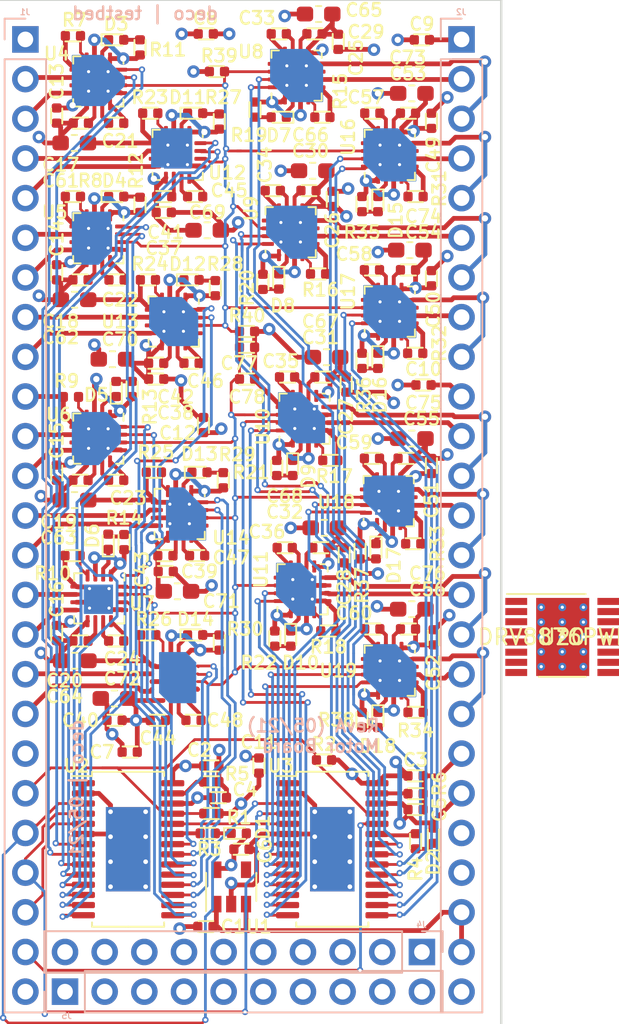
<source format=kicad_pcb>
(kicad_pcb (version 20171130) (host pcbnew "(5.1.10-1-10_14)")
  (layers (0 F.Cu signal) (1 In1.Cu power hide) (2 In2.Cu power hide) (31 B.Cu signal hide) (34 B.Paste user hide) (35 F.Paste user hide) (36 B.SilkS user hide) (37 F.SilkS user hide) (38 B.Mask user hide) (39 F.Mask user hide) (44 Edge.Cuts user hide))
  (net 0 "")
  (net 1 +5V)
  (net 2 GND)
  (net 3 +3V3)
  (net 4 +24V)
  (net 5 "Net-(C17-Pad2)")
  (net 6 "Net-(C18-Pad2)")
  (net 7 "Net-(C19-Pad2)")
  (net 8 "Net-(C20-Pad2)")
  (net 9 "Net-(C21-Pad2)")
  (net 10 "Net-(C21-Pad1)")
  (net 11 "Net-(C22-Pad1)")
  (net 12 "Net-(C22-Pad2)")
  (net 13 "Net-(C23-Pad1)")
  (net 14 "Net-(C23-Pad2)")
  (net 15 "Net-(C24-Pad2)")
  (net 16 "Net-(C24-Pad1)")
  (net 17 "Net-(C29-Pad2)")
  (net 18 "Net-(C30-Pad2)")
  (net 19 "Net-(C31-Pad2)")
  (net 20 "Net-(C32-Pad2)")
  (net 21 "Net-(C33-Pad2)")
  (net 22 "Net-(C33-Pad1)")
  (net 23 "Net-(C34-Pad2)")
  (net 24 "Net-(C34-Pad1)")
  (net 25 "Net-(C35-Pad1)")
  (net 26 "Net-(C35-Pad2)")
  (net 27 "Net-(C36-Pad2)")
  (net 28 "Net-(C36-Pad1)")
  (net 29 "Net-(C41-Pad2)")
  (net 30 "Net-(C42-Pad2)")
  (net 31 "Net-(C43-Pad2)")
  (net 32 "Net-(C44-Pad2)")
  (net 33 "Net-(C45-Pad1)")
  (net 34 "Net-(C45-Pad2)")
  (net 35 "Net-(C46-Pad2)")
  (net 36 "Net-(C46-Pad1)")
  (net 37 "Net-(C47-Pad2)")
  (net 38 "Net-(C47-Pad1)")
  (net 39 "Net-(C48-Pad1)")
  (net 40 "Net-(C48-Pad2)")
  (net 41 "Net-(C53-Pad2)")
  (net 42 "Net-(C54-Pad2)")
  (net 43 "Net-(C55-Pad2)")
  (net 44 "Net-(C56-Pad2)")
  (net 45 "Net-(C57-Pad2)")
  (net 46 "Net-(C57-Pad1)")
  (net 47 "Net-(C58-Pad2)")
  (net 48 "Net-(C58-Pad1)")
  (net 49 "Net-(C59-Pad1)")
  (net 50 "Net-(C59-Pad2)")
  (net 51 "Net-(C60-Pad1)")
  (net 52 "Net-(C60-Pad2)")
  (net 53 "Net-(D1-Pad1)")
  (net 54 "Net-(D2-Pad1)")
  (net 55 "Net-(D3-Pad2)")
  (net 56 "Net-(D3-Pad1)")
  (net 57 "Net-(D4-Pad1)")
  (net 58 "Net-(D4-Pad2)")
  (net 59 "Net-(D5-Pad2)")
  (net 60 "Net-(D5-Pad1)")
  (net 61 "Net-(D6-Pad2)")
  (net 62 "Net-(D6-Pad1)")
  (net 63 "Net-(D7-Pad1)")
  (net 64 "Net-(D7-Pad2)")
  (net 65 "Net-(D8-Pad2)")
  (net 66 "Net-(D8-Pad1)")
  (net 67 "Net-(D9-Pad1)")
  (net 68 "Net-(D9-Pad2)")
  (net 69 "Net-(D10-Pad2)")
  (net 70 "Net-(D10-Pad1)")
  (net 71 "Net-(D11-Pad1)")
  (net 72 "Net-(D11-Pad2)")
  (net 73 "Net-(D12-Pad1)")
  (net 74 "Net-(D12-Pad2)")
  (net 75 "Net-(D13-Pad1)")
  (net 76 "Net-(D13-Pad2)")
  (net 77 "Net-(D14-Pad1)")
  (net 78 "Net-(D14-Pad2)")
  (net 79 "Net-(D15-Pad2)")
  (net 80 "Net-(D15-Pad1)")
  (net 81 "Net-(D16-Pad1)")
  (net 82 "Net-(D16-Pad2)")
  (net 83 "Net-(D17-Pad1)")
  (net 84 "Net-(D17-Pad2)")
  (net 85 "Net-(D18-Pad2)")
  (net 86 "Net-(D18-Pad1)")
  (net 87 /SOUT)
  (net 88 /SIN)
  (net 89 /SCLK)
  (net 90 /XLAT)
  (net 91 /GSCLK)
  (net 92 /OUT_14b)
  (net 93 /OUT_14a)
  (net 94 /OUT_12b)
  (net 95 /OUT_12a)
  (net 96 /OUT_10b)
  (net 97 /OUT_10a)
  (net 98 /OUT_8b)
  (net 99 /OUT_8a)
  (net 100 /OUT_6b)
  (net 101 /OUT_6a)
  (net 102 /OUT_4b)
  (net 103 /OUT_4a)
  (net 104 /OUT_2b)
  (net 105 /OUT_2a)
  (net 106 /OUT_0b)
  (net 107 /OUT_0a)
  (net 108 /OUT_1a)
  (net 109 /OUT_1b)
  (net 110 /OUT_3a)
  (net 111 /OUT_3b)
  (net 112 /OUT_5a)
  (net 113 /OUT_5b)
  (net 114 /OUT_7a)
  (net 115 /OUT_7b)
  (net 116 /OUT_9a)
  (net 117 /OUT_9b)
  (net 118 /OUT_11a)
  (net 119 /OUT_11b)
  (net 120 /OUT_13a)
  (net 121 /OUT_13b)
  (net 122 /OUT_15a)
  (net 123 /OUT_15b)
  (net 124 "Net-(J2-Pad21)")
  (net 125 "Net-(J2-Pad22)")
  (net 126 /Vadc0)
  (net 127 /Vadc1)
  (net 128 /Vadc2)
  (net 129 /Vadc3)
  (net 130 /Vadc4)
  (net 131 /Vadc5)
  (net 132 /Vadc6)
  (net 133 /Vadc7)
  (net 134 /Vadc8)
  (net 135 /Vadc9)
  (net 136 /Vadc10)
  (net 137 /Vadc11)
  (net 138 /Vadc12)
  (net 139 /Vadc13)
  (net 140 /Vadc14)
  (net 141 /Vadc15)
  (net 142 "Net-(R3-Pad2)")
  (net 143 "Net-(R4-Pad2)")
  (net 144 "Net-(R5-Pad1)")
  (net 145 "Net-(R6-Pad1)")
  (net 146 /SMID)
  (net 147 /H15a)
  (net 148 /H14a)
  (net 149 /H13a)
  (net 150 /H12a)
  (net 151 /H11a)
  (net 152 /H10a)
  (net 153 /H9a)
  (net 154 /H8a)
  (net 155 /H7a)
  (net 156 /H6a)
  (net 157 /H5a)
  (net 158 /H4a)
  (net 159 /H3a)
  (net 160 /H2a)
  (net 161 /H1a)
  (net 162 /H0a)
  (net 163 /H0b)
  (net 164 /H1b)
  (net 165 /H2b)
  (net 166 /H3b)
  (net 167 /H4b)
  (net 168 /H5b)
  (net 169 /H6b)
  (net 170 /H7b)
  (net 171 /H8b)
  (net 172 /H9b)
  (net 173 /H10b)
  (net 174 /H11b)
  (net 175 /H12b)
  (net 176 /H13b)
  (net 177 /H14b)
  (net 178 /H15b)
  (net 179 "Net-(U1-Pad4)")
  (net 180 /PMODE)
  (net 181 "Net-(U20-Pad1)")
  (net 182 "Net-(U20-Pad2)")
  (net 183 "Net-(U20-Pad3)")
  (net 184 "Net-(U20-Pad4)")
  (net 185 "Net-(U20-Pad5)")
  (net 186 "Net-(U20-Pad6)")
  (net 187 "Net-(U20-Pad7)")
  (net 188 "Net-(U20-Pad8)")
  (net 189 "Net-(U20-Pad9)")
  (net 190 "Net-(U20-Pad10)")
  (net 191 "Net-(U20-Pad11)")
  (net 192 "Net-(U20-Pad12)")
  (net 193 "Net-(U20-Pad13)")
  (net 194 "Net-(U20-Pad14)")
  (net 195 "Net-(U20-Pad15)")
  (net 196 "Net-(U20-Pad16)")
  (net 197 "Net-(U20-Pad17)")
  (module Motor_Board:C_0402_1005Metric_lines (layer F.Cu) (at 66.675 89.812 90)
    (fp_text reference C13 (at 2.182 0 270) (layer F.SilkS) (effects (font (size 0.8128 0.8128) (thickness 0.1524))))
    (fp_text value .1uF)
    (pad 2 smd roundrect (at 0.485 0 90) (size 0.59 0.64) (layers F.Cu F.Paste F.Mask) (net 2 GND))
    (pad 1 smd roundrect (at -0.485 0 90) (size 0.59 0.64) (layers F.Cu F.Paste F.Mask) (net 4 +24V))
  )
  (module Connector_PinSocket_2.54mm:PinSocket_1x25_P2.54mm_Vertical (layer B.Cu) (at 92.6084 84.9376 180)
    (fp_text reference J2 (at 0.0254 1.7526) (layer B.SilkS) (effects (font (size 0.381 0.381) (thickness 0.0762)) (justify mirror)))
    (fp_text value serial_conn2)
    (pad 1 thru_hole rect (at 0 0 180) (size 1.7 1.7) (drill 1) (layers *.Cu *.Mask) (net 2 GND))
    (pad 2 thru_hole oval (at 0 -2.54 180) (size 1.7 1.7) (drill 1) (layers *.Cu *.Mask) (net 108 /OUT_1a))
    (pad 3 thru_hole oval (at 0 -5.08 180) (size 1.7 1.7) (drill 1) (layers *.Cu *.Mask) (net 109 /OUT_1b))
    (pad 4 thru_hole oval (at 0 -7.62 180) (size 1.7 1.7) (drill 1) (layers *.Cu *.Mask) (net 110 /OUT_3a))
    (pad 5 thru_hole oval (at 0 -10.16 180) (size 1.7 1.7) (drill 1) (layers *.Cu *.Mask) (net 111 /OUT_3b))
    (pad 6 thru_hole oval (at 0 -12.7 180) (size 1.7 1.7) (drill 1) (layers *.Cu *.Mask) (net 112 /OUT_5a))
    (pad 7 thru_hole oval (at 0 -15.24 180) (size 1.7 1.7) (drill 1) (layers *.Cu *.Mask) (net 113 /OUT_5b))
    (pad 8 thru_hole oval (at 0 -17.78 180) (size 1.7 1.7) (drill 1) (layers *.Cu *.Mask) (net 114 /OUT_7a))
    (pad 9 thru_hole oval (at 0 -20.32 180) (size 1.7 1.7) (drill 1) (layers *.Cu *.Mask) (net 115 /OUT_7b))
    (pad 10 thru_hole oval (at 0 -22.86 180) (size 1.7 1.7) (drill 1) (layers *.Cu *.Mask) (net 2 GND))
    (pad 11 thru_hole oval (at 0 -25.4 180) (size 1.7 1.7) (drill 1) (layers *.Cu *.Mask) (net 116 /OUT_9a))
    (pad 12 thru_hole oval (at 0 -27.94 180) (size 1.7 1.7) (drill 1) (layers *.Cu *.Mask) (net 117 /OUT_9b))
    (pad 13 thru_hole oval (at 0 -30.48 180) (size 1.7 1.7) (drill 1) (layers *.Cu *.Mask) (net 118 /OUT_11a))
    (pad 14 thru_hole oval (at 0 -33.02 180) (size 1.7 1.7) (drill 1) (layers *.Cu *.Mask) (net 119 /OUT_11b))
    (pad 15 thru_hole oval (at 0 -35.56 180) (size 1.7 1.7) (drill 1) (layers *.Cu *.Mask) (net 120 /OUT_13a))
    (pad 16 thru_hole oval (at 0 -38.1 180) (size 1.7 1.7) (drill 1) (layers *.Cu *.Mask) (net 121 /OUT_13b))
    (pad 17 thru_hole oval (at 0 -40.64 180) (size 1.7 1.7) (drill 1) (layers *.Cu *.Mask) (net 122 /OUT_15a))
    (pad 18 thru_hole oval (at 0 -43.18 180) (size 1.7 1.7) (drill 1) (layers *.Cu *.Mask) (net 123 /OUT_15b))
    (pad 19 thru_hole oval (at 0 -45.72 180) (size 1.7 1.7) (drill 1) (layers *.Cu *.Mask) (net 2 GND))
    (pad 20 thru_hole oval (at 0 -48.26 180) (size 1.7 1.7) (drill 1) (layers *.Cu *.Mask) (net 3 +3V3))
    (pad 21 thru_hole oval (at 0 -50.8 180) (size 1.7 1.7) (drill 1) (layers *.Cu *.Mask) (net 124 "Net-(J2-Pad21)"))
    (pad 22 thru_hole oval (at 0 -53.34 180) (size 1.7 1.7) (drill 1) (layers *.Cu *.Mask) (net 125 "Net-(J2-Pad22)"))
    (pad 23 thru_hole oval (at 0 -55.88 180) (size 1.7 1.7) (drill 1) (layers *.Cu *.Mask) (net 1 +5V))
    (pad 24 thru_hole oval (at 0 -58.42 180) (size 1.7 1.7) (drill 1) (layers *.Cu *.Mask) (net 1 +5V))
    (pad 25 thru_hole oval (at 0 -60.96 180) (size 1.7 1.7) (drill 1) (layers *.Cu *.Mask) (net 2 GND))
  )
  (module Connector_PinSocket_2.54mm:PinSocket_1x25_P2.54mm_Vertical (layer B.Cu) (at 64.6684 84.9376 180)
    (fp_text reference J1 (at 0.0254 1.7526) (layer B.SilkS) (effects (font (size 0.381 0.381) (thickness 0.0762)) (justify mirror)))
    (fp_text value serial_conn1)
    (pad 25 thru_hole oval (at 0 -60.96 180) (size 1.7 1.7) (drill 1) (layers *.Cu *.Mask) (net 2 GND))
    (pad 24 thru_hole oval (at 0 -58.42 180) (size 1.7 1.7) (drill 1) (layers *.Cu *.Mask) (net 87 /SOUT))
    (pad 23 thru_hole oval (at 0 -55.88 180) (size 1.7 1.7) (drill 1) (layers *.Cu *.Mask) (net 88 /SIN))
    (pad 22 thru_hole oval (at 0 -53.34 180) (size 1.7 1.7) (drill 1) (layers *.Cu *.Mask) (net 89 /SCLK))
    (pad 21 thru_hole oval (at 0 -50.8 180) (size 1.7 1.7) (drill 1) (layers *.Cu *.Mask) (net 90 /XLAT))
    (pad 20 thru_hole oval (at 0 -48.26 180) (size 1.7 1.7) (drill 1) (layers *.Cu *.Mask) (net 91 /GSCLK))
    (pad 19 thru_hole oval (at 0 -45.72 180) (size 1.7 1.7) (drill 1) (layers *.Cu *.Mask) (net 2 GND))
    (pad 18 thru_hole oval (at 0 -43.18 180) (size 1.7 1.7) (drill 1) (layers *.Cu *.Mask) (net 92 /OUT_14b))
    (pad 17 thru_hole oval (at 0 -40.64 180) (size 1.7 1.7) (drill 1) (layers *.Cu *.Mask) (net 93 /OUT_14a))
    (pad 16 thru_hole oval (at 0 -38.1 180) (size 1.7 1.7) (drill 1) (layers *.Cu *.Mask) (net 94 /OUT_12b))
    (pad 15 thru_hole oval (at 0 -35.56 180) (size 1.7 1.7) (drill 1) (layers *.Cu *.Mask) (net 95 /OUT_12a))
    (pad 14 thru_hole oval (at 0 -33.02 180) (size 1.7 1.7) (drill 1) (layers *.Cu *.Mask) (net 96 /OUT_10b))
    (pad 13 thru_hole oval (at 0 -30.48 180) (size 1.7 1.7) (drill 1) (layers *.Cu *.Mask) (net 97 /OUT_10a))
    (pad 12 thru_hole oval (at 0 -27.94 180) (size 1.7 1.7) (drill 1) (layers *.Cu *.Mask) (net 98 /OUT_8b))
    (pad 11 thru_hole oval (at 0 -25.4 180) (size 1.7 1.7) (drill 1) (layers *.Cu *.Mask) (net 99 /OUT_8a))
    (pad 10 thru_hole oval (at 0 -22.86 180) (size 1.7 1.7) (drill 1) (layers *.Cu *.Mask) (net 2 GND))
    (pad 9 thru_hole oval (at 0 -20.32 180) (size 1.7 1.7) (drill 1) (layers *.Cu *.Mask) (net 100 /OUT_6b))
    (pad 8 thru_hole oval (at 0 -17.78 180) (size 1.7 1.7) (drill 1) (layers *.Cu *.Mask) (net 101 /OUT_6a))
    (pad 7 thru_hole oval (at 0 -15.24 180) (size 1.7 1.7) (drill 1) (layers *.Cu *.Mask) (net 102 /OUT_4b))
    (pad 6 thru_hole oval (at 0 -12.7 180) (size 1.7 1.7) (drill 1) (layers *.Cu *.Mask) (net 103 /OUT_4a))
    (pad 5 thru_hole oval (at 0 -10.16 180) (size 1.7 1.7) (drill 1) (layers *.Cu *.Mask) (net 104 /OUT_2b))
    (pad 4 thru_hole oval (at 0 -7.62 180) (size 1.7 1.7) (drill 1) (layers *.Cu *.Mask) (net 105 /OUT_2a))
    (pad 3 thru_hole oval (at 0 -5.08 180) (size 1.7 1.7) (drill 1) (layers *.Cu *.Mask) (net 106 /OUT_0b))
    (pad 2 thru_hole oval (at 0 -2.54 180) (size 1.7 1.7) (drill 1) (layers *.Cu *.Mask) (net 107 /OUT_0a))
    (pad 1 thru_hole rect (at 0 0 180) (size 1.7 1.7) (drill 1) (layers *.Cu *.Mask) (net 2 GND))
  )
  (module Connector_PinSocket_2.54mm:PinSocket_1x10_P2.54mm_Vertical (layer B.Cu) (at 90.0684 143.3576 90)
    (fp_text reference J4 (at 1.7526 -0.0254 180) (layer B.SilkS) (effects (font (size 0.381 0.381) (thickness 0.0762)) (justify mirror)))
    (fp_text value PWR_conn)
    (pad 1 thru_hole rect (at 0 0 90) (size 1.7 1.7) (drill 1) (layers *.Cu *.Mask) (net 4 +24V))
    (pad 2 thru_hole oval (at 0 -2.54 90) (size 1.7 1.7) (drill 1) (layers *.Cu *.Mask) (net 4 +24V))
    (pad 3 thru_hole oval (at 0 -5.08 90) (size 1.7 1.7) (drill 1) (layers *.Cu *.Mask) (net 4 +24V))
    (pad 4 thru_hole oval (at 0 -7.62 90) (size 1.7 1.7) (drill 1) (layers *.Cu *.Mask) (net 4 +24V))
    (pad 5 thru_hole oval (at 0 -10.16 90) (size 1.7 1.7) (drill 1) (layers *.Cu *.Mask) (net 4 +24V))
    (pad 6 thru_hole oval (at 0 -12.7 90) (size 1.7 1.7) (drill 1) (layers *.Cu *.Mask) (net 4 +24V))
    (pad 7 thru_hole oval (at 0 -15.24 90) (size 1.7 1.7) (drill 1) (layers *.Cu *.Mask) (net 4 +24V))
    (pad 8 thru_hole oval (at 0 -17.78 90) (size 1.7 1.7) (drill 1) (layers *.Cu *.Mask) (net 4 +24V))
    (pad 9 thru_hole oval (at 0 -20.32 90) (size 1.7 1.7) (drill 1) (layers *.Cu *.Mask) (net 4 +24V))
    (pad 10 thru_hole oval (at 0 -22.86 90) (size 1.7 1.7) (drill 1) (layers *.Cu *.Mask) (net 4 +24V))
  )
  (module Connector_PinSocket_2.54mm:PinSocket_1x10_P2.54mm_Vertical (layer B.Cu) (at 67.2084 145.8976 270)
    (fp_text reference J5 (at 1.5494 -0.1016 180) (layer B.SilkS) (effects (font (size 0.381 0.381) (thickness 0.0762)) (justify mirror)))
    (fp_text value GND_conn)
    (pad 10 thru_hole oval (at 0 -22.86 270) (size 1.7 1.7) (drill 1) (layers *.Cu *.Mask) (net 2 GND))
    (pad 9 thru_hole oval (at 0 -20.32 270) (size 1.7 1.7) (drill 1) (layers *.Cu *.Mask) (net 2 GND))
    (pad 8 thru_hole oval (at 0 -17.78 270) (size 1.7 1.7) (drill 1) (layers *.Cu *.Mask) (net 2 GND))
    (pad 7 thru_hole oval (at 0 -15.24 270) (size 1.7 1.7) (drill 1) (layers *.Cu *.Mask) (net 2 GND))
    (pad 6 thru_hole oval (at 0 -12.7 270) (size 1.7 1.7) (drill 1) (layers *.Cu *.Mask) (net 2 GND))
    (pad 5 thru_hole oval (at 0 -10.16 270) (size 1.7 1.7) (drill 1) (layers *.Cu *.Mask) (net 2 GND))
    (pad 4 thru_hole oval (at 0 -7.62 270) (size 1.7 1.7) (drill 1) (layers *.Cu *.Mask) (net 2 GND))
    (pad 3 thru_hole oval (at 0 -5.08 270) (size 1.7 1.7) (drill 1) (layers *.Cu *.Mask) (net 2 GND))
    (pad 2 thru_hole oval (at 0 -2.54 270) (size 1.7 1.7) (drill 1) (layers *.Cu *.Mask) (net 2 GND))
    (pad 1 thru_hole rect (at 0 0 270) (size 1.7 1.7) (drill 1) (layers *.Cu *.Mask) (net 2 GND))
  )
  (module Motor_Board:C_0402_1005Metric_lines (layer F.Cu) (at 76.2 141.732 180)
    (fp_text reference C1 (at -1.778 0) (layer F.SilkS) (effects (font (size 0.8128 0.8128) (thickness 0.1524))))
    (fp_text value 10uF)
    (pad 2 smd roundrect (at 0.485 0 180) (size 0.59 0.64) (layers F.Cu F.Paste F.Mask) (net 2 GND))
    (pad 1 smd roundrect (at -0.485 0 180) (size 0.59 0.64) (layers F.Cu F.Paste F.Mask) (net 1 +5V))
  )
  (module Motor_Board:C_0402_1005Metric_lines (layer F.Cu) (at 76.581 131.445)
    (fp_text reference C2 (at -0.762 -1.016) (layer F.SilkS) (effects (font (size 0.8128 0.8128) (thickness 0.1524))))
    (fp_text value .1uF)
    (pad 2 smd roundrect (at 0.485 0) (size 0.59 0.64) (layers F.Cu F.Paste F.Mask) (net 2 GND))
    (pad 1 smd roundrect (at -0.485 0) (size 0.59 0.64) (layers F.Cu F.Paste F.Mask) (net 3 +3V3))
  )
  (module Motor_Board:C_0402_1005Metric_lines (layer F.Cu) (at 89.662 132.08)
    (fp_text reference C3 (at 0 -1.016) (layer F.SilkS) (effects (font (size 0.8128 0.8128) (thickness 0.1524))))
    (fp_text value .1uF)
    (pad 2 smd roundrect (at 0.485 0) (size 0.59 0.64) (layers F.Cu F.Paste F.Mask) (net 2 GND))
    (pad 1 smd roundrect (at -0.485 0) (size 0.59 0.64) (layers F.Cu F.Paste F.Mask) (net 3 +3V3))
  )
  (module Motor_Board:C_0402_1005Metric_lines (layer F.Cu) (at 77.066 133.477)
    (fp_text reference C4 (at 1.674 -0.508) (layer F.SilkS) (effects (font (size 0.8128 0.8128) (thickness 0.1524))))
    (fp_text value .1uF)
    (pad 1 smd roundrect (at -0.485 0) (size 0.59 0.64) (layers F.Cu F.Paste F.Mask) (net 3 +3V3))
    (pad 2 smd roundrect (at 0.485 0) (size 0.59 0.64) (layers F.Cu F.Paste F.Mask) (net 2 GND))
  )
  (module Motor_Board:C_0402_1005Metric_lines (layer F.Cu) (at 89.662 134.239)
    (fp_text reference C5 (at 1.524 0 90) (layer F.SilkS) (effects (font (size 0.8128 0.8128) (thickness 0.1524))))
    (fp_text value .1uF)
    (pad 1 smd roundrect (at -0.485 0) (size 0.59 0.64) (layers F.Cu F.Paste F.Mask) (net 3 +3V3))
    (pad 2 smd roundrect (at 0.485 0) (size 0.59 0.64) (layers F.Cu F.Paste F.Mask) (net 2 GND))
  )
  (module Motor_Board:C_0402_1005Metric_lines (layer F.Cu) (at 78.509 136.779)
    (fp_text reference C6 (at 1.501 0.127 270) (layer F.SilkS) (effects (font (size 0.8128 0.8128) (thickness 0.1524))))
    (fp_text value 10uF)
    (pad 1 smd roundrect (at -0.485 0) (size 0.59 0.64) (layers F.Cu F.Paste F.Mask) (net 3 +3V3))
    (pad 2 smd roundrect (at 0.485 0) (size 0.59 0.64) (layers F.Cu F.Paste F.Mask) (net 2 GND))
  )
  (module Motor_Board:C_0402_1005Metric_lines (layer F.Cu) (at 71.351 130.556 180)
    (fp_text reference C7 (at 1.778 0) (layer F.SilkS) (effects (font (size 0.8128 0.8128) (thickness 0.1524))))
    (fp_text value .1uF)
    (pad 2 smd roundrect (at 0.485 0 180) (size 0.59 0.64) (layers F.Cu F.Paste F.Mask) (net 2 GND))
    (pad 1 smd roundrect (at -0.485 0 180) (size 0.59 0.64) (layers F.Cu F.Paste F.Mask) (net 4 +24V))
  )
  (module Motor_Board:C_0402_1005Metric_lines (layer F.Cu) (at 76.223 84.582 180)
    (fp_text reference C8 (at 0.023 1.016) (layer F.SilkS) (effects (font (size 0.8128 0.8128) (thickness 0.1524))))
    (fp_text value .1uF)
    (pad 1 smd roundrect (at -0.485 0 180) (size 0.59 0.64) (layers F.Cu F.Paste F.Mask) (net 4 +24V))
    (pad 2 smd roundrect (at 0.485 0 180) (size 0.59 0.64) (layers F.Cu F.Paste F.Mask) (net 2 GND))
  )
  (module Motor_Board:C_0402_1005Metric_lines (layer F.Cu) (at 90.066 84.963)
    (fp_text reference C9 (at 0 -1.016) (layer F.SilkS) (effects (font (size 0.8128 0.8128) (thickness 0.1524))))
    (fp_text value .1uF)
    (pad 2 smd roundrect (at 0.485 0) (size 0.59 0.64) (layers F.Cu F.Paste F.Mask) (net 2 GND))
    (pad 1 smd roundrect (at -0.485 0) (size 0.59 0.64) (layers F.Cu F.Paste F.Mask) (net 4 +24V))
  )
  (module Motor_Board:C_0402_1005Metric_lines (layer F.Cu) (at 90.17 107.061)
    (fp_text reference C10 (at 0 -1.016) (layer F.SilkS) (effects (font (size 0.8128 0.8128) (thickness 0.1524))))
    (fp_text value .1uF)
    (pad 1 smd roundrect (at -0.485 0) (size 0.59 0.64) (layers F.Cu F.Paste F.Mask) (net 4 +24V))
    (pad 2 smd roundrect (at 0.485 0) (size 0.59 0.64) (layers F.Cu F.Paste F.Mask) (net 2 GND))
  )
  (module Motor_Board:C_0402_1005Metric_lines (layer F.Cu) (at 79.629 131.422 90)
    (fp_text reference C11 (at 1.501 0) (layer F.SilkS) (effects (font (size 0.8128 0.8128) (thickness 0.1524))))
    (fp_text value .1uF)
    (pad 2 smd roundrect (at 0.485 0 90) (size 0.59 0.64) (layers F.Cu F.Paste F.Mask) (net 2 GND))
    (pad 1 smd roundrect (at -0.485 0 90) (size 0.59 0.64) (layers F.Cu F.Paste F.Mask) (net 3 +3V3))
  )
  (module Motor_Board:C_0402_1005Metric_lines (layer F.Cu) (at 76.073 109.624 90)
    (fp_text reference C12 (at -0.508 -1.651 180) (layer F.SilkS) (effects (font (size 0.8128 0.8128) (thickness 0.1524))))
    (fp_text value .1uF)
    (pad 1 smd roundrect (at -0.485 0 90) (size 0.59 0.64) (layers F.Cu F.Paste F.Mask) (net 3 +3V3))
    (pad 2 smd roundrect (at 0.485 0 90) (size 0.59 0.64) (layers F.Cu F.Paste F.Mask) (net 2 GND))
  )
  (module Motor_Board:C_0402_1005Metric_lines (layer F.Cu) (at 66.675 99.845 90)
    (fp_text reference C14 (at 2.182 0 90) (layer F.SilkS) (effects (font (size 0.8128 0.8128) (thickness 0.1524))))
    (fp_text value .1uF)
    (pad 2 smd roundrect (at 0.485 0 90) (size 0.59 0.64) (layers F.Cu F.Paste F.Mask) (net 2 GND))
    (pad 1 smd roundrect (at -0.485 0 90) (size 0.59 0.64) (layers F.Cu F.Paste F.Mask) (net 4 +24V))
  )
  (module Motor_Board:C_0402_1005Metric_lines (layer F.Cu) (at 66.675 112.672 90)
    (fp_text reference C15 (at 2.055 0 90) (layer F.SilkS) (effects (font (size 0.8128 0.8128) (thickness 0.1524))))
    (fp_text value .1uF)
    (pad 2 smd roundrect (at 0.485 0 90) (size 0.59 0.64) (layers F.Cu F.Paste F.Mask) (net 2 GND))
    (pad 1 smd roundrect (at -0.485 0 90) (size 0.59 0.64) (layers F.Cu F.Paste F.Mask) (net 4 +24V))
  )
  (module Motor_Board:C_0402_1005Metric_lines (layer F.Cu) (at 66.675 122.936 90)
    (fp_text reference C16 (at 2.159 0 90) (layer F.SilkS) (effects (font (size 0.8128 0.8128) (thickness 0.1524))))
    (fp_text value .1uF)
    (pad 2 smd roundrect (at 0.485 0 90) (size 0.59 0.64) (layers F.Cu F.Paste F.Mask) (net 2 GND))
    (pad 1 smd roundrect (at -0.485 0 90) (size 0.59 0.64) (layers F.Cu F.Paste F.Mask) (net 4 +24V))
  )
  (module Motor_Board:C_0402_1005Metric_lines (layer F.Cu) (at 68.222 90.297)
    (fp_text reference C17 (at -1.293 2.667) (layer F.SilkS) (effects (font (size 0.8128 0.8128) (thickness 0.1524))))
    (fp_text value .1uF)
    (pad 1 smd roundrect (at -0.485 0) (size 0.59 0.64) (layers F.Cu F.Paste F.Mask) (net 4 +24V))
    (pad 2 smd roundrect (at 0.485 0) (size 0.59 0.64) (layers F.Cu F.Paste F.Mask) (net 5 "Net-(C17-Pad2)"))
  )
  (module Motor_Board:C_0402_1005Metric_lines (layer F.Cu) (at 68.199 100.33)
    (fp_text reference C18 (at -1.27 2.667) (layer F.SilkS) (effects (font (size 0.8128 0.8128) (thickness 0.1524))))
    (fp_text value .1uF)
    (pad 1 smd roundrect (at -0.485 0) (size 0.59 0.64) (layers F.Cu F.Paste F.Mask) (net 4 +24V))
    (pad 2 smd roundrect (at 0.485 0) (size 0.59 0.64) (layers F.Cu F.Paste F.Mask) (net 6 "Net-(C18-Pad2)"))
  )
  (module Motor_Board:C_0402_1005Metric_lines (layer F.Cu) (at 68.199 113.157)
    (fp_text reference C19 (at -1.397 2.667) (layer F.SilkS) (effects (font (size 0.8128 0.8128) (thickness 0.1524))))
    (fp_text value .1uF)
    (pad 1 smd roundrect (at -0.485 0) (size 0.59 0.64) (layers F.Cu F.Paste F.Mask) (net 4 +24V))
    (pad 2 smd roundrect (at 0.485 0) (size 0.59 0.64) (layers F.Cu F.Paste F.Mask) (net 7 "Net-(C19-Pad2)"))
  )
  (module Motor_Board:C_0402_1005Metric_lines (layer F.Cu) (at 68.199 123.444)
    (fp_text reference C20 (at -1.016 2.54) (layer F.SilkS) (effects (font (size 0.8128 0.8128) (thickness 0.1524))))
    (fp_text value .1uF)
    (pad 1 smd roundrect (at -0.485 0) (size 0.59 0.64) (layers F.Cu F.Paste F.Mask) (net 4 +24V))
    (pad 2 smd roundrect (at 0.485 0) (size 0.59 0.64) (layers F.Cu F.Paste F.Mask) (net 8 "Net-(C20-Pad2)"))
  )
  (module Motor_Board:C_0402_1005Metric_lines (layer F.Cu) (at 70.485 90.297)
    (fp_text reference C21 (at 0.254 1.143 180) (layer F.SilkS) (effects (font (size 0.8128 0.8128) (thickness 0.1524))))
    (fp_text value .022uF)
    (pad 1 smd roundrect (at -0.485 0) (size 0.59 0.64) (layers F.Cu F.Paste F.Mask) (net 10 "Net-(C21-Pad1)"))
    (pad 2 smd roundrect (at 0.485 0) (size 0.59 0.64) (layers F.Cu F.Paste F.Mask) (net 9 "Net-(C21-Pad2)"))
  )
  (module Motor_Board:C_0402_1005Metric_lines (layer F.Cu) (at 70.508 100.33)
    (fp_text reference C22 (at 0.231 1.27) (layer F.SilkS) (effects (font (size 0.8128 0.8128) (thickness 0.1524))))
    (fp_text value .022uF)
    (pad 2 smd roundrect (at 0.485 0) (size 0.59 0.64) (layers F.Cu F.Paste F.Mask) (net 12 "Net-(C22-Pad2)"))
    (pad 1 smd roundrect (at -0.485 0) (size 0.59 0.64) (layers F.Cu F.Paste F.Mask) (net 11 "Net-(C22-Pad1)"))
  )
  (module Motor_Board:C_0402_1005Metric_lines (layer F.Cu) (at 70.485 113.157)
    (fp_text reference C23 (at 0.762 1.143) (layer F.SilkS) (effects (font (size 0.8128 0.8128) (thickness 0.1524))))
    (fp_text value .022uF)
    (pad 2 smd roundrect (at 0.485 0) (size 0.59 0.64) (layers F.Cu F.Paste F.Mask) (net 14 "Net-(C23-Pad2)"))
    (pad 1 smd roundrect (at -0.485 0) (size 0.59 0.64) (layers F.Cu F.Paste F.Mask) (net 13 "Net-(C23-Pad1)"))
  )
  (module Motor_Board:C_0402_1005Metric_lines (layer F.Cu) (at 70.485 123.444)
    (fp_text reference C24 (at 0.381 1.143) (layer F.SilkS) (effects (font (size 0.8128 0.8128) (thickness 0.1524))))
    (fp_text value .022uF)
    (pad 2 smd roundrect (at 0.485 0) (size 0.59 0.64) (layers F.Cu F.Paste F.Mask) (net 15 "Net-(C24-Pad2)"))
    (pad 1 smd roundrect (at -0.485 0) (size 0.59 0.64) (layers F.Cu F.Paste F.Mask) (net 16 "Net-(C24-Pad1)"))
  )
  (module Motor_Board:C_0402_1005Metric_lines (layer F.Cu) (at 84.709 85.09 270)
    (fp_text reference C25 (at 1.016 -1.143 270) (layer F.SilkS) (effects (font (size 0.8128 0.8128) (thickness 0.1524))))
    (fp_text value .1uF)
    (pad 2 smd roundrect (at 0.485 0 270) (size 0.59 0.64) (layers F.Cu F.Paste F.Mask) (net 2 GND))
    (pad 1 smd roundrect (at -0.485 0 270) (size 0.59 0.64) (layers F.Cu F.Paste F.Mask) (net 4 +24V))
  )
  (module Motor_Board:C_0402_1005Metric_lines (layer F.Cu) (at 84.328 95.146 90)
    (fp_text reference C26 (at -2.009 0 90) (layer F.SilkS) (effects (font (size 0.8128 0.8128) (thickness 0.1524))))
    (fp_text value .1uF)
    (pad 1 smd roundrect (at -0.485 0 90) (size 0.59 0.64) (layers F.Cu F.Paste F.Mask) (net 4 +24V))
    (pad 2 smd roundrect (at 0.485 0 90) (size 0.59 0.64) (layers F.Cu F.Paste F.Mask) (net 2 GND))
  )
  (module Motor_Board:C_0402_1005Metric_lines (layer F.Cu) (at 85.217 107.038 270)
    (fp_text reference C27 (at 2.055 0 270) (layer F.SilkS) (effects (font (size 0.8128 0.8128) (thickness 0.1524))))
    (fp_text value .1uF)
    (pad 1 smd roundrect (at -0.485 0 270) (size 0.59 0.64) (layers F.Cu F.Paste F.Mask) (net 4 +24V))
    (pad 2 smd roundrect (at 0.485 0 270) (size 0.59 0.64) (layers F.Cu F.Paste F.Mask) (net 2 GND))
  )
  (module Motor_Board:C_0402_1005Metric_lines (layer F.Cu) (at 85.09 117.96 270)
    (fp_text reference C28 (at 2.055 0 90) (layer F.SilkS) (effects (font (size 0.8128 0.8128) (thickness 0.1524))))
    (fp_text value .1uF)
    (pad 1 smd roundrect (at -0.485 0 270) (size 0.59 0.64) (layers F.Cu F.Paste F.Mask) (net 4 +24V))
    (pad 2 smd roundrect (at 0.485 0 270) (size 0.59 0.64) (layers F.Cu F.Paste F.Mask) (net 2 GND))
  )
  (module Motor_Board:C_0402_1005Metric_lines (layer F.Cu) (at 83.185 84.582 180)
    (fp_text reference C29 (at -3.302 0.127) (layer F.SilkS) (effects (font (size 0.8128 0.8128) (thickness 0.1524))))
    (fp_text value .1uF)
    (pad 1 smd roundrect (at -0.485 0 180) (size 0.59 0.64) (layers F.Cu F.Paste F.Mask) (net 4 +24V))
    (pad 2 smd roundrect (at 0.485 0 180) (size 0.59 0.64) (layers F.Cu F.Paste F.Mask) (net 17 "Net-(C29-Pad2)"))
  )
  (module Motor_Board:C_0402_1005Metric_lines (layer F.Cu) (at 82.804 94.615 180)
    (fp_text reference C30 (at -0.127 2.54) (layer F.SilkS) (effects (font (size 0.8128 0.8128) (thickness 0.1524))))
    (fp_text value .1uF)
    (pad 2 smd roundrect (at 0.485 0 180) (size 0.59 0.64) (layers F.Cu F.Paste F.Mask) (net 18 "Net-(C30-Pad2)"))
    (pad 1 smd roundrect (at -0.485 0 180) (size 0.59 0.64) (layers F.Cu F.Paste F.Mask) (net 4 +24V))
  )
  (module Motor_Board:C_0402_1005Metric_lines (layer F.Cu) (at 83.693 106.553 180)
    (fp_text reference C31 (at 0.127 2.54) (layer F.SilkS) (effects (font (size 0.8128 0.8128) (thickness 0.1524))))
    (fp_text value .1uF)
    (pad 2 smd roundrect (at 0.485 0 180) (size 0.59 0.64) (layers F.Cu F.Paste F.Mask) (net 19 "Net-(C31-Pad2)"))
    (pad 1 smd roundrect (at -0.485 0 180) (size 0.59 0.64) (layers F.Cu F.Paste F.Mask) (net 4 +24V))
  )
  (module Motor_Board:C_0402_1005Metric_lines (layer F.Cu) (at 83.566 117.475 180)
    (fp_text reference C32 (at 2.286 2.286) (layer F.SilkS) (effects (font (size 0.8128 0.8128) (thickness 0.1524))))
    (fp_text value .1uF)
    (pad 2 smd roundrect (at 0.485 0 180) (size 0.59 0.64) (layers F.Cu F.Paste F.Mask) (net 20 "Net-(C32-Pad2)"))
    (pad 1 smd roundrect (at -0.485 0 180) (size 0.59 0.64) (layers F.Cu F.Paste F.Mask) (net 4 +24V))
  )
  (module Motor_Board:C_0402_1005Metric_lines (layer F.Cu) (at 80.899 84.582 180)
    (fp_text reference C33 (at 1.397 1.016) (layer F.SilkS) (effects (font (size 0.8128 0.8128) (thickness 0.1524))))
    (fp_text value .022uF)
    (pad 1 smd roundrect (at -0.485 0 180) (size 0.59 0.64) (layers F.Cu F.Paste F.Mask) (net 22 "Net-(C33-Pad1)"))
    (pad 2 smd roundrect (at 0.485 0 180) (size 0.59 0.64) (layers F.Cu F.Paste F.Mask) (net 21 "Net-(C33-Pad2)"))
  )
  (module Motor_Board:C_0402_1005Metric_lines (layer F.Cu) (at 80.518 94.615 180)
    (fp_text reference C34 (at 0.508 1.651 90) (layer F.SilkS) (effects (font (size 0.8128 0.8128) (thickness 0.1524))))
    (fp_text value .022uF)
    (pad 1 smd roundrect (at -0.485 0 180) (size 0.59 0.64) (layers F.Cu F.Paste F.Mask) (net 24 "Net-(C34-Pad1)"))
    (pad 2 smd roundrect (at 0.485 0 180) (size 0.59 0.64) (layers F.Cu F.Paste F.Mask) (net 23 "Net-(C34-Pad2)"))
  )
  (module Motor_Board:C_0402_1005Metric_lines (layer F.Cu) (at 81.43 106.553 180)
    (fp_text reference C35 (at 0.404 1.016) (layer F.SilkS) (effects (font (size 0.8128 0.8128) (thickness 0.1524))))
    (fp_text value .022uF)
    (pad 1 smd roundrect (at -0.485 0 180) (size 0.59 0.64) (layers F.Cu F.Paste F.Mask) (net 25 "Net-(C35-Pad1)"))
    (pad 2 smd roundrect (at 0.485 0 180) (size 0.59 0.64) (layers F.Cu F.Paste F.Mask) (net 26 "Net-(C35-Pad2)"))
  )
  (module Motor_Board:C_0402_1005Metric_lines (layer F.Cu) (at 81.28 117.475 180)
    (fp_text reference C36 (at 1.143 1.016) (layer F.SilkS) (effects (font (size 0.8128 0.8128) (thickness 0.1524))))
    (fp_text value .022uF)
    (pad 2 smd roundrect (at 0.485 0 180) (size 0.59 0.64) (layers F.Cu F.Paste F.Mask) (net 27 "Net-(C36-Pad2)"))
    (pad 1 smd roundrect (at -0.485 0 180) (size 0.59 0.64) (layers F.Cu F.Paste F.Mask) (net 28 "Net-(C36-Pad1)"))
  )
  (module Motor_Board:C_0402_1005Metric_lines (layer F.Cu) (at 73.533 96.012)
    (fp_text reference C37 (at 0 2.286) (layer F.SilkS) (effects (font (size 0.8128 0.8128) (thickness 0.1524))))
    (fp_text value .1uF)
    (pad 1 smd roundrect (at -0.485 0) (size 0.59 0.64) (layers F.Cu F.Paste F.Mask) (net 4 +24V))
    (pad 2 smd roundrect (at 0.485 0) (size 0.59 0.64) (layers F.Cu F.Paste F.Mask) (net 2 GND))
  )
  (module Motor_Board:C_0402_1005Metric_lines (layer F.Cu) (at 73.048 106.68)
    (fp_text reference C38 (at 1.247 2.159) (layer F.SilkS) (effects (font (size 0.8128 0.8128) (thickness 0.1524))))
    (fp_text value .1uF)
    (pad 1 smd roundrect (at -0.485 0) (size 0.59 0.64) (layers F.Cu F.Paste F.Mask) (net 4 +24V))
    (pad 2 smd roundrect (at 0.485 0) (size 0.59 0.64) (layers F.Cu F.Paste F.Mask) (net 2 GND))
  )
  (module Motor_Board:C_0402_1005Metric_lines (layer F.Cu) (at 73.66 118.999)
    (fp_text reference C39 (at 2.159 0) (layer F.SilkS) (effects (font (size 0.8128 0.8128) (thickness 0.1524))))
    (fp_text value .1uF)
    (pad 2 smd roundrect (at 0.485 0) (size 0.59 0.64) (layers F.Cu F.Paste F.Mask) (net 2 GND))
    (pad 1 smd roundrect (at -0.485 0) (size 0.59 0.64) (layers F.Cu F.Paste F.Mask) (net 4 +24V))
  )
  (module Motor_Board:C_0402_1005Metric_lines (layer F.Cu) (at 70.381 128.524 180)
    (fp_text reference C40 (at 2.182 0) (layer F.SilkS) (effects (font (size 0.8128 0.8128) (thickness 0.1524))))
    (fp_text value .1uF)
    (pad 1 smd roundrect (at -0.485 0 180) (size 0.59 0.64) (layers F.Cu F.Paste F.Mask) (net 4 +24V))
    (pad 2 smd roundrect (at 0.485 0 180) (size 0.59 0.64) (layers F.Cu F.Paste F.Mask) (net 2 GND))
  )
  (module Motor_Board:C_0402_1005Metric_lines (layer F.Cu) (at 73.556 94.996)
    (fp_text reference C41 (at 0.104 2.286) (layer F.SilkS) (effects (font (size 0.8128 0.8128) (thickness 0.1524))))
    (fp_text value .1uF)
    (pad 2 smd roundrect (at 0.485 0) (size 0.59 0.64) (layers F.Cu F.Paste F.Mask) (net 29 "Net-(C41-Pad2)"))
    (pad 1 smd roundrect (at -0.485 0) (size 0.59 0.64) (layers F.Cu F.Paste F.Mask) (net 4 +24V))
  )
  (module Motor_Board:C_0402_1005Metric_lines (layer F.Cu) (at 73.048 105.664)
    (fp_text reference C42 (at 1.247 2.159) (layer F.SilkS) (effects (font (size 0.8128 0.8128) (thickness 0.1524))))
    (fp_text value .1uF)
    (pad 2 smd roundrect (at 0.485 0) (size 0.59 0.64) (layers F.Cu F.Paste F.Mask) (net 30 "Net-(C42-Pad2)"))
    (pad 1 smd roundrect (at -0.485 0) (size 0.59 0.64) (layers F.Cu F.Paste F.Mask) (net 4 +24V))
  )
  (module Motor_Board:C_0402_1005Metric_lines (layer F.Cu) (at 73.637 117.983)
    (fp_text reference C43 (at -1.501 0.889 270) (layer F.SilkS) (effects (font (size 0.8128 0.8128) (thickness 0.1524))))
    (fp_text value .1uF)
    (pad 1 smd roundrect (at -0.485 0) (size 0.59 0.64) (layers F.Cu F.Paste F.Mask) (net 4 +24V))
    (pad 2 smd roundrect (at 0.485 0) (size 0.59 0.64) (layers F.Cu F.Paste F.Mask) (net 31 "Net-(C43-Pad2)"))
  )
  (module Motor_Board:C_0402_1005Metric_lines (layer F.Cu) (at 73.152 128.524)
    (fp_text reference C44 (at 0 1.143) (layer F.SilkS) (effects (font (size 0.8128 0.8128) (thickness 0.1524))))
    (fp_text value .1uF)
    (pad 2 smd roundrect (at 0.485 0) (size 0.59 0.64) (layers F.Cu F.Paste F.Mask) (net 32 "Net-(C44-Pad2)"))
    (pad 1 smd roundrect (at -0.485 0) (size 0.59 0.64) (layers F.Cu F.Paste F.Mask) (net 4 +24V))
  )
  (module Motor_Board:C_0402_1005Metric_lines (layer F.Cu) (at 75.542 94.996)
    (fp_text reference C45 (at 2.182 -0.381) (layer F.SilkS) (effects (font (size 0.8128 0.8128) (thickness 0.1524))))
    (fp_text value .022uF)
    (pad 2 smd roundrect (at 0.485 0) (size 0.59 0.64) (layers F.Cu F.Paste F.Mask) (net 34 "Net-(C45-Pad2)"))
    (pad 1 smd roundrect (at -0.485 0) (size 0.59 0.64) (layers F.Cu F.Paste F.Mask) (net 33 "Net-(C45-Pad1)"))
  )
  (module Motor_Board:C_0402_1005Metric_lines (layer F.Cu) (at 75.311 105.664)
    (fp_text reference C46 (at 0.889 1.143) (layer F.SilkS) (effects (font (size 0.8128 0.8128) (thickness 0.1524))))
    (fp_text value .022uF)
    (pad 2 smd roundrect (at 0.485 0) (size 0.59 0.64) (layers F.Cu F.Paste F.Mask) (net 35 "Net-(C46-Pad2)"))
    (pad 1 smd roundrect (at -0.485 0) (size 0.59 0.64) (layers F.Cu F.Paste F.Mask) (net 36 "Net-(C46-Pad1)"))
  )
  (module Motor_Board:C_0402_1005Metric_lines (layer F.Cu) (at 75.669 117.983)
    (fp_text reference C47 (at 2.182 0.127) (layer F.SilkS) (effects (font (size 0.8128 0.8128) (thickness 0.1524))))
    (fp_text value .022uF)
    (pad 2 smd roundrect (at 0.485 0) (size 0.59 0.64) (layers F.Cu F.Paste F.Mask) (net 37 "Net-(C47-Pad2)"))
    (pad 1 smd roundrect (at -0.485 0) (size 0.59 0.64) (layers F.Cu F.Paste F.Mask) (net 38 "Net-(C47-Pad1)"))
  )
  (module Motor_Board:C_0402_1005Metric_lines (layer F.Cu) (at 75.438 128.524)
    (fp_text reference C48 (at 2.032 0) (layer F.SilkS) (effects (font (size 0.8128 0.8128) (thickness 0.1524))))
    (fp_text value .022uF)
    (pad 1 smd roundrect (at -0.485 0) (size 0.59 0.64) (layers F.Cu F.Paste F.Mask) (net 39 "Net-(C48-Pad1)"))
    (pad 2 smd roundrect (at 0.485 0) (size 0.59 0.64) (layers F.Cu F.Paste F.Mask) (net 40 "Net-(C48-Pad2)"))
  )
  (module Motor_Board:C_0402_1005Metric_lines (layer F.Cu) (at 90.678 90.147 90)
    (fp_text reference C49 (at -2.182 0.127 90) (layer F.SilkS) (effects (font (size 0.8128 0.8128) (thickness 0.1524))))
    (fp_text value .1uF)
    (pad 2 smd roundrect (at 0.485 0 90) (size 0.59 0.64) (layers F.Cu F.Paste F.Mask) (net 2 GND))
    (pad 1 smd roundrect (at -0.485 0 90) (size 0.59 0.64) (layers F.Cu F.Paste F.Mask) (net 4 +24V))
  )
  (module Motor_Board:C_0402_1005Metric_lines (layer F.Cu) (at 90.678 100.226 90)
    (fp_text reference C50 (at -2.009 0.127 270) (layer F.SilkS) (effects (font (size 0.8128 0.8128) (thickness 0.1524))))
    (fp_text value .1uF)
    (pad 1 smd roundrect (at -0.485 0 90) (size 0.59 0.64) (layers F.Cu F.Paste F.Mask) (net 4 +24V))
    (pad 2 smd roundrect (at 0.485 0 90) (size 0.59 0.64) (layers F.Cu F.Paste F.Mask) (net 2 GND))
  )
  (module Motor_Board:C_0402_1005Metric_lines (layer F.Cu) (at 90.678 112.245 270)
    (fp_text reference C51 (at 2.182 0 90) (layer F.SilkS) (effects (font (size 0.8128 0.8128) (thickness 0.1524))))
    (fp_text value .1uF)
    (pad 1 smd roundrect (at -0.485 0 270) (size 0.59 0.64) (layers F.Cu F.Paste F.Mask) (net 4 +24V))
    (pad 2 smd roundrect (at 0.485 0 270) (size 0.59 0.64) (layers F.Cu F.Paste F.Mask) (net 2 GND))
  )
  (module Motor_Board:C_0402_1005Metric_lines (layer F.Cu) (at 90.805 123.213 90)
    (fp_text reference C52 (at -2.263 0 270) (layer F.SilkS) (effects (font (size 0.8128 0.8128) (thickness 0.1524))))
    (fp_text value .1uF)
    (pad 2 smd roundrect (at 0.485 0 90) (size 0.59 0.64) (layers F.Cu F.Paste F.Mask) (net 2 GND))
    (pad 1 smd roundrect (at -0.485 0 90) (size 0.59 0.64) (layers F.Cu F.Paste F.Mask) (net 4 +24V))
  )
  (module Motor_Board:C_0402_1005Metric_lines (layer F.Cu) (at 89.177 89.662 180)
    (fp_text reference C53 (at 0 2.54) (layer F.SilkS) (effects (font (size 0.8128 0.8128) (thickness 0.1524))))
    (fp_text value .1uF)
    (pad 1 smd roundrect (at -0.485 0 180) (size 0.59 0.64) (layers F.Cu F.Paste F.Mask) (net 4 +24V))
    (pad 2 smd roundrect (at 0.485 0 180) (size 0.59 0.64) (layers F.Cu F.Paste F.Mask) (net 41 "Net-(C53-Pad2)"))
  )
  (module Motor_Board:C_0402_1005Metric_lines (layer F.Cu) (at 89.177 99.695 180)
    (fp_text reference C54 (at -0.993 2.413) (layer F.SilkS) (effects (font (size 0.8128 0.8128) (thickness 0.1524))))
    (fp_text value .1uF)
    (pad 1 smd roundrect (at -0.485 0 180) (size 0.59 0.64) (layers F.Cu F.Paste F.Mask) (net 4 +24V))
    (pad 2 smd roundrect (at 0.485 0 180) (size 0.59 0.64) (layers F.Cu F.Paste F.Mask) (net 42 "Net-(C54-Pad2)"))
  )
  (module Motor_Board:C_0402_1005Metric_lines (layer F.Cu) (at 89.027 111.76 180)
    (fp_text reference C55 (at -1.016 2.54) (layer F.SilkS) (effects (font (size 0.8128 0.8128) (thickness 0.1524))))
    (fp_text value .1uF)
    (pad 2 smd roundrect (at 0.485 0 180) (size 0.59 0.64) (layers F.Cu F.Paste F.Mask) (net 43 "Net-(C55-Pad2)"))
    (pad 1 smd roundrect (at -0.485 0 180) (size 0.59 0.64) (layers F.Cu F.Paste F.Mask) (net 4 +24V))
  )
  (module Motor_Board:C_0402_1005Metric_lines (layer F.Cu) (at 89.177 122.682 180)
    (fp_text reference C56 (at -1.247 2.54) (layer F.SilkS) (effects (font (size 0.8128 0.8128) (thickness 0.1524))))
    (fp_text value .1uF)
    (pad 1 smd roundrect (at -0.485 0 180) (size 0.59 0.64) (layers F.Cu F.Paste F.Mask) (net 4 +24V))
    (pad 2 smd roundrect (at 0.485 0 180) (size 0.59 0.64) (layers F.Cu F.Paste F.Mask) (net 44 "Net-(C56-Pad2)"))
  )
  (module Motor_Board:C_0402_1005Metric_lines (layer F.Cu) (at 86.891 89.662 180)
    (fp_text reference C57 (at 0.404 1.016) (layer F.SilkS) (effects (font (size 0.8128 0.8128) (thickness 0.1524))))
    (fp_text value .022uF)
    (pad 1 smd roundrect (at -0.485 0 180) (size 0.59 0.64) (layers F.Cu F.Paste F.Mask) (net 46 "Net-(C57-Pad1)"))
    (pad 2 smd roundrect (at 0.485 0 180) (size 0.59 0.64) (layers F.Cu F.Paste F.Mask) (net 45 "Net-(C57-Pad2)"))
  )
  (module Motor_Board:C_0402_1005Metric_lines (layer F.Cu) (at 86.868 99.695 180)
    (fp_text reference C58 (at 1.143 1.016) (layer F.SilkS) (effects (font (size 0.8128 0.8128) (thickness 0.1524))))
    (fp_text value .022uF)
    (pad 1 smd roundrect (at -0.485 0 180) (size 0.59 0.64) (layers F.Cu F.Paste F.Mask) (net 48 "Net-(C58-Pad1)"))
    (pad 2 smd roundrect (at 0.485 0 180) (size 0.59 0.64) (layers F.Cu F.Paste F.Mask) (net 47 "Net-(C58-Pad2)"))
  )
  (module Motor_Board:C_0402_1005Metric_lines (layer F.Cu) (at 86.868 111.76 180)
    (fp_text reference C59 (at 1.143 1.016) (layer F.SilkS) (effects (font (size 0.8128 0.8128) (thickness 0.1524))))
    (fp_text value .022uF)
    (pad 2 smd roundrect (at 0.485 0 180) (size 0.59 0.64) (layers F.Cu F.Paste F.Mask) (net 50 "Net-(C59-Pad2)"))
    (pad 1 smd roundrect (at -0.485 0 180) (size 0.59 0.64) (layers F.Cu F.Paste F.Mask) (net 49 "Net-(C59-Pad1)"))
  )
  (module Motor_Board:C_0402_1005Metric_lines (layer F.Cu) (at 86.891 122.682 180)
    (fp_text reference C60 (at 1.166 1.016) (layer F.SilkS) (effects (font (size 0.8128 0.8128) (thickness 0.1524))))
    (fp_text value .022uF)
    (pad 2 smd roundrect (at 0.485 0 180) (size 0.59 0.64) (layers F.Cu F.Paste F.Mask) (net 52 "Net-(C60-Pad2)"))
    (pad 1 smd roundrect (at -0.485 0 180) (size 0.59 0.64) (layers F.Cu F.Paste F.Mask) (net 51 "Net-(C60-Pad1)"))
  )
  (module Capacitor_SMD:C_0603_1608Metric_Pad1.05x0.95mm_HandSolder (layer F.Cu) (at 67.804 91.567)
    (fp_text reference C61 (at -0.875 2.413) (layer F.SilkS) (effects (font (size 0.8128 0.8128) (thickness 0.1524))))
    (fp_text value omit)
    (pad 2 smd roundrect (at 0.875 0) (size 1.05 0.95) (layers F.Cu F.Paste F.Mask) (net 2 GND))
    (pad 1 smd roundrect (at -0.875 0) (size 1.05 0.95) (layers F.Cu F.Paste F.Mask) (net 4 +24V))
  )
  (module Capacitor_SMD:C_0603_1608Metric_Pad1.05x0.95mm_HandSolder (layer F.Cu) (at 67.818 101.6)
    (fp_text reference C62 (at -0.889 2.413) (layer F.SilkS) (effects (font (size 0.8128 0.8128) (thickness 0.1524))))
    (fp_text value omit)
    (pad 2 smd roundrect (at 0.875 0) (size 1.05 0.95) (layers F.Cu F.Paste F.Mask) (net 2 GND))
    (pad 1 smd roundrect (at -0.875 0) (size 1.05 0.95) (layers F.Cu F.Paste F.Mask) (net 4 +24V))
  )
  (module Capacitor_SMD:C_0603_1608Metric_Pad1.05x0.95mm_HandSolder (layer F.Cu) (at 67.818 114.427)
    (fp_text reference C63 (at -1.016 2.413) (layer F.SilkS) (effects (font (size 0.8128 0.8128) (thickness 0.1524))))
    (fp_text value omit)
    (pad 2 smd roundrect (at 0.875 0) (size 1.05 0.95) (layers F.Cu F.Paste F.Mask) (net 2 GND))
    (pad 1 smd roundrect (at -0.875 0) (size 1.05 0.95) (layers F.Cu F.Paste F.Mask) (net 4 +24V))
  )
  (module Capacitor_SMD:C_0603_1608Metric_Pad1.05x0.95mm_HandSolder (layer F.Cu) (at 67.832 124.714)
    (fp_text reference C64 (at -0.649 2.286) (layer F.SilkS) (effects (font (size 0.8128 0.8128) (thickness 0.1524))))
    (fp_text value omit)
    (pad 1 smd roundrect (at -0.875 0) (size 1.05 0.95) (layers F.Cu F.Paste F.Mask) (net 4 +24V))
    (pad 2 smd roundrect (at 0.875 0) (size 1.05 0.95) (layers F.Cu F.Paste F.Mask) (net 2 GND))
  )
  (module Capacitor_SMD:C_0603_1608Metric_Pad1.05x0.95mm_HandSolder (layer F.Cu) (at 83.453 83.312 180)
    (fp_text reference C65 (at -2.907 0.254) (layer F.SilkS) (effects (font (size 0.8128 0.8128) (thickness 0.1524))))
    (fp_text value omit)
    (pad 1 smd roundrect (at -0.875 0 180) (size 1.05 0.95) (layers F.Cu F.Paste F.Mask) (net 4 +24V))
    (pad 2 smd roundrect (at 0.875 0 180) (size 1.05 0.95) (layers F.Cu F.Paste F.Mask) (net 2 GND))
  )
  (module Capacitor_SMD:C_0603_1608Metric_Pad1.05x0.95mm_HandSolder (layer F.Cu) (at 83.072 93.345 180)
    (fp_text reference C66 (at 0.141 2.286) (layer F.SilkS) (effects (font (size 0.8128 0.8128) (thickness 0.1524))))
    (fp_text value omit)
    (pad 2 smd roundrect (at 0.875 0 180) (size 1.05 0.95) (layers F.Cu F.Paste F.Mask) (net 2 GND))
    (pad 1 smd roundrect (at -0.875 0 180) (size 1.05 0.95) (layers F.Cu F.Paste F.Mask) (net 4 +24V))
  )
  (module Capacitor_SMD:C_0603_1608Metric_Pad1.05x0.95mm_HandSolder (layer F.Cu) (at 83.961 105.283 180)
    (fp_text reference C67 (at 0.395 2.286) (layer F.SilkS) (effects (font (size 0.8128 0.8128) (thickness 0.1524))))
    (fp_text value omit)
    (pad 1 smd roundrect (at -0.875 0 180) (size 1.05 0.95) (layers F.Cu F.Paste F.Mask) (net 4 +24V))
    (pad 2 smd roundrect (at 0.875 0 180) (size 1.05 0.95) (layers F.Cu F.Paste F.Mask) (net 2 GND))
  )
  (module Capacitor_SMD:C_0603_1608Metric_Pad1.05x0.95mm_HandSolder (layer F.Cu) (at 83.82 116.205 180)
    (fp_text reference C68 (at 2.54 2.032) (layer F.SilkS) (effects (font (size 0.8128 0.8128) (thickness 0.1524))))
    (fp_text value omit)
    (pad 2 smd roundrect (at 0.875 0 180) (size 1.05 0.95) (layers F.Cu F.Paste F.Mask) (net 2 GND))
    (pad 1 smd roundrect (at -0.875 0 180) (size 1.05 0.95) (layers F.Cu F.Paste F.Mask) (net 4 +24V))
  )
  (module Capacitor_SMD:C_0603_1608Metric_Pad1.05x0.95mm_HandSolder (layer F.Cu) (at 76.313 97.155)
    (fp_text reference C69 (at 0.014 -1.143 180) (layer F.SilkS) (effects (font (size 0.8128 0.8128) (thickness 0.1524))))
    (fp_text value omit)
    (pad 1 smd roundrect (at -0.875 0) (size 1.05 0.95) (layers F.Cu F.Paste F.Mask) (net 4 +24V))
    (pad 2 smd roundrect (at 0.875 0) (size 1.05 0.95) (layers F.Cu F.Paste F.Mask) (net 2 GND))
  )
  (module Capacitor_SMD:C_0603_1608Metric_Pad1.05x0.95mm_HandSolder (layer F.Cu) (at 70.245 105.41 180)
    (fp_text reference C70 (at -0.494 1.27) (layer F.SilkS) (effects (font (size 0.8128 0.8128) (thickness 0.1524))))
    (fp_text value omit)
    (pad 1 smd roundrect (at -0.875 0 180) (size 1.05 0.95) (layers F.Cu F.Paste F.Mask) (net 4 +24V))
    (pad 2 smd roundrect (at 0.875 0 180) (size 1.05 0.95) (layers F.Cu F.Paste F.Mask) (net 2 GND))
  )
  (module Capacitor_SMD:C_0603_1608Metric_Pad1.05x0.95mm_HandSolder (layer F.Cu) (at 74.408 120.269)
    (fp_text reference C71 (at 2.808 0.635) (layer F.SilkS) (effects (font (size 0.8128 0.8128) (thickness 0.1524))))
    (fp_text value omit)
    (pad 2 smd roundrect (at 0.875 0) (size 1.05 0.95) (layers F.Cu F.Paste F.Mask) (net 2 GND))
    (pad 1 smd roundrect (at -0.875 0) (size 1.05 0.95) (layers F.Cu F.Paste F.Mask) (net 4 +24V))
  )
  (module Capacitor_SMD:C_0603_1608Metric_Pad1.05x0.95mm_HandSolder (layer F.Cu) (at 70.372 127.127 180)
    (fp_text reference C72 (at -0.494 1.27) (layer F.SilkS) (effects (font (size 0.8128 0.8128) (thickness 0.1524))))
    (fp_text value omit)
    (pad 1 smd roundrect (at -0.875 0 180) (size 1.05 0.95) (layers F.Cu F.Paste F.Mask) (net 4 +24V))
    (pad 2 smd roundrect (at 0.875 0 180) (size 1.05 0.95) (layers F.Cu F.Paste F.Mask) (net 2 GND))
  )
  (module Capacitor_SMD:C_0603_1608Metric_Pad1.05x0.95mm_HandSolder (layer F.Cu) (at 89.422 88.392 180)
    (fp_text reference C73 (at 0.268 2.286) (layer F.SilkS) (effects (font (size 0.8128 0.8128) (thickness 0.1524))))
    (fp_text value omit)
    (pad 1 smd roundrect (at -0.875 0 180) (size 1.05 0.95) (layers F.Cu F.Paste F.Mask) (net 4 +24V))
    (pad 2 smd roundrect (at 0.875 0 180) (size 1.05 0.95) (layers F.Cu F.Paste F.Mask) (net 2 GND))
  )
  (module Capacitor_SMD:C_0603_1608Metric_Pad1.05x0.95mm_HandSolder (layer F.Cu) (at 89.295 98.425 180)
    (fp_text reference C74 (at -0.875 2.159 180) (layer F.SilkS) (effects (font (size 0.8128 0.8128) (thickness 0.1524))))
    (fp_text value omit)
    (pad 2 smd roundrect (at 0.875 0 180) (size 1.05 0.95) (layers F.Cu F.Paste F.Mask) (net 2 GND))
    (pad 1 smd roundrect (at -0.875 0 180) (size 1.05 0.95) (layers F.Cu F.Paste F.Mask) (net 4 +24V))
  )
  (module Capacitor_SMD:C_0603_1608Metric_Pad1.05x0.95mm_HandSolder (layer F.Cu) (at 89.422 110.49 180)
    (fp_text reference C75 (at -0.748 2.286) (layer F.SilkS) (effects (font (size 0.8128 0.8128) (thickness 0.1524))))
    (fp_text value omit)
    (pad 1 smd roundrect (at -0.875 0 180) (size 1.05 0.95) (layers F.Cu F.Paste F.Mask) (net 4 +24V))
    (pad 2 smd roundrect (at 0.875 0 180) (size 1.05 0.95) (layers F.Cu F.Paste F.Mask) (net 2 GND))
  )
  (module Capacitor_SMD:C_0603_1608Metric_Pad1.05x0.95mm_HandSolder (layer F.Cu) (at 89.422 121.412 180)
    (fp_text reference C76 (at -1.002 2.286) (layer F.SilkS) (effects (font (size 0.8128 0.8128) (thickness 0.1524))))
    (fp_text value omit)
    (pad 2 smd roundrect (at 0.875 0 180) (size 1.05 0.95) (layers F.Cu F.Paste F.Mask) (net 2 GND))
    (pad 1 smd roundrect (at -0.875 0 180) (size 1.05 0.95) (layers F.Cu F.Paste F.Mask) (net 4 +24V))
  )
  (module Motor_Board:C_0402_1005Metric_lines (layer F.Cu) (at 78.867 104.648)
    (fp_text reference C77 (at -0.508 1.016) (layer F.SilkS) (effects (font (size 0.8128 0.8128) (thickness 0.1524))))
    (fp_text value .1uF)
    (pad 1 smd roundrect (at -0.485 0) (size 0.59 0.64) (layers F.Cu F.Paste F.Mask) (net 180 /PMODE))
    (pad 2 smd roundrect (at 0.485 0) (size 0.59 0.64) (layers F.Cu F.Paste F.Mask) (net 2 GND))
  )
  (module Motor_Board:C_0402_1005Metric_lines (layer F.Cu) (at 78.867 106.68)
    (fp_text reference C78 (at 0 1.143) (layer F.SilkS) (effects (font (size 0.8128 0.8128) (thickness 0.1524))))
    (fp_text value .1uF)
    (pad 2 smd roundrect (at 0.485 0) (size 0.59 0.64) (layers F.Cu F.Paste F.Mask) (net 2 GND))
    (pad 1 smd roundrect (at -0.485 0) (size 0.59 0.64) (layers F.Cu F.Paste F.Mask) (net 180 /PMODE))
  )
  (module Motor_Board:D_0402_1005Metric_lines (layer F.Cu) (at 78.336 135.763)
    (fp_text reference D1 (at 1.547 -0.381 270) (layer F.SilkS) (effects (font (size 0.8128 0.8128) (thickness 0.1524))))
    (fp_text value RED)
    (pad 1 smd roundrect (at -0.485 0) (size 0.59 0.64) (layers F.Cu F.Paste F.Mask) (net 53 "Net-(D1-Pad1)"))
    (pad 2 smd roundrect (at 0.485 0) (size 0.59 0.64) (layers F.Cu F.Paste F.Mask) (net 3 +3V3))
  )
  (module Motor_Board:D_0402_1005Metric_lines (layer F.Cu) (at 90.805 135.913 90)
    (fp_text reference D2 (at -1.755 0 270) (layer F.SilkS) (effects (font (size 0.8128 0.8128) (thickness 0.1524))))
    (fp_text value RED)
    (pad 1 smd roundrect (at -0.485 0 90) (size 0.59 0.64) (layers F.Cu F.Paste F.Mask) (net 54 "Net-(D2-Pad1)"))
    (pad 2 smd roundrect (at 0.485 0 90) (size 0.59 0.64) (layers F.Cu F.Paste F.Mask) (net 3 +3V3))
  )
  (module Motor_Board:D_0402_1005Metric_lines (layer F.Cu) (at 70.485 84.963)
    (fp_text reference D3 (at 0 -1.016) (layer F.SilkS) (effects (font (size 0.8128 0.8128) (thickness 0.1524))))
    (fp_text value RED)
    (pad 2 smd roundrect (at 0.485 0) (size 0.59 0.64) (layers F.Cu F.Paste F.Mask) (net 55 "Net-(D3-Pad2)"))
    (pad 1 smd roundrect (at -0.485 0) (size 0.59 0.64) (layers F.Cu F.Paste F.Mask) (net 56 "Net-(D3-Pad1)"))
  )
  (module Motor_Board:D_0402_1005Metric_lines (layer F.Cu) (at 70.485 94.996)
    (fp_text reference D4 (at -0.127 -1.016) (layer F.SilkS) (effects (font (size 0.8128 0.8128) (thickness 0.1524))))
    (fp_text value RED)
    (pad 2 smd roundrect (at 0.485 0) (size 0.59 0.64) (layers F.Cu F.Paste F.Mask) (net 58 "Net-(D4-Pad2)"))
    (pad 1 smd roundrect (at -0.485 0) (size 0.59 0.64) (layers F.Cu F.Paste F.Mask) (net 57 "Net-(D4-Pad1)"))
  )
  (module Motor_Board:D_0402_1005Metric_lines (layer F.Cu) (at 70.485 107.315 90)
    (fp_text reference D5 (at -0.381 -1.27 180) (layer F.SilkS) (effects (font (size 0.8128 0.8128) (thickness 0.1524))))
    (fp_text value RED)
    (pad 1 smd roundrect (at -0.485 0 90) (size 0.59 0.64) (layers F.Cu F.Paste F.Mask) (net 60 "Net-(D5-Pad1)"))
    (pad 2 smd roundrect (at 0.485 0 90) (size 0.59 0.64) (layers F.Cu F.Paste F.Mask) (net 59 "Net-(D5-Pad2)"))
  )
  (module Motor_Board:D_0402_1005Metric_lines (layer F.Cu) (at 69.977 117.094 90)
    (fp_text reference D6 (at 0.381 -1.016 270) (layer F.SilkS) (effects (font (size 0.8128 0.8128) (thickness 0.1524))))
    (fp_text value RED)
    (pad 1 smd roundrect (at -0.485 0 90) (size 0.59 0.64) (layers F.Cu F.Paste F.Mask) (net 62 "Net-(D6-Pad1)"))
    (pad 2 smd roundrect (at 0.485 0 90) (size 0.59 0.64) (layers F.Cu F.Paste F.Mask) (net 61 "Net-(D6-Pad2)"))
  )
  (module Motor_Board:D_0402_1005Metric_lines (layer F.Cu) (at 80.899 89.916 180)
    (fp_text reference D7 (at 0 -1.17) (layer F.SilkS) (effects (font (size 0.8128 0.8128) (thickness 0.1524))))
    (fp_text value RED)
    (pad 1 smd roundrect (at -0.485 0 180) (size 0.59 0.64) (layers F.Cu F.Paste F.Mask) (net 63 "Net-(D7-Pad1)"))
    (pad 2 smd roundrect (at 0.485 0 180) (size 0.59 0.64) (layers F.Cu F.Paste F.Mask) (net 64 "Net-(D7-Pad2)"))
  )
  (module Motor_Board:D_0402_1005Metric_lines (layer F.Cu) (at 80.899 100.434 270)
    (fp_text reference D8 (at 1.547 -0.254) (layer F.SilkS) (effects (font (size 0.8128 0.8128) (thickness 0.1524))))
    (fp_text value RED)
    (pad 2 smd roundrect (at 0.485 0 270) (size 0.59 0.64) (layers F.Cu F.Paste F.Mask) (net 65 "Net-(D8-Pad2)"))
    (pad 1 smd roundrect (at -0.485 0 270) (size 0.59 0.64) (layers F.Cu F.Paste F.Mask) (net 66 "Net-(D8-Pad1)"))
  )
  (module Motor_Board:D_0402_1005Metric_lines (layer F.Cu) (at 81.788 112.372 270)
    (fp_text reference D9 (at 0.531 -1.016 270) (layer F.SilkS) (effects (font (size 0.8128 0.8128) (thickness 0.1524))))
    (fp_text value RED)
    (pad 2 smd roundrect (at 0.485 0 270) (size 0.59 0.64) (layers F.Cu F.Paste F.Mask) (net 68 "Net-(D9-Pad2)"))
    (pad 1 smd roundrect (at -0.485 0 270) (size 0.59 0.64) (layers F.Cu F.Paste F.Mask) (net 67 "Net-(D9-Pad1)"))
  )
  (module Motor_Board:D_0402_1005Metric_lines (layer F.Cu) (at 81.661 123.294 270)
    (fp_text reference D10 (at 1.547 -0.635 180) (layer F.SilkS) (effects (font (size 0.8128 0.8128) (thickness 0.1524))))
    (fp_text value RED)
    (pad 2 smd roundrect (at 0.485 0 270) (size 0.59 0.64) (layers F.Cu F.Paste F.Mask) (net 69 "Net-(D10-Pad2)"))
    (pad 1 smd roundrect (at -0.485 0 270) (size 0.59 0.64) (layers F.Cu F.Paste F.Mask) (net 70 "Net-(D10-Pad1)"))
  )
  (module Motor_Board:D_0402_1005Metric_lines (layer F.Cu) (at 75.542 89.662)
    (fp_text reference D11 (at -0.485 -1.016) (layer F.SilkS) (effects (font (size 0.8128 0.8128) (thickness 0.1524))))
    (fp_text value RED)
    (pad 2 smd roundrect (at 0.485 0) (size 0.59 0.64) (layers F.Cu F.Paste F.Mask) (net 72 "Net-(D11-Pad2)"))
    (pad 1 smd roundrect (at -0.485 0) (size 0.59 0.64) (layers F.Cu F.Paste F.Mask) (net 71 "Net-(D11-Pad1)"))
  )
  (module Motor_Board:D_0402_1005Metric_lines (layer F.Cu) (at 75.311 100.33)
    (fp_text reference D12 (at -0.254 -1.016) (layer F.SilkS) (effects (font (size 0.8128 0.8128) (thickness 0.1524))))
    (fp_text value RED)
    (pad 1 smd roundrect (at -0.485 0) (size 0.59 0.64) (layers F.Cu F.Paste F.Mask) (net 73 "Net-(D12-Pad1)"))
    (pad 2 smd roundrect (at 0.485 0) (size 0.59 0.64) (layers F.Cu F.Paste F.Mask) (net 74 "Net-(D12-Pad2)"))
  )
  (module Motor_Board:D_0402_1005Metric_lines (layer F.Cu) (at 75.819 112.649)
    (fp_text reference D13 (at 0 -1.17) (layer F.SilkS) (effects (font (size 0.8128 0.8128) (thickness 0.1524))))
    (fp_text value RED)
    (pad 2 smd roundrect (at 0.485 0) (size 0.59 0.64) (layers F.Cu F.Paste F.Mask) (net 76 "Net-(D13-Pad2)"))
    (pad 1 smd roundrect (at -0.485 0) (size 0.59 0.64) (layers F.Cu F.Paste F.Mask) (net 75 "Net-(D13-Pad1)"))
  )
  (module Motor_Board:D_0402_1005Metric_lines (layer F.Cu) (at 75.542 123.063)
    (fp_text reference D14 (at 0.023 -1.016) (layer F.SilkS) (effects (font (size 0.8128 0.8128) (thickness 0.1524))))
    (fp_text value RED)
    (pad 1 smd roundrect (at -0.485 0) (size 0.59 0.64) (layers F.Cu F.Paste F.Mask) (net 77 "Net-(D14-Pad1)"))
    (pad 2 smd roundrect (at 0.485 0) (size 0.59 0.64) (layers F.Cu F.Paste F.Mask) (net 78 "Net-(D14-Pad2)"))
  )
  (module Motor_Board:D_0402_1005Metric_lines (layer F.Cu) (at 87.249 95.481 270)
    (fp_text reference D15 (at 1.039 -1.143 270) (layer F.SilkS) (effects (font (size 0.8128 0.8128) (thickness 0.1524))))
    (fp_text value RED)
    (pad 1 smd roundrect (at -0.485 0 270) (size 0.59 0.64) (layers F.Cu F.Paste F.Mask) (net 80 "Net-(D15-Pad1)"))
    (pad 2 smd roundrect (at 0.485 0 270) (size 0.59 0.64) (layers F.Cu F.Paste F.Mask) (net 79 "Net-(D15-Pad2)"))
  )
  (module Motor_Board:D_0402_1005Metric_lines (layer F.Cu) (at 87.249 105.514 270)
    (fp_text reference D16 (at 2.182 -0.127 90) (layer F.SilkS) (effects (font (size 0.8128 0.8128) (thickness 0.1524))))
    (fp_text value RED)
    (pad 2 smd roundrect (at 0.485 0 270) (size 0.59 0.64) (layers F.Cu F.Paste F.Mask) (net 82 "Net-(D16-Pad2)"))
    (pad 1 smd roundrect (at -0.485 0 270) (size 0.59 0.64) (layers F.Cu F.Paste F.Mask) (net 81 "Net-(D16-Pad1)"))
  )
  (module Motor_Board:D_0402_1005Metric_lines (layer F.Cu) (at 87.122 117.706 270)
    (fp_text reference D17 (at 0.912 -1.143 270) (layer F.SilkS) (effects (font (size 0.8128 0.8128) (thickness 0.1524))))
    (fp_text value RED)
    (pad 1 smd roundrect (at -0.485 0 270) (size 0.59 0.64) (layers F.Cu F.Paste F.Mask) (net 83 "Net-(D17-Pad1)"))
    (pad 2 smd roundrect (at 0.485 0 270) (size 0.59 0.64) (layers F.Cu F.Paste F.Mask) (net 84 "Net-(D17-Pad2)"))
  )
  (module Motor_Board:D_0402_1005Metric_lines (layer F.Cu) (at 87.249 128.501 270)
    (fp_text reference D18 (at 1.674 0 180) (layer F.SilkS) (effects (font (size 0.8128 0.8128) (thickness 0.1524))))
    (fp_text value RED)
    (pad 2 smd roundrect (at 0.485 0 270) (size 0.59 0.64) (layers F.Cu F.Paste F.Mask) (net 85 "Net-(D18-Pad2)"))
    (pad 1 smd roundrect (at -0.485 0 270) (size 0.59 0.64) (layers F.Cu F.Paste F.Mask) (net 86 "Net-(D18-Pad1)"))
  )
  (module Motor_Board:R_0402_1005Metric_lines (layer F.Cu) (at 76.581 134.493)
    (fp_text reference R1 (at 1.778 0.254) (layer F.SilkS) (effects (font (size 0.8128 0.8128) (thickness 0.1524))))
    (fp_text value 10k)
    (pad 2 smd roundrect (at 0.485 0) (size 0.59 0.64) (layers F.Cu F.Paste F.Mask) (net 3 +3V3))
    (pad 1 smd roundrect (at -0.485 0) (size 0.59 0.64) (layers F.Cu F.Paste F.Mask) (net 91 /GSCLK))
  )
  (module Motor_Board:R_0402_1005Metric_lines (layer F.Cu) (at 83.797 131.064)
    (fp_text reference R2 (at 0 -1.016) (layer F.SilkS) (effects (font (size 0.8128 0.8128) (thickness 0.1524))))
    (fp_text value 10k)
    (pad 1 smd roundrect (at -0.485 0) (size 0.59 0.64) (layers F.Cu F.Paste F.Mask) (net 91 /GSCLK))
    (pad 2 smd roundrect (at 0.485 0) (size 0.59 0.64) (layers F.Cu F.Paste F.Mask) (net 3 +3V3))
  )
  (module Motor_Board:R_0402_1005Metric_lines (layer F.Cu) (at 76.35 135.763 180)
    (fp_text reference R3 (at -0.104 -1.016) (layer F.SilkS) (effects (font (size 0.8128 0.8128) (thickness 0.1524))))
    (fp_text value 130)
    (pad 2 smd roundrect (at 0.485 0 180) (size 0.59 0.64) (layers F.Cu F.Paste F.Mask) (net 142 "Net-(R3-Pad2)"))
    (pad 1 smd roundrect (at -0.485 0 180) (size 0.59 0.64) (layers F.Cu F.Paste F.Mask) (net 53 "Net-(D1-Pad1)"))
  )
  (module Motor_Board:R_0402_1005Metric_lines (layer F.Cu) (at 89.662 136.271 90)
    (fp_text reference R4 (at -1.778 0 270) (layer F.SilkS) (effects (font (size 0.8128 0.8128) (thickness 0.1524))))
    (fp_text value 130)
    (pad 1 smd roundrect (at -0.485 0 90) (size 0.59 0.64) (layers F.Cu F.Paste F.Mask) (net 54 "Net-(D2-Pad1)"))
    (pad 2 smd roundrect (at 0.485 0 90) (size 0.59 0.64) (layers F.Cu F.Paste F.Mask) (net 143 "Net-(R4-Pad2)"))
  )
  (module Motor_Board:R_0402_1005Metric_lines (layer F.Cu) (at 76.581 132.461)
    (fp_text reference R5 (at 1.651 -0.508) (layer F.SilkS) (effects (font (size 0.8128 0.8128) (thickness 0.1524))))
    (fp_text value 2.2k)
    (pad 1 smd roundrect (at -0.485 0) (size 0.59 0.64) (layers F.Cu F.Paste F.Mask) (net 144 "Net-(R5-Pad1)"))
    (pad 2 smd roundrect (at 0.485 0) (size 0.59 0.64) (layers F.Cu F.Paste F.Mask) (net 2 GND))
  )
  (module Motor_Board:R_0402_1005Metric_lines (layer F.Cu) (at 89.662 133.223)
    (fp_text reference R6 (at 1.524 -0.635 90) (layer F.SilkS) (effects (font (size 0.8128 0.8128) (thickness 0.1524))))
    (fp_text value 2.2k)
    (pad 1 smd roundrect (at -0.485 0) (size 0.59 0.64) (layers F.Cu F.Paste F.Mask) (net 145 "Net-(R6-Pad1)"))
    (pad 2 smd roundrect (at 0.485 0) (size 0.59 0.64) (layers F.Cu F.Paste F.Mask) (net 2 GND))
  )
  (module Motor_Board:R_0402_1005Metric_lines (layer F.Cu) (at 67.714 84.709)
    (fp_text reference R7 (at 0.104 -1.016) (layer F.SilkS) (effects (font (size 0.8128 0.8128) (thickness 0.1524))))
    (fp_text value 3.3k)
    (pad 2 smd roundrect (at 0.485 0) (size 0.59 0.64) (layers F.Cu F.Paste F.Mask) (net 126 /Vadc0))
    (pad 1 smd roundrect (at -0.485 0) (size 0.59 0.64) (layers F.Cu F.Paste F.Mask) (net 2 GND))
  )
  (module Motor_Board:R_0402_1005Metric_lines (layer F.Cu) (at 67.714 94.996)
    (fp_text reference R8 (at 1.12 -1.016) (layer F.SilkS) (effects (font (size 0.8128 0.8128) (thickness 0.1524))))
    (fp_text value 3.3k)
    (pad 1 smd roundrect (at -0.485 0) (size 0.59 0.64) (layers F.Cu F.Paste F.Mask) (net 2 GND))
    (pad 2 smd roundrect (at 0.485 0) (size 0.59 0.64) (layers F.Cu F.Paste F.Mask) (net 130 /Vadc4))
  )
  (module Resistor_SMD:R_0402_1005Metric (layer F.Cu) (at 67.587 107.823)
    (fp_text reference R9 (at -0.277 -1.016) (layer F.SilkS) (effects (font (size 0.8128 0.8128) (thickness 0.1524))))
    (fp_text value 3.3k)
    (pad 1 smd roundrect (at -0.485 0) (size 0.59 0.64) (layers F.Cu F.Paste F.Mask) (net 2 GND))
    (pad 2 smd roundrect (at 0.485 0) (size 0.59 0.64) (layers F.Cu F.Paste F.Mask) (net 134 /Vadc8))
  )
  (module Motor_Board:R_0402_1005Metric_lines (layer F.Cu) (at 67.691 117.983)
    (fp_text reference R10 (at -1.27 1.143) (layer F.SilkS) (effects (font (size 0.8128 0.8128) (thickness 0.1524))))
    (fp_text value 3.3k)
    (pad 1 smd roundrect (at -0.485 0) (size 0.59 0.64) (layers F.Cu F.Paste F.Mask) (net 2 GND))
    (pad 2 smd roundrect (at 0.485 0) (size 0.59 0.64) (layers F.Cu F.Paste F.Mask) (net 138 /Vadc12))
  )
  (module Motor_Board:R_0402_1005Metric_lines (layer F.Cu) (at 72.009 85.448 270)
    (fp_text reference R11 (at 0.15 -1.778 180) (layer F.SilkS) (effects (font (size 0.8128 0.8128) (thickness 0.1524))))
    (fp_text value 130)
    (pad 1 smd roundrect (at -0.485 0 270) (size 0.59 0.64) (layers F.Cu F.Paste F.Mask) (net 55 "Net-(D3-Pad2)"))
    (pad 2 smd roundrect (at 0.485 0 270) (size 0.59 0.64) (layers F.Cu F.Paste F.Mask) (net 3 +3V3))
  )
  (module Motor_Board:R_0402_1005Metric_lines (layer F.Cu) (at 72.009 95.527 270)
    (fp_text reference R12 (at -2.182 0.254 90) (layer F.SilkS) (effects (font (size 0.8128 0.8128) (thickness 0.1524))))
    (fp_text value 130)
    (pad 1 smd roundrect (at -0.485 0 270) (size 0.59 0.64) (layers F.Cu F.Paste F.Mask) (net 58 "Net-(D4-Pad2)"))
    (pad 2 smd roundrect (at 0.485 0 270) (size 0.59 0.64) (layers F.Cu F.Paste F.Mask) (net 3 +3V3))
  )
  (module Motor_Board:R_0402_1005Metric_lines (layer F.Cu) (at 71.501 107.315 270)
    (fp_text reference R13 (at 1.143 -1.143 90) (layer F.SilkS) (effects (font (size 0.8128 0.8128) (thickness 0.1524))))
    (fp_text value 130)
    (pad 1 smd roundrect (at -0.485 0 270) (size 0.59 0.64) (layers F.Cu F.Paste F.Mask) (net 59 "Net-(D5-Pad2)"))
    (pad 2 smd roundrect (at 0.485 0 270) (size 0.59 0.64) (layers F.Cu F.Paste F.Mask) (net 3 +3V3))
  )
  (module Motor_Board:R_0402_1005Metric_lines (layer F.Cu) (at 70.993 117.117 270)
    (fp_text reference R14 (at -1.547 0 180) (layer F.SilkS) (effects (font (size 0.8128 0.8128) (thickness 0.1524))))
    (fp_text value 130)
    (pad 2 smd roundrect (at 0.485 0 270) (size 0.59 0.64) (layers F.Cu F.Paste F.Mask) (net 3 +3V3))
    (pad 1 smd roundrect (at -0.485 0 270) (size 0.59 0.64) (layers F.Cu F.Paste F.Mask) (net 61 "Net-(D6-Pad2)"))
  )
  (module Motor_Board:R_0402_1005Metric_lines (layer F.Cu) (at 83.693 89.916 180)
    (fp_text reference R15 (at -1.143 1.651 270) (layer F.SilkS) (effects (font (size 0.8128 0.8128) (thickness 0.1524))))
    (fp_text value 3.3k)
    (pad 2 smd roundrect (at 0.485 0 180) (size 0.59 0.64) (layers F.Cu F.Paste F.Mask) (net 127 /Vadc1))
    (pad 1 smd roundrect (at -0.485 0 180) (size 0.59 0.64) (layers F.Cu F.Paste F.Mask) (net 2 GND))
  )
  (module Motor_Board:R_0402_1005Metric_lines (layer F.Cu) (at 83.416 99.949 180)
    (fp_text reference R16 (at -0.15 -1.016) (layer F.SilkS) (effects (font (size 0.8128 0.8128) (thickness 0.1524))))
    (fp_text value 3.3k)
    (pad 2 smd roundrect (at 0.485 0 180) (size 0.59 0.64) (layers F.Cu F.Paste F.Mask) (net 131 /Vadc5))
    (pad 1 smd roundrect (at -0.485 0 180) (size 0.59 0.64) (layers F.Cu F.Paste F.Mask) (net 2 GND))
  )
  (module Motor_Board:R_0402_1005Metric_lines (layer F.Cu) (at 84.201 111.887 180)
    (fp_text reference R17 (at -0.254 -1.016) (layer F.SilkS) (effects (font (size 0.8128 0.8128) (thickness 0.1524))))
    (fp_text value 3.3k)
    (pad 2 smd roundrect (at 0.485 0 180) (size 0.59 0.64) (layers F.Cu F.Paste F.Mask) (net 135 /Vadc9))
    (pad 1 smd roundrect (at -0.485 0 180) (size 0.59 0.64) (layers F.Cu F.Paste F.Mask) (net 2 GND))
  )
  (module Motor_Board:R_0402_1005Metric_lines (layer F.Cu) (at 84.074 122.809 180)
    (fp_text reference R18 (at 0 -1.016) (layer F.SilkS) (effects (font (size 0.8128 0.8128) (thickness 0.1524))))
    (fp_text value 3.3k)
    (pad 2 smd roundrect (at 0.485 0 180) (size 0.59 0.64) (layers F.Cu F.Paste F.Mask) (net 139 /Vadc13))
    (pad 1 smd roundrect (at -0.485 0 180) (size 0.59 0.64) (layers F.Cu F.Paste F.Mask) (net 2 GND))
  )
  (module Motor_Board:R_0402_1005Metric_lines (layer F.Cu) (at 79.375 89.431 90)
    (fp_text reference R19 (at -1.628 -0.381 180) (layer F.SilkS) (effects (font (size 0.8128 0.8128) (thickness 0.1524))))
    (fp_text value 130)
    (pad 2 smd roundrect (at 0.485 0 90) (size 0.59 0.64) (layers F.Cu F.Paste F.Mask) (net 3 +3V3))
    (pad 1 smd roundrect (at -0.485 0 90) (size 0.59 0.64) (layers F.Cu F.Paste F.Mask) (net 64 "Net-(D7-Pad2)"))
  )
  (module Motor_Board:R_0402_1005Metric_lines (layer F.Cu) (at 79.883 100.457 90)
    (fp_text reference R20 (at -0.381 -1.016 270) (layer F.SilkS) (effects (font (size 0.8128 0.8128) (thickness 0.1524))))
    (fp_text value 130)
    (pad 1 smd roundrect (at -0.485 0 90) (size 0.59 0.64) (layers F.Cu F.Paste F.Mask) (net 65 "Net-(D8-Pad2)"))
    (pad 2 smd roundrect (at 0.485 0 90) (size 0.59 0.64) (layers F.Cu F.Paste F.Mask) (net 3 +3V3))
  )
  (module Motor_Board:R_0402_1005Metric_lines (layer F.Cu) (at 80.772 112.372 90)
    (fp_text reference R21 (at -0.277 -1.651 180) (layer F.SilkS) (effects (font (size 0.8128 0.8128) (thickness 0.1524))))
    (fp_text value 130)
    (pad 2 smd roundrect (at 0.485 0 90) (size 0.59 0.64) (layers F.Cu F.Paste F.Mask) (net 3 +3V3))
    (pad 1 smd roundrect (at -0.485 0 90) (size 0.59 0.64) (layers F.Cu F.Paste F.Mask) (net 68 "Net-(D9-Pad2)"))
  )
  (module Motor_Board:R_0402_1005Metric_lines (layer F.Cu) (at 80.645 123.294 90)
    (fp_text reference R22 (at -1.547 -1.016 180) (layer F.SilkS) (effects (font (size 0.8128 0.8128) (thickness 0.1524))))
    (fp_text value 130)
    (pad 1 smd roundrect (at -0.485 0 90) (size 0.59 0.64) (layers F.Cu F.Paste F.Mask) (net 69 "Net-(D10-Pad2)"))
    (pad 2 smd roundrect (at 0.485 0 90) (size 0.59 0.64) (layers F.Cu F.Paste F.Mask) (net 3 +3V3))
  )
  (module Motor_Board:R_0402_1005Metric_lines (layer F.Cu) (at 72.667 89.662)
    (fp_text reference R23 (at -0.023 -1.016) (layer F.SilkS) (effects (font (size 0.8128 0.8128) (thickness 0.1524))))
    (fp_text value 3.3k)
    (pad 2 smd roundrect (at 0.485 0) (size 0.59 0.64) (layers F.Cu F.Paste F.Mask) (net 128 /Vadc2))
    (pad 1 smd roundrect (at -0.485 0) (size 0.59 0.64) (layers F.Cu F.Paste F.Mask) (net 2 GND))
  )
  (module Motor_Board:R_0402_1005Metric_lines (layer F.Cu) (at 72.517 100.33)
    (fp_text reference R24 (at 0.127 -1.016) (layer F.SilkS) (effects (font (size 0.8128 0.8128) (thickness 0.1524))))
    (fp_text value 3.3k)
    (pad 1 smd roundrect (at -0.485 0) (size 0.59 0.64) (layers F.Cu F.Paste F.Mask) (net 2 GND))
    (pad 2 smd roundrect (at 0.485 0) (size 0.59 0.64) (layers F.Cu F.Paste F.Mask) (net 132 /Vadc6))
  )
  (module Motor_Board:R_0402_1005Metric_lines (layer F.Cu) (at 72.898 112.649)
    (fp_text reference R25 (at 0.127 -1.27) (layer F.SilkS) (effects (font (size 0.8128 0.8128) (thickness 0.1524))))
    (fp_text value 3.3k)
    (pad 1 smd roundrect (at -0.485 0) (size 0.59 0.64) (layers F.Cu F.Paste F.Mask) (net 2 GND))
    (pad 2 smd roundrect (at 0.485 0) (size 0.59 0.64) (layers F.Cu F.Paste F.Mask) (net 136 /Vadc10))
  )
  (module Motor_Board:R_0402_1005Metric_lines (layer F.Cu) (at 72.54 123.063)
    (fp_text reference R26 (at 0.358 -1.016) (layer F.SilkS) (effects (font (size 0.8128 0.8128) (thickness 0.1524))))
    (fp_text value 3.3k)
    (pad 1 smd roundrect (at -0.485 0) (size 0.59 0.64) (layers F.Cu F.Paste F.Mask) (net 2 GND))
    (pad 2 smd roundrect (at 0.485 0) (size 0.59 0.64) (layers F.Cu F.Paste F.Mask) (net 140 /Vadc14))
  )
  (module Motor_Board:R_0402_1005Metric_lines (layer F.Cu) (at 77.089 90.193 270)
    (fp_text reference R27 (at -1.547 -0.254 180) (layer F.SilkS) (effects (font (size 0.8128 0.8128) (thickness 0.1524))))
    (fp_text value 130)
    (pad 2 smd roundrect (at 0.485 0 270) (size 0.59 0.64) (layers F.Cu F.Paste F.Mask) (net 3 +3V3))
    (pad 1 smd roundrect (at -0.485 0 270) (size 0.59 0.64) (layers F.Cu F.Paste F.Mask) (net 72 "Net-(D11-Pad2)"))
  )
  (module Motor_Board:R_0402_1005Metric_lines (layer F.Cu) (at 76.835 100.861 270)
    (fp_text reference R28 (at -1.547 -0.635 180) (layer F.SilkS) (effects (font (size 0.8128 0.8128) (thickness 0.1524))))
    (fp_text value 130)
    (pad 2 smd roundrect (at 0.485 0 270) (size 0.59 0.64) (layers F.Cu F.Paste F.Mask) (net 3 +3V3))
    (pad 1 smd roundrect (at -0.485 0 270) (size 0.59 0.64) (layers F.Cu F.Paste F.Mask) (net 74 "Net-(D12-Pad2)"))
  )
  (module Motor_Board:R_0402_1005Metric_lines (layer F.Cu) (at 77.343 113.157 270)
    (fp_text reference R29 (at -1.651 -0.889 180) (layer F.SilkS) (effects (font (size 0.8128 0.8128) (thickness 0.1524))))
    (fp_text value 130)
    (pad 1 smd roundrect (at -0.485 0 270) (size 0.59 0.64) (layers F.Cu F.Paste F.Mask) (net 76 "Net-(D13-Pad2)"))
    (pad 2 smd roundrect (at 0.485 0 270) (size 0.59 0.64) (layers F.Cu F.Paste F.Mask) (net 3 +3V3))
  )
  (module Motor_Board:R_0402_1005Metric_lines (layer F.Cu) (at 77.089 123.548 270)
    (fp_text reference R30 (at -0.866 -1.651 180) (layer F.SilkS) (effects (font (size 0.8128 0.8128) (thickness 0.1524))))
    (fp_text value 130)
    (pad 2 smd roundrect (at 0.485 0 270) (size 0.59 0.64) (layers F.Cu F.Paste F.Mask) (net 3 +3V3))
    (pad 1 smd roundrect (at -0.485 0 270) (size 0.59 0.64) (layers F.Cu F.Paste F.Mask) (net 78 "Net-(D14-Pad2)"))
  )
  (module Motor_Board:R_0402_1005Metric_lines (layer F.Cu) (at 89.662 94.996 180)
    (fp_text reference R31 (at -1.524 0.508 90) (layer F.SilkS) (effects (font (size 0.8128 0.8128) (thickness 0.1524))))
    (fp_text value 3.3k)
    (pad 1 smd roundrect (at -0.485 0 180) (size 0.59 0.64) (layers F.Cu F.Paste F.Mask) (net 2 GND))
    (pad 2 smd roundrect (at 0.485 0 180) (size 0.59 0.64) (layers F.Cu F.Paste F.Mask) (net 129 /Vadc3))
  )
  (module Motor_Board:R_0402_1005Metric_lines (layer F.Cu) (at 89.639 105.029 180)
    (fp_text reference R32 (at -1.547 0.635 90) (layer F.SilkS) (effects (font (size 0.8128 0.8128) (thickness 0.1524))))
    (fp_text value 3.3k)
    (pad 2 smd roundrect (at 0.485 0 180) (size 0.59 0.64) (layers F.Cu F.Paste F.Mask) (net 133 /Vadc7))
    (pad 1 smd roundrect (at -0.485 0 180) (size 0.59 0.64) (layers F.Cu F.Paste F.Mask) (net 2 GND))
  )
  (module Motor_Board:R_0402_1005Metric_lines (layer F.Cu) (at 89.512 117.221 180)
    (fp_text reference R33 (at -1.547 0 90) (layer F.SilkS) (effects (font (size 0.8128 0.8128) (thickness 0.1524))))
    (fp_text value 3.3k)
    (pad 2 smd roundrect (at 0.485 0 180) (size 0.59 0.64) (layers F.Cu F.Paste F.Mask) (net 137 /Vadc11))
    (pad 1 smd roundrect (at -0.485 0 180) (size 0.59 0.64) (layers F.Cu F.Paste F.Mask) (net 2 GND))
  )
  (module Motor_Board:R_0402_1005Metric_lines (layer F.Cu) (at 89.662 128.016 180)
    (fp_text reference R34 (at 0 -1.17) (layer F.SilkS) (effects (font (size 0.8128 0.8128) (thickness 0.1524))))
    (fp_text value 3.3k)
    (pad 2 smd roundrect (at 0.485 0 180) (size 0.59 0.64) (layers F.Cu F.Paste F.Mask) (net 141 /Vadc15))
    (pad 1 smd roundrect (at -0.485 0 180) (size 0.59 0.64) (layers F.Cu F.Paste F.Mask) (net 2 GND))
  )
  (module Motor_Board:R_0402_1005Metric_lines (layer F.Cu) (at 86.233 95.481 90)
    (fp_text reference R35 (at -1.801 0) (layer F.SilkS) (effects (font (size 0.8128 0.8128) (thickness 0.1524))))
    (fp_text value 130)
    (pad 2 smd roundrect (at 0.485 0 90) (size 0.59 0.64) (layers F.Cu F.Paste F.Mask) (net 3 +3V3))
    (pad 1 smd roundrect (at -0.485 0 90) (size 0.59 0.64) (layers F.Cu F.Paste F.Mask) (net 79 "Net-(D15-Pad2)"))
  )
  (module Motor_Board:R_0402_1005Metric_lines (layer F.Cu) (at 86.233 105.514 90)
    (fp_text reference R36 (at -2.182 0.127 270) (layer F.SilkS) (effects (font (size 0.8128 0.8128) (thickness 0.1524))))
    (fp_text value 130)
    (pad 1 smd roundrect (at -0.485 0 90) (size 0.59 0.64) (layers F.Cu F.Paste F.Mask) (net 82 "Net-(D16-Pad2)"))
    (pad 2 smd roundrect (at 0.485 0 90) (size 0.59 0.64) (layers F.Cu F.Paste F.Mask) (net 3 +3V3))
  )
  (module Motor_Board:R_0402_1005Metric_lines (layer F.Cu) (at 86.106 117.706 90)
    (fp_text reference R37 (at -2.182 0.127 90) (layer F.SilkS) (effects (font (size 0.8128 0.8128) (thickness 0.1524))))
    (fp_text value 130)
    (pad 2 smd roundrect (at 0.485 0 90) (size 0.59 0.64) (layers F.Cu F.Paste F.Mask) (net 3 +3V3))
    (pad 1 smd roundrect (at -0.485 0 90) (size 0.59 0.64) (layers F.Cu F.Paste F.Mask) (net 84 "Net-(D17-Pad2)"))
  )
  (module Motor_Board:R_0402_1005Metric_lines (layer F.Cu) (at 86.233 128.501 90)
    (fp_text reference R38 (at 0 -1.651 180) (layer F.SilkS) (effects (font (size 0.8128 0.8128) (thickness 0.1524))))
    (fp_text value 130)
    (pad 1 smd roundrect (at -0.485 0 90) (size 0.59 0.64) (layers F.Cu F.Paste F.Mask) (net 85 "Net-(D18-Pad2)"))
    (pad 2 smd roundrect (at 0.485 0 90) (size 0.59 0.64) (layers F.Cu F.Paste F.Mask) (net 3 +3V3))
  )
  (module Motor_Board:C_0402_1005Metric_lines (layer F.Cu) (at 76.939 86.995)
    (fp_text reference R39 (at 0.15 -1.016) (layer F.SilkS) (effects (font (size 0.8128 0.8128) (thickness 0.1524))))
    (fp_text value Omit)
    (pad 1 smd roundrect (at -0.485 0) (size 0.59 0.64) (layers F.Cu F.Paste F.Mask) (net 3 +3V3))
    (pad 2 smd roundrect (at 0.485 0) (size 0.59 0.64) (layers F.Cu F.Paste F.Mask) (net 180 /PMODE))
  )
  (module Motor_Board:C_0402_1005Metric_lines (layer F.Cu) (at 78.867 103.632)
    (fp_text reference R40 (at 0 -1.016) (layer F.SilkS) (effects (font (size 0.8128 0.8128) (thickness 0.1524))))
    (fp_text value Omit)
    (pad 2 smd roundrect (at 0.485 0) (size 0.59 0.64) (layers F.Cu F.Paste F.Mask) (net 2 GND))
    (pad 1 smd roundrect (at -0.485 0) (size 0.59 0.64) (layers F.Cu F.Paste F.Mask) (net 180 /PMODE))
  )
  (module Package_TO_SOT_SMD:SOT-23-5 (layer F.Cu) (at 77.851 139.192 90)
    (fp_text reference U1 (at -2.54 1.778 180) (layer F.SilkS) (effects (font (size 0.8128 0.8128) (thickness 0.1524))))
    (fp_text value TLV1117LV33DCYR)
    (pad 1 smd rect (at -1.1 -0.95 90) (size 1.06 0.65) (layers F.Cu F.Paste F.Mask) (net 1 +5V))
    (pad 2 smd rect (at -1.1 0 90) (size 1.06 0.65) (layers F.Cu F.Paste F.Mask) (net 2 GND))
    (pad 3 smd rect (at -1.1 0.95 90) (size 1.06 0.65) (layers F.Cu F.Paste F.Mask) (net 1 +5V))
    (pad 4 smd rect (at 1.1 0.95 90) (size 1.06 0.65) (layers F.Cu F.Paste F.Mask) (net 179 "Net-(U1-Pad4)"))
    (pad 5 smd rect (at 1.1 -0.95 90) (size 1.06 0.65) (layers F.Cu F.Paste F.Mask) (net 3 +3V3))
  )
  (module Package_SO:HTSSOP-28-1EP_4.4x9.7mm_P0.65mm_EP2.85x5.4mm_ThermalVias (layer F.Cu) (at 71.247 136.779)
    (fp_text reference U2 (at -3.302 -5.334) (layer F.SilkS) (effects (font (size 0.8128 0.8128) (thickness 0.1524))))
    (fp_text value TLC5940PWP)
    (pad 29 smd rect (at 0 0) (size 2.85 5.4) (layers B.Cu) (net 2 GND))
    (pad 29 thru_hole circle (at 1.125 2.4) (size 0.6 0.6) (drill 0.3) (layers *.Cu) (net 2 GND))
    (pad 29 thru_hole circle (at -1.125 2.4) (size 0.6 0.6) (drill 0.3) (layers *.Cu) (net 2 GND))
    (pad 29 thru_hole circle (at 1.125 0.8) (size 0.6 0.6) (drill 0.3) (layers *.Cu) (net 2 GND))
    (pad 29 thru_hole circle (at -1.125 0.8) (size 0.6 0.6) (drill 0.3) (layers *.Cu) (net 2 GND))
    (pad 29 thru_hole circle (at 1.125 -0.8) (size 0.6 0.6) (drill 0.3) (layers *.Cu) (net 2 GND))
    (pad 29 thru_hole circle (at -1.125 -0.8) (size 0.6 0.6) (drill 0.3) (layers *.Cu) (net 2 GND))
    (pad 29 thru_hole circle (at 1.125 -2.4) (size 0.6 0.6) (drill 0.3) (layers *.Cu) (net 2 GND))
    (pad 29 thru_hole circle (at -1.125 -2.4) (size 0.6 0.6) (drill 0.3) (layers *.Cu) (net 2 GND))
    (pad 29 smd rect (at 0 0) (size 2.85 5.4) (layers F.Cu F.Mask) (net 2 GND))
    (pad 28 smd roundrect (at 2.8625 -4.225) (size 1.475 0.4) (layers F.Cu F.Paste F.Mask) (net 3 +3V3))
    (pad 27 smd roundrect (at 2.8625 -3.575) (size 1.475 0.4) (layers F.Cu F.Paste F.Mask) (net 144 "Net-(R5-Pad1)"))
    (pad 26 smd roundrect (at 2.8625 -2.925) (size 1.475 0.4) (layers F.Cu F.Paste F.Mask) (net 3 +3V3))
    (pad 25 smd roundrect (at 2.8625 -2.275) (size 1.475 0.4) (layers F.Cu F.Paste F.Mask) (net 91 /GSCLK))
    (pad 24 smd roundrect (at 2.8625 -1.625) (size 1.475 0.4) (layers F.Cu F.Paste F.Mask) (net 146 /SMID))
    (pad 23 smd roundrect (at 2.8625 -0.975) (size 1.475 0.4) (layers F.Cu F.Paste F.Mask) (net 142 "Net-(R3-Pad2)"))
    (pad 22 smd roundrect (at 2.8625 -0.325) (size 1.475 0.4) (layers F.Cu F.Paste F.Mask) (net 148 /H14a))
    (pad 21 smd roundrect (at 2.8625 0.325) (size 1.475 0.4) (layers F.Cu F.Paste F.Mask) (net 177 /H14b))
    (pad 20 smd roundrect (at 2.8625 0.975) (size 1.475 0.4) (layers F.Cu F.Paste F.Mask) (net 150 /H12a))
    (pad 19 smd roundrect (at 2.8625 1.625) (size 1.475 0.4) (layers F.Cu F.Paste F.Mask) (net 175 /H12b))
    (pad 18 smd roundrect (at 2.8625 2.275) (size 1.475 0.4) (layers F.Cu F.Paste F.Mask) (net 152 /H10a))
    (pad 17 smd roundrect (at 2.8625 2.925) (size 1.475 0.4) (layers F.Cu F.Paste F.Mask) (net 173 /H10b))
    (pad 16 smd roundrect (at 2.8625 3.575) (size 1.475 0.4) (layers F.Cu F.Paste F.Mask) (net 154 /H8a))
    (pad 15 smd roundrect (at 2.8625 4.225) (size 1.475 0.4) (layers F.Cu F.Paste F.Mask) (net 171 /H8b))
    (pad 14 smd roundrect (at -2.8625 4.225) (size 1.475 0.4) (layers F.Cu F.Paste F.Mask) (net 156 /H6a))
    (pad 13 smd roundrect (at -2.8625 3.575) (size 1.475 0.4) (layers F.Cu F.Paste F.Mask) (net 169 /H6b))
    (pad 12 smd roundrect (at -2.8625 2.925) (size 1.475 0.4) (layers F.Cu F.Paste F.Mask) (net 158 /H4a))
    (pad 11 smd roundrect (at -2.8625 2.275) (size 1.475 0.4) (layers F.Cu F.Paste F.Mask) (net 167 /H4b))
    (pad 10 smd roundrect (at -2.8625 1.625) (size 1.475 0.4) (layers F.Cu F.Paste F.Mask) (net 160 /H2a))
    (pad 9 smd roundrect (at -2.8625 0.975) (size 1.475 0.4) (layers F.Cu F.Paste F.Mask) (net 165 /H2b))
    (pad 8 smd roundrect (at -2.8625 0.325) (size 1.475 0.4) (layers F.Cu F.Paste F.Mask) (net 162 /H0a))
    (pad 7 smd roundrect (at -2.8625 -0.325) (size 1.475 0.4) (layers F.Cu F.Paste F.Mask) (net 163 /H0b))
    (pad 6 smd roundrect (at -2.8625 -0.975) (size 1.475 0.4) (layers F.Cu F.Paste F.Mask) (net 2 GND))
    (pad 5 smd roundrect (at -2.8625 -1.625) (size 1.475 0.4) (layers F.Cu F.Paste F.Mask) (net 88 /SIN))
    (pad 4 smd roundrect (at -2.8625 -2.275) (size 1.475 0.4) (layers F.Cu F.Paste F.Mask) (net 89 /SCLK))
    (pad 3 smd roundrect (at -2.8625 -2.925) (size 1.475 0.4) (layers F.Cu F.Paste F.Mask) (net 90 /XLAT))
    (pad 2 smd roundrect (at -2.8625 -3.575) (size 1.475 0.4) (layers F.Cu F.Paste F.Mask) (net 2 GND))
    (pad 1 smd roundrect (at -2.8625 -4.225) (size 1.475 0.4) (layers F.Cu F.Paste F.Mask) (net 2 GND))
  )
  (module Package_SO:HTSSOP-28-1EP_4.4x9.7mm_P0.65mm_EP2.85x5.4mm_ThermalVias (layer F.Cu) (at 84.328 136.779)
    (fp_text reference U3 (at -3.302 -5.334) (layer F.SilkS) (effects (font (size 0.8128 0.8128) (thickness 0.1524))))
    (fp_text value TLC5940PWP)
    (pad 1 smd roundrect (at -2.8625 -4.225) (size 1.475 0.4) (layers F.Cu F.Paste F.Mask) (net 2 GND))
    (pad 2 smd roundrect (at -2.8625 -3.575) (size 1.475 0.4) (layers F.Cu F.Paste F.Mask) (net 2 GND))
    (pad 3 smd roundrect (at -2.8625 -2.925) (size 1.475 0.4) (layers F.Cu F.Paste F.Mask) (net 90 /XLAT))
    (pad 4 smd roundrect (at -2.8625 -2.275) (size 1.475 0.4) (layers F.Cu F.Paste F.Mask) (net 89 /SCLK))
    (pad 5 smd roundrect (at -2.8625 -1.625) (size 1.475 0.4) (layers F.Cu F.Paste F.Mask) (net 146 /SMID))
    (pad 6 smd roundrect (at -2.8625 -0.975) (size 1.475 0.4) (layers F.Cu F.Paste F.Mask) (net 2 GND))
    (pad 7 smd roundrect (at -2.8625 -0.325) (size 1.475 0.4) (layers F.Cu F.Paste F.Mask) (net 178 /H15b))
    (pad 8 smd roundrect (at -2.8625 0.325) (size 1.475 0.4) (layers F.Cu F.Paste F.Mask) (net 147 /H15a))
    (pad 9 smd roundrect (at -2.8625 0.975) (size 1.475 0.4) (layers F.Cu F.Paste F.Mask) (net 176 /H13b))
    (pad 10 smd roundrect (at -2.8625 1.625) (size 1.475 0.4) (layers F.Cu F.Paste F.Mask) (net 149 /H13a))
    (pad 11 smd roundrect (at -2.8625 2.275) (size 1.475 0.4) (layers F.Cu F.Paste F.Mask) (net 174 /H11b))
    (pad 12 smd roundrect (at -2.8625 2.925) (size 1.475 0.4) (layers F.Cu F.Paste F.Mask) (net 151 /H11a))
    (pad 13 smd roundrect (at -2.8625 3.575) (size 1.475 0.4) (layers F.Cu F.Paste F.Mask) (net 172 /H9b))
    (pad 14 smd roundrect (at -2.8625 4.225) (size 1.475 0.4) (layers F.Cu F.Paste F.Mask) (net 153 /H9a))
    (pad 15 smd roundrect (at 2.8625 4.225) (size 1.475 0.4) (layers F.Cu F.Paste F.Mask) (net 170 /H7b))
    (pad 16 smd roundrect (at 2.8625 3.575) (size 1.475 0.4) (layers F.Cu F.Paste F.Mask) (net 155 /H7a))
    (pad 17 smd roundrect (at 2.8625 2.925) (size 1.475 0.4) (layers F.Cu F.Paste F.Mask) (net 168 /H5b))
    (pad 18 smd roundrect (at 2.8625 2.275) (size 1.475 0.4) (layers F.Cu F.Paste F.Mask) (net 157 /H5a))
    (pad 19 smd roundrect (at 2.8625 1.625) (size 1.475 0.4) (layers F.Cu F.Paste F.Mask) (net 166 /H3b))
    (pad 20 smd roundrect (at 2.8625 0.975) (size 1.475 0.4) (layers F.Cu F.Paste F.Mask) (net 159 /H3a))
    (pad 21 smd roundrect (at 2.8625 0.325) (size 1.475 0.4) (layers F.Cu F.Paste F.Mask) (net 164 /H1b))
    (pad 22 smd roundrect (at 2.8625 -0.325) (size 1.475 0.4) (layers F.Cu F.Paste F.Mask) (net 161 /H1a))
    (pad 23 smd roundrect (at 2.8625 -0.975) (size 1.475 0.4) (layers F.Cu F.Paste F.Mask) (net 143 "Net-(R4-Pad2)"))
    (pad 24 smd roundrect (at 2.8625 -1.625) (size 1.475 0.4) (layers F.Cu F.Paste F.Mask) (net 87 /SOUT))
    (pad 25 smd roundrect (at 2.8625 -2.275) (size 1.475 0.4) (layers F.Cu F.Paste F.Mask) (net 91 /GSCLK))
    (pad 26 smd roundrect (at 2.8625 -2.925) (size 1.475 0.4) (layers F.Cu F.Paste F.Mask) (net 3 +3V3))
    (pad 27 smd roundrect (at 2.8625 -3.575) (size 1.475 0.4) (layers F.Cu F.Paste F.Mask) (net 145 "Net-(R6-Pad1)"))
    (pad 28 smd roundrect (at 2.8625 -4.225) (size 1.475 0.4) (layers F.Cu F.Paste F.Mask) (net 3 +3V3))
    (pad 29 smd rect (at 0 0) (size 2.85 5.4) (layers F.Cu F.Mask) (net 2 GND))
    (pad 29 thru_hole circle (at -1.125 -2.4) (size 0.6 0.6) (drill 0.3) (layers *.Cu) (net 2 GND))
    (pad 29 thru_hole circle (at 1.125 -2.4) (size 0.6 0.6) (drill 0.3) (layers *.Cu) (net 2 GND))
    (pad 29 thru_hole circle (at -1.125 -0.8) (size 0.6 0.6) (drill 0.3) (layers *.Cu) (net 2 GND))
    (pad 29 thru_hole circle (at 1.125 -0.8) (size 0.6 0.6) (drill 0.3) (layers *.Cu) (net 2 GND))
    (pad 29 thru_hole circle (at -1.125 0.8) (size 0.6 0.6) (drill 0.3) (layers *.Cu) (net 2 GND))
    (pad 29 thru_hole circle (at 1.125 0.8) (size 0.6 0.6) (drill 0.3) (layers *.Cu) (net 2 GND))
    (pad 29 thru_hole circle (at -1.125 2.4) (size 0.6 0.6) (drill 0.3) (layers *.Cu) (net 2 GND))
    (pad 29 thru_hole circle (at 1.125 2.4) (size 0.6 0.6) (drill 0.3) (layers *.Cu) (net 2 GND))
    (pad 29 smd rect (at 0 0) (size 2.85 5.4) (layers B.Cu) (net 2 GND))
  )
  (module Package_DFN_QFN:QFN-16-1EP_3x3mm_P0.5mm_EP1.75x1.75mm_ThermalVias (layer F.Cu) (at 69.342 87.626 270)
    (fp_text reference U4 (at -1.774 2.667 180) (layer F.SilkS) (effects (font (size 0.8128 0.8128) (thickness 0.1524))))
    (fp_text value DRV8876PWP)
    (pad 17 smd rect (at 0 0 270) (size 1.75 1.75) (layers B.Cu) (net 2 GND))
    (pad 17 thru_hole circle (at 0.625 0.625 270) (size 0.5 0.5) (drill 0.2) (layers *.Cu) (net 2 GND))
    (pad 17 thru_hole circle (at -0.625 0.625 270) (size 0.5 0.5) (drill 0.2) (layers *.Cu) (net 2 GND))
    (pad 17 thru_hole circle (at 0.625 -0.625 270) (size 0.5 0.5) (drill 0.2) (layers *.Cu) (net 2 GND))
    (pad 17 thru_hole circle (at -0.625 -0.625 270) (size 0.5 0.5) (drill 0.2) (layers *.Cu) (net 2 GND))
    (pad 17 smd rect (at 0 0 270) (size 1.75 1.75) (layers F.Cu F.Mask) (net 2 GND))
    (pad 16 smd roundrect (at -0.75 -1.4625 270) (size 0.25 0.775) (layers F.Cu F.Paste F.Mask) (net 163 /H0b))
    (pad 15 smd roundrect (at -0.25 -1.4625 270) (size 0.25 0.775) (layers F.Cu F.Paste F.Mask) (net 162 /H0a))
    (pad 14 smd roundrect (at 0.25 -1.4625 270) (size 0.25 0.775) (layers F.Cu F.Paste F.Mask) (net 180 /PMODE))
    (pad 13 smd roundrect (at 0.75 -1.4625 270) (size 0.25 0.775) (layers F.Cu F.Paste F.Mask) (net 2 GND))
    (pad 12 smd roundrect (at 1.4625 -0.75 270) (size 0.775 0.25) (layers F.Cu F.Paste F.Mask) (net 9 "Net-(C21-Pad2)"))
    (pad 11 smd roundrect (at 1.4625 -0.25 270) (size 0.775 0.25) (layers F.Cu F.Paste F.Mask) (net 10 "Net-(C21-Pad1)"))
    (pad 10 smd roundrect (at 1.4625 0.25 270) (size 0.775 0.25) (layers F.Cu F.Paste F.Mask) (net 5 "Net-(C17-Pad2)"))
    (pad 9 smd roundrect (at 1.4625 0.75 270) (size 0.775 0.25) (layers F.Cu F.Paste F.Mask) (net 4 +24V))
    (pad 8 smd roundrect (at 0.75 1.4625 270) (size 0.25 0.775) (layers F.Cu F.Paste F.Mask) (net 106 /OUT_0b))
    (pad 7 smd roundrect (at 0.25 1.4625 270) (size 0.25 0.775) (layers F.Cu F.Paste F.Mask) (net 2 GND))
    (pad 6 smd roundrect (at -0.25 1.4625 270) (size 0.25 0.775) (layers F.Cu F.Paste F.Mask) (net 107 /OUT_0a))
    (pad 5 smd roundrect (at -0.75 1.4625 270) (size 0.25 0.775) (layers F.Cu F.Paste F.Mask) (net 2 GND))
    (pad 4 smd roundrect (at -1.4625 0.75 270) (size 0.775 0.25) (layers F.Cu F.Paste F.Mask) (net 126 /Vadc0))
    (pad 3 smd roundrect (at -1.4625 0.25 270) (size 0.775 0.25) (layers F.Cu F.Paste F.Mask) (net 3 +3V3))
    (pad 2 smd roundrect (at -1.4625 -0.25 270) (size 0.775 0.25) (layers F.Cu F.Paste F.Mask) (net 56 "Net-(D3-Pad1)"))
    (pad 1 smd roundrect (at -1.4625 -0.75 270) (size 0.775 0.25) (layers F.Cu F.Paste F.Mask) (net 3 +3V3))
  )
  (module Package_DFN_QFN:QFN-16-1EP_3x3mm_P0.5mm_EP1.75x1.75mm_ThermalVias (layer F.Cu) (at 69.342 97.663 270)
    (fp_text reference U5 (at -1.651 2.794 180) (layer F.SilkS) (effects (font (size 0.8128 0.8128) (thickness 0.1524))))
    (fp_text value DRV8876PWP)
    (pad 1 smd roundrect (at -1.4625 -0.75 270) (size 0.775 0.25) (layers F.Cu F.Paste F.Mask) (net 3 +3V3))
    (pad 2 smd roundrect (at -1.4625 -0.25 270) (size 0.775 0.25) (layers F.Cu F.Paste F.Mask) (net 57 "Net-(D4-Pad1)"))
    (pad 3 smd roundrect (at -1.4625 0.25 270) (size 0.775 0.25) (layers F.Cu F.Paste F.Mask) (net 3 +3V3))
    (pad 4 smd roundrect (at -1.4625 0.75 270) (size 0.775 0.25) (layers F.Cu F.Paste F.Mask) (net 130 /Vadc4))
    (pad 5 smd roundrect (at -0.75 1.4625 270) (size 0.25 0.775) (layers F.Cu F.Paste F.Mask) (net 2 GND))
    (pad 6 smd roundrect (at -0.25 1.4625 270) (size 0.25 0.775) (layers F.Cu F.Paste F.Mask) (net 103 /OUT_4a))
    (pad 7 smd roundrect (at 0.25 1.4625 270) (size 0.25 0.775) (layers F.Cu F.Paste F.Mask) (net 2 GND))
    (pad 8 smd roundrect (at 0.75 1.4625 270) (size 0.25 0.775) (layers F.Cu F.Paste F.Mask) (net 102 /OUT_4b))
    (pad 9 smd roundrect (at 1.4625 0.75 270) (size 0.775 0.25) (layers F.Cu F.Paste F.Mask) (net 4 +24V))
    (pad 10 smd roundrect (at 1.4625 0.25 270) (size 0.775 0.25) (layers F.Cu F.Paste F.Mask) (net 6 "Net-(C18-Pad2)"))
    (pad 11 smd roundrect (at 1.4625 -0.25 270) (size 0.775 0.25) (layers F.Cu F.Paste F.Mask) (net 11 "Net-(C22-Pad1)"))
    (pad 12 smd roundrect (at 1.4625 -0.75 270) (size 0.775 0.25) (layers F.Cu F.Paste F.Mask) (net 12 "Net-(C22-Pad2)"))
    (pad 13 smd roundrect (at 0.75 -1.4625 270) (size 0.25 0.775) (layers F.Cu F.Paste F.Mask) (net 2 GND))
    (pad 14 smd roundrect (at 0.25 -1.4625 270) (size 0.25 0.775) (layers F.Cu F.Paste F.Mask) (net 180 /PMODE))
    (pad 15 smd roundrect (at -0.25 -1.4625 270) (size 0.25 0.775) (layers F.Cu F.Paste F.Mask) (net 158 /H4a))
    (pad 16 smd roundrect (at -0.75 -1.4625 270) (size 0.25 0.775) (layers F.Cu F.Paste F.Mask) (net 167 /H4b))
    (pad 17 smd rect (at 0 0 270) (size 1.75 1.75) (layers F.Cu F.Mask) (net 2 GND))
    (pad 17 thru_hole circle (at -0.625 -0.625 270) (size 0.5 0.5) (drill 0.2) (layers *.Cu) (net 2 GND))
    (pad 17 thru_hole circle (at 0.625 -0.625 270) (size 0.5 0.5) (drill 0.2) (layers *.Cu) (net 2 GND))
    (pad 17 thru_hole circle (at -0.625 0.625 270) (size 0.5 0.5) (drill 0.2) (layers *.Cu) (net 2 GND))
    (pad 17 thru_hole circle (at 0.625 0.625 270) (size 0.5 0.5) (drill 0.2) (layers *.Cu) (net 2 GND))
    (pad 17 smd rect (at 0 0 270) (size 1.75 1.75) (layers B.Cu) (net 2 GND))
  )
  (module Package_DFN_QFN:QFN-16-1EP_3x3mm_P0.5mm_EP1.75x1.75mm_ThermalVias (layer F.Cu) (at 69.342 110.49 270)
    (fp_text reference U6 (at -1.524 2.54 180) (layer F.SilkS) (effects (font (size 0.8128 0.8128) (thickness 0.1524))))
    (fp_text value DRV8876PWP)
    (pad 17 smd rect (at 0 0 270) (size 1.75 1.75) (layers B.Cu) (net 2 GND))
    (pad 17 thru_hole circle (at 0.625 0.625 270) (size 0.5 0.5) (drill 0.2) (layers *.Cu) (net 2 GND))
    (pad 17 thru_hole circle (at -0.625 0.625 270) (size 0.5 0.5) (drill 0.2) (layers *.Cu) (net 2 GND))
    (pad 17 thru_hole circle (at 0.625 -0.625 270) (size 0.5 0.5) (drill 0.2) (layers *.Cu) (net 2 GND))
    (pad 17 thru_hole circle (at -0.625 -0.625 270) (size 0.5 0.5) (drill 0.2) (layers *.Cu) (net 2 GND))
    (pad 17 smd rect (at 0 0 270) (size 1.75 1.75) (layers F.Cu F.Mask) (net 2 GND))
    (pad 16 smd roundrect (at -0.75 -1.4625 270) (size 0.25 0.775) (layers F.Cu F.Paste F.Mask) (net 171 /H8b))
    (pad 15 smd roundrect (at -0.25 -1.4625 270) (size 0.25 0.775) (layers F.Cu F.Paste F.Mask) (net 154 /H8a))
    (pad 14 smd roundrect (at 0.25 -1.4625 270) (size 0.25 0.775) (layers F.Cu F.Paste F.Mask) (net 180 /PMODE))
    (pad 13 smd roundrect (at 0.75 -1.4625 270) (size 0.25 0.775) (layers F.Cu F.Paste F.Mask) (net 2 GND))
    (pad 12 smd roundrect (at 1.4625 -0.75 270) (size 0.775 0.25) (layers F.Cu F.Paste F.Mask) (net 14 "Net-(C23-Pad2)"))
    (pad 11 smd roundrect (at 1.4625 -0.25 270) (size 0.775 0.25) (layers F.Cu F.Paste F.Mask) (net 13 "Net-(C23-Pad1)"))
    (pad 10 smd roundrect (at 1.4625 0.25 270) (size 0.775 0.25) (layers F.Cu F.Paste F.Mask) (net 7 "Net-(C19-Pad2)"))
    (pad 9 smd roundrect (at 1.4625 0.75 270) (size 0.775 0.25) (layers F.Cu F.Paste F.Mask) (net 4 +24V))
    (pad 8 smd roundrect (at 0.75 1.4625 270) (size 0.25 0.775) (layers F.Cu F.Paste F.Mask) (net 98 /OUT_8b))
    (pad 7 smd roundrect (at 0.25 1.4625 270) (size 0.25 0.775) (layers F.Cu F.Paste F.Mask) (net 2 GND))
    (pad 6 smd roundrect (at -0.25 1.4625 270) (size 0.25 0.775) (layers F.Cu F.Paste F.Mask) (net 99 /OUT_8a))
    (pad 5 smd roundrect (at -0.75 1.4625 270) (size 0.25 0.775) (layers F.Cu F.Paste F.Mask) (net 2 GND))
    (pad 4 smd roundrect (at -1.4625 0.75 270) (size 0.775 0.25) (layers F.Cu F.Paste F.Mask) (net 134 /Vadc8))
    (pad 3 smd roundrect (at -1.4625 0.25 270) (size 0.775 0.25) (layers F.Cu F.Paste F.Mask) (net 3 +3V3))
    (pad 2 smd roundrect (at -1.4625 -0.25 270) (size 0.775 0.25) (layers F.Cu F.Paste F.Mask) (net 60 "Net-(D5-Pad1)"))
    (pad 1 smd roundrect (at -1.4625 -0.75 270) (size 0.775 0.25) (layers F.Cu F.Paste F.Mask) (net 3 +3V3))
  )
  (module Package_DFN_QFN:QFN-16-1EP_3x3mm_P0.5mm_EP1.75x1.75mm_ThermalVias (layer F.Cu) (at 69.401 120.718 270)
    (fp_text reference U7 (at 0.313 -2.735 180) (layer F.SilkS) (effects (font (size 0.8128 0.8128) (thickness 0.1524))))
    (fp_text value DRV8876PWP)
    (pad 17 smd rect (at 0 0 270) (size 1.75 1.75) (layers B.Cu) (net 2 GND))
    (pad 17 thru_hole circle (at 0.625 0.625 270) (size 0.5 0.5) (drill 0.2) (layers *.Cu) (net 2 GND))
    (pad 17 thru_hole circle (at -0.625 0.625 270) (size 0.5 0.5) (drill 0.2) (layers *.Cu) (net 2 GND))
    (pad 17 thru_hole circle (at 0.625 -0.625 270) (size 0.5 0.5) (drill 0.2) (layers *.Cu) (net 2 GND))
    (pad 17 thru_hole circle (at -0.625 -0.625 270) (size 0.5 0.5) (drill 0.2) (layers *.Cu) (net 2 GND))
    (pad 17 smd rect (at 0 0 270) (size 1.75 1.75) (layers F.Cu F.Mask) (net 2 GND))
    (pad 16 smd roundrect (at -0.75 -1.4625 270) (size 0.25 0.775) (layers F.Cu F.Paste F.Mask) (net 175 /H12b))
    (pad 15 smd roundrect (at -0.25 -1.4625 270) (size 0.25 0.775) (layers F.Cu F.Paste F.Mask) (net 150 /H12a))
    (pad 14 smd roundrect (at 0.25 -1.4625 270) (size 0.25 0.775) (layers F.Cu F.Paste F.Mask) (net 180 /PMODE))
    (pad 13 smd roundrect (at 0.75 -1.4625 270) (size 0.25 0.775) (layers F.Cu F.Paste F.Mask) (net 2 GND))
    (pad 12 smd roundrect (at 1.4625 -0.75 270) (size 0.775 0.25) (layers F.Cu F.Paste F.Mask) (net 15 "Net-(C24-Pad2)"))
    (pad 11 smd roundrect (at 1.4625 -0.25 270) (size 0.775 0.25) (layers F.Cu F.Paste F.Mask) (net 16 "Net-(C24-Pad1)"))
    (pad 10 smd roundrect (at 1.4625 0.25 270) (size 0.775 0.25) (layers F.Cu F.Paste F.Mask) (net 8 "Net-(C20-Pad2)"))
    (pad 9 smd roundrect (at 1.4625 0.75 270) (size 0.775 0.25) (layers F.Cu F.Paste F.Mask) (net 4 +24V))
    (pad 8 smd roundrect (at 0.75 1.4625 270) (size 0.25 0.775) (layers F.Cu F.Paste F.Mask) (net 94 /OUT_12b))
    (pad 7 smd roundrect (at 0.25 1.4625 270) (size 0.25 0.775) (layers F.Cu F.Paste F.Mask) (net 2 GND))
    (pad 6 smd roundrect (at -0.25 1.4625 270) (size 0.25 0.775) (layers F.Cu F.Paste F.Mask) (net 95 /OUT_12a))
    (pad 5 smd roundrect (at -0.75 1.4625 270) (size 0.25 0.775) (layers F.Cu F.Paste F.Mask) (net 2 GND))
    (pad 4 smd roundrect (at -1.4625 0.75 270) (size 0.775 0.25) (layers F.Cu F.Paste F.Mask) (net 138 /Vadc12))
    (pad 3 smd roundrect (at -1.4625 0.25 270) (size 0.775 0.25) (layers F.Cu F.Paste F.Mask) (net 3 +3V3))
    (pad 2 smd roundrect (at -1.4625 -0.25 270) (size 0.775 0.25) (layers F.Cu F.Paste F.Mask) (net 62 "Net-(D6-Pad1)"))
    (pad 1 smd roundrect (at -1.4625 -0.75 270) (size 0.775 0.25) (layers F.Cu F.Paste F.Mask) (net 3 +3V3))
  )
  (module Package_DFN_QFN:QFN-16-1EP_3x3mm_P0.5mm_EP1.75x1.75mm_ThermalVias (layer F.Cu) (at 82.042 87.253 90)
    (fp_text reference U8 (at 1.528 -2.921 180) (layer F.SilkS) (effects (font (size 0.8128 0.8128) (thickness 0.1524))))
    (fp_text value DRV8876PWP)
    (pad 17 smd rect (at 0 0 90) (size 1.75 1.75) (layers B.Cu) (net 2 GND))
    (pad 17 thru_hole circle (at 0.625 0.625 90) (size 0.5 0.5) (drill 0.2) (layers *.Cu) (net 2 GND))
    (pad 17 thru_hole circle (at -0.625 0.625 90) (size 0.5 0.5) (drill 0.2) (layers *.Cu) (net 2 GND))
    (pad 17 thru_hole circle (at 0.625 -0.625 90) (size 0.5 0.5) (drill 0.2) (layers *.Cu) (net 2 GND))
    (pad 17 thru_hole circle (at -0.625 -0.625 90) (size 0.5 0.5) (drill 0.2) (layers *.Cu) (net 2 GND))
    (pad 17 smd rect (at 0 0 90) (size 1.75 1.75) (layers F.Cu F.Mask) (net 2 GND))
    (pad 16 smd roundrect (at -0.75 -1.4625 90) (size 0.25 0.775) (layers F.Cu F.Paste F.Mask) (net 164 /H1b))
    (pad 15 smd roundrect (at -0.25 -1.4625 90) (size 0.25 0.775) (layers F.Cu F.Paste F.Mask) (net 161 /H1a))
    (pad 14 smd roundrect (at 0.25 -1.4625 90) (size 0.25 0.775) (layers F.Cu F.Paste F.Mask) (net 180 /PMODE))
    (pad 13 smd roundrect (at 0.75 -1.4625 90) (size 0.25 0.775) (layers F.Cu F.Paste F.Mask) (net 2 GND))
    (pad 12 smd roundrect (at 1.4625 -0.75 90) (size 0.775 0.25) (layers F.Cu F.Paste F.Mask) (net 21 "Net-(C33-Pad2)"))
    (pad 11 smd roundrect (at 1.4625 -0.25 90) (size 0.775 0.25) (layers F.Cu F.Paste F.Mask) (net 22 "Net-(C33-Pad1)"))
    (pad 10 smd roundrect (at 1.4625 0.25 90) (size 0.775 0.25) (layers F.Cu F.Paste F.Mask) (net 17 "Net-(C29-Pad2)"))
    (pad 9 smd roundrect (at 1.4625 0.75 90) (size 0.775 0.25) (layers F.Cu F.Paste F.Mask) (net 4 +24V))
    (pad 8 smd roundrect (at 0.75 1.4625 90) (size 0.25 0.775) (layers F.Cu F.Paste F.Mask) (net 109 /OUT_1b))
    (pad 7 smd roundrect (at 0.25 1.4625 90) (size 0.25 0.775) (layers F.Cu F.Paste F.Mask) (net 2 GND))
    (pad 6 smd roundrect (at -0.25 1.4625 90) (size 0.25 0.775) (layers F.Cu F.Paste F.Mask) (net 108 /OUT_1a))
    (pad 5 smd roundrect (at -0.75 1.4625 90) (size 0.25 0.775) (layers F.Cu F.Paste F.Mask) (net 2 GND))
    (pad 4 smd roundrect (at -1.4625 0.75 90) (size 0.775 0.25) (layers F.Cu F.Paste F.Mask) (net 127 /Vadc1))
    (pad 3 smd roundrect (at -1.4625 0.25 90) (size 0.775 0.25) (layers F.Cu F.Paste F.Mask) (net 3 +3V3))
    (pad 2 smd roundrect (at -1.4625 -0.25 90) (size 0.775 0.25) (layers F.Cu F.Paste F.Mask) (net 63 "Net-(D7-Pad1)"))
    (pad 1 smd roundrect (at -1.4625 -0.75 90) (size 0.775 0.25) (layers F.Cu F.Paste F.Mask) (net 3 +3V3))
  )
  (module Package_DFN_QFN:QFN-16-1EP_3x3mm_P0.5mm_EP1.75x1.75mm_ThermalVias (layer F.Cu) (at 81.661 97.282 90)
    (fp_text reference U9 (at 1.524 -2.54 270) (layer F.SilkS) (effects (font (size 0.8128 0.8128) (thickness 0.1524))))
    (fp_text value DRV8876PWP)
    (pad 17 smd rect (at 0 0 90) (size 1.75 1.75) (layers B.Cu) (net 2 GND))
    (pad 17 thru_hole circle (at 0.625 0.625 90) (size 0.5 0.5) (drill 0.2) (layers *.Cu) (net 2 GND))
    (pad 17 thru_hole circle (at -0.625 0.625 90) (size 0.5 0.5) (drill 0.2) (layers *.Cu) (net 2 GND))
    (pad 17 thru_hole circle (at 0.625 -0.625 90) (size 0.5 0.5) (drill 0.2) (layers *.Cu) (net 2 GND))
    (pad 17 thru_hole circle (at -0.625 -0.625 90) (size 0.5 0.5) (drill 0.2) (layers *.Cu) (net 2 GND))
    (pad 17 smd rect (at 0 0 90) (size 1.75 1.75) (layers F.Cu F.Mask) (net 2 GND))
    (pad 16 smd roundrect (at -0.75 -1.4625 90) (size 0.25 0.775) (layers F.Cu F.Paste F.Mask) (net 168 /H5b))
    (pad 15 smd roundrect (at -0.25 -1.4625 90) (size 0.25 0.775) (layers F.Cu F.Paste F.Mask) (net 157 /H5a))
    (pad 14 smd roundrect (at 0.25 -1.4625 90) (size 0.25 0.775) (layers F.Cu F.Paste F.Mask) (net 180 /PMODE))
    (pad 13 smd roundrect (at 0.75 -1.4625 90) (size 0.25 0.775) (layers F.Cu F.Paste F.Mask) (net 2 GND))
    (pad 12 smd roundrect (at 1.4625 -0.75 90) (size 0.775 0.25) (layers F.Cu F.Paste F.Mask) (net 23 "Net-(C34-Pad2)"))
    (pad 11 smd roundrect (at 1.4625 -0.25 90) (size 0.775 0.25) (layers F.Cu F.Paste F.Mask) (net 24 "Net-(C34-Pad1)"))
    (pad 10 smd roundrect (at 1.4625 0.25 90) (size 0.775 0.25) (layers F.Cu F.Paste F.Mask) (net 18 "Net-(C30-Pad2)"))
    (pad 9 smd roundrect (at 1.4625 0.75 90) (size 0.775 0.25) (layers F.Cu F.Paste F.Mask) (net 4 +24V))
    (pad 8 smd roundrect (at 0.75 1.4625 90) (size 0.25 0.775) (layers F.Cu F.Paste F.Mask) (net 113 /OUT_5b))
    (pad 7 smd roundrect (at 0.25 1.4625 90) (size 0.25 0.775) (layers F.Cu F.Paste F.Mask) (net 2 GND))
    (pad 6 smd roundrect (at -0.25 1.4625 90) (size 0.25 0.775) (layers F.Cu F.Paste F.Mask) (net 112 /OUT_5a))
    (pad 5 smd roundrect (at -0.75 1.4625 90) (size 0.25 0.775) (layers F.Cu F.Paste F.Mask) (net 2 GND))
    (pad 4 smd roundrect (at -1.4625 0.75 90) (size 0.775 0.25) (layers F.Cu F.Paste F.Mask) (net 131 /Vadc5))
    (pad 3 smd roundrect (at -1.4625 0.25 90) (size 0.775 0.25) (layers F.Cu F.Paste F.Mask) (net 3 +3V3))
    (pad 2 smd roundrect (at -1.4625 -0.25 90) (size 0.775 0.25) (layers F.Cu F.Paste F.Mask) (net 66 "Net-(D8-Pad1)"))
    (pad 1 smd roundrect (at -1.4625 -0.75 90) (size 0.775 0.25) (layers F.Cu F.Paste F.Mask) (net 3 +3V3))
  )
  (module Package_DFN_QFN:QFN-16-1EP_3x3mm_P0.5mm_EP1.75x1.75mm_ThermalVias (layer F.Cu) (at 82.55 109.22 90)
    (fp_text reference U10 (at -0.508 -2.667 270) (layer F.SilkS) (effects (font (size 0.8128 0.8128) (thickness 0.1524))))
    (fp_text value DRV8876PWP)
    (pad 1 smd roundrect (at -1.4625 -0.75 90) (size 0.775 0.25) (layers F.Cu F.Paste F.Mask) (net 3 +3V3))
    (pad 2 smd roundrect (at -1.4625 -0.25 90) (size 0.775 0.25) (layers F.Cu F.Paste F.Mask) (net 67 "Net-(D9-Pad1)"))
    (pad 3 smd roundrect (at -1.4625 0.25 90) (size 0.775 0.25) (layers F.Cu F.Paste F.Mask) (net 3 +3V3))
    (pad 4 smd roundrect (at -1.4625 0.75 90) (size 0.775 0.25) (layers F.Cu F.Paste F.Mask) (net 135 /Vadc9))
    (pad 5 smd roundrect (at -0.75 1.4625 90) (size 0.25 0.775) (layers F.Cu F.Paste F.Mask) (net 2 GND))
    (pad 6 smd roundrect (at -0.25 1.4625 90) (size 0.25 0.775) (layers F.Cu F.Paste F.Mask) (net 116 /OUT_9a))
    (pad 7 smd roundrect (at 0.25 1.4625 90) (size 0.25 0.775) (layers F.Cu F.Paste F.Mask) (net 2 GND))
    (pad 8 smd roundrect (at 0.75 1.4625 90) (size 0.25 0.775) (layers F.Cu F.Paste F.Mask) (net 117 /OUT_9b))
    (pad 9 smd roundrect (at 1.4625 0.75 90) (size 0.775 0.25) (layers F.Cu F.Paste F.Mask) (net 4 +24V))
    (pad 10 smd roundrect (at 1.4625 0.25 90) (size 0.775 0.25) (layers F.Cu F.Paste F.Mask) (net 19 "Net-(C31-Pad2)"))
    (pad 11 smd roundrect (at 1.4625 -0.25 90) (size 0.775 0.25) (layers F.Cu F.Paste F.Mask) (net 25 "Net-(C35-Pad1)"))
    (pad 12 smd roundrect (at 1.4625 -0.75 90) (size 0.775 0.25) (layers F.Cu F.Paste F.Mask) (net 26 "Net-(C35-Pad2)"))
    (pad 13 smd roundrect (at 0.75 -1.4625 90) (size 0.25 0.775) (layers F.Cu F.Paste F.Mask) (net 2 GND))
    (pad 14 smd roundrect (at 0.25 -1.4625 90) (size 0.25 0.775) (layers F.Cu F.Paste F.Mask) (net 180 /PMODE))
    (pad 15 smd roundrect (at -0.25 -1.4625 90) (size 0.25 0.775) (layers F.Cu F.Paste F.Mask) (net 153 /H9a))
    (pad 16 smd roundrect (at -0.75 -1.4625 90) (size 0.25 0.775) (layers F.Cu F.Paste F.Mask) (net 172 /H9b))
    (pad 17 smd rect (at 0 0 90) (size 1.75 1.75) (layers F.Cu F.Mask) (net 2 GND))
    (pad 17 thru_hole circle (at -0.625 -0.625 90) (size 0.5 0.5) (drill 0.2) (layers *.Cu) (net 2 GND))
    (pad 17 thru_hole circle (at 0.625 -0.625 90) (size 0.5 0.5) (drill 0.2) (layers *.Cu) (net 2 GND))
    (pad 17 thru_hole circle (at -0.625 0.625 90) (size 0.5 0.5) (drill 0.2) (layers *.Cu) (net 2 GND))
    (pad 17 thru_hole circle (at 0.625 0.625 90) (size 0.5 0.5) (drill 0.2) (layers *.Cu) (net 2 GND))
    (pad 17 smd rect (at 0 0 90) (size 1.75 1.75) (layers B.Cu) (net 2 GND))
  )
  (module Package_DFN_QFN:QFN-16-1EP_3x3mm_P0.5mm_EP1.75x1.75mm_ThermalVias (layer F.Cu) (at 82.423 120.142 90)
    (fp_text reference U11 (at 1.27 -2.667 270) (layer F.SilkS) (effects (font (size 0.8128 0.8128) (thickness 0.1524))))
    (fp_text value DRV8876PWP)
    (pad 1 smd roundrect (at -1.4625 -0.75 90) (size 0.775 0.25) (layers F.Cu F.Paste F.Mask) (net 3 +3V3))
    (pad 2 smd roundrect (at -1.4625 -0.25 90) (size 0.775 0.25) (layers F.Cu F.Paste F.Mask) (net 70 "Net-(D10-Pad1)"))
    (pad 3 smd roundrect (at -1.4625 0.25 90) (size 0.775 0.25) (layers F.Cu F.Paste F.Mask) (net 3 +3V3))
    (pad 4 smd roundrect (at -1.4625 0.75 90) (size 0.775 0.25) (layers F.Cu F.Paste F.Mask) (net 139 /Vadc13))
    (pad 5 smd roundrect (at -0.75 1.4625 90) (size 0.25 0.775) (layers F.Cu F.Paste F.Mask) (net 2 GND))
    (pad 6 smd roundrect (at -0.25 1.4625 90) (size 0.25 0.775) (layers F.Cu F.Paste F.Mask) (net 120 /OUT_13a))
    (pad 7 smd roundrect (at 0.25 1.4625 90) (size 0.25 0.775) (layers F.Cu F.Paste F.Mask) (net 2 GND))
    (pad 8 smd roundrect (at 0.75 1.4625 90) (size 0.25 0.775) (layers F.Cu F.Paste F.Mask) (net 121 /OUT_13b))
    (pad 9 smd roundrect (at 1.4625 0.75 90) (size 0.775 0.25) (layers F.Cu F.Paste F.Mask) (net 4 +24V))
    (pad 10 smd roundrect (at 1.4625 0.25 90) (size 0.775 0.25) (layers F.Cu F.Paste F.Mask) (net 20 "Net-(C32-Pad2)"))
    (pad 11 smd roundrect (at 1.4625 -0.25 90) (size 0.775 0.25) (layers F.Cu F.Paste F.Mask) (net 28 "Net-(C36-Pad1)"))
    (pad 12 smd roundrect (at 1.4625 -0.75 90) (size 0.775 0.25) (layers F.Cu F.Paste F.Mask) (net 27 "Net-(C36-Pad2)"))
    (pad 13 smd roundrect (at 0.75 -1.4625 90) (size 0.25 0.775) (layers F.Cu F.Paste F.Mask) (net 2 GND))
    (pad 14 smd roundrect (at 0.25 -1.4625 90) (size 0.25 0.775) (layers F.Cu F.Paste F.Mask) (net 180 /PMODE))
    (pad 15 smd roundrect (at -0.25 -1.4625 90) (size 0.25 0.775) (layers F.Cu F.Paste F.Mask) (net 149 /H13a))
    (pad 16 smd roundrect (at -0.75 -1.4625 90) (size 0.25 0.775) (layers F.Cu F.Paste F.Mask) (net 176 /H13b))
    (pad 17 smd rect (at 0 0 90) (size 1.75 1.75) (layers F.Cu F.Mask) (net 2 GND))
    (pad 17 thru_hole circle (at -0.625 -0.625 90) (size 0.5 0.5) (drill 0.2) (layers *.Cu) (net 2 GND))
    (pad 17 thru_hole circle (at 0.625 -0.625 90) (size 0.5 0.5) (drill 0.2) (layers *.Cu) (net 2 GND))
    (pad 17 thru_hole circle (at -0.625 0.625 90) (size 0.5 0.5) (drill 0.2) (layers *.Cu) (net 2 GND))
    (pad 17 thru_hole circle (at 0.625 0.625 90) (size 0.5 0.5) (drill 0.2) (layers *.Cu) (net 2 GND))
    (pad 17 smd rect (at 0 0 90) (size 1.75 1.75) (layers B.Cu) (net 2 GND))
  )
  (module Package_DFN_QFN:QFN-16-1EP_3x3mm_P0.5mm_EP1.75x1.75mm_ThermalVias (layer F.Cu) (at 74.422 92.329 270)
    (fp_text reference U12 (at 1.143 -3.175) (layer F.SilkS) (effects (font (size 0.8128 0.8128) (thickness 0.1524))))
    (fp_text value DRV8876PWP)
    (pad 1 smd roundrect (at -1.4625 -0.75 270) (size 0.775 0.25) (layers F.Cu F.Paste F.Mask) (net 3 +3V3))
    (pad 2 smd roundrect (at -1.4625 -0.25 270) (size 0.775 0.25) (layers F.Cu F.Paste F.Mask) (net 71 "Net-(D11-Pad1)"))
    (pad 3 smd roundrect (at -1.4625 0.25 270) (size 0.775 0.25) (layers F.Cu F.Paste F.Mask) (net 3 +3V3))
    (pad 4 smd roundrect (at -1.4625 0.75 270) (size 0.775 0.25) (layers F.Cu F.Paste F.Mask) (net 128 /Vadc2))
    (pad 5 smd roundrect (at -0.75 1.4625 270) (size 0.25 0.775) (layers F.Cu F.Paste F.Mask) (net 2 GND))
    (pad 6 smd roundrect (at -0.25 1.4625 270) (size 0.25 0.775) (layers F.Cu F.Paste F.Mask) (net 105 /OUT_2a))
    (pad 7 smd roundrect (at 0.25 1.4625 270) (size 0.25 0.775) (layers F.Cu F.Paste F.Mask) (net 2 GND))
    (pad 8 smd roundrect (at 0.75 1.4625 270) (size 0.25 0.775) (layers F.Cu F.Paste F.Mask) (net 104 /OUT_2b))
    (pad 9 smd roundrect (at 1.4625 0.75 270) (size 0.775 0.25) (layers F.Cu F.Paste F.Mask) (net 4 +24V))
    (pad 10 smd roundrect (at 1.4625 0.25 270) (size 0.775 0.25) (layers F.Cu F.Paste F.Mask) (net 29 "Net-(C41-Pad2)"))
    (pad 11 smd roundrect (at 1.4625 -0.25 270) (size 0.775 0.25) (layers F.Cu F.Paste F.Mask) (net 33 "Net-(C45-Pad1)"))
    (pad 12 smd roundrect (at 1.4625 -0.75 270) (size 0.775 0.25) (layers F.Cu F.Paste F.Mask) (net 34 "Net-(C45-Pad2)"))
    (pad 13 smd roundrect (at 0.75 -1.4625 270) (size 0.25 0.775) (layers F.Cu F.Paste F.Mask) (net 2 GND))
    (pad 14 smd roundrect (at 0.25 -1.4625 270) (size 0.25 0.775) (layers F.Cu F.Paste F.Mask) (net 180 /PMODE))
    (pad 15 smd roundrect (at -0.25 -1.4625 270) (size 0.25 0.775) (layers F.Cu F.Paste F.Mask) (net 160 /H2a))
    (pad 16 smd roundrect (at -0.75 -1.4625 270) (size 0.25 0.775) (layers F.Cu F.Paste F.Mask) (net 165 /H2b))
    (pad 17 smd rect (at 0 0 270) (size 1.75 1.75) (layers F.Cu F.Mask) (net 2 GND))
    (pad 17 thru_hole circle (at -0.625 -0.625 270) (size 0.5 0.5) (drill 0.2) (layers *.Cu) (net 2 GND))
    (pad 17 thru_hole circle (at 0.625 -0.625 270) (size 0.5 0.5) (drill 0.2) (layers *.Cu) (net 2 GND))
    (pad 17 thru_hole circle (at -0.625 0.625 270) (size 0.5 0.5) (drill 0.2) (layers *.Cu) (net 2 GND))
    (pad 17 thru_hole circle (at 0.625 0.625 270) (size 0.5 0.5) (drill 0.2) (layers *.Cu) (net 2 GND))
    (pad 17 smd rect (at 0 0 270) (size 1.75 1.75) (layers B.Cu) (net 2 GND))
  )
  (module Package_DFN_QFN:QFN-16-1EP_3x3mm_P0.5mm_EP1.75x1.75mm_ThermalVias (layer F.Cu) (at 74.168 102.997 270)
    (fp_text reference U13 (at 0 3.429 180) (layer F.SilkS) (effects (font (size 0.8128 0.8128) (thickness 0.1524))))
    (fp_text value DRV8876PWP)
    (pad 17 smd rect (at 0 0 270) (size 1.75 1.75) (layers B.Cu) (net 2 GND))
    (pad 17 thru_hole circle (at 0.625 0.625 270) (size 0.5 0.5) (drill 0.2) (layers *.Cu) (net 2 GND))
    (pad 17 thru_hole circle (at -0.625 0.625 270) (size 0.5 0.5) (drill 0.2) (layers *.Cu) (net 2 GND))
    (pad 17 thru_hole circle (at 0.625 -0.625 270) (size 0.5 0.5) (drill 0.2) (layers *.Cu) (net 2 GND))
    (pad 17 thru_hole circle (at -0.625 -0.625 270) (size 0.5 0.5) (drill 0.2) (layers *.Cu) (net 2 GND))
    (pad 17 smd rect (at 0 0 270) (size 1.75 1.75) (layers F.Cu F.Mask) (net 2 GND))
    (pad 16 smd roundrect (at -0.75 -1.4625 270) (size 0.25 0.775) (layers F.Cu F.Paste F.Mask) (net 169 /H6b))
    (pad 15 smd roundrect (at -0.25 -1.4625 270) (size 0.25 0.775) (layers F.Cu F.Paste F.Mask) (net 156 /H6a))
    (pad 14 smd roundrect (at 0.25 -1.4625 270) (size 0.25 0.775) (layers F.Cu F.Paste F.Mask) (net 180 /PMODE))
    (pad 13 smd roundrect (at 0.75 -1.4625 270) (size 0.25 0.775) (layers F.Cu F.Paste F.Mask) (net 2 GND))
    (pad 12 smd roundrect (at 1.4625 -0.75 270) (size 0.775 0.25) (layers F.Cu F.Paste F.Mask) (net 35 "Net-(C46-Pad2)"))
    (pad 11 smd roundrect (at 1.4625 -0.25 270) (size 0.775 0.25) (layers F.Cu F.Paste F.Mask) (net 36 "Net-(C46-Pad1)"))
    (pad 10 smd roundrect (at 1.4625 0.25 270) (size 0.775 0.25) (layers F.Cu F.Paste F.Mask) (net 30 "Net-(C42-Pad2)"))
    (pad 9 smd roundrect (at 1.4625 0.75 270) (size 0.775 0.25) (layers F.Cu F.Paste F.Mask) (net 4 +24V))
    (pad 8 smd roundrect (at 0.75 1.4625 270) (size 0.25 0.775) (layers F.Cu F.Paste F.Mask) (net 100 /OUT_6b))
    (pad 7 smd roundrect (at 0.25 1.4625 270) (size 0.25 0.775) (layers F.Cu F.Paste F.Mask) (net 2 GND))
    (pad 6 smd roundrect (at -0.25 1.4625 270) (size 0.25 0.775) (layers F.Cu F.Paste F.Mask) (net 101 /OUT_6a))
    (pad 5 smd roundrect (at -0.75 1.4625 270) (size 0.25 0.775) (layers F.Cu F.Paste F.Mask) (net 2 GND))
    (pad 4 smd roundrect (at -1.4625 0.75 270) (size 0.775 0.25) (layers F.Cu F.Paste F.Mask) (net 132 /Vadc6))
    (pad 3 smd roundrect (at -1.4625 0.25 270) (size 0.775 0.25) (layers F.Cu F.Paste F.Mask) (net 3 +3V3))
    (pad 2 smd roundrect (at -1.4625 -0.25 270) (size 0.775 0.25) (layers F.Cu F.Paste F.Mask) (net 73 "Net-(D12-Pad1)"))
    (pad 1 smd roundrect (at -1.4625 -0.75 270) (size 0.775 0.25) (layers F.Cu F.Paste F.Mask) (net 3 +3V3))
  )
  (module Package_DFN_QFN:QFN-16-1EP_3x3mm_P0.5mm_EP1.75x1.75mm_ThermalVias (layer F.Cu) (at 74.549 115.316 270)
    (fp_text reference U14 (at 1.524 -3.302 180) (layer F.SilkS) (effects (font (size 0.8128 0.8128) (thickness 0.1524))))
    (fp_text value DRV8876PWP)
    (pad 1 smd roundrect (at -1.4625 -0.75 270) (size 0.775 0.25) (layers F.Cu F.Paste F.Mask) (net 3 +3V3))
    (pad 2 smd roundrect (at -1.4625 -0.25 270) (size 0.775 0.25) (layers F.Cu F.Paste F.Mask) (net 75 "Net-(D13-Pad1)"))
    (pad 3 smd roundrect (at -1.4625 0.25 270) (size 0.775 0.25) (layers F.Cu F.Paste F.Mask) (net 3 +3V3))
    (pad 4 smd roundrect (at -1.4625 0.75 270) (size 0.775 0.25) (layers F.Cu F.Paste F.Mask) (net 136 /Vadc10))
    (pad 5 smd roundrect (at -0.75 1.4625 270) (size 0.25 0.775) (layers F.Cu F.Paste F.Mask) (net 2 GND))
    (pad 6 smd roundrect (at -0.25 1.4625 270) (size 0.25 0.775) (layers F.Cu F.Paste F.Mask) (net 97 /OUT_10a))
    (pad 7 smd roundrect (at 0.25 1.4625 270) (size 0.25 0.775) (layers F.Cu F.Paste F.Mask) (net 2 GND))
    (pad 8 smd roundrect (at 0.75 1.4625 270) (size 0.25 0.775) (layers F.Cu F.Paste F.Mask) (net 96 /OUT_10b))
    (pad 9 smd roundrect (at 1.4625 0.75 270) (size 0.775 0.25) (layers F.Cu F.Paste F.Mask) (net 4 +24V))
    (pad 10 smd roundrect (at 1.4625 0.25 270) (size 0.775 0.25) (layers F.Cu F.Paste F.Mask) (net 31 "Net-(C43-Pad2)"))
    (pad 11 smd roundrect (at 1.4625 -0.25 270) (size 0.775 0.25) (layers F.Cu F.Paste F.Mask) (net 38 "Net-(C47-Pad1)"))
    (pad 12 smd roundrect (at 1.4625 -0.75 270) (size 0.775 0.25) (layers F.Cu F.Paste F.Mask) (net 37 "Net-(C47-Pad2)"))
    (pad 13 smd roundrect (at 0.75 -1.4625 270) (size 0.25 0.775) (layers F.Cu F.Paste F.Mask) (net 2 GND))
    (pad 14 smd roundrect (at 0.25 -1.4625 270) (size 0.25 0.775) (layers F.Cu F.Paste F.Mask) (net 180 /PMODE))
    (pad 15 smd roundrect (at -0.25 -1.4625 270) (size 0.25 0.775) (layers F.Cu F.Paste F.Mask) (net 152 /H10a))
    (pad 16 smd roundrect (at -0.75 -1.4625 270) (size 0.25 0.775) (layers F.Cu F.Paste F.Mask) (net 173 /H10b))
    (pad 17 smd rect (at 0 0 270) (size 1.75 1.75) (layers F.Cu F.Mask) (net 2 GND))
    (pad 17 thru_hole circle (at -0.625 -0.625 270) (size 0.5 0.5) (drill 0.2) (layers *.Cu) (net 2 GND))
    (pad 17 thru_hole circle (at 0.625 -0.625 270) (size 0.5 0.5) (drill 0.2) (layers *.Cu) (net 2 GND))
    (pad 17 thru_hole circle (at -0.625 0.625 270) (size 0.5 0.5) (drill 0.2) (layers *.Cu) (net 2 GND))
    (pad 17 thru_hole circle (at 0.625 0.625 270) (size 0.5 0.5) (drill 0.2) (layers *.Cu) (net 2 GND))
    (pad 17 smd rect (at 0 0 270) (size 1.75 1.75) (layers B.Cu) (net 2 GND))
  )
  (module Package_DFN_QFN:QFN-16-1EP_3x3mm_P0.5mm_EP1.75x1.75mm_ThermalVias (layer F.Cu) (at 88.011 92.329 90)
    (fp_text reference U16 (at 1.143 -2.667 270) (layer F.SilkS) (effects (font (size 0.8128 0.8128) (thickness 0.1524))))
    (fp_text value DRV8876PWP)
    (pad 1 smd roundrect (at -1.4625 -0.75 90) (size 0.775 0.25) (layers F.Cu F.Paste F.Mask) (net 3 +3V3))
    (pad 2 smd roundrect (at -1.4625 -0.25 90) (size 0.775 0.25) (layers F.Cu F.Paste F.Mask) (net 80 "Net-(D15-Pad1)"))
    (pad 3 smd roundrect (at -1.4625 0.25 90) (size 0.775 0.25) (layers F.Cu F.Paste F.Mask) (net 3 +3V3))
    (pad 4 smd roundrect (at -1.4625 0.75 90) (size 0.775 0.25) (layers F.Cu F.Paste F.Mask) (net 129 /Vadc3))
    (pad 5 smd roundrect (at -0.75 1.4625 90) (size 0.25 0.775) (layers F.Cu F.Paste F.Mask) (net 2 GND))
    (pad 6 smd roundrect (at -0.25 1.4625 90) (size 0.25 0.775) (layers F.Cu F.Paste F.Mask) (net 110 /OUT_3a))
    (pad 7 smd roundrect (at 0.25 1.4625 90) (size 0.25 0.775) (layers F.Cu F.Paste F.Mask) (net 2 GND))
    (pad 8 smd roundrect (at 0.75 1.4625 90) (size 0.25 0.775) (layers F.Cu F.Paste F.Mask) (net 111 /OUT_3b))
    (pad 9 smd roundrect (at 1.4625 0.75 90) (size 0.775 0.25) (layers F.Cu F.Paste F.Mask) (net 4 +24V))
    (pad 10 smd roundrect (at 1.4625 0.25 90) (size 0.775 0.25) (layers F.Cu F.Paste F.Mask) (net 41 "Net-(C53-Pad2)"))
    (pad 11 smd roundrect (at 1.4625 -0.25 90) (size 0.775 0.25) (layers F.Cu F.Paste F.Mask) (net 46 "Net-(C57-Pad1)"))
    (pad 12 smd roundrect (at 1.4625 -0.75 90) (size 0.775 0.25) (layers F.Cu F.Paste F.Mask) (net 45 "Net-(C57-Pad2)"))
    (pad 13 smd roundrect (at 0.75 -1.4625 90) (size 0.25 0.775) (layers F.Cu F.Paste F.Mask) (net 2 GND))
    (pad 14 smd roundrect (at 0.25 -1.4625 90) (size 0.25 0.775) (layers F.Cu F.Paste F.Mask) (net 180 /PMODE))
    (pad 15 smd roundrect (at -0.25 -1.4625 90) (size 0.25 0.775) (layers F.Cu F.Paste F.Mask) (net 159 /H3a))
    (pad 16 smd roundrect (at -0.75 -1.4625 90) (size 0.25 0.775) (layers F.Cu F.Paste F.Mask) (net 166 /H3b))
    (pad 17 smd rect (at 0 0 90) (size 1.75 1.75) (layers F.Cu F.Mask) (net 2 GND))
    (pad 17 thru_hole circle (at -0.625 -0.625 90) (size 0.5 0.5) (drill 0.2) (layers *.Cu) (net 2 GND))
    (pad 17 thru_hole circle (at 0.625 -0.625 90) (size 0.5 0.5) (drill 0.2) (layers *.Cu) (net 2 GND))
    (pad 17 thru_hole circle (at -0.625 0.625 90) (size 0.5 0.5) (drill 0.2) (layers *.Cu) (net 2 GND))
    (pad 17 thru_hole circle (at 0.625 0.625 90) (size 0.5 0.5) (drill 0.2) (layers *.Cu) (net 2 GND))
    (pad 17 smd rect (at 0 0 90) (size 1.75 1.75) (layers B.Cu) (net 2 GND))
  )
  (module Package_DFN_QFN:QFN-16-1EP_3x3mm_P0.5mm_EP1.75x1.75mm_ThermalVias (layer F.Cu) (at 88.011 102.362 90)
    (fp_text reference U17 (at 1.27 -2.667 270) (layer F.SilkS) (effects (font (size 0.8128 0.8128) (thickness 0.1524))))
    (fp_text value DRV8876PWP)
    (pad 1 smd roundrect (at -1.4625 -0.75 90) (size 0.775 0.25) (layers F.Cu F.Paste F.Mask) (net 3 +3V3))
    (pad 2 smd roundrect (at -1.4625 -0.25 90) (size 0.775 0.25) (layers F.Cu F.Paste F.Mask) (net 81 "Net-(D16-Pad1)"))
    (pad 3 smd roundrect (at -1.4625 0.25 90) (size 0.775 0.25) (layers F.Cu F.Paste F.Mask) (net 3 +3V3))
    (pad 4 smd roundrect (at -1.4625 0.75 90) (size 0.775 0.25) (layers F.Cu F.Paste F.Mask) (net 133 /Vadc7))
    (pad 5 smd roundrect (at -0.75 1.4625 90) (size 0.25 0.775) (layers F.Cu F.Paste F.Mask) (net 2 GND))
    (pad 6 smd roundrect (at -0.25 1.4625 90) (size 0.25 0.775) (layers F.Cu F.Paste F.Mask) (net 114 /OUT_7a))
    (pad 7 smd roundrect (at 0.25 1.4625 90) (size 0.25 0.775) (layers F.Cu F.Paste F.Mask) (net 2 GND))
    (pad 8 smd roundrect (at 0.75 1.4625 90) (size 0.25 0.775) (layers F.Cu F.Paste F.Mask) (net 115 /OUT_7b))
    (pad 9 smd roundrect (at 1.4625 0.75 90) (size 0.775 0.25) (layers F.Cu F.Paste F.Mask) (net 4 +24V))
    (pad 10 smd roundrect (at 1.4625 0.25 90) (size 0.775 0.25) (layers F.Cu F.Paste F.Mask) (net 42 "Net-(C54-Pad2)"))
    (pad 11 smd roundrect (at 1.4625 -0.25 90) (size 0.775 0.25) (layers F.Cu F.Paste F.Mask) (net 48 "Net-(C58-Pad1)"))
    (pad 12 smd roundrect (at 1.4625 -0.75 90) (size 0.775 0.25) (layers F.Cu F.Paste F.Mask) (net 47 "Net-(C58-Pad2)"))
    (pad 13 smd roundrect (at 0.75 -1.4625 90) (size 0.25 0.775) (layers F.Cu F.Paste F.Mask) (net 2 GND))
    (pad 14 smd roundrect (at 0.25 -1.4625 90) (size 0.25 0.775) (layers F.Cu F.Paste F.Mask) (net 180 /PMODE))
    (pad 15 smd roundrect (at -0.25 -1.4625 90) (size 0.25 0.775) (layers F.Cu F.Paste F.Mask) (net 155 /H7a))
    (pad 16 smd roundrect (at -0.75 -1.4625 90) (size 0.25 0.775) (layers F.Cu F.Paste F.Mask) (net 170 /H7b))
    (pad 17 smd rect (at 0 0 90) (size 1.75 1.75) (layers F.Cu F.Mask) (net 2 GND))
    (pad 17 thru_hole circle (at -0.625 -0.625 90) (size 0.5 0.5) (drill 0.2) (layers *.Cu) (net 2 GND))
    (pad 17 thru_hole circle (at 0.625 -0.625 90) (size 0.5 0.5) (drill 0.2) (layers *.Cu) (net 2 GND))
    (pad 17 thru_hole circle (at -0.625 0.625 90) (size 0.5 0.5) (drill 0.2) (layers *.Cu) (net 2 GND))
    (pad 17 thru_hole circle (at 0.625 0.625 90) (size 0.5 0.5) (drill 0.2) (layers *.Cu) (net 2 GND))
    (pad 17 smd rect (at 0 0 90) (size 1.75 1.75) (layers B.Cu) (net 2 GND))
  )
  (module Package_DFN_QFN:QFN-16-1EP_3x3mm_P0.5mm_EP1.75x1.75mm_ThermalVias (layer F.Cu) (at 87.943 114.495 90)
    (fp_text reference U18 (at -0.059 -3.361) (layer F.SilkS) (effects (font (size 0.8128 0.8128) (thickness 0.1524))))
    (fp_text value DRV8876PWP)
    (pad 17 smd rect (at 0 0 90) (size 1.75 1.75) (layers B.Cu) (net 2 GND))
    (pad 17 thru_hole circle (at 0.625 0.625 90) (size 0.5 0.5) (drill 0.2) (layers *.Cu) (net 2 GND))
    (pad 17 thru_hole circle (at -0.625 0.625 90) (size 0.5 0.5) (drill 0.2) (layers *.Cu) (net 2 GND))
    (pad 17 thru_hole circle (at 0.625 -0.625 90) (size 0.5 0.5) (drill 0.2) (layers *.Cu) (net 2 GND))
    (pad 17 thru_hole circle (at -0.625 -0.625 90) (size 0.5 0.5) (drill 0.2) (layers *.Cu) (net 2 GND))
    (pad 17 smd rect (at 0 0 90) (size 1.75 1.75) (layers F.Cu F.Mask) (net 2 GND))
    (pad 16 smd roundrect (at -0.75 -1.4625 90) (size 0.25 0.775) (layers F.Cu F.Paste F.Mask) (net 174 /H11b))
    (pad 15 smd roundrect (at -0.25 -1.4625 90) (size 0.25 0.775) (layers F.Cu F.Paste F.Mask) (net 151 /H11a))
    (pad 14 smd roundrect (at 0.25 -1.4625 90) (size 0.25 0.775) (layers F.Cu F.Paste F.Mask) (net 180 /PMODE))
    (pad 13 smd roundrect (at 0.75 -1.4625 90) (size 0.25 0.775) (layers F.Cu F.Paste F.Mask) (net 2 GND))
    (pad 12 smd roundrect (at 1.4625 -0.75 90) (size 0.775 0.25) (layers F.Cu F.Paste F.Mask) (net 50 "Net-(C59-Pad2)"))
    (pad 11 smd roundrect (at 1.4625 -0.25 90) (size 0.775 0.25) (layers F.Cu F.Paste F.Mask) (net 49 "Net-(C59-Pad1)"))
    (pad 10 smd roundrect (at 1.4625 0.25 90) (size 0.775 0.25) (layers F.Cu F.Paste F.Mask) (net 43 "Net-(C55-Pad2)"))
    (pad 9 smd roundrect (at 1.4625 0.75 90) (size 0.775 0.25) (layers F.Cu F.Paste F.Mask) (net 4 +24V))
    (pad 8 smd roundrect (at 0.75 1.4625 90) (size 0.25 0.775) (layers F.Cu F.Paste F.Mask) (net 119 /OUT_11b))
    (pad 7 smd roundrect (at 0.25 1.4625 90) (size 0.25 0.775) (layers F.Cu F.Paste F.Mask) (net 2 GND))
    (pad 6 smd roundrect (at -0.25 1.4625 90) (size 0.25 0.775) (layers F.Cu F.Paste F.Mask) (net 118 /OUT_11a))
    (pad 5 smd roundrect (at -0.75 1.4625 90) (size 0.25 0.775) (layers F.Cu F.Paste F.Mask) (net 2 GND))
    (pad 4 smd roundrect (at -1.4625 0.75 90) (size 0.775 0.25) (layers F.Cu F.Paste F.Mask) (net 137 /Vadc11))
    (pad 3 smd roundrect (at -1.4625 0.25 90) (size 0.775 0.25) (layers F.Cu F.Paste F.Mask) (net 3 +3V3))
    (pad 2 smd roundrect (at -1.4625 -0.25 90) (size 0.775 0.25) (layers F.Cu F.Paste F.Mask) (net 83 "Net-(D17-Pad1)"))
    (pad 1 smd roundrect (at -1.4625 -0.75 90) (size 0.775 0.25) (layers F.Cu F.Paste F.Mask) (net 3 +3V3))
  )
  (module Package_DFN_QFN:QFN-16-1EP_3x3mm_P0.5mm_EP1.75x1.75mm_ThermalVias (layer F.Cu) (at 88.011 125.349 90)
    (fp_text reference U19 (at 0 -3.302 180) (layer F.SilkS) (effects (font (size 0.8128 0.8128) (thickness 0.1524))))
    (fp_text value DRV8876PWP)
    (pad 1 smd roundrect (at -1.4625 -0.75 90) (size 0.775 0.25) (layers F.Cu F.Paste F.Mask) (net 3 +3V3))
    (pad 2 smd roundrect (at -1.4625 -0.25 90) (size 0.775 0.25) (layers F.Cu F.Paste F.Mask) (net 86 "Net-(D18-Pad1)"))
    (pad 3 smd roundrect (at -1.4625 0.25 90) (size 0.775 0.25) (layers F.Cu F.Paste F.Mask) (net 3 +3V3))
    (pad 4 smd roundrect (at -1.4625 0.75 90) (size 0.775 0.25) (layers F.Cu F.Paste F.Mask) (net 141 /Vadc15))
    (pad 5 smd roundrect (at -0.75 1.4625 90) (size 0.25 0.775) (layers F.Cu F.Paste F.Mask) (net 2 GND))
    (pad 6 smd roundrect (at -0.25 1.4625 90) (size 0.25 0.775) (layers F.Cu F.Paste F.Mask) (net 122 /OUT_15a))
    (pad 7 smd roundrect (at 0.25 1.4625 90) (size 0.25 0.775) (layers F.Cu F.Paste F.Mask) (net 2 GND))
    (pad 8 smd roundrect (at 0.75 1.4625 90) (size 0.25 0.775) (layers F.Cu F.Paste F.Mask) (net 123 /OUT_15b))
    (pad 9 smd roundrect (at 1.4625 0.75 90) (size 0.775 0.25) (layers F.Cu F.Paste F.Mask) (net 4 +24V))
    (pad 10 smd roundrect (at 1.4625 0.25 90) (size 0.775 0.25) (layers F.Cu F.Paste F.Mask) (net 44 "Net-(C56-Pad2)"))
    (pad 11 smd roundrect (at 1.4625 -0.25 90) (size 0.775 0.25) (layers F.Cu F.Paste F.Mask) (net 51 "Net-(C60-Pad1)"))
    (pad 12 smd roundrect (at 1.4625 -0.75 90) (size 0.775 0.25) (layers F.Cu F.Paste F.Mask) (net 52 "Net-(C60-Pad2)"))
    (pad 13 smd roundrect (at 0.75 -1.4625 90) (size 0.25 0.775) (layers F.Cu F.Paste F.Mask) (net 2 GND))
    (pad 14 smd roundrect (at 0.25 -1.4625 90) (size 0.25 0.775) (layers F.Cu F.Paste F.Mask) (net 180 /PMODE))
    (pad 15 smd roundrect (at -0.25 -1.4625 90) (size 0.25 0.775) (layers F.Cu F.Paste F.Mask) (net 147 /H15a))
    (pad 16 smd roundrect (at -0.75 -1.4625 90) (size 0.25 0.775) (layers F.Cu F.Paste F.Mask) (net 178 /H15b))
    (pad 17 smd rect (at 0 0 90) (size 1.75 1.75) (layers F.Cu F.Mask) (net 2 GND))
    (pad 17 thru_hole circle (at -0.625 -0.625 90) (size 0.5 0.5) (drill 0.2) (layers *.Cu) (net 2 GND))
    (pad 17 thru_hole circle (at 0.625 -0.625 90) (size 0.5 0.5) (drill 0.2) (layers *.Cu) (net 2 GND))
    (pad 17 thru_hole circle (at -0.625 0.625 90) (size 0.5 0.5) (drill 0.2) (layers *.Cu) (net 2 GND))
    (pad 17 thru_hole circle (at 0.625 0.625 90) (size 0.5 0.5) (drill 0.2) (layers *.Cu) (net 2 GND))
    (pad 17 smd rect (at 0 0 90) (size 1.75 1.75) (layers B.Cu) (net 2 GND))
  )
  (module DRV8876-SSOP:DRV8876PWPR (layer F.Cu) (at 99.06 123.19)
    (fp_text reference U20 (at 0 0) (layer F.SilkS))
    (fp_text value DRV8876PWPR (at 0 0) (layer F.SilkS))
    (fp_text user * (at 0 0) (layer F.SilkS))
    (pad 1 smd rect (at -2.949999 -2.274999 90) (size 0.449999 1.4) (layers F.Cu F.Paste F.Mask) (net 181 "Net-(U20-Pad1)"))
    (pad 2 smd rect (at -2.949999 -1.624998 90) (size 0.449999 1.4) (layers F.Cu F.Paste F.Mask) (net 182 "Net-(U20-Pad2)"))
    (pad 3 smd rect (at -2.949999 -0.974999 90) (size 0.449999 1.4) (layers F.Cu F.Paste F.Mask) (net 183 "Net-(U20-Pad3)"))
    (pad 4 smd rect (at -2.949999 -0.324998 90) (size 0.449999 1.4) (layers F.Cu F.Paste F.Mask) (net 184 "Net-(U20-Pad4)"))
    (pad 5 smd rect (at -2.949999 0.325001 90) (size 0.449999 1.4) (layers F.Cu F.Paste F.Mask) (net 185 "Net-(U20-Pad5)"))
    (pad 6 smd rect (at -2.949999 0.975002 90) (size 0.449999 1.4) (layers F.Cu F.Paste F.Mask) (net 186 "Net-(U20-Pad6)"))
    (pad 7 smd rect (at -2.949999 1.625001 90) (size 0.449999 1.4) (layers F.Cu F.Paste F.Mask) (net 187 "Net-(U20-Pad7)"))
    (pad 8 smd rect (at -2.949999 2.275002 90) (size 0.449999 1.4) (layers F.Cu F.Paste F.Mask) (net 188 "Net-(U20-Pad8)"))
    (pad 9 smd rect (at 2.950002 2.275002 90) (size 0.449999 1.4) (layers F.Cu F.Paste F.Mask) (net 189 "Net-(U20-Pad9)"))
    (pad 10 smd rect (at 2.950002 1.625001 90) (size 0.449999 1.4) (layers F.Cu F.Paste F.Mask) (net 190 "Net-(U20-Pad10)"))
    (pad 11 smd rect (at 2.950002 0.975002 90) (size 0.449999 1.4) (layers F.Cu F.Paste F.Mask) (net 191 "Net-(U20-Pad11)"))
    (pad 12 smd rect (at 2.950002 0.325001 90) (size 0.449999 1.4) (layers F.Cu F.Paste F.Mask) (net 192 "Net-(U20-Pad12)"))
    (pad 13 smd rect (at 2.950002 -0.324998 90) (size 0.449999 1.4) (layers F.Cu F.Paste F.Mask) (net 193 "Net-(U20-Pad13)"))
    (pad 14 smd rect (at 2.950002 -0.974999 90) (size 0.449999 1.4) (layers F.Cu F.Paste F.Mask) (net 194 "Net-(U20-Pad14)"))
    (pad 15 smd rect (at 2.950002 -1.624998 90) (size 0.449999 1.4) (layers F.Cu F.Paste F.Mask) (net 195 "Net-(U20-Pad15)"))
    (pad 16 smd rect (at 2.950002 -2.274999 90) (size 0.449999 1.4) (layers F.Cu F.Paste F.Mask) (net 196 "Net-(U20-Pad16)"))
    (pad 17 smd rect (at 0.0254 0) (size 3.400001 5) (layers F.Cu F.Paste F.Mask) (net 197 "Net-(U20-Pad17)"))
    (pad 18 thru_hole circle (at 0 0) (size 0.499999 0.499999) (drill 0.2032) (layers *.Cu *.Mask))
    (pad 19 thru_hole circle (at 0 0.950001) (size 0.499999 0.499999) (drill 0.2032) (layers *.Cu *.Mask))
    (pad 20 thru_hole circle (at 0 -0.950001) (size 0.499999 0.499999) (drill 0.2032) (layers *.Cu *.Mask))
    (pad 21 thru_hole circle (at 0 -1.900001) (size 0.499999 0.499999) (drill 0.2032) (layers *.Cu *.Mask))
    (pad 22 thru_hole circle (at 0 1.900001) (size 0.499999 0.499999) (drill 0.2032) (layers *.Cu *.Mask))
    (pad 23 thru_hole circle (at 1.35 1.900001) (size 0.499999 0.499999) (drill 0.2032) (layers *.Cu *.Mask))
    (pad 24 thru_hole circle (at 1.35 -1.900001) (size 0.499999 0.499999) (drill 0.2032) (layers *.Cu *.Mask))
    (pad 25 thru_hole circle (at 1.35 -0.950001) (size 0.499999 0.499999) (drill 0.2032) (layers *.Cu *.Mask))
    (pad 26 thru_hole circle (at 1.35 0.950001) (size 0.499999 0.499999) (drill 0.2032) (layers *.Cu *.Mask))
    (pad 27 thru_hole circle (at 1.35 0) (size 0.499999 0.499999) (drill 0.2032) (layers *.Cu *.Mask))
    (pad 28 thru_hole circle (at -1.35 0) (size 0.499999 0.499999) (drill 0.2032) (layers *.Cu *.Mask))
    (pad 29 thru_hole circle (at -1.35 0.950001) (size 0.499999 0.499999) (drill 0.2032) (layers *.Cu *.Mask))
    (pad 30 thru_hole circle (at -1.35 -0.950001) (size 0.499999 0.499999) (drill 0.2032) (layers *.Cu *.Mask))
    (pad 31 thru_hole circle (at -1.35 -1.900001) (size 0.499999 0.499999) (drill 0.2032) (layers *.Cu *.Mask))
    (pad 32 thru_hole circle (at -1.35 1.900001) (size 0.499999 0.499999) (drill 0.2032) (layers *.Cu *.Mask))
  )
  (gr_text "RevA (05/21)\nMotor Board" (at 87.4395 129.5273) (layer B.SilkS) (effects (font (size 0.8128 0.8128) (thickness 0.1524)) (justify left mirror)))
  (gr_text "deco | testbed" (at 72.3392 83.2739) (layer B.SilkS) (effects (font (size 0.8128 0.8128) (thickness 0.1524)) (justify mirror)))
  (gr_text "deco | 05/21" (at 67.9577 128.397 90) (layer B.SilkS) (effects (font (size 0.8128 0.8128) (thickness 0.1524)) (justify left mirror)))
  (gr_poly (pts (xy 75.311 93.091) (xy 72.771 93.091) (xy 72.771 90.678) (xy 75.311 90.678)) (layer B.Cu) (width 0.1))
  (gr_poly (pts (xy 70.104 98.552) (xy 69.342 99.314) (xy 67.691 99.314) (xy 67.691 96.012) (xy 70.104 96.012)) (layer B.Cu) (width 0.1))
  (gr_poly (pts (xy 75.692 102.489) (xy 75.692 104.521) (xy 73.787 104.521) (xy 72.644 103.378) (xy 72.644 101.473) (xy 74.676 101.473)) (layer B.Cu) (width 0.1))
  (gr_poly (pts (xy 70.739 110.744) (xy 69.342 112.141) (xy 67.691 112.141) (xy 67.691 108.839) (xy 69.85 108.839) (xy 70.739 109.728)) (layer B.Cu) (width 0.1))
  (gr_poly (pts (xy 76.2 115.062) (xy 76.2 116.967) (xy 73.914 116.967) (xy 73.914 113.665) (xy 74.803 113.665)) (layer B.Cu) (width 0.1))
  (gr_poly (pts (xy 70.231 121.666) (xy 68.453 121.666) (xy 70.231 119.888)) (layer B.Cu) (width 0.1))
  (gr_poly (pts (xy 68.453 121.666) (xy 68.453 119.888) (xy 70.231 119.888)) (layer B.Cu) (width 0.1))
  (gr_poly (pts (xy 75.565 127.381) (xy 73.914 127.381) (xy 73.279 126.746) (xy 73.279 124.206) (xy 74.93 124.206) (xy 75.565 124.841)) (layer B.Cu) (width 0.1))
  (gr_poly (pts (xy 89.662 127) (xy 87.63 127) (xy 86.36 125.73) (xy 86.36 123.698) (xy 88.392 123.698) (xy 89.662 124.968)) (layer B.Cu) (width 0.1))
  (gr_poly (pts (xy 83.185 121.793) (xy 82.042 121.793) (xy 80.772 120.523) (xy 80.772 118.491) (xy 82.296 118.491) (xy 83.185 119.38)) (layer B.Cu) (width 0.1))
  (gr_poly (pts (xy 89.535 116.078) (xy 88.011 116.078) (xy 86.36 114.427) (xy 86.36 112.903) (xy 88.646 112.903) (xy 89.535 112.903)) (layer B.Cu) (width 0.1))
  (gr_poly (pts (xy 83.82 109.093) (xy 83.82 110.744) (xy 82.042 110.744) (xy 80.899 109.601) (xy 80.899 107.569) (xy 82.296 107.569)) (layer B.Cu) (width 0.1))
  (gr_poly (pts (xy 87.503 104.013) (xy 86.36 102.87) (xy 86.36 100.711) (xy 88.392 100.711) (xy 89.662 101.981) (xy 89.662 104.013)) (layer B.Cu) (width 0.1))
  (gr_poly (pts (xy 83.312 98.933) (xy 81.661 98.933) (xy 80.137 97.409) (xy 80.137 95.631) (xy 83.312 95.631)) (layer B.Cu) (width 0.1))
  (gr_poly (pts (xy 89.662 93.98) (xy 87.503 93.98) (xy 86.36 92.837) (xy 86.36 90.678) (xy 88.519 90.678) (xy 89.662 91.821)) (layer B.Cu) (width 0.1))
  (gr_poly (pts (xy 83.693 86.614) (xy 83.693 88.9) (xy 81.661 88.9) (xy 80.391 87.63) (xy 80.391 85.598) (xy 82.677 85.598)) (layer B.Cu) (width 0.1))
  (gr_poly (pts (xy 70.993 87.376) (xy 70.993 87.884) (xy 69.723 89.154) (xy 67.691 89.154) (xy 67.691 85.979) (xy 69.596 85.979)) (layer B.Cu) (width 0.1))
  (gr_line (start 62.1284 82.3976) (end 95.1484 82.3976) (angle 90) (layer Edge.Cuts) (width 0.15))
  (gr_line (start 62.1284 148.4376) (end 62.1284 82.3976) (angle 90) (layer Edge.Cuts) (width 0.15))
  (gr_line (start 95.1484 82.3976) (end 95.1484 148.4376) (angle 90) (layer Edge.Cuts) (width 0.15))
  (gr_line (start 62.1284 148.4376) (end 95.1484 148.4376) (angle 90) (layer Edge.Cuts) (width 0.15))
  (segment (start 92.6084 143.3576) (end 92.6084 140.8176) (width 0.3048) (layer F.Cu) (net 1))
  (segment (start 91.406319 140.8176) (end 90.237919 141.986) (width 0.3048) (layer F.Cu) (net 1))
  (segment (start 92.6084 140.8176) (end 91.406319 140.8176) (width 0.3048) (layer F.Cu) (net 1))
  (segment (start 90.237919 141.986) (end 86.487 141.986) (width 0.3048) (layer F.Cu) (net 1))
  (segment (start 78.74 141.986) (end 78.486 141.986) (width 0.3048) (layer F.Cu) (net 1))
  (segment (start 77.234 141.986) (end 79.375 141.986) (width 0.3048) (layer F.Cu) (net 1))
  (segment (start 76.685 141.732) (end 76.98 141.732) (width 0.3048) (layer F.Cu) (net 1))
  (segment (start 76.98 141.732) (end 77.234 141.986) (width 0.3048) (layer F.Cu) (net 1))
  (segment (start 79.375 141.986) (end 78.74 141.986) (width 0.3048) (layer F.Cu) (net 1))
  (segment (start 86.487 141.986) (end 79.375 141.986) (width 0.3048) (layer F.Cu) (net 1))
  (segment (start 76.901 141.516) (end 76.685 141.732) (width 0.3048) (layer F.Cu) (net 1))
  (segment (start 76.901 140.208) (end 76.901 141.516) (width 0.3048) (layer F.Cu) (net 1))
  (segment (start 78.801 141.925) (end 78.74 141.986) (width 0.3048) (layer F.Cu) (net 1))
  (segment (start 78.801 140.208) (end 78.801 141.925) (width 0.3048) (layer F.Cu) (net 1))
  (segment (start 69.092 87.876) (end 69.342 87.626) (width 0.3048) (layer F.Cu) (net 2))
  (segment (start 67.8795 87.876) (end 69.092 87.876) (width 0.3048) (layer F.Cu) (net 2))
  (segment (start 68.59721 86.88121) (end 69.342 87.626) (width 0.3048) (layer F.Cu) (net 2))
  (segment (start 67.88471 86.88121) (end 68.59721 86.88121) (width 0.3048) (layer F.Cu) (net 2))
  (segment (start 67.8795 86.876) (end 67.88471 86.88121) (width 0.3048) (layer F.Cu) (net 2))
  (segment (start 70.06459 88.34859) (end 69.342 87.626) (width 0.3048) (layer F.Cu) (net 2))
  (segment (start 70.77709 88.34859) (end 70.06459 88.34859) (width 0.3048) (layer F.Cu) (net 2))
  (segment (start 70.8045 88.376) (end 70.77709 88.34859) (width 0.3048) (layer F.Cu) (net 2))
  (segment (start 69.092 97.913) (end 69.342 97.663) (width 0.3048) (layer F.Cu) (net 2))
  (segment (start 67.8795 97.913) (end 69.092 97.913) (width 0.3048) (layer F.Cu) (net 2))
  (segment (start 68.59721 96.91821) (end 69.342 97.663) (width 0.3048) (layer F.Cu) (net 2))
  (segment (start 67.88471 96.91821) (end 68.59721 96.91821) (width 0.3048) (layer F.Cu) (net 2))
  (segment (start 67.8795 96.913) (end 67.88471 96.91821) (width 0.3048) (layer F.Cu) (net 2))
  (segment (start 70.04721 98.36821) (end 69.342 97.663) (width 0.3048) (layer F.Cu) (net 2))
  (segment (start 70.68221 98.36821) (end 70.04721 98.36821) (width 0.3048) (layer F.Cu) (net 2))
  (segment (start 70.727 98.413) (end 70.68221 98.36821) (width 0.3048) (layer F.Cu) (net 2))
  (segment (start 70.8045 98.413) (end 70.727 98.413) (width 0.3048) (layer F.Cu) (net 2))
  (segment (start 68.59721 109.74521) (end 69.342 110.49) (width 0.3048) (layer F.Cu) (net 2))
  (segment (start 67.88471 109.74521) (end 68.59721 109.74521) (width 0.3048) (layer F.Cu) (net 2))
  (segment (start 67.8795 109.74) (end 67.88471 109.74521) (width 0.3048) (layer F.Cu) (net 2))
  (segment (start 70.06459 111.21259) (end 69.342 110.49) (width 0.3048) (layer F.Cu) (net 2))
  (segment (start 70.77709 111.21259) (end 70.06459 111.21259) (width 0.3048) (layer F.Cu) (net 2))
  (segment (start 70.8045 111.24) (end 70.77709 111.21259) (width 0.3048) (layer F.Cu) (net 2))
  (segment (start 69.092 110.74) (end 69.342 110.49) (width 0.3048) (layer F.Cu) (net 2))
  (segment (start 67.8795 110.74) (end 69.092 110.74) (width 0.3048) (layer F.Cu) (net 2))
  (segment (start 69.151 120.968) (end 69.401 120.718) (width 0.3048) (layer F.Cu) (net 2))
  (segment (start 67.9385 120.968) (end 69.151 120.968) (width 0.3048) (layer F.Cu) (net 2))
  (segment (start 68.66839 119.98539) (end 69.401 120.718) (width 0.3048) (layer F.Cu) (net 2))
  (segment (start 68.04239 119.98539) (end 68.66839 119.98539) (width 0.3048) (layer F.Cu) (net 2))
  (segment (start 68.025 119.968) (end 68.04239 119.98539) (width 0.3048) (layer F.Cu) (net 2))
  (segment (start 67.9385 119.968) (end 68.025 119.968) (width 0.3048) (layer F.Cu) (net 2))
  (segment (start 70.83609 121.44059) (end 70.12359 121.44059) (width 0.3048) (layer F.Cu) (net 2))
  (segment (start 70.12359 121.44059) (end 69.401 120.718) (width 0.3048) (layer F.Cu) (net 2))
  (segment (start 70.8635 121.468) (end 70.83609 121.44059) (width 0.3048) (layer F.Cu) (net 2))
  (segment (start 83.29479 109.96479) (end 82.55 109.22) (width 0.3048) (layer F.Cu) (net 2))
  (segment (start 84.00729 109.96479) (end 83.29479 109.96479) (width 0.3048) (layer F.Cu) (net 2))
  (segment (start 84.0125 109.97) (end 84.00729 109.96479) (width 0.3048) (layer F.Cu) (net 2))
  (segment (start 81.82741 108.49741) (end 82.55 109.22) (width 0.3048) (layer F.Cu) (net 2))
  (segment (start 81.11491 108.49741) (end 81.82741 108.49741) (width 0.3048) (layer F.Cu) (net 2))
  (segment (start 81.0875 108.47) (end 81.11491 108.49741) (width 0.3048) (layer F.Cu) (net 2))
  (segment (start 82.8 108.97) (end 82.55 109.22) (width 0.3048) (layer F.Cu) (net 2))
  (segment (start 84.0125 108.97) (end 82.8 108.97) (width 0.3048) (layer F.Cu) (net 2))
  (segment (start 82.40579 98.02679) (end 81.661 97.282) (width 0.3048) (layer F.Cu) (net 2))
  (segment (start 83.11829 98.02679) (end 82.40579 98.02679) (width 0.3048) (layer F.Cu) (net 2))
  (segment (start 83.1235 98.032) (end 83.11829 98.02679) (width 0.3048) (layer F.Cu) (net 2))
  (segment (start 80.95579 96.57679) (end 81.661 97.282) (width 0.3048) (layer F.Cu) (net 2))
  (segment (start 80.32079 96.57679) (end 80.95579 96.57679) (width 0.3048) (layer F.Cu) (net 2))
  (segment (start 80.276 96.532) (end 80.32079 96.57679) (width 0.3048) (layer F.Cu) (net 2))
  (segment (start 80.1985 96.532) (end 80.276 96.532) (width 0.3048) (layer F.Cu) (net 2))
  (segment (start 81.911 97.032) (end 81.661 97.282) (width 0.3048) (layer F.Cu) (net 2))
  (segment (start 83.1235 97.032) (end 81.911 97.032) (width 0.3048) (layer F.Cu) (net 2))
  (segment (start 81.33679 86.54779) (end 82.042 87.253) (width 0.3048) (layer F.Cu) (net 2))
  (segment (start 80.70579 86.54779) (end 81.33679 86.54779) (width 0.3048) (layer F.Cu) (net 2))
  (segment (start 80.661 86.503) (end 80.70579 86.54779) (width 0.3048) (layer F.Cu) (net 2))
  (segment (start 80.5795 86.503) (end 80.661 86.503) (width 0.3048) (layer F.Cu) (net 2))
  (segment (start 82.292 87.003) (end 81.417 87.878) (width 0.3048) (layer F.Cu) (net 2))
  (segment (start 83.5045 87.003) (end 82.292 87.003) (width 0.3048) (layer F.Cu) (net 2))
  (segment (start 82.78679 87.99779) (end 81.417 86.628) (width 0.3048) (layer F.Cu) (net 2))
  (segment (start 83.49929 87.99779) (end 82.78679 87.99779) (width 0.3048) (layer F.Cu) (net 2))
  (segment (start 83.5045 88.003) (end 83.49929 87.99779) (width 0.3048) (layer F.Cu) (net 2))
  (segment (start 83.16779 120.88679) (end 81.798 119.517) (width 0.3048) (layer F.Cu) (net 2))
  (segment (start 83.88029 120.88679) (end 83.16779 120.88679) (width 0.3048) (layer F.Cu) (net 2))
  (segment (start 83.8855 120.892) (end 83.88029 120.88679) (width 0.3048) (layer F.Cu) (net 2))
  (segment (start 81.08279 119.43679) (end 81.71779 119.43679) (width 0.3048) (layer F.Cu) (net 2))
  (segment (start 81.038 119.392) (end 81.08279 119.43679) (width 0.3048) (layer F.Cu) (net 2))
  (segment (start 81.71779 119.43679) (end 83.048 120.767) (width 0.3048) (layer F.Cu) (net 2))
  (segment (start 80.9605 119.392) (end 81.038 119.392) (width 0.3048) (layer F.Cu) (net 2))
  (segment (start 82.673 119.892) (end 82.423 120.142) (width 0.3048) (layer F.Cu) (net 2))
  (segment (start 83.8855 119.892) (end 82.673 119.892) (width 0.3048) (layer F.Cu) (net 2))
  (segment (start 74.172 92.579) (end 74.422 92.329) (width 0.3048) (layer F.Cu) (net 2))
  (segment (start 72.9595 92.579) (end 74.172 92.579) (width 0.3048) (layer F.Cu) (net 2))
  (segment (start 73.08179 91.62379) (end 73.71679 91.62379) (width 0.3048) (layer F.Cu) (net 2))
  (segment (start 73.71679 91.62379) (end 75.047 92.954) (width 0.3048) (layer F.Cu) (net 2))
  (segment (start 73.037 91.579) (end 73.08179 91.62379) (width 0.3048) (layer F.Cu) (net 2))
  (segment (start 72.9595 91.579) (end 73.037 91.579) (width 0.3048) (layer F.Cu) (net 2))
  (segment (start 75.12721 93.03421) (end 74.422 92.329) (width 0.3048) (layer F.Cu) (net 2))
  (segment (start 75.83971 93.03421) (end 75.12721 93.03421) (width 0.3048) (layer F.Cu) (net 2))
  (segment (start 75.8845 93.079) (end 75.83971 93.03421) (width 0.3048) (layer F.Cu) (net 2))
  (segment (start 74.429772 102.997) (end 74.168 102.997) (width 0.3048) (layer F.Cu) (net 2))
  (segment (start 75.179772 103.747) (end 74.429772 102.997) (width 0.3048) (layer F.Cu) (net 2))
  (segment (start 75.6305 103.747) (end 75.179772 103.747) (width 0.3048) (layer F.Cu) (net 2))
  (segment (start 73.918 103.247) (end 74.168 102.997) (width 0.3048) (layer F.Cu) (net 2))
  (segment (start 72.7055 103.247) (end 73.918 103.247) (width 0.3048) (layer F.Cu) (net 2))
  (segment (start 73.46279 102.29179) (end 74.168 102.997) (width 0.3048) (layer F.Cu) (net 2))
  (segment (start 72.82779 102.29179) (end 73.46279 102.29179) (width 0.3048) (layer F.Cu) (net 2))
  (segment (start 72.783 102.247) (end 72.82779 102.29179) (width 0.3048) (layer F.Cu) (net 2))
  (segment (start 72.7055 102.247) (end 72.783 102.247) (width 0.3048) (layer F.Cu) (net 2))
  (segment (start 74.299 115.566) (end 74.549 115.316) (width 0.3048) (layer F.Cu) (net 2))
  (segment (start 73.0865 115.566) (end 74.299 115.566) (width 0.3048) (layer F.Cu) (net 2))
  (segment (start 73.80421 114.57121) (end 74.549 115.316) (width 0.3048) (layer F.Cu) (net 2))
  (segment (start 73.09171 114.57121) (end 73.80421 114.57121) (width 0.3048) (layer F.Cu) (net 2))
  (segment (start 73.0865 114.566) (end 73.09171 114.57121) (width 0.3048) (layer F.Cu) (net 2))
  (segment (start 75.25421 116.02121) (end 74.549 115.316) (width 0.3048) (layer F.Cu) (net 2))
  (segment (start 75.88921 116.02121) (end 75.25421 116.02121) (width 0.3048) (layer F.Cu) (net 2))
  (segment (start 75.934 116.066) (end 75.88921 116.02121) (width 0.3048) (layer F.Cu) (net 2))
  (segment (start 76.0115 116.066) (end 75.934 116.066) (width 0.3048) (layer F.Cu) (net 2))
  (segment (start 74.95859 126.52059) (end 74.236 125.798) (width 0.3048) (layer F.Cu) (net 2))
  (segment (start 75.67109 126.52059) (end 74.95859 126.52059) (width 0.3048) (layer F.Cu) (net 2))
  (segment (start 75.6985 126.548) (end 75.67109 126.52059) (width 0.3048) (layer F.Cu) (net 2))
  (segment (start 73.986 126.048) (end 74.236 125.798) (width 0.3048) (layer F.Cu) (net 2))
  (segment (start 72.7735 126.048) (end 73.986 126.048) (width 0.3048) (layer F.Cu) (net 2))
  (segment (start 73.02279 125.09279) (end 73.53079 125.09279) (width 0.3048) (layer F.Cu) (net 2))
  (segment (start 72.978 125.048) (end 73.02279 125.09279) (width 0.3048) (layer F.Cu) (net 2))
  (segment (start 73.53079 125.09279) (end 74.236 125.798) (width 0.3048) (layer F.Cu) (net 2))
  (segment (start 72.7735 125.048) (end 72.978 125.048) (width 0.3048) (layer F.Cu) (net 2))
  (segment (start 87.28841 124.62641) (end 88.011 125.349) (width 0.3048) (layer F.Cu) (net 2))
  (segment (start 86.57591 124.62641) (end 87.28841 124.62641) (width 0.3048) (layer F.Cu) (net 2))
  (segment (start 86.5485 124.599) (end 86.57591 124.62641) (width 0.3048) (layer F.Cu) (net 2))
  (segment (start 88.261 125.099) (end 88.011 125.349) (width 0.3048) (layer F.Cu) (net 2))
  (segment (start 89.4735 125.099) (end 88.261 125.099) (width 0.3048) (layer F.Cu) (net 2))
  (segment (start 88.71621 126.05421) (end 88.011 125.349) (width 0.3048) (layer F.Cu) (net 2))
  (segment (start 89.35121 126.05421) (end 88.71621 126.05421) (width 0.3048) (layer F.Cu) (net 2))
  (segment (start 89.396 126.099) (end 89.35121 126.05421) (width 0.3048) (layer F.Cu) (net 2))
  (segment (start 89.4735 126.099) (end 89.396 126.099) (width 0.3048) (layer F.Cu) (net 2))
  (segment (start 67.229 86.2255) (end 67.229 84.963) (width 0.3048) (layer F.Cu) (net 2))
  (segment (start 67.8795 86.876) (end 67.229 86.2255) (width 0.3048) (layer F.Cu) (net 2))
  (via (at 67.691 89.154) (size 0.8) (drill 0.4) (layers F.Cu B.Cu) (net 2))
  (segment (start 67.518 89.327) (end 67.691 89.154) (width 0.3048) (layer F.Cu) (net 2))
  (segment (start 66.675 89.327) (end 67.518 89.327) (width 0.3048) (layer F.Cu) (net 2))
  (segment (start 72.182 90.8015) (end 72.182 89.662) (width 0.3048) (layer F.Cu) (net 2))
  (segment (start 72.9595 91.579) (end 72.182 90.8015) (width 0.3048) (layer F.Cu) (net 2))
  (segment (start 67.229 96.2625) (end 67.8795 96.913) (width 0.3048) (layer F.Cu) (net 2))
  (segment (start 67.229 94.996) (end 67.229 96.2625) (width 0.3048) (layer F.Cu) (net 2))
  (via (at 67.564 99.187) (size 0.8) (drill 0.4) (layers F.Cu B.Cu) (net 2))
  (segment (start 67.391 99.36) (end 67.564 99.187) (width 0.3048) (layer F.Cu) (net 2))
  (segment (start 66.675 99.36) (end 67.391 99.36) (width 0.3048) (layer F.Cu) (net 2))
  (via (at 67.564 112.014) (size 0.8) (drill 0.4) (layers F.Cu B.Cu) (net 2))
  (segment (start 67.391 112.187) (end 67.564 112.014) (width 0.3048) (layer F.Cu) (net 2))
  (segment (start 66.675 112.187) (end 67.391 112.187) (width 0.3048) (layer F.Cu) (net 2))
  (via (at 67.564 122.1982) (size 0.8) (drill 0.4) (layers F.Cu B.Cu) (net 2))
  (segment (start 67.3112 122.451) (end 67.564 122.1982) (width 0.3048) (layer F.Cu) (net 2))
  (segment (start 66.675 122.451) (end 67.3112 122.451) (width 0.3048) (layer F.Cu) (net 2))
  (segment (start 67.206 119.2355) (end 67.9385 119.968) (width 0.3048) (layer F.Cu) (net 2))
  (segment (start 67.206 117.983) (end 67.206 119.2355) (width 0.3048) (layer F.Cu) (net 2))
  (segment (start 72.032 101.5735) (end 72.032 100.33) (width 0.3048) (layer F.Cu) (net 2))
  (segment (start 72.7055 102.247) (end 72.032 101.5735) (width 0.3048) (layer F.Cu) (net 2))
  (segment (start 67.102 108.9625) (end 67.102 107.823) (width 0.3048) (layer F.Cu) (net 2))
  (segment (start 67.8795 109.74) (end 67.102 108.9625) (width 0.3048) (layer F.Cu) (net 2))
  (segment (start 69.896 127.526) (end 69.497 127.127) (width 0.3048) (layer F.Cu) (net 2))
  (segment (start 69.896 128.524) (end 69.896 127.526) (width 0.3048) (layer F.Cu) (net 2))
  (segment (start 72.055 124.3295) (end 72.7735 125.048) (width 0.3048) (layer F.Cu) (net 2))
  (segment (start 72.055 123.063) (end 72.055 124.3295) (width 0.3048) (layer F.Cu) (net 2))
  (segment (start 84.178 88.6765) (end 83.5045 88.003) (width 0.3048) (layer F.Cu) (net 2))
  (segment (start 84.178 89.916) (end 84.178 88.6765) (width 0.3048) (layer F.Cu) (net 2))
  (via (at 81.28 83.439) (size 0.8) (drill 0.4) (layers F.Cu B.Cu) (net 2))
  (segment (start 81.407 83.312) (end 81.28 83.439) (width 0.3048) (layer F.Cu) (net 2))
  (segment (start 82.578 83.312) (end 81.407 83.312) (width 0.3048) (layer F.Cu) (net 2))
  (segment (start 90.147 93.7525) (end 89.4735 93.079) (width 0.3048) (layer F.Cu) (net 2))
  (segment (start 90.147 94.996) (end 90.147 93.7525) (width 0.3048) (layer F.Cu) (net 2))
  (segment (start 88.75579 93.07379) (end 88.011 92.329) (width 0.3048) (layer F.Cu) (net 2))
  (segment (start 89.46829 93.07379) (end 88.75579 93.07379) (width 0.3048) (layer F.Cu) (net 2))
  (segment (start 89.4735 93.079) (end 89.46829 93.07379) (width 0.3048) (layer F.Cu) (net 2))
  (segment (start 88.261 92.079) (end 88.011 92.329) (width 0.3048) (layer F.Cu) (net 2))
  (segment (start 89.4735 92.079) (end 88.261 92.079) (width 0.3048) (layer F.Cu) (net 2))
  (segment (start 86.67079 91.62379) (end 87.30579 91.62379) (width 0.3048) (layer F.Cu) (net 2))
  (segment (start 87.30579 91.62379) (end 88.011 92.329) (width 0.3048) (layer F.Cu) (net 2))
  (segment (start 86.626 91.579) (end 86.67079 91.62379) (width 0.3048) (layer F.Cu) (net 2))
  (segment (start 86.5485 91.579) (end 86.626 91.579) (width 0.3048) (layer F.Cu) (net 2))
  (via (at 87.249 88.392) (size 0.8) (drill 0.4) (layers F.Cu B.Cu) (net 2))
  (segment (start 88.547 88.392) (end 87.249 88.392) (width 0.3048) (layer F.Cu) (net 2))
  (segment (start 72.413 113.8925) (end 73.0865 114.566) (width 0.3048) (layer F.Cu) (net 2))
  (segment (start 72.413 112.649) (end 72.413 113.8925) (width 0.3048) (layer F.Cu) (net 2))
  (via (at 81.026 93.345) (size 0.8) (drill 0.4) (layers F.Cu B.Cu) (net 2))
  (segment (start 82.197 93.345) (end 81.026 93.345) (width 0.3048) (layer F.Cu) (net 2))
  (segment (start 83.901 98.8095) (end 83.901 99.949) (width 0.3048) (layer F.Cu) (net 2))
  (segment (start 83.1235 98.032) (end 83.901 98.8095) (width 0.3048) (layer F.Cu) (net 2))
  (segment (start 88.261 102.112) (end 88.011 102.362) (width 0.3048) (layer F.Cu) (net 2))
  (segment (start 89.4735 102.112) (end 88.261 102.112) (width 0.3048) (layer F.Cu) (net 2))
  (segment (start 87.28841 101.63941) (end 88.011 102.362) (width 0.3048) (layer F.Cu) (net 2))
  (segment (start 86.57591 101.63941) (end 87.28841 101.63941) (width 0.3048) (layer F.Cu) (net 2))
  (segment (start 86.5485 101.612) (end 86.57591 101.63941) (width 0.3048) (layer F.Cu) (net 2))
  (segment (start 89.35121 103.06721) (end 88.71621 103.06721) (width 0.3048) (layer F.Cu) (net 2))
  (segment (start 88.71621 103.06721) (end 88.011 102.362) (width 0.3048) (layer F.Cu) (net 2))
  (segment (start 89.396 103.112) (end 89.35121 103.06721) (width 0.3048) (layer F.Cu) (net 2))
  (segment (start 89.4735 103.112) (end 89.396 103.112) (width 0.3048) (layer F.Cu) (net 2))
  (segment (start 84.559 121.5655) (end 83.8855 120.892) (width 0.3048) (layer F.Cu) (net 2))
  (segment (start 84.559 122.809) (end 84.559 121.5655) (width 0.3048) (layer F.Cu) (net 2))
  (segment (start 89.997 115.8365) (end 89.997 117.221) (width 0.3048) (layer F.Cu) (net 2))
  (segment (start 89.4055 115.245) (end 89.997 115.8365) (width 0.3048) (layer F.Cu) (net 2))
  (segment (start 88.64821 115.20021) (end 87.943 114.495) (width 0.3048) (layer F.Cu) (net 2))
  (segment (start 89.29221 115.20021) (end 88.64821 115.20021) (width 0.3048) (layer F.Cu) (net 2))
  (segment (start 89.337 115.245) (end 89.29221 115.20021) (width 0.3048) (layer F.Cu) (net 2))
  (segment (start 89.4055 115.245) (end 89.337 115.245) (width 0.3048) (layer F.Cu) (net 2))
  (segment (start 88.193 114.245) (end 87.943 114.495) (width 0.3048) (layer F.Cu) (net 2))
  (segment (start 89.4055 114.245) (end 88.193 114.245) (width 0.3048) (layer F.Cu) (net 2))
  (segment (start 87.673376 114.495) (end 87.943 114.495) (width 0.3048) (layer F.Cu) (net 2))
  (segment (start 86.923376 113.745) (end 87.673376 114.495) (width 0.3048) (layer F.Cu) (net 2))
  (segment (start 86.4805 113.745) (end 86.923376 113.745) (width 0.3048) (layer F.Cu) (net 2))
  (via (at 87.249 110.49) (size 0.8) (drill 0.4) (layers F.Cu B.Cu) (net 2))
  (segment (start 88.547 110.49) (end 87.249 110.49) (width 0.3048) (layer F.Cu) (net 2))
  (segment (start 84.686 110.6435) (end 84.0125 109.97) (width 0.3048) (layer F.Cu) (net 2))
  (segment (start 84.686 111.887) (end 84.686 110.6435) (width 0.3048) (layer F.Cu) (net 2))
  (segment (start 90.124 103.7625) (end 90.124 105.029) (width 0.3048) (layer F.Cu) (net 2))
  (segment (start 89.4735 103.112) (end 90.124 103.7625) (width 0.3048) (layer F.Cu) (net 2))
  (via (at 87.249 98.552) (size 0.8) (drill 0.4) (layers F.Cu B.Cu) (net 2))
  (segment (start 87.376 98.425) (end 87.249 98.552) (width 0.3048) (layer F.Cu) (net 2))
  (segment (start 88.547 98.425) (end 87.376 98.425) (width 0.3048) (layer F.Cu) (net 2))
  (segment (start 90.147 126.7725) (end 90.147 128.016) (width 0.3048) (layer F.Cu) (net 2))
  (segment (start 89.4735 126.099) (end 90.147 126.7725) (width 0.3048) (layer F.Cu) (net 2))
  (via (at 81.661 116.205) (size 0.8) (drill 0.4) (layers F.Cu B.Cu) (net 2))
  (segment (start 82.945 116.205) (end 81.661 116.205) (width 0.3048) (layer F.Cu) (net 2))
  (segment (start 77.066 131.445) (end 77.066 132.461) (width 0.3048) (layer F.Cu) (net 2))
  (segment (start 77.551 132.946) (end 77.551 133.477) (width 0.3048) (layer F.Cu) (net 2))
  (segment (start 77.066 132.461) (end 77.551 132.946) (width 0.3048) (layer F.Cu) (net 2))
  (via (at 77.089 130.429) (size 0.8) (drill 0.4) (layers F.Cu B.Cu) (net 2))
  (segment (start 77.066 130.452) (end 77.089 130.429) (width 0.3048) (layer F.Cu) (net 2))
  (segment (start 77.066 131.445) (end 77.066 130.452) (width 0.3048) (layer F.Cu) (net 2))
  (segment (start 90.147 132.08) (end 90.147 133.223) (width 0.3048) (layer F.Cu) (net 2))
  (segment (start 91.186 132.08) (end 92.6084 130.6576) (width 0.3048) (layer F.Cu) (net 2))
  (segment (start 90.147 132.08) (end 91.186 132.08) (width 0.3048) (layer F.Cu) (net 2))
  (segment (start 90.147 134.239) (end 90.147 133.223) (width 0.3048) (layer F.Cu) (net 2))
  (segment (start 81.4655 132.554) (end 81.4655 133.204) (width 0.3048) (layer F.Cu) (net 2))
  (segment (start 83.203 133.954736) (end 83.203 134.379) (width 0.3048) (layer F.Cu) (net 2))
  (segment (start 82.452264 133.204) (end 83.203 133.954736) (width 0.3048) (layer F.Cu) (net 2))
  (segment (start 81.4655 133.204) (end 82.452264 133.204) (width 0.3048) (layer F.Cu) (net 2))
  (segment (start 83.028 135.804) (end 83.203 135.979) (width 0.3048) (layer F.Cu) (net 2))
  (segment (start 81.4655 135.804) (end 83.028 135.804) (width 0.3048) (layer F.Cu) (net 2))
  (via (at 74.549 141.859) (size 0.8) (drill 0.4) (layers F.Cu B.Cu) (net 2))
  (segment (start 74.676 141.732) (end 74.549 141.859) (width 0.3048) (layer F.Cu) (net 2))
  (segment (start 75.715 141.732) (end 74.676 141.732) (width 0.3048) (layer F.Cu) (net 2))
  (segment (start 79.289 136.779) (end 78.994 136.779) (width 0.3048) (layer F.Cu) (net 2))
  (segment (start 79.478401 138.834599) (end 79.478401 136.968401) (width 0.3048) (layer F.Cu) (net 2))
  (segment (start 79.248 139.065) (end 79.478401 138.834599) (width 0.3048) (layer F.Cu) (net 2))
  (segment (start 79.478401 136.968401) (end 79.289 136.779) (width 0.3048) (layer F.Cu) (net 2))
  (segment (start 78.1592 139.065) (end 79.248 139.065) (width 0.3048) (layer F.Cu) (net 2))
  (segment (start 77.851 139.3732) (end 78.1592 139.065) (width 0.3048) (layer F.Cu) (net 2))
  (segment (start 77.851 140.208) (end 77.851 139.3732) (width 0.3048) (layer F.Cu) (net 2))
  (segment (start 78.994 136.779) (end 78.994 136.585584) (width 0.3048) (layer F.Cu) (net 2))
  (segment (start 79.775584 135.804) (end 81.4655 135.804) (width 0.3048) (layer F.Cu) (net 2))
  (segment (start 78.994 136.585584) (end 79.775584 135.804) (width 0.3048) (layer F.Cu) (net 2))
  (segment (start 68.3845 132.554) (end 68.3845 133.204) (width 0.3048) (layer F.Cu) (net 2))
  (segment (start 70.272 135.804) (end 71.247 136.779) (width 0.3048) (layer F.Cu) (net 2))
  (segment (start 68.3845 135.804) (end 70.272 135.804) (width 0.3048) (layer F.Cu) (net 2))
  (segment (start 70.122 133.954736) (end 70.122 134.379) (width 0.3048) (layer F.Cu) (net 2))
  (segment (start 69.371264 133.204) (end 70.122 133.954736) (width 0.3048) (layer F.Cu) (net 2))
  (segment (start 68.3845 133.204) (end 69.371264 133.204) (width 0.3048) (layer F.Cu) (net 2))
  (segment (start 79.352 104.648) (end 79.352 103.632) (width 0.3048) (layer F.Cu) (net 2))
  (segment (start 79.352 105.664) (end 79.352 104.648) (width 0.3048) (layer F.Cu) (net 2))
  (segment (start 89.835 112.73) (end 90.678 112.73) (width 0.3048) (layer F.Cu) (net 2))
  (segment (start 89.662 112.903) (end 89.835 112.73) (width 0.3048) (layer F.Cu) (net 2))
  (via (at 89.662 112.903) (size 0.8) (drill 0.4) (layers F.Cu B.Cu) (net 2))
  (via (at 91.821 121.793) (size 0.8) (drill 0.4) (layers F.Cu B.Cu) (net 2))
  (segment (start 90.886 122.728) (end 91.821 121.793) (width 0.3048) (layer F.Cu) (net 2))
  (segment (start 90.805 122.728) (end 90.886 122.728) (width 0.3048) (layer F.Cu) (net 2))
  (via (at 74.639429 106.770429) (size 0.8) (drill 0.4) (layers F.Cu B.Cu) (net 2))
  (segment (start 74.549 106.68) (end 74.639429 106.770429) (width 0.3048) (layer F.Cu) (net 2))
  (segment (start 73.533 106.68) (end 74.549 106.68) (width 0.3048) (layer F.Cu) (net 2))
  (via (at 85.344 94.488) (size 0.8) (drill 0.4) (layers F.Cu B.Cu) (net 2))
  (segment (start 85.171 94.661) (end 85.344 94.488) (width 0.3048) (layer F.Cu) (net 2))
  (segment (start 84.328 94.661) (end 85.171 94.661) (width 0.3048) (layer F.Cu) (net 2))
  (via (at 74.676 84.582) (size 0.8) (drill 0.4) (layers F.Cu B.Cu) (net 2))
  (segment (start 75.738 84.582) (end 74.676 84.582) (width 0.3048) (layer F.Cu) (net 2))
  (segment (start 91.8718 107.061) (end 92.6084 107.7976) (width 0.3048) (layer F.Cu) (net 2))
  (segment (start 90.655 107.061) (end 91.8718 107.061) (width 0.3048) (layer F.Cu) (net 2))
  (segment (start 67.0766 107.7976) (end 67.102 107.823) (width 0.3048) (layer F.Cu) (net 2))
  (segment (start 64.6684 107.7976) (end 67.0766 107.7976) (width 0.3048) (layer F.Cu) (net 2))
  (segment (start 64.6684 107.7976) (end 65.6034 107.7976) (width 0.3048) (layer F.Cu) (net 2))
  (segment (start 92.583 84.963) (end 92.6084 84.9376) (width 0.3048) (layer F.Cu) (net 2))
  (segment (start 90.551 84.963) (end 92.583 84.963) (width 0.3048) (layer F.Cu) (net 2))
  (via (at 69.087999 104.4772) (size 0.8) (drill 0.4) (layers F.Cu B.Cu) (net 2))
  (segment (start 69.37 104.759201) (end 69.087999 104.4772) (width 0.3048) (layer F.Cu) (net 2))
  (segment (start 69.37 105.41) (end 69.37 104.759201) (width 0.3048) (layer F.Cu) (net 2))
  (segment (start 72.0585 101.6) (end 72.7055 102.247) (width 0.3048) (layer F.Cu) (net 2))
  (segment (start 68.693 101.6) (end 72.0585 101.6) (width 0.3048) (layer F.Cu) (net 2))
  (segment (start 72.4395 124.714) (end 72.7735 125.048) (width 0.3048) (layer F.Cu) (net 2))
  (segment (start 68.707 124.714) (end 72.4395 124.714) (width 0.3048) (layer F.Cu) (net 2))
  (segment (start 72.9475 114.427) (end 73.0865 114.566) (width 0.3048) (layer F.Cu) (net 2))
  (segment (start 68.693 114.427) (end 72.9475 114.427) (width 0.3048) (layer F.Cu) (net 2))
  (via (at 76.598041 119.888) (size 0.8) (drill 0.4) (layers F.Cu B.Cu) (net 2))
  (segment (start 76.217041 120.269) (end 76.598041 119.888) (width 0.3048) (layer F.Cu) (net 2))
  (segment (start 75.283 120.269) (end 76.217041 120.269) (width 0.3048) (layer F.Cu) (net 2))
  (segment (start 75.283 120.137) (end 74.145 118.999) (width 0.3048) (layer F.Cu) (net 2))
  (segment (start 75.283 120.269) (end 75.283 120.137) (width 0.3048) (layer F.Cu) (net 2))
  (via (at 87.249 119.126) (size 0.8) (drill 0.4) (layers F.Cu B.Cu) (net 2))
  (segment (start 85.771 119.126) (end 87.122 119.126) (width 0.3048) (layer F.Cu) (net 2))
  (segment (start 85.09 118.445) (end 85.771 119.126) (width 0.3048) (layer F.Cu) (net 2))
  (via (at 86.995 85.598) (size 0.8) (drill 0.4) (layers F.Cu B.Cu) (net 2))
  (segment (start 86.972 85.575) (end 86.995 85.598) (width 0.3048) (layer F.Cu) (net 2))
  (segment (start 84.709 85.575) (end 86.972 85.575) (width 0.3048) (layer F.Cu) (net 2))
  (via (at 78.778011 130.81) (size 0.8) (drill 0.4) (layers F.Cu B.Cu) (net 2))
  (segment (start 78.905011 130.937) (end 78.778011 130.81) (width 0.3048) (layer F.Cu) (net 2))
  (segment (start 79.629 130.937) (end 78.905011 130.937) (width 0.3048) (layer F.Cu) (net 2))
  (segment (start 90.655 99.695) (end 90.678 99.718) (width 0.3048) (layer F.Cu) (net 2))
  (via (at 91.694 98.806) (size 0.8) (drill 0.4) (layers F.Cu B.Cu) (net 2))
  (segment (start 90.759 99.741) (end 91.694 98.806) (width 0.3048) (layer F.Cu) (net 2))
  (segment (start 90.678 99.741) (end 90.759 99.741) (width 0.3048) (layer F.Cu) (net 2))
  (segment (start 72.9475 91.567) (end 72.9595 91.579) (width 0.3048) (layer F.Cu) (net 2))
  (segment (start 68.679 91.567) (end 72.9475 91.567) (width 0.3048) (layer F.Cu) (net 2))
  (via (at 91.694 88.646) (size 0.8) (drill 0.4) (layers F.Cu B.Cu) (net 2))
  (segment (start 90.678 89.662) (end 91.694 88.646) (width 0.3048) (layer F.Cu) (net 2))
  (via (at 88.265 108.204) (size 0.8) (drill 0.4) (layers F.Cu B.Cu) (net 2))
  (segment (start 87.584 107.523) (end 88.265 108.204) (width 0.3048) (layer F.Cu) (net 2))
  (segment (start 85.217 107.523) (end 87.584 107.523) (width 0.3048) (layer F.Cu) (net 2))
  (via (at 80.28593 103.48307) (size 0.8) (drill 0.4) (layers F.Cu B.Cu) (net 2))
  (segment (start 80.137 103.632) (end 80.28593 103.48307) (width 0.3048) (layer F.Cu) (net 2))
  (segment (start 79.352 103.632) (end 80.137 103.632) (width 0.3048) (layer F.Cu) (net 2))
  (segment (start 82.08586 105.283) (end 80.28593 103.48307) (width 0.3048) (layer F.Cu) (net 2))
  (segment (start 83.086 105.283) (end 82.08586 105.283) (width 0.3048) (layer F.Cu) (net 2))
  (segment (start 79.352 106.68) (end 79.352 104.648) (width 0.3048) (layer F.Cu) (net 2))
  (segment (start 79.352 106.7345) (end 81.0875 108.47) (width 0.3048) (layer F.Cu) (net 2))
  (segment (start 79.352 106.68) (end 79.352 106.7345) (width 0.3048) (layer F.Cu) (net 2))
  (via (at 70.231 129.413) (size 0.8) (drill 0.4) (layers F.Cu B.Cu) (net 2))
  (segment (start 69.896 129.078) (end 70.231 129.413) (width 0.3048) (layer F.Cu) (net 2))
  (segment (start 69.896 128.524) (end 69.896 129.078) (width 0.3048) (layer F.Cu) (net 2))
  (segment (start 70.866 130.048) (end 70.231 129.413) (width 0.3048) (layer F.Cu) (net 2))
  (segment (start 70.866 130.429) (end 70.866 130.048) (width 0.3048) (layer F.Cu) (net 2))
  (segment (start 74.639429 108.025429) (end 74.639429 107.336114) (width 0.3048) (layer F.Cu) (net 2))
  (segment (start 74.639429 107.336114) (end 74.639429 106.770429) (width 0.3048) (layer F.Cu) (net 2))
  (segment (start 75.753 109.139) (end 74.639429 108.025429) (width 0.3048) (layer F.Cu) (net 2))
  (segment (start 76.073 109.139) (end 75.753 109.139) (width 0.3048) (layer F.Cu) (net 2))
  (via (at 87.192153 121.228153) (size 0.8) (drill 0.4) (layers F.Cu B.Cu) (net 2))
  (segment (start 87.376 121.412) (end 87.192153 121.228153) (width 0.3048) (layer F.Cu) (net 2))
  (segment (start 88.547 121.412) (end 87.376 121.412) (width 0.3048) (layer F.Cu) (net 2))
  (via (at 78.29658 96.651317) (size 0.8) (drill 0.4) (layers F.Cu B.Cu) (net 2))
  (segment (start 77.978 97.155) (end 78.232 96.901) (width 0.3048) (layer F.Cu) (net 2))
  (segment (start 77.188 97.155) (end 77.978 97.155) (width 0.3048) (layer F.Cu) (net 2))
  (segment (start 77.188 96.68) (end 77.188 97.155) (width 0.3048) (layer F.Cu) (net 2))
  (segment (start 76.52 96.012) (end 77.188 96.68) (width 0.3048) (layer F.Cu) (net 2))
  (segment (start 74.018 96.012) (end 76.52 96.012) (width 0.3048) (layer F.Cu) (net 2))
  (via (at 77.851 138.938) (size 0.8) (drill 0.4) (layers F.Cu B.Cu) (net 2))
  (segment (start 77.851 140.292) (end 77.851 138.938) (width 0.3048) (layer F.Cu) (net 2))
  (via (at 69.088 84.963) (size 0.8) (drill 0.4) (layers F.Cu B.Cu) (net 3))
  (segment (start 69.092 84.967) (end 69.088 84.963) (width 0.3048) (layer F.Cu) (net 3))
  (segment (start 69.092 86.1635) (end 69.092 84.967) (width 0.3048) (layer F.Cu) (net 3))
  (segment (start 71.7785 86.1635) (end 72.009 85.933) (width 0.3048) (layer F.Cu) (net 3))
  (via (at 70.9355 86.1635) (size 0.8) (drill 0.4) (layers F.Cu B.Cu) (net 3))
  (segment (start 69.735 84.963) (end 70.9355 86.1635) (width 0.3048) (layer B.Cu) (net 3))
  (segment (start 69.088 84.963) (end 69.735 84.963) (width 0.3048) (layer B.Cu) (net 3))
  (segment (start 70.9355 86.1635) (end 71.7785 86.1635) (width 0.3048) (layer F.Cu) (net 3))
  (segment (start 70.092 86.1635) (end 70.9355 86.1635) (width 0.3048) (layer F.Cu) (net 3))
  (segment (start 76.9005 90.8665) (end 77.089 90.678) (width 0.3048) (layer F.Cu) (net 3))
  (via (at 76.1345 90.8665) (size 0.8) (drill 0.4) (layers F.Cu B.Cu) (net 3))
  (segment (start 76.1345 90.8665) (end 76.9005 90.8665) (width 0.3048) (layer F.Cu) (net 3))
  (segment (start 75.172 90.8665) (end 76.1345 90.8665) (width 0.3048) (layer F.Cu) (net 3))
  (segment (start 74.041 89.789) (end 75.057 89.789) (width 0.3048) (layer B.Cu) (net 3))
  (segment (start 74.172 89.793) (end 74.172 90.8665) (width 0.3048) (layer F.Cu) (net 3))
  (segment (start 75.057 89.789) (end 76.1345 90.8665) (width 0.3048) (layer B.Cu) (net 3))
  (segment (start 74.041 89.789) (end 74.172 89.793) (width 0.3048) (layer F.Cu) (net 3))
  (via (at 74.041 89.789) (size 0.8) (drill 0.4) (layers F.Cu B.Cu) (net 3))
  (via (at 69.088 95.123) (size 0.8) (drill 0.4) (layers F.Cu B.Cu) (net 3))
  (segment (start 69.092 95.127) (end 69.088 95.123) (width 0.3048) (layer F.Cu) (net 3))
  (segment (start 69.092 96.2005) (end 69.092 95.127) (width 0.3048) (layer F.Cu) (net 3))
  (segment (start 70.2805 96.012) (end 70.092 96.2005) (width 0.3048) (layer F.Cu) (net 3))
  (via (at 70.993 96.012) (size 0.8) (drill 0.4) (layers F.Cu B.Cu) (net 3))
  (segment (start 70.104 95.123) (end 70.993 96.012) (width 0.3048) (layer B.Cu) (net 3))
  (segment (start 69.088 95.123) (end 70.104 95.123) (width 0.3048) (layer B.Cu) (net 3))
  (segment (start 70.993 96.012) (end 70.2805 96.012) (width 0.3048) (layer F.Cu) (net 3))
  (segment (start 72.009 96.012) (end 70.993 96.012) (width 0.3048) (layer F.Cu) (net 3))
  (via (at 69.088 118.11) (size 0.8) (drill 0.4) (layers F.Cu B.Cu) (net 3))
  (segment (start 69.151 118.173) (end 69.088 118.11) (width 0.3048) (layer F.Cu) (net 3))
  (segment (start 69.151 119.2555) (end 69.151 118.173) (width 0.3048) (layer F.Cu) (net 3))
  (via (at 74.295 112.776) (size 0.8) (drill 0.4) (layers F.Cu B.Cu) (net 3))
  (segment (start 74.299 112.78) (end 74.295 112.776) (width 0.3048) (layer F.Cu) (net 3))
  (segment (start 74.299 113.8535) (end 74.299 112.78) (width 0.3048) (layer F.Cu) (net 3))
  (via (at 73.914 100.33) (size 0.8) (drill 0.4) (layers F.Cu B.Cu) (net 3))
  (segment (start 73.918 100.334) (end 73.914 100.33) (width 0.3048) (layer F.Cu) (net 3))
  (segment (start 73.918 101.5345) (end 73.918 100.334) (width 0.3048) (layer F.Cu) (net 3))
  (segment (start 75.1065 101.346) (end 74.918 101.5345) (width 0.3048) (layer F.Cu) (net 3))
  (segment (start 74.803 100.33) (end 75.819 101.346) (width 0.3048) (layer B.Cu) (net 3))
  (segment (start 73.914 100.33) (end 74.803 100.33) (width 0.3048) (layer B.Cu) (net 3))
  (segment (start 75.819 101.346) (end 75.1065 101.346) (width 0.3048) (layer F.Cu) (net 3))
  (via (at 75.819 101.346) (size 0.8) (drill 0.4) (layers F.Cu B.Cu) (net 3))
  (segment (start 76.835 101.346) (end 75.819 101.346) (width 0.3048) (layer F.Cu) (net 3))
  (via (at 74.022047 123.10769) (size 0.8) (drill 0.4) (layers F.Cu B.Cu) (net 3))
  (segment (start 73.986 123.143737) (end 74.022047 123.10769) (width 0.3048) (layer F.Cu) (net 3))
  (segment (start 73.986 124.3355) (end 73.986 123.143737) (width 0.3048) (layer F.Cu) (net 3))
  (segment (start 75.2885 124.033) (end 74.986 124.3355) (width 0.3048) (layer F.Cu) (net 3))
  (via (at 75.865 124.033) (size 0.8) (drill 0.4) (layers F.Cu B.Cu) (net 3))
  (segment (start 74.93969 123.10769) (end 75.865 124.033) (width 0.3048) (layer B.Cu) (net 3))
  (segment (start 74.022047 123.10769) (end 74.93969 123.10769) (width 0.3048) (layer B.Cu) (net 3))
  (segment (start 75.865 124.033) (end 75.2885 124.033) (width 0.3048) (layer F.Cu) (net 3))
  (segment (start 77.089 124.033) (end 75.865 124.033) (width 0.3048) (layer F.Cu) (net 3))
  (via (at 82.296 89.789) (size 0.8) (drill 0.4) (layers F.Cu B.Cu) (net 3))
  (segment (start 82.292 89.785) (end 82.296 89.789) (width 0.3048) (layer F.Cu) (net 3))
  (segment (start 82.292 88.7155) (end 82.292 89.785) (width 0.3048) (layer F.Cu) (net 3))
  (segment (start 81.0615 88.946) (end 81.292 88.7155) (width 0.3048) (layer F.Cu) (net 3))
  (via (at 80.472 88.946) (size 0.8) (drill 0.4) (layers F.Cu B.Cu) (net 3))
  (segment (start 81.315 89.789) (end 80.472 88.946) (width 0.3048) (layer B.Cu) (net 3))
  (segment (start 82.296 89.789) (end 81.315 89.789) (width 0.3048) (layer B.Cu) (net 3))
  (segment (start 80.472 88.946) (end 81.0615 88.946) (width 0.3048) (layer F.Cu) (net 3))
  (segment (start 79.375 88.946) (end 80.472 88.946) (width 0.3048) (layer F.Cu) (net 3))
  (via (at 88.265 94.869) (size 0.8) (drill 0.4) (layers F.Cu B.Cu) (net 3))
  (segment (start 88.261 94.865) (end 88.265 94.869) (width 0.3048) (layer F.Cu) (net 3))
  (segment (start 88.261 93.7915) (end 88.261 94.865) (width 0.3048) (layer F.Cu) (net 3))
  (via (at 86.487 93.98) (size 0.8) (drill 0.4) (layers F.Cu B.Cu) (net 3))
  (segment (start 87.376 94.869) (end 86.487 93.98) (width 0.3048) (layer B.Cu) (net 3))
  (segment (start 88.265 94.869) (end 87.376 94.869) (width 0.3048) (layer B.Cu) (net 3))
  (segment (start 87.0725 93.98) (end 87.261 93.7915) (width 0.3048) (layer F.Cu) (net 3))
  (segment (start 86.487 93.98) (end 87.0725 93.98) (width 0.3048) (layer F.Cu) (net 3))
  (segment (start 86.487 94.742) (end 86.233 94.996) (width 0.3048) (layer F.Cu) (net 3))
  (segment (start 86.487 93.98) (end 86.487 94.742) (width 0.3048) (layer F.Cu) (net 3))
  (segment (start 77.1315 113.8535) (end 77.343 113.642) (width 0.3048) (layer F.Cu) (net 3))
  (via (at 76.1385 113.8535) (size 0.8) (drill 0.4) (layers F.Cu B.Cu) (net 3))
  (segment (start 75.061 112.776) (end 76.1385 113.8535) (width 0.3048) (layer B.Cu) (net 3))
  (segment (start 74.295 112.776) (end 75.061 112.776) (width 0.3048) (layer B.Cu) (net 3))
  (segment (start 76.1385 113.8535) (end 77.1315 113.8535) (width 0.3048) (layer F.Cu) (net 3))
  (segment (start 75.299 113.8535) (end 76.1385 113.8535) (width 0.3048) (layer F.Cu) (net 3))
  (via (at 81.915 99.822) (size 0.8) (drill 0.4) (layers F.Cu B.Cu) (net 3))
  (segment (start 81.911 99.818) (end 81.915 99.822) (width 0.3048) (layer F.Cu) (net 3))
  (segment (start 81.911 98.7445) (end 81.911 99.818) (width 0.3048) (layer F.Cu) (net 3))
  (via (at 80.01 98.806) (size 0.8) (drill 0.4) (layers F.Cu B.Cu) (net 3))
  (segment (start 81.026 99.822) (end 80.01 98.806) (width 0.3048) (layer B.Cu) (net 3))
  (segment (start 81.915 99.822) (end 81.026 99.822) (width 0.3048) (layer B.Cu) (net 3))
  (segment (start 80.8495 98.806) (end 80.911 98.7445) (width 0.3048) (layer F.Cu) (net 3))
  (segment (start 80.01 98.806) (end 80.8495 98.806) (width 0.3048) (layer F.Cu) (net 3))
  (segment (start 79.883 98.933) (end 80.01 98.806) (width 0.3048) (layer F.Cu) (net 3))
  (segment (start 79.883 99.972) (end 79.883 98.933) (width 0.3048) (layer F.Cu) (net 3))
  (via (at 82.804 111.76) (size 0.8) (drill 0.4) (layers F.Cu B.Cu) (net 3))
  (segment (start 82.8 111.756) (end 82.804 111.76) (width 0.3048) (layer F.Cu) (net 3))
  (segment (start 82.8 110.6825) (end 82.8 111.756) (width 0.3048) (layer F.Cu) (net 3))
  (via (at 80.899 110.871) (size 0.8) (drill 0.4) (layers F.Cu B.Cu) (net 3))
  (segment (start 81.788 111.76) (end 80.899 110.871) (width 0.3048) (layer B.Cu) (net 3))
  (segment (start 82.804 111.76) (end 81.788 111.76) (width 0.3048) (layer B.Cu) (net 3))
  (segment (start 81.6115 110.871) (end 81.8 110.6825) (width 0.3048) (layer F.Cu) (net 3))
  (segment (start 80.899 110.871) (end 81.6115 110.871) (width 0.3048) (layer F.Cu) (net 3))
  (segment (start 80.899 111.76) (end 80.772 111.887) (width 0.3048) (layer F.Cu) (net 3))
  (segment (start 80.899 110.871) (end 80.899 111.76) (width 0.3048) (layer F.Cu) (net 3))
  (via (at 82.677 122.682) (size 0.8) (drill 0.4) (layers F.Cu B.Cu) (net 3))
  (segment (start 82.673 122.678) (end 82.677 122.682) (width 0.3048) (layer F.Cu) (net 3))
  (segment (start 82.673 121.6045) (end 82.673 122.678) (width 0.3048) (layer F.Cu) (net 3))
  (via (at 80.772 121.793) (size 0.8) (drill 0.4) (layers F.Cu B.Cu) (net 3))
  (segment (start 81.661 122.682) (end 80.772 121.793) (width 0.3048) (layer B.Cu) (net 3))
  (segment (start 82.677 122.682) (end 81.661 122.682) (width 0.3048) (layer B.Cu) (net 3))
  (segment (start 81.4845 121.793) (end 81.673 121.6045) (width 0.3048) (layer F.Cu) (net 3))
  (segment (start 80.772 121.793) (end 81.4845 121.793) (width 0.3048) (layer F.Cu) (net 3))
  (segment (start 80.645 121.92) (end 80.772 121.793) (width 0.3048) (layer F.Cu) (net 3))
  (segment (start 80.645 122.809) (end 80.645 121.92) (width 0.3048) (layer F.Cu) (net 3))
  (via (at 88.138 117.094) (size 0.8) (drill 0.4) (layers F.Cu B.Cu) (net 3))
  (segment (start 88.193 117.039) (end 88.138 117.094) (width 0.3048) (layer F.Cu) (net 3))
  (segment (start 88.193 115.9575) (end 88.193 117.039) (width 0.3048) (layer F.Cu) (net 3))
  (via (at 88.265 105.029) (size 0.8) (drill 0.4) (layers F.Cu B.Cu) (net 3))
  (segment (start 88.261 105.025) (end 88.265 105.029) (width 0.3048) (layer F.Cu) (net 3))
  (segment (start 88.261 103.8245) (end 88.261 105.025) (width 0.3048) (layer F.Cu) (net 3))
  (via (at 86.36 103.886) (size 0.8) (drill 0.4) (layers F.Cu B.Cu) (net 3))
  (segment (start 87.503 105.029) (end 86.36 103.886) (width 0.3048) (layer B.Cu) (net 3))
  (segment (start 88.265 105.029) (end 87.503 105.029) (width 0.3048) (layer B.Cu) (net 3))
  (segment (start 87.1995 103.886) (end 87.261 103.8245) (width 0.3048) (layer F.Cu) (net 3))
  (segment (start 86.36 103.886) (end 87.1995 103.886) (width 0.3048) (layer F.Cu) (net 3))
  (segment (start 86.233 104.013) (end 86.36 103.886) (width 0.3048) (layer F.Cu) (net 3))
  (segment (start 86.233 105.029) (end 86.233 104.013) (width 0.3048) (layer F.Cu) (net 3))
  (via (at 88.265 127.889) (size 0.8) (drill 0.4) (layers F.Cu B.Cu) (net 3))
  (segment (start 88.261 127.885) (end 88.265 127.889) (width 0.3048) (layer F.Cu) (net 3))
  (segment (start 88.261 126.8115) (end 88.261 127.885) (width 0.3048) (layer F.Cu) (net 3))
  (via (at 86.36 126.873) (size 0.8) (drill 0.4) (layers F.Cu B.Cu) (net 3))
  (segment (start 87.376 127.889) (end 86.36 126.873) (width 0.3048) (layer B.Cu) (net 3))
  (segment (start 88.265 127.889) (end 87.376 127.889) (width 0.3048) (layer B.Cu) (net 3))
  (segment (start 87.1995 126.873) (end 87.261 126.8115) (width 0.3048) (layer F.Cu) (net 3))
  (segment (start 86.36 126.873) (end 87.1995 126.873) (width 0.3048) (layer F.Cu) (net 3))
  (segment (start 86.233 127) (end 86.36 126.873) (width 0.3048) (layer F.Cu) (net 3))
  (segment (start 86.233 128.016) (end 86.233 127) (width 0.3048) (layer F.Cu) (net 3))
  (via (at 75.692 133.477) (size 0.8) (drill 0.4) (layers F.Cu B.Cu) (net 3))
  (segment (start 75.315 133.854) (end 75.692 133.477) (width 0.3048) (layer F.Cu) (net 3))
  (segment (start 74.1095 133.854) (end 75.315 133.854) (width 0.3048) (layer F.Cu) (net 3))
  (segment (start 76.581 133.477) (end 75.692 133.477) (width 0.3048) (layer F.Cu) (net 3))
  (segment (start 76.581 133.797) (end 77.066 134.282) (width 0.3048) (layer F.Cu) (net 3))
  (segment (start 76.581 133.477) (end 76.581 133.797) (width 0.3048) (layer F.Cu) (net 3))
  (via (at 74.93 131.445) (size 0.8) (drill 0.4) (layers F.Cu B.Cu) (net 3))
  (segment (start 74.422 131.445) (end 74.168 131.699) (width 0.3048) (layer F.Cu) (net 3))
  (segment (start 76.096 131.445) (end 74.422 131.445) (width 0.3048) (layer F.Cu) (net 3))
  (segment (start 74.1095 131.7575) (end 74.168 131.699) (width 0.3048) (layer F.Cu) (net 3))
  (segment (start 74.1095 132.554) (end 74.1095 131.7575) (width 0.3048) (layer F.Cu) (net 3))
  (segment (start 87.6645 132.08) (end 87.1905 132.554) (width 0.3048) (layer F.Cu) (net 3))
  (segment (start 89.177 132.08) (end 87.6645 132.08) (width 0.3048) (layer F.Cu) (net 3))
  (via (at 85.598 131.953) (size 0.8) (drill 0.4) (layers F.Cu B.Cu) (net 3))
  (segment (start 86.199 132.554) (end 85.598 131.953) (width 0.3048) (layer F.Cu) (net 3))
  (segment (start 87.1905 132.554) (end 86.199 132.554) (width 0.3048) (layer F.Cu) (net 3))
  (segment (start 84.709 131.064) (end 85.598 131.953) (width 0.3048) (layer F.Cu) (net 3))
  (segment (start 84.282 131.064) (end 84.709 131.064) (width 0.3048) (layer F.Cu) (net 3))
  (segment (start 88.792 133.854) (end 89.177 134.239) (width 0.3048) (layer F.Cu) (net 3))
  (segment (start 87.1905 133.854) (end 88.792 133.854) (width 0.3048) (layer F.Cu) (net 3))
  (segment (start 90.805 135.001) (end 92.6084 133.1976) (width 0.3048) (layer F.Cu) (net 3))
  (segment (start 90.805 135.428) (end 90.805 135.001) (width 0.3048) (layer F.Cu) (net 3))
  (segment (start 89.177 134.559) (end 89.177 134.239) (width 0.3048) (layer F.Cu) (net 3))
  (segment (start 89.70859 135.09059) (end 89.177 134.559) (width 0.3048) (layer F.Cu) (net 3))
  (segment (start 90.76259 135.09059) (end 89.70859 135.09059) (width 0.3048) (layer F.Cu) (net 3))
  (segment (start 90.805 135.133) (end 90.76259 135.09059) (width 0.3048) (layer F.Cu) (net 3))
  (segment (start 90.805 135.428) (end 90.805 135.133) (width 0.3048) (layer F.Cu) (net 3))
  (via (at 77.851 137.795) (size 0.8) (drill 0.4) (layers F.Cu B.Cu) (net 3))
  (segment (start 77.673 137.617) (end 77.851 137.795) (width 0.3048) (layer F.Cu) (net 3))
  (segment (start 77.638 138.008) (end 77.851 137.795) (width 0.3048) (layer F.Cu) (net 3))
  (segment (start 76.901 138.008) (end 77.638 138.008) (width 0.3048) (layer F.Cu) (net 3))
  (segment (start 78.024 136.753416) (end 78.024 136.779) (width 0.3048) (layer F.Cu) (net 3))
  (segment (start 78.821 135.956416) (end 78.024 136.753416) (width 0.3048) (layer F.Cu) (net 3))
  (segment (start 78.821 135.763) (end 78.821 135.956416) (width 0.3048) (layer F.Cu) (net 3))
  (segment (start 70.993 118.491) (end 70.993 117.729) (width 0.3048) (layer F.Cu) (net 3))
  (segment (start 70.739 118.491) (end 70.993 118.491) (width 0.3048) (layer F.Cu) (net 3))
  (segment (start 70.358 118.11) (end 69.088 118.11) (width 0.3048) (layer B.Cu) (net 3))
  (segment (start 70.739 118.491) (end 70.358 118.11) (width 0.3048) (layer B.Cu) (net 3))
  (via (at 70.739 118.491) (size 0.8) (drill 0.4) (layers F.Cu B.Cu) (net 3))
  (segment (start 70.151 119.079) (end 70.739 118.491) (width 0.3048) (layer F.Cu) (net 3))
  (segment (start 70.151 119.2555) (end 70.151 119.079) (width 0.3048) (layer F.Cu) (net 3))
  (segment (start 78.024 137.622) (end 77.851 137.795) (width 0.3048) (layer F.Cu) (net 3))
  (segment (start 78.024 136.779) (end 78.024 137.622) (width 0.3048) (layer F.Cu) (net 3))
  (via (at 86.36 115.951) (size 0.8) (drill 0.4) (layers F.Cu B.Cu) (net 3))
  (segment (start 86.3665 115.9575) (end 86.36 115.951) (width 0.3048) (layer F.Cu) (net 3))
  (segment (start 87.193 115.9575) (end 86.3665 115.9575) (width 0.3048) (layer F.Cu) (net 3))
  (segment (start 86.106 116.205) (end 86.36 115.951) (width 0.3048) (layer F.Cu) (net 3))
  (segment (start 86.106 117.221) (end 86.106 116.205) (width 0.3048) (layer F.Cu) (net 3))
  (segment (start 86.995 115.951) (end 88.138 117.094) (width 0.3048) (layer B.Cu) (net 3))
  (segment (start 86.36 115.951) (end 86.995 115.951) (width 0.3048) (layer B.Cu) (net 3))
  (via (at 88.646 135.128) (size 0.8) (drill 0.4) (layers F.Cu B.Cu) (net 3))
  (segment (start 89.177 134.597) (end 88.646 135.128) (width 0.3048) (layer F.Cu) (net 3))
  (segment (start 89.177 134.239) (end 89.177 134.597) (width 0.3048) (layer F.Cu) (net 3))
  (via (at 69.215 106.68) (size 0.8) (drill 0.4) (layers F.Cu B.Cu) (net 3))
  (segment (start 69.092 106.803) (end 69.215 106.68) (width 0.3048) (layer F.Cu) (net 3))
  (segment (start 69.092 109.0275) (end 69.092 106.803) (width 0.3048) (layer F.Cu) (net 3))
  (via (at 78.486 133.858) (size 0.8) (drill 0.4) (layers F.Cu B.Cu) (net 3))
  (segment (start 77.851 134.493) (end 78.486 133.858) (width 0.3048) (layer F.Cu) (net 3))
  (segment (start 77.066 134.493) (end 77.851 134.493) (width 0.3048) (layer F.Cu) (net 3))
  (segment (start 79.629 132.715) (end 78.486 133.858) (width 0.3048) (layer F.Cu) (net 3))
  (segment (start 79.629 131.907) (end 79.629 132.715) (width 0.3048) (layer F.Cu) (net 3))
  (via (at 75.438 86.995) (size 0.8) (drill 0.4) (layers F.Cu B.Cu) (net 3))
  (segment (start 76.454 86.995) (end 75.438 86.995) (width 0.3048) (layer F.Cu) (net 3))
  (via (at 77.216 109.855) (size 0.8) (drill 0.4) (layers F.Cu B.Cu) (net 3))
  (segment (start 76.962 110.109) (end 77.216 109.855) (width 0.3048) (layer F.Cu) (net 3))
  (segment (start 76.073 110.109) (end 76.962 110.109) (width 0.3048) (layer F.Cu) (net 3))
  (via (at 70.739 108.712) (size 0.8) (drill 0.4) (layers F.Cu B.Cu) (net 3))
  (segment (start 70.4235 109.0275) (end 70.739 108.712) (width 0.3048) (layer F.Cu) (net 3))
  (segment (start 70.092 109.0275) (end 70.4235 109.0275) (width 0.3048) (layer F.Cu) (net 3))
  (segment (start 71.501 107.95) (end 70.739 108.712) (width 0.3048) (layer F.Cu) (net 3))
  (segment (start 71.501 107.8) (end 71.501 107.95) (width 0.3048) (layer F.Cu) (net 3))
  (segment (start 69.215 107.188) (end 70.739 108.712) (width 0.3048) (layer B.Cu) (net 3))
  (segment (start 69.215 106.68) (end 69.215 107.188) (width 0.3048) (layer B.Cu) (net 3))
  (segment (start 88.5737 131.4767) (end 89.177 132.08) (width 0.3048) (layer F.Cu) (net 3))
  (segment (start 88.392 131.191) (end 88.5737 131.4767) (width 0.3048) (layer F.Cu) (net 3))
  (via (at 88.392 131.191) (size 0.8) (drill 0.4) (layers F.Cu B.Cu) (net 3))
  (segment (start 88.646 131.778219) (end 88.646 135.128) (width 0.3048) (layer B.Cu) (net 3))
  (segment (start 88.646 131.445) (end 88.646 131.778219) (width 0.3048) (layer B.Cu) (net 3))
  (segment (start 88.392 131.191) (end 88.646 131.445) (width 0.3048) (layer B.Cu) (net 3))
  (segment (start 67.737 90.188698) (end 67.737 90.297) (width 0.3048) (layer F.Cu) (net 4))
  (segment (start 68.592 89.333698) (end 67.737 90.188698) (width 0.3048) (layer F.Cu) (net 4))
  (segment (start 68.592 89.0885) (end 68.592 89.333698) (width 0.3048) (layer F.Cu) (net 4))
  (segment (start 66.929 90.551) (end 66.675 90.297) (width 0.3048) (layer F.Cu) (net 4))
  (segment (start 66.929 91.567) (end 66.929 90.551) (width 0.3048) (layer F.Cu) (net 4))
  (segment (start 66.929 91.105) (end 67.737 90.297) (width 0.3048) (layer F.Cu) (net 4))
  (segment (start 66.929 91.567) (end 66.929 91.105) (width 0.3048) (layer F.Cu) (net 4))
  (segment (start 67.737 90.297) (end 66.675 90.297) (width 0.3048) (layer F.Cu) (net 4))
  (segment (start 73.071 95.989) (end 73.048 96.012) (width 0.3048) (layer F.Cu) (net 4))
  (segment (start 73.071 94.996) (end 73.071 95.989) (width 0.3048) (layer F.Cu) (net 4))
  (segment (start 73.071 94.3925) (end 73.672 93.7915) (width 0.3048) (layer F.Cu) (net 4))
  (segment (start 73.071 94.996) (end 73.071 94.3925) (width 0.3048) (layer F.Cu) (net 4))
  (segment (start 67.714 100.33) (end 66.675 100.33) (width 0.3048) (layer F.Cu) (net 4))
  (segment (start 68.592 99.239698) (end 68.592 99.1255) (width 0.3048) (layer F.Cu) (net 4))
  (segment (start 67.714 100.117698) (end 68.592 99.239698) (width 0.3048) (layer F.Cu) (net 4))
  (segment (start 67.714 100.33) (end 67.714 100.117698) (width 0.3048) (layer F.Cu) (net 4))
  (segment (start 66.943 100.598) (end 66.675 100.33) (width 0.3048) (layer F.Cu) (net 4))
  (segment (start 66.943 101.6) (end 66.943 100.598) (width 0.3048) (layer F.Cu) (net 4))
  (segment (start 66.943 113.425) (end 66.675 113.157) (width 0.3048) (layer F.Cu) (net 4))
  (segment (start 66.943 114.427) (end 66.943 113.425) (width 0.3048) (layer F.Cu) (net 4))
  (segment (start 66.943 113.928) (end 67.714 113.157) (width 0.3048) (layer F.Cu) (net 4))
  (segment (start 66.943 114.427) (end 66.943 113.928) (width 0.3048) (layer F.Cu) (net 4))
  (segment (start 67.714 113.100018) (end 67.714 113.157) (width 0.3048) (layer F.Cu) (net 4))
  (segment (start 68.592 112.222018) (end 67.714 113.100018) (width 0.3048) (layer F.Cu) (net 4))
  (segment (start 68.592 111.9525) (end 68.592 112.222018) (width 0.3048) (layer F.Cu) (net 4))
  (via (at 65.659 114.173) (size 0.8) (drill 0.4) (layers F.Cu B.Cu) (net 4))
  (segment (start 65.913 114.427) (end 65.659 114.173) (width 0.3048) (layer F.Cu) (net 4))
  (segment (start 66.943 114.427) (end 65.913 114.427) (width 0.3048) (layer F.Cu) (net 4))
  (via (at 65.532 101.346) (size 0.8) (drill 0.4) (layers F.Cu B.Cu) (net 4))
  (segment (start 65.786 101.6) (end 65.532 101.346) (width 0.3048) (layer F.Cu) (net 4))
  (segment (start 66.943 101.6) (end 65.786 101.6) (width 0.3048) (layer F.Cu) (net 4))
  (segment (start 66.943 101.101) (end 67.714 100.33) (width 0.3048) (layer F.Cu) (net 4))
  (segment (start 66.943 101.6) (end 66.943 101.101) (width 0.3048) (layer F.Cu) (net 4))
  (via (at 65.532 91.186) (size 0.8) (drill 0.4) (layers F.Cu B.Cu) (net 4))
  (segment (start 65.913 91.567) (end 65.532 91.186) (width 0.3048) (layer F.Cu) (net 4))
  (segment (start 66.929 91.567) (end 65.913 91.567) (width 0.3048) (layer F.Cu) (net 4))
  (segment (start 66.957 123.703) (end 66.675 123.421) (width 0.3048) (layer F.Cu) (net 4))
  (segment (start 66.957 124.714) (end 66.957 123.703) (width 0.3048) (layer F.Cu) (net 4))
  (segment (start 66.957 124.201) (end 67.714 123.444) (width 0.3048) (layer F.Cu) (net 4))
  (segment (start 66.957 124.714) (end 66.957 124.201) (width 0.3048) (layer F.Cu) (net 4))
  (segment (start 67.691 123.421) (end 67.714 123.444) (width 0.3048) (layer F.Cu) (net 4))
  (segment (start 66.675 123.421) (end 67.691 123.421) (width 0.3048) (layer F.Cu) (net 4))
  (segment (start 67.714 123.1175) (end 67.714 123.444) (width 0.3048) (layer F.Cu) (net 4))
  (segment (start 68.651 122.1805) (end 67.714 123.1175) (width 0.3048) (layer F.Cu) (net 4))
  (segment (start 73.152 118.976) (end 73.175 118.999) (width 0.3048) (layer F.Cu) (net 4))
  (segment (start 73.152 117.983) (end 73.152 118.976) (width 0.3048) (layer F.Cu) (net 4))
  (segment (start 73.175 119.911) (end 73.533 120.269) (width 0.3048) (layer F.Cu) (net 4))
  (segment (start 73.175 118.999) (end 73.175 119.911) (width 0.3048) (layer F.Cu) (net 4))
  (segment (start 72.563 105.3145) (end 73.418 104.4595) (width 0.3048) (layer F.Cu) (net 4))
  (segment (start 72.563 105.664) (end 72.563 105.3145) (width 0.3048) (layer F.Cu) (net 4))
  (segment (start 71.3805 127.2605) (end 71.247 127.127) (width 0.3048) (layer F.Cu) (net 4))
  (segment (start 73.486 127.2605) (end 71.3805 127.2605) (width 0.3048) (layer F.Cu) (net 4))
  (segment (start 72.667 128.524) (end 71.755 128.524) (width 0.3048) (layer F.Cu) (net 4))
  (segment (start 70.866 128.524) (end 71.755 128.524) (width 0.3048) (layer F.Cu) (net 4))
  (segment (start 71.755 127.635) (end 71.247 127.127) (width 0.3048) (layer F.Cu) (net 4))
  (segment (start 71.755 128.524) (end 71.755 127.635) (width 0.3048) (layer F.Cu) (net 4))
  (via (at 65.659 124.206) (size 0.8) (drill 0.4) (layers F.Cu B.Cu) (net 4))
  (segment (start 66.167 124.714) (end 65.659 124.206) (width 0.3048) (layer F.Cu) (net 4))
  (segment (start 66.957 124.714) (end 66.167 124.714) (width 0.3048) (layer F.Cu) (net 4))
  (segment (start 83.67 84.638982) (end 83.67 84.582) (width 0.3048) (layer F.Cu) (net 4))
  (segment (start 82.792 85.516982) (end 83.67 84.638982) (width 0.3048) (layer F.Cu) (net 4))
  (segment (start 82.792 85.7905) (end 82.792 85.516982) (width 0.3048) (layer F.Cu) (net 4))
  (segment (start 84.328 84.224) (end 84.709 84.605) (width 0.3048) (layer F.Cu) (net 4))
  (segment (start 84.328 83.312) (end 84.328 84.224) (width 0.3048) (layer F.Cu) (net 4))
  (segment (start 84.328 83.924) (end 83.67 84.582) (width 0.3048) (layer F.Cu) (net 4))
  (segment (start 84.328 83.312) (end 84.328 83.924) (width 0.3048) (layer F.Cu) (net 4))
  (segment (start 83.693 84.605) (end 83.67 84.582) (width 0.3048) (layer F.Cu) (net 4))
  (segment (start 84.709 84.605) (end 83.693 84.605) (width 0.3048) (layer F.Cu) (net 4))
  (segment (start 73.152 117.4255) (end 73.799 116.7785) (width 0.3048) (layer F.Cu) (net 4))
  (segment (start 73.152 117.983) (end 73.152 117.4255) (width 0.3048) (layer F.Cu) (net 4))
  (segment (start 90.297 89.027) (end 89.662 89.662) (width 0.3048) (layer F.Cu) (net 4))
  (segment (start 90.297 88.392) (end 90.297 89.027) (width 0.3048) (layer F.Cu) (net 4))
  (segment (start 89.662 89.662) (end 89.662 89.718982) (width 0.3048) (layer F.Cu) (net 4))
  (segment (start 88.761 90.793) (end 88.773 90.781) (width 0.3048) (layer F.Cu) (net 4))
  (segment (start 88.761 90.8665) (end 88.761 90.793) (width 0.3048) (layer F.Cu) (net 4))
  (segment (start 88.773 90.607982) (end 89.055491 90.325491) (width 0.3048) (layer F.Cu) (net 4))
  (segment (start 88.773 90.781) (end 88.773 90.607982) (width 0.3048) (layer F.Cu) (net 4))
  (segment (start 89.055491 90.325491) (end 88.956982 90.424) (width 0.3048) (layer F.Cu) (net 4))
  (segment (start 89.662 89.718982) (end 89.055491 90.325491) (width 0.3048) (layer F.Cu) (net 4))
  (via (at 89.535 90.805) (size 0.8) (drill 0.4) (layers F.Cu B.Cu) (net 4))
  (segment (start 89.662 90.678) (end 89.535 90.805) (width 0.3048) (layer F.Cu) (net 4))
  (segment (start 89.662 89.662) (end 89.662 90.678) (width 0.3048) (layer F.Cu) (net 4))
  (via (at 72.39 104.521) (size 0.8) (drill 0.4) (layers F.Cu B.Cu) (net 4))
  (segment (start 72.563 104.694) (end 72.39 104.521) (width 0.3048) (layer F.Cu) (net 4))
  (segment (start 72.563 105.664) (end 72.563 104.694) (width 0.3048) (layer F.Cu) (net 4))
  (via (at 72.771 116.84) (size 0.8) (drill 0.4) (layers F.Cu B.Cu) (net 4))
  (segment (start 73.152 117.221) (end 72.771 116.84) (width 0.3048) (layer F.Cu) (net 4))
  (segment (start 73.152 117.983) (end 73.152 117.221) (width 0.3048) (layer F.Cu) (net 4))
  (segment (start 83.947 93.957) (end 83.289 94.615) (width 0.3048) (layer F.Cu) (net 4))
  (segment (start 83.947 93.345) (end 83.947 93.957) (width 0.3048) (layer F.Cu) (net 4))
  (segment (start 83.289 94.9415) (end 82.411 95.8195) (width 0.3048) (layer F.Cu) (net 4))
  (segment (start 83.289 94.615) (end 83.289 94.9415) (width 0.3048) (layer F.Cu) (net 4))
  (segment (start 85.217 106.553) (end 84.178 106.553) (width 0.3048) (layer F.Cu) (net 4))
  (segment (start 84.836 106.172) (end 85.217 106.553) (width 0.3048) (layer F.Cu) (net 4))
  (segment (start 84.836 105.283) (end 84.836 106.172) (width 0.3048) (layer F.Cu) (net 4))
  (segment (start 84.836 105.895) (end 84.178 106.553) (width 0.3048) (layer F.Cu) (net 4))
  (segment (start 84.836 105.283) (end 84.836 105.895) (width 0.3048) (layer F.Cu) (net 4))
  (segment (start 90.297 99.06) (end 89.662 99.695) (width 0.3048) (layer F.Cu) (net 4))
  (segment (start 90.297 98.425) (end 90.297 99.06) (width 0.3048) (layer F.Cu) (net 4))
  (segment (start 84.051 117.475) (end 85.09 117.475) (width 0.3048) (layer F.Cu) (net 4))
  (segment (start 84.695 117.08) (end 85.09 117.475) (width 0.3048) (layer F.Cu) (net 4))
  (segment (start 84.695 116.205) (end 84.695 117.08) (width 0.3048) (layer F.Cu) (net 4))
  (segment (start 84.695 116.831) (end 84.051 117.475) (width 0.3048) (layer F.Cu) (net 4))
  (segment (start 84.695 116.205) (end 84.695 116.831) (width 0.3048) (layer F.Cu) (net 4))
  (segment (start 89.512 111.76) (end 90.678 111.76) (width 0.3048) (layer F.Cu) (net 4))
  (segment (start 90.297 111.379) (end 90.678 111.76) (width 0.3048) (layer F.Cu) (net 4))
  (segment (start 90.297 110.49) (end 90.297 111.379) (width 0.3048) (layer F.Cu) (net 4))
  (segment (start 90.297 110.975) (end 89.512 111.76) (width 0.3048) (layer F.Cu) (net 4))
  (segment (start 90.297 110.49) (end 90.297 110.975) (width 0.3048) (layer F.Cu) (net 4))
  (via (at 91.694 111.506) (size 0.8) (drill 0.4) (layers F.Cu B.Cu) (net 4))
  (segment (start 91.44 111.76) (end 91.694 111.506) (width 0.3048) (layer F.Cu) (net 4))
  (segment (start 90.678 111.76) (end 91.44 111.76) (width 0.3048) (layer F.Cu) (net 4))
  (segment (start 88.693 112.791302) (end 88.693 113.0325) (width 0.3048) (layer F.Cu) (net 4))
  (segment (start 89.512 111.972302) (end 88.693 112.791302) (width 0.3048) (layer F.Cu) (net 4))
  (segment (start 89.512 111.76) (end 89.512 111.972302) (width 0.3048) (layer F.Cu) (net 4))
  (via (at 89.662 100.838) (size 0.8) (drill 0.4) (layers F.Cu B.Cu) (net 4))
  (segment (start 89.662 99.695) (end 89.662 100.838) (width 0.3048) (layer F.Cu) (net 4))
  (segment (start 89.6005 100.8995) (end 89.662 100.838) (width 0.3048) (layer F.Cu) (net 4))
  (segment (start 88.761 100.8995) (end 89.6005 100.8995) (width 0.3048) (layer F.Cu) (net 4))
  (via (at 89.535 123.825) (size 0.8) (drill 0.4) (layers F.Cu B.Cu) (net 4))
  (segment (start 89.662 122.682) (end 89.662 123.698) (width 0.3048) (layer F.Cu) (net 4))
  (segment (start 89.4735 123.8865) (end 89.535 123.825) (width 0.3048) (layer F.Cu) (net 4))
  (segment (start 88.761 123.8865) (end 89.4735 123.8865) (width 0.3048) (layer F.Cu) (net 4))
  (segment (start 84.051 118.468) (end 84.074 118.491) (width 0.3048) (layer F.Cu) (net 4))
  (via (at 84.074 118.491) (size 0.8) (drill 0.4) (layers F.Cu B.Cu) (net 4))
  (segment (start 84.051 117.475) (end 84.051 118.468) (width 0.3048) (layer F.Cu) (net 4))
  (segment (start 83.8855 118.6795) (end 84.074 118.491) (width 0.3048) (layer F.Cu) (net 4))
  (segment (start 83.173 118.6795) (end 83.8855 118.6795) (width 0.3048) (layer F.Cu) (net 4))
  (via (at 72.898 93.853) (size 0.8) (drill 0.4) (layers F.Cu B.Cu) (net 4))
  (segment (start 73.071 94.996) (end 73.071 94.026) (width 0.3048) (layer F.Cu) (net 4))
  (segment (start 73.071 94.026) (end 72.898 93.853) (width 0.3048) (layer F.Cu) (net 4))
  (segment (start 73.071 94.3925) (end 73.071 94.026) (width 0.3048) (layer F.Cu) (net 4))
  (via (at 83.693 85.598) (size 0.8) (drill 0.4) (layers F.Cu B.Cu) (net 4))
  (segment (start 83.5005 85.7905) (end 83.693 85.598) (width 0.3048) (layer F.Cu) (net 4))
  (segment (start 82.792 85.7905) (end 83.5005 85.7905) (width 0.3048) (layer F.Cu) (net 4))
  (segment (start 89.662 123.698) (end 89.535 123.825) (width 0.3048) (layer F.Cu) (net 4))
  (segment (start 90.805 123.698) (end 89.662 123.698) (width 0.3048) (layer F.Cu) (net 4))
  (segment (start 89.662 122.047) (end 90.297 121.412) (width 0.3048) (layer F.Cu) (net 4))
  (segment (start 89.662 122.682) (end 89.662 122.047) (width 0.3048) (layer F.Cu) (net 4))
  (via (at 85.230278 96.265295) (size 0.8) (drill 0.4) (layers F.Cu B.Cu) (net 4))
  (segment (start 84.595983 95.631) (end 85.230278 96.265295) (width 0.3048) (layer F.Cu) (net 4))
  (segment (start 84.328 95.631) (end 84.595983 95.631) (width 0.3048) (layer F.Cu) (net 4))
  (segment (start 82.5995 95.631) (end 82.411 95.8195) (width 0.3048) (layer F.Cu) (net 4))
  (segment (start 84.328 95.631) (end 82.5995 95.631) (width 0.3048) (layer F.Cu) (net 4))
  (segment (start 83.289 94.935) (end 83.289 94.615) (width 0.3048) (layer F.Cu) (net 4))
  (segment (start 83.985 95.631) (end 83.289 94.935) (width 0.3048) (layer F.Cu) (net 4))
  (segment (start 84.328 95.631) (end 83.985 95.631) (width 0.3048) (layer F.Cu) (net 4))
  (via (at 77.724 84.582) (size 0.8) (drill 0.4) (layers F.Cu B.Cu) (net 4))
  (segment (start 76.708 84.582) (end 77.724 84.582) (width 0.3048) (layer F.Cu) (net 4))
  (via (at 88.519 107.061) (size 0.8) (drill 0.4) (layers F.Cu B.Cu) (net 4))
  (segment (start 89.685 107.061) (end 88.519 107.061) (width 0.3048) (layer F.Cu) (net 4))
  (via (at 88.519 84.963) (size 0.8) (drill 0.4) (layers F.Cu B.Cu) (net 4))
  (segment (start 89.581 84.963) (end 88.519 84.963) (width 0.3048) (layer F.Cu) (net 4))
  (segment (start 72.563 106.68) (end 72.563 105.664) (width 0.3048) (layer F.Cu) (net 4))
  (segment (start 71.374 105.664) (end 71.12 105.41) (width 0.3048) (layer F.Cu) (net 4))
  (segment (start 72.563 105.664) (end 71.374 105.664) (width 0.3048) (layer F.Cu) (net 4))
  (segment (start 72.39 106.68) (end 71.12 105.41) (width 0.3048) (layer F.Cu) (net 4))
  (segment (start 72.563 106.68) (end 72.39 106.68) (width 0.3048) (layer F.Cu) (net 4))
  (segment (start 90.551 100.838) (end 90.678 100.711) (width 0.3048) (layer F.Cu) (net 4))
  (segment (start 89.662 100.838) (end 90.551 100.838) (width 0.3048) (layer F.Cu) (net 4))
  (segment (start 89.708 90.632) (end 89.535 90.805) (width 0.3048) (layer F.Cu) (net 4))
  (segment (start 90.678 90.632) (end 89.708 90.632) (width 0.3048) (layer F.Cu) (net 4))
  (segment (start 89.4735 90.8665) (end 89.535 90.805) (width 0.3048) (layer F.Cu) (net 4))
  (segment (start 88.761 90.8665) (end 89.4735 90.8665) (width 0.3048) (layer F.Cu) (net 4))
  (via (at 71.755 128.524) (size 0.8) (drill 0.4) (layers F.Cu B.Cu) (net 4))
  (segment (start 71.836 128.605) (end 71.755 128.524) (width 0.3048) (layer F.Cu) (net 4))
  (segment (start 71.836 130.429) (end 71.836 128.605) (width 0.3048) (layer F.Cu) (net 4))
  (segment (start 73.048 96.332) (end 73.048 96.012) (width 0.3048) (layer F.Cu) (net 4))
  (segment (start 73.871 97.155) (end 73.048 96.332) (width 0.3048) (layer F.Cu) (net 4))
  (segment (start 75.438 97.155) (end 73.871 97.155) (width 0.3048) (layer F.Cu) (net 4))
  (segment (start 83.8855 107.7575) (end 83.3 107.7575) (width 0.3048) (layer F.Cu) (net 4))
  (segment (start 84.0613 107.5182) (end 83.8855 107.7575) (width 0.3048) (layer F.Cu) (net 4))
  (segment (start 84.178 107.465) (end 84.178 106.553) (width 0.3048) (layer F.Cu) (net 4))
  (segment (start 84.0613 107.5182) (end 84.178 107.465) (width 0.3048) (layer F.Cu) (net 4))
  (via (at 84.0613 107.5182) (size 0.8) (drill 0.4) (layers F.Cu B.Cu) (net 4))
  (segment (start 69.092 89.912) (end 69.092 89.0885) (width 0.25) (layer F.Cu) (net 5))
  (segment (start 68.707 90.297) (end 69.092 89.912) (width 0.25) (layer F.Cu) (net 5))
  (segment (start 69.092 99.922) (end 69.092 99.1255) (width 0.25) (layer F.Cu) (net 6))
  (segment (start 68.684 100.33) (end 69.092 99.922) (width 0.25) (layer F.Cu) (net 6))
  (segment (start 69.092 112.749) (end 69.092 111.9525) (width 0.25) (layer F.Cu) (net 7))
  (segment (start 68.684 113.157) (end 69.092 112.749) (width 0.25) (layer F.Cu) (net 7))
  (segment (start 69.151 122.977) (end 69.151 122.1805) (width 0.25) (layer F.Cu) (net 8))
  (segment (start 68.684 123.444) (end 69.151 122.977) (width 0.25) (layer F.Cu) (net 8))
  (segment (start 70.97 89.9665) (end 70.092 89.0885) (width 0.25) (layer F.Cu) (net 9))
  (segment (start 70.97 90.297) (end 70.97 89.9665) (width 0.25) (layer F.Cu) (net 9))
  (segment (start 69.592 89.889) (end 69.592 89.0885) (width 0.25) (layer F.Cu) (net 10))
  (segment (start 70 90.297) (end 69.592 89.889) (width 0.25) (layer F.Cu) (net 10))
  (segment (start 69.592 99.899) (end 69.592 99.1255) (width 0.25) (layer F.Cu) (net 11))
  (segment (start 70.023 100.33) (end 69.592 99.899) (width 0.25) (layer F.Cu) (net 11))
  (segment (start 70.993 100.0265) (end 70.993 100.33) (width 0.25) (layer F.Cu) (net 12))
  (segment (start 70.092 99.1255) (end 70.993 100.0265) (width 0.25) (layer F.Cu) (net 12))
  (segment (start 69.592 112.749) (end 69.592 111.9525) (width 0.25) (layer F.Cu) (net 13))
  (segment (start 70 113.157) (end 69.592 112.749) (width 0.25) (layer F.Cu) (net 13))
  (segment (start 70.97 112.8305) (end 70.97 113.157) (width 0.25) (layer F.Cu) (net 14))
  (segment (start 70.092 111.9525) (end 70.97 112.8305) (width 0.25) (layer F.Cu) (net 14))
  (segment (start 70.97 122.9995) (end 70.97 123.444) (width 0.25) (layer F.Cu) (net 15))
  (segment (start 70.151 122.1805) (end 70.97 122.9995) (width 0.25) (layer F.Cu) (net 15))
  (segment (start 69.651 123.095) (end 69.651 122.1805) (width 0.25) (layer F.Cu) (net 16))
  (segment (start 70 123.444) (end 69.651 123.095) (width 0.25) (layer F.Cu) (net 16))
  (segment (start 82.292 84.99) (end 82.292 85.7905) (width 0.25) (layer F.Cu) (net 17))
  (segment (start 82.7 84.582) (end 82.292 84.99) (width 0.25) (layer F.Cu) (net 17))
  (segment (start 81.911 95.023) (end 82.319 94.615) (width 0.25) (layer F.Cu) (net 18))
  (segment (start 81.911 95.8195) (end 81.911 95.023) (width 0.25) (layer F.Cu) (net 18))
  (segment (start 82.8 106.961) (end 82.8 107.7575) (width 0.25) (layer F.Cu) (net 19))
  (segment (start 83.208 106.553) (end 82.8 106.961) (width 0.25) (layer F.Cu) (net 19))
  (segment (start 82.673 117.883) (end 83.081 117.475) (width 0.25) (layer F.Cu) (net 20))
  (segment (start 82.673 118.6795) (end 82.673 117.883) (width 0.25) (layer F.Cu) (net 20))
  (segment (start 80.414 84.9125) (end 80.414 84.582) (width 0.25) (layer F.Cu) (net 21))
  (segment (start 81.292 85.7905) (end 80.414 84.9125) (width 0.25) (layer F.Cu) (net 21))
  (segment (start 81.792 84.99) (end 81.384 84.582) (width 0.25) (layer F.Cu) (net 22))
  (segment (start 81.792 85.7905) (end 81.792 84.99) (width 0.25) (layer F.Cu) (net 22))
  (segment (start 80.033 94.9415) (end 80.033 94.615) (width 0.25) (layer F.Cu) (net 23))
  (segment (start 80.911 95.8195) (end 80.033 94.9415) (width 0.25) (layer F.Cu) (net 23))
  (segment (start 81.411 95.023) (end 81.411 95.8195) (width 0.25) (layer F.Cu) (net 24))
  (segment (start 81.003 94.615) (end 81.411 95.023) (width 0.25) (layer F.Cu) (net 24))
  (segment (start 82.3 106.938) (end 81.915 106.553) (width 0.25) (layer F.Cu) (net 25))
  (segment (start 82.3 107.7575) (end 82.3 106.938) (width 0.25) (layer F.Cu) (net 25))
  (segment (start 80.945 106.9025) (end 80.945 106.553) (width 0.25) (layer F.Cu) (net 26))
  (segment (start 81.8 107.7575) (end 80.945 106.9025) (width 0.25) (layer F.Cu) (net 26))
  (segment (start 80.795 117.8015) (end 80.795 117.475) (width 0.25) (layer F.Cu) (net 27))
  (segment (start 81.673 118.6795) (end 80.795 117.8015) (width 0.25) (layer F.Cu) (net 27))
  (segment (start 82.173 117.883) (end 81.765 117.475) (width 0.25) (layer F.Cu) (net 28))
  (segment (start 82.173 118.6795) (end 82.173 117.883) (width 0.25) (layer F.Cu) (net 28))
  (segment (start 74.172 94.865) (end 74.172 93.7915) (width 0.25) (layer F.Cu) (net 29))
  (segment (start 74.041 94.996) (end 74.172 94.865) (width 0.25) (layer F.Cu) (net 29))
  (segment (start 73.918 105.279) (end 73.918 104.4595) (width 0.25) (layer F.Cu) (net 30))
  (segment (start 73.533 105.664) (end 73.918 105.279) (width 0.25) (layer F.Cu) (net 30))
  (segment (start 74.299 117.806) (end 74.299 116.7785) (width 0.25) (layer F.Cu) (net 31))
  (segment (start 74.122 117.983) (end 74.299 117.806) (width 0.25) (layer F.Cu) (net 31))
  (segment (start 73.986 128.175) (end 73.986 127.2605) (width 0.25) (layer F.Cu) (net 32))
  (segment (start 73.637 128.524) (end 73.986 128.175) (width 0.25) (layer F.Cu) (net 32))
  (segment (start 74.672 94.611) (end 74.672 93.7915) (width 0.25) (layer F.Cu) (net 33))
  (segment (start 75.057 94.996) (end 74.672 94.611) (width 0.25) (layer F.Cu) (net 33))
  (segment (start 76.027 94.6465) (end 76.027 94.996) (width 0.25) (layer F.Cu) (net 34))
  (segment (start 75.172 93.7915) (end 76.027 94.6465) (width 0.25) (layer F.Cu) (net 34))
  (segment (start 75.796 105.3375) (end 75.796 105.664) (width 0.25) (layer F.Cu) (net 35))
  (segment (start 74.918 104.4595) (end 75.796 105.3375) (width 0.25) (layer F.Cu) (net 35))
  (segment (start 74.418 105.256) (end 74.418 104.4595) (width 0.25) (layer F.Cu) (net 36))
  (segment (start 74.826 105.664) (end 74.418 105.256) (width 0.25) (layer F.Cu) (net 36))
  (segment (start 76.154 117.6335) (end 76.154 117.983) (width 0.25) (layer F.Cu) (net 37))
  (segment (start 75.299 116.7785) (end 76.154 117.6335) (width 0.25) (layer F.Cu) (net 37))
  (segment (start 74.799 117.598) (end 75.184 117.983) (width 0.25) (layer F.Cu) (net 38))
  (segment (start 74.799 116.7785) (end 74.799 117.598) (width 0.25) (layer F.Cu) (net 38))
  (segment (start 74.486 128.057) (end 74.486 127.2605) (width 0.25) (layer F.Cu) (net 39))
  (segment (start 74.953 128.524) (end 74.486 128.057) (width 0.25) (layer F.Cu) (net 39))
  (segment (start 75.923 128.1975) (end 75.923 128.524) (width 0.25) (layer F.Cu) (net 40))
  (segment (start 74.986 127.2605) (end 75.923 128.1975) (width 0.25) (layer F.Cu) (net 40))
  (segment (start 88.261 90.093) (end 88.692 89.662) (width 0.25) (layer F.Cu) (net 41))
  (segment (start 88.261 90.8665) (end 88.261 90.093) (width 0.25) (layer F.Cu) (net 41))
  (segment (start 88.692 99.695) (end 88.265 100.122) (width 0.25) (layer F.Cu) (net 42))
  (segment (start 88.261 100.588) (end 88.261 100.8995) (width 0.25) (layer F.Cu) (net 42))
  (segment (start 88.265 100.584) (end 88.261 100.588) (width 0.25) (layer F.Cu) (net 42))
  (segment (start 88.265 100.122) (end 88.265 100.584) (width 0.25) (layer F.Cu) (net 42))
  (segment (start 88.193 112.109) (end 88.542 111.76) (width 0.25) (layer F.Cu) (net 43))
  (segment (start 88.193 113.0325) (end 88.193 112.109) (width 0.25) (layer F.Cu) (net 43))
  (segment (start 88.261 123.113) (end 88.692 122.682) (width 0.25) (layer F.Cu) (net 44))
  (segment (start 88.261 123.8865) (end 88.261 123.113) (width 0.25) (layer F.Cu) (net 44))
  (segment (start 86.406 90.0115) (end 86.406 89.662) (width 0.25) (layer F.Cu) (net 45))
  (segment (start 87.261 90.8665) (end 86.406 90.0115) (width 0.25) (layer F.Cu) (net 45))
  (segment (start 87.761 90.047) (end 87.376 89.662) (width 0.25) (layer F.Cu) (net 46))
  (segment (start 87.761 90.8665) (end 87.761 90.047) (width 0.25) (layer F.Cu) (net 46))
  (segment (start 86.383 100.0215) (end 86.383 99.695) (width 0.25) (layer F.Cu) (net 47))
  (segment (start 87.261 100.8995) (end 86.383 100.0215) (width 0.25) (layer F.Cu) (net 47))
  (segment (start 87.761 100.103) (end 87.761 100.8995) (width 0.25) (layer F.Cu) (net 48))
  (segment (start 87.353 99.695) (end 87.761 100.103) (width 0.25) (layer F.Cu) (net 48))
  (segment (start 87.693 112.1) (end 87.353 111.76) (width 0.25) (layer F.Cu) (net 49))
  (segment (start 87.693 113.0325) (end 87.693 112.1) (width 0.25) (layer F.Cu) (net 49))
  (segment (start 86.383 112.2225) (end 86.383 111.76) (width 0.25) (layer F.Cu) (net 50))
  (segment (start 87.193 113.0325) (end 86.383 112.2225) (width 0.25) (layer F.Cu) (net 50))
  (segment (start 87.761 123.067) (end 87.376 122.682) (width 0.25) (layer F.Cu) (net 51))
  (segment (start 87.761 123.8865) (end 87.761 123.067) (width 0.25) (layer F.Cu) (net 51))
  (segment (start 86.406 123.0315) (end 86.406 122.682) (width 0.25) (layer F.Cu) (net 52))
  (segment (start 87.261 123.8865) (end 86.406 123.0315) (width 0.25) (layer F.Cu) (net 52))
  (segment (start 76.835 135.763) (end 77.851 135.763) (width 0.25) (layer F.Cu) (net 53))
  (segment (start 90.447 136.756) (end 90.805 136.398) (width 0.25) (layer F.Cu) (net 54))
  (segment (start 89.662 136.756) (end 90.447 136.756) (width 0.25) (layer F.Cu) (net 54))
  (segment (start 72.009 84.963) (end 70.97 84.963) (width 0.25) (layer F.Cu) (net 55))
  (segment (start 70 85.319978) (end 70 84.963) (width 0.25) (layer F.Cu) (net 56))
  (segment (start 69.592 85.727978) (end 70 85.319978) (width 0.25) (layer F.Cu) (net 56))
  (segment (start 69.592 86.1635) (end 69.592 85.727978) (width 0.25) (layer F.Cu) (net 56))
  (segment (start 69.592 95.692002) (end 70 95.284002) (width 0.25) (layer F.Cu) (net 57))
  (segment (start 70 95.284002) (end 70 94.996) (width 0.25) (layer F.Cu) (net 57))
  (segment (start 69.592 96.2005) (end 69.592 95.692002) (width 0.25) (layer F.Cu) (net 57))
  (segment (start 71.963 94.996) (end 72.009 95.042) (width 0.25) (layer F.Cu) (net 58))
  (segment (start 70.97 94.996) (end 71.963 94.996) (width 0.25) (layer F.Cu) (net 58))
  (segment (start 71.501 106.83) (end 70.485 106.83) (width 0.25) (layer F.Cu) (net 59))
  (segment (start 69.592 109.0275) (end 69.592 108.462) (width 0.25) (layer F.Cu) (net 60))
  (segment (start 69.592 108.64) (end 69.592 109.0275) (width 0.25) (layer F.Cu) (net 60))
  (segment (start 69.592 108.373) (end 69.592 108.64) (width 0.25) (layer F.Cu) (net 60))
  (segment (start 70.165 107.8) (end 69.592 108.373) (width 0.25) (layer F.Cu) (net 60))
  (segment (start 70.485 107.8) (end 70.165 107.8) (width 0.25) (layer F.Cu) (net 60))
  (segment (start 70 116.759) (end 69.977 116.736) (width 0.25) (layer F.Cu) (net 61))
  (segment (start 70.993 116.759) (end 70 116.759) (width 0.25) (layer F.Cu) (net 61))
  (segment (start 69.651 118.819978) (end 70 118.470978) (width 0.25) (layer F.Cu) (net 62))
  (segment (start 70 118.470978) (end 70 117.983) (width 0.25) (layer F.Cu) (net 62))
  (segment (start 69.651 119.2555) (end 69.651 118.819978) (width 0.25) (layer F.Cu) (net 62))
  (segment (start 69.977 118.493978) (end 69.651 118.819978) (width 0.25) (layer F.Cu) (net 62))
  (segment (start 69.977 117.579) (end 69.977 118.493978) (width 0.25) (layer F.Cu) (net 62))
  (segment (start 81.792 89.188) (end 81.792 88.7155) (width 0.25) (layer F.Cu) (net 63))
  (segment (start 81.384 89.596) (end 81.792 89.188) (width 0.25) (layer F.Cu) (net 63))
  (segment (start 81.384 89.916) (end 81.384 89.596) (width 0.25) (layer F.Cu) (net 63))
  (segment (start 80.414 89.916) (end 79.375 89.916) (width 0.25) (layer F.Cu) (net 64))
  (segment (start 79.906 100.919) (end 79.883 100.942) (width 0.25) (layer F.Cu) (net 65))
  (segment (start 80.899 100.919) (end 79.906 100.919) (width 0.25) (layer F.Cu) (net 65))
  (segment (start 81.411 99.180022) (end 81.411 98.7445) (width 0.25) (layer F.Cu) (net 66))
  (segment (start 80.899 99.692022) (end 81.411 99.180022) (width 0.25) (layer F.Cu) (net 66))
  (segment (start 80.899 99.949) (end 80.899 99.692022) (width 0.25) (layer F.Cu) (net 66))
  (segment (start 81.788 111.702998) (end 81.788 111.887) (width 0.25) (layer F.Cu) (net 67))
  (segment (start 82.3 111.190998) (end 81.788 111.702998) (width 0.25) (layer F.Cu) (net 67))
  (segment (start 82.3 110.6825) (end 82.3 111.190998) (width 0.25) (layer F.Cu) (net 67))
  (segment (start 81.788 112.857) (end 80.772 112.857) (width 0.25) (layer F.Cu) (net 68))
  (segment (start 81.661 123.779) (end 80.645 123.779) (width 0.25) (layer F.Cu) (net 69))
  (segment (start 82.173 122.040022) (end 82.173 121.6045) (width 0.25) (layer F.Cu) (net 70))
  (segment (start 81.661 122.552022) (end 82.173 122.040022) (width 0.25) (layer F.Cu) (net 70))
  (segment (start 81.661 122.809) (end 81.661 122.552022) (width 0.25) (layer F.Cu) (net 70))
  (segment (start 75.057 89.973002) (end 75.057 89.662) (width 0.25) (layer F.Cu) (net 71))
  (segment (start 74.672 90.358002) (end 75.057 89.973002) (width 0.25) (layer F.Cu) (net 71))
  (segment (start 74.672 90.8665) (end 74.672 90.358002) (width 0.25) (layer F.Cu) (net 71))
  (segment (start 76.073 89.708) (end 76.027 89.662) (width 0.25) (layer F.Cu) (net 72))
  (segment (start 77.089 89.708) (end 76.073 89.708) (width 0.25) (layer F.Cu) (net 72))
  (segment (start 74.418 101.098978) (end 74.418 101.5345) (width 0.25) (layer F.Cu) (net 73))
  (segment (start 74.826 100.690978) (end 74.418 101.098978) (width 0.25) (layer F.Cu) (net 73))
  (segment (start 74.826 100.33) (end 74.826 100.690978) (width 0.25) (layer F.Cu) (net 73))
  (segment (start 75.842 100.376) (end 75.796 100.33) (width 0.25) (layer F.Cu) (net 74))
  (segment (start 76.835 100.376) (end 75.842 100.376) (width 0.25) (layer F.Cu) (net 74))
  (segment (start 74.799 113.417978) (end 74.799 113.8535) (width 0.25) (layer F.Cu) (net 75))
  (segment (start 75.334 112.882978) (end 74.799 113.417978) (width 0.25) (layer F.Cu) (net 75))
  (segment (start 75.334 112.649) (end 75.334 112.882978) (width 0.25) (layer F.Cu) (net 75))
  (segment (start 76.327 112.672) (end 76.304 112.649) (width 0.25) (layer F.Cu) (net 76))
  (segment (start 77.343 112.672) (end 76.327 112.672) (width 0.25) (layer F.Cu) (net 76))
  (segment (start 75.057 123.145739) (end 75.057 123.063) (width 0.25) (layer F.Cu) (net 77))
  (segment (start 74.486 123.716739) (end 75.057 123.145739) (width 0.25) (layer F.Cu) (net 77))
  (segment (start 74.486 124.3355) (end 74.486 123.716739) (width 0.25) (layer F.Cu) (net 77))
  (segment (start 76.027 123.063) (end 77.089 123.063) (width 0.25) (layer F.Cu) (net 78))
  (segment (start 86.233 95.966) (end 87.249 95.966) (width 0.25) (layer F.Cu) (net 79))
  (segment (start 87.761 94.227022) (end 87.761 93.7915) (width 0.25) (layer F.Cu) (net 80))
  (segment (start 87.353 94.635022) (end 87.761 94.227022) (width 0.25) (layer F.Cu) (net 80))
  (segment (start 87.353 94.996) (end 87.353 94.635022) (width 0.25) (layer F.Cu) (net 80))
  (segment (start 87.761 104.260022) (end 87.761 103.8245) (width 0.25) (layer F.Cu) (net 81))
  (segment (start 87.249 104.772022) (end 87.761 104.260022) (width 0.25) (layer F.Cu) (net 81))
  (segment (start 87.249 105.029) (end 87.249 104.772022) (width 0.25) (layer F.Cu) (net 81))
  (segment (start 87.249 105.999) (end 86.233 105.999) (width 0.25) (layer F.Cu) (net 82))
  (segment (start 87.693 116.393022) (end 87.693 115.9575) (width 0.25) (layer F.Cu) (net 83))
  (segment (start 87.122 116.964022) (end 87.693 116.393022) (width 0.25) (layer F.Cu) (net 83))
  (segment (start 87.122 117.221) (end 87.122 116.964022) (width 0.25) (layer F.Cu) (net 83))
  (segment (start 87.122 118.191) (end 86.106 118.191) (width 0.25) (layer F.Cu) (net 84))
  (segment (start 87.249 128.986) (end 86.233 128.986) (width 0.25) (layer F.Cu) (net 85))
  (segment (start 87.761 127.247022) (end 87.761 126.8115) (width 0.25) (layer F.Cu) (net 86))
  (segment (start 87.249 127.759022) (end 87.761 127.247022) (width 0.25) (layer F.Cu) (net 86))
  (segment (start 87.249 128.016) (end 87.249 127.759022) (width 0.25) (layer F.Cu) (net 86))
  (via (at 86.134002 135.255) (size 0.4064) (drill 0.2032) (layers F.Cu B.Cu) (net 87))
  (segment (start 86.235002 135.154) (end 86.134002 135.255) (width 0.1778) (layer F.Cu) (net 87))
  (segment (start 87.1905 135.154) (end 86.235002 135.154) (width 0.1778) (layer F.Cu) (net 87))
  (via (at 86.106 144.526) (size 0.4064) (drill 0.2032) (layers F.Cu B.Cu) (net 87))
  (segment (start 65.8368 144.526) (end 64.6684 143.3576) (width 0.1778) (layer F.Cu) (net 87))
  (segment (start 86.106 144.526) (end 65.8368 144.526) (width 0.1778) (layer F.Cu) (net 87))
  (segment (start 86.134002 144.497998) (end 86.106 144.526) (width 0.1778) (layer B.Cu) (net 87))
  (segment (start 86.134002 135.255) (end 86.134002 144.497998) (width 0.1778) (layer B.Cu) (net 87))
  (segment (start 68.3845 135.154) (end 66.49661 135.154) (width 0.1778) (layer F.Cu) (net 88))
  (segment (start 66.49661 135.154) (end 66.14161 135.509) (width 0.1778) (layer F.Cu) (net 88))
  (segment (start 66.14161 135.509) (end 66.141609 136.420017) (width 0.1778) (layer F.Cu) (net 88))
  (segment (start 66.141609 136.420017) (end 65.786 136.775626) (width 0.1778) (layer F.Cu) (net 88))
  (segment (start 65.786 139.7) (end 64.6684 140.8176) (width 0.1778) (layer F.Cu) (net 88))
  (segment (start 65.786 136.775626) (end 65.786 139.7) (width 0.1778) (layer F.Cu) (net 88))
  (segment (start 64.6684 137.390318) (end 64.6684 138.2776) (width 0.1778) (layer F.Cu) (net 89))
  (segment (start 65.785101 135.362601) (end 65.785101 136.273617) (width 0.1778) (layer F.Cu) (net 89))
  (segment (start 65.785101 136.273617) (end 64.6684 137.390318) (width 0.1778) (layer F.Cu) (net 89))
  (segment (start 66.643702 134.504) (end 65.785101 135.362601) (width 0.1778) (layer F.Cu) (net 89))
  (segment (start 68.3845 134.504) (end 66.643702 134.504) (width 0.1778) (layer F.Cu) (net 89))
  (via (at 79.677129 134.493) (size 0.4064) (drill 0.2032) (layers F.Cu B.Cu) (net 89))
  (segment (start 79.688129 134.504) (end 79.677129 134.493) (width 0.1778) (layer F.Cu) (net 89))
  (segment (start 81.4655 134.504) (end 79.688129 134.504) (width 0.1778) (layer F.Cu) (net 89))
  (via (at 78.74 147.193) (size 0.4064) (drill 0.2032) (layers F.Cu B.Cu) (net 89))
  (segment (start 66.04 147.193) (end 65.913 147.32) (width 0.1778) (layer F.Cu) (net 89))
  (via (at 65.913 147.32) (size 0.4064) (drill 0.2032) (layers F.Cu B.Cu) (net 89))
  (segment (start 78.74 147.193) (end 66.04 147.193) (width 0.1778) (layer F.Cu) (net 89))
  (segment (start 65.913 139.5222) (end 64.6684 138.2776) (width 0.1778) (layer B.Cu) (net 89))
  (segment (start 65.913 147.32) (end 65.913 139.5222) (width 0.1778) (layer B.Cu) (net 89))
  (segment (start 79.47393 134.696199) (end 79.677129 134.493) (width 0.1778) (layer B.Cu) (net 89))
  (segment (start 79.47393 138.33107) (end 79.47393 134.696199) (width 0.1778) (layer B.Cu) (net 89))
  (segment (start 78.791699 146.990699) (end 78.791699 139.013301) (width 0.1778) (layer B.Cu) (net 89))
  (segment (start 78.74 147.042398) (end 78.791699 146.990699) (width 0.1778) (layer B.Cu) (net 89))
  (segment (start 78.791699 139.013301) (end 79.47393 138.33107) (width 0.1778) (layer B.Cu) (net 89))
  (segment (start 78.74 147.193) (end 78.74 147.042398) (width 0.1778) (layer B.Cu) (net 89))
  (segment (start 66.790794 133.854) (end 68.3845 133.854) (width 0.1778) (layer F.Cu) (net 90))
  (segment (start 65.405 135.239794) (end 66.790794 133.854) (width 0.1778) (layer F.Cu) (net 90))
  (segment (start 65.166206 135.239794) (end 65.405 135.239794) (width 0.1778) (layer F.Cu) (net 90))
  (segment (start 64.6684 135.7376) (end 65.166206 135.239794) (width 0.1778) (layer F.Cu) (net 90))
  (via (at 79.375 133.858) (size 0.4064) (drill 0.2032) (layers F.Cu B.Cu) (net 90))
  (segment (start 79.379 133.854) (end 79.375 133.858) (width 0.1778) (layer F.Cu) (net 90))
  (segment (start 81.4655 133.854) (end 79.379 133.854) (width 0.1778) (layer F.Cu) (net 90))
  (via (at 76.2 147.701) (size 0.4064) (drill 0.2032) (layers F.Cu B.Cu) (net 90))
  (via (at 63.246 147.574) (size 0.4064) (drill 0.2032) (layers F.Cu B.Cu) (net 90))
  (segment (start 63.576199 147.904199) (end 63.246 147.574) (width 0.1778) (layer F.Cu) (net 90))
  (segment (start 75.996801 147.904199) (end 63.576199 147.904199) (width 0.1778) (layer F.Cu) (net 90))
  (segment (start 76.2 147.701) (end 75.996801 147.904199) (width 0.1778) (layer F.Cu) (net 90))
  (segment (start 63.246 137.16) (end 64.6684 135.7376) (width 0.1778) (layer B.Cu) (net 90))
  (segment (start 63.246 147.574) (end 63.246 137.16) (width 0.1778) (layer B.Cu) (net 90))
  (segment (start 76.2 141.097) (end 76.2 147.701) (width 0.1778) (layer B.Cu) (net 90))
  (segment (start 76.65722 140.63978) (end 76.2 141.097) (width 0.1778) (layer B.Cu) (net 90))
  (segment (start 76.65722 137.609872) (end 76.65722 140.63978) (width 0.1778) (layer B.Cu) (net 90))
  (segment (start 77.012829 136.317889) (end 77.012829 137.254263) (width 0.1778) (layer B.Cu) (net 90))
  (segment (start 77.012829 137.254263) (end 76.65722 137.609872) (width 0.1778) (layer B.Cu) (net 90))
  (segment (start 79.345718 133.985) (end 77.012829 136.317889) (width 0.1778) (layer B.Cu) (net 90))
  (segment (start 79.375 133.985) (end 79.345718 133.985) (width 0.1778) (layer B.Cu) (net 90))
  (segment (start 79.375 133.858) (end 79.375 133.985) (width 0.1778) (layer B.Cu) (net 90))
  (segment (start 74.1205 134.493) (end 74.1095 134.504) (width 0.1778) (layer F.Cu) (net 91))
  (segment (start 76.096 134.493) (end 74.1205 134.493) (width 0.1778) (layer F.Cu) (net 91))
  (segment (start 86.58439 134.504) (end 83.27139 131.191) (width 0.1778) (layer F.Cu) (net 91))
  (segment (start 87.1905 134.504) (end 86.58439 134.504) (width 0.1778) (layer F.Cu) (net 91))
  (segment (start 74.1095 134.504) (end 73.50339 134.504) (width 0.1778) (layer F.Cu) (net 91))
  (segment (start 66.294 131.572) (end 64.6684 133.1976) (width 0.1778) (layer F.Cu) (net 91))
  (segment (start 70.57139 131.572) (end 69.596 131.572) (width 0.1778) (layer F.Cu) (net 91))
  (segment (start 69.596 131.572) (end 66.294 131.572) (width 0.1778) (layer F.Cu) (net 91))
  (segment (start 73.004695 134.005305) (end 70.57139 131.572) (width 0.1778) (layer F.Cu) (net 91))
  (segment (start 73.50339 134.504) (end 73.004695 134.005305) (width 0.1778) (layer F.Cu) (net 91))
  (segment (start 73.004695 134.005305) (end 72.771 133.77161) (width 0.1778) (layer F.Cu) (net 91))
  (segment (start 83.312 130.744) (end 83.312 131.064) (width 0.1778) (layer F.Cu) (net 91))
  (segment (start 75.511991 129.762299) (end 82.330299 129.762299) (width 0.1778) (layer F.Cu) (net 91))
  (segment (start 82.330299 129.762299) (end 83.312 130.744) (width 0.1778) (layer F.Cu) (net 91))
  (segment (start 73.70229 131.572) (end 75.511991 129.762299) (width 0.1778) (layer F.Cu) (net 91))
  (segment (start 69.596 131.572) (end 73.70229 131.572) (width 0.1778) (layer F.Cu) (net 91))
  (segment (start 66.46421 126.32179) (end 64.6684 128.1176) (width 0.3048) (layer F.Cu) (net 92))
  (segment (start 71.769656 126.32179) (end 66.46421 126.32179) (width 0.3048) (layer F.Cu) (net 92))
  (segment (start 72.120866 126.673) (end 71.769656 126.32179) (width 0.3048) (layer F.Cu) (net 92))
  (segment (start 72.6485 126.673) (end 72.120866 126.673) (width 0.3048) (layer F.Cu) (net 92))
  (segment (start 72.7735 126.548) (end 72.6485 126.673) (width 0.3048) (layer F.Cu) (net 92))
  (segment (start 64.698 125.548) (end 64.6684 125.5776) (width 0.3048) (layer F.Cu) (net 93))
  (segment (start 72.7735 125.548) (end 64.698 125.548) (width 0.3048) (layer F.Cu) (net 93))
  (segment (start 65.092816 123.0376) (end 64.6684 123.0376) (width 0.3048) (layer F.Cu) (net 94))
  (segment (start 66.662416 121.468) (end 65.092816 123.0376) (width 0.3048) (layer F.Cu) (net 94))
  (segment (start 67.9385 121.468) (end 66.662416 121.468) (width 0.3048) (layer F.Cu) (net 94))
  (segment (start 64.698 120.468) (end 64.6684 120.4976) (width 0.3048) (layer F.Cu) (net 95))
  (segment (start 67.9385 120.468) (end 64.698 120.468) (width 0.3048) (layer F.Cu) (net 95))
  (segment (start 65.518399 117.107601) (end 64.6684 117.9576) (width 0.3048) (layer F.Cu) (net 96))
  (segment (start 66.66441 115.96159) (end 65.518399 117.107601) (width 0.3048) (layer F.Cu) (net 96))
  (segment (start 71.349572 115.96159) (end 66.66441 115.96159) (width 0.3048) (layer F.Cu) (net 96))
  (segment (start 71.453982 116.066) (end 71.349572 115.96159) (width 0.3048) (layer F.Cu) (net 96))
  (segment (start 73.0865 116.066) (end 71.453982 116.066) (width 0.3048) (layer F.Cu) (net 96))
  (segment (start 72.643624 115.066) (end 73.0865 115.066) (width 0.3048) (layer F.Cu) (net 97))
  (segment (start 72.292024 115.4176) (end 72.643624 115.066) (width 0.3048) (layer F.Cu) (net 97))
  (segment (start 64.6684 115.4176) (end 72.292024 115.4176) (width 0.3048) (layer F.Cu) (net 97))
  (segment (start 66.306 111.24) (end 64.6684 112.8776) (width 0.3048) (layer F.Cu) (net 98))
  (segment (start 67.8795 111.24) (end 66.306 111.24) (width 0.3048) (layer F.Cu) (net 98))
  (segment (start 64.766 110.24) (end 64.6684 110.3376) (width 0.3048) (layer F.Cu) (net 99))
  (segment (start 67.8795 110.24) (end 64.766 110.24) (width 0.3048) (layer F.Cu) (net 99))
  (segment (start 66.179 103.747) (end 72.7055 103.747) (width 0.3048) (layer F.Cu) (net 100))
  (segment (start 64.6684 105.2576) (end 66.179 103.747) (width 0.3048) (layer F.Cu) (net 100))
  (segment (start 72.571087 102.7176) (end 72.583097 102.72961) (width 0.3048) (layer F.Cu) (net 101))
  (segment (start 64.6684 102.7176) (end 72.571087 102.7176) (width 0.3048) (layer F.Cu) (net 101))
  (segment (start 64.861816 100.1776) (end 64.6684 100.1776) (width 0.3048) (layer F.Cu) (net 102))
  (segment (start 66.626416 98.413) (end 64.861816 100.1776) (width 0.3048) (layer F.Cu) (net 102))
  (segment (start 67.8795 98.413) (end 66.626416 98.413) (width 0.3048) (layer F.Cu) (net 102))
  (segment (start 64.893 97.413) (end 64.6684 97.6376) (width 0.3048) (layer F.Cu) (net 103))
  (segment (start 67.8795 97.413) (end 64.893 97.413) (width 0.3048) (layer F.Cu) (net 103))
  (segment (start 66.687 93.079) (end 64.6684 95.0976) (width 0.3048) (layer F.Cu) (net 104))
  (segment (start 72.9595 93.079) (end 66.687 93.079) (width 0.3048) (layer F.Cu) (net 104))
  (segment (start 72.854487 92.079) (end 72.871877 92.09639) (width 0.3048) (layer F.Cu) (net 105))
  (segment (start 72.513 92.079) (end 72.854487 92.079) (width 0.3048) (layer F.Cu) (net 105))
  (segment (start 72.0344 92.5576) (end 72.513 92.079) (width 0.3048) (layer F.Cu) (net 105))
  (segment (start 64.6684 92.5576) (end 72.0344 92.5576) (width 0.3048) (layer F.Cu) (net 105))
  (segment (start 66.31 88.376) (end 64.6684 90.0176) (width 0.3048) (layer F.Cu) (net 106))
  (segment (start 67.8795 88.376) (end 66.31 88.376) (width 0.3048) (layer F.Cu) (net 106))
  (segment (start 64.77 87.376) (end 64.6684 87.4776) (width 0.3048) (layer F.Cu) (net 107))
  (segment (start 67.8795 87.376) (end 64.77 87.376) (width 0.3048) (layer F.Cu) (net 107))
  (segment (start 92.5068 87.376) (end 92.6084 87.4776) (width 0.3048) (layer F.Cu) (net 108))
  (segment (start 92.583 87.503) (end 92.6084 87.4776) (width 0.3048) (layer F.Cu) (net 108))
  (segment (start 83.5045 87.503) (end 92.583 87.503) (width 0.3048) (layer F.Cu) (net 108))
  (via (at 94.107 86.36) (size 0.8) (drill 0.4) (layers F.Cu B.Cu) (net 109))
  (segment (start 94.044399 86.297399) (end 94.107 86.36) (width 0.3048) (layer F.Cu) (net 109))
  (segment (start 92.041903 86.297399) (end 94.044399 86.297399) (width 0.3048) (layer F.Cu) (net 109))
  (segment (start 91.836302 86.503) (end 92.041903 86.297399) (width 0.3048) (layer F.Cu) (net 109))
  (segment (start 83.5045 86.503) (end 91.836302 86.503) (width 0.3048) (layer F.Cu) (net 109))
  (segment (start 94.107 88.519) (end 92.6084 90.0176) (width 0.3048) (layer B.Cu) (net 109))
  (segment (start 94.107 86.36) (end 94.107 88.519) (width 0.3048) (layer B.Cu) (net 109))
  (segment (start 92.587 92.579) (end 92.6084 92.5576) (width 0.3048) (layer F.Cu) (net 110))
  (segment (start 89.4735 92.579) (end 92.587 92.579) (width 0.3048) (layer F.Cu) (net 110))
  (via (at 94.107 91.186) (size 0.8) (drill 0.4) (layers F.Cu B.Cu) (net 111))
  (segment (start 94.095199 91.197801) (end 94.107 91.186) (width 0.3048) (layer F.Cu) (net 111))
  (segment (start 92.221501 91.197801) (end 94.095199 91.197801) (width 0.3048) (layer F.Cu) (net 111))
  (segment (start 91.840302 91.579) (end 92.221501 91.197801) (width 0.3048) (layer F.Cu) (net 111))
  (segment (start 89.4735 91.579) (end 91.840302 91.579) (width 0.3048) (layer F.Cu) (net 111))
  (segment (start 94.107 93.599) (end 92.6084 95.0976) (width 0.3048) (layer B.Cu) (net 111))
  (segment (start 94.107 91.186) (end 94.107 93.599) (width 0.3048) (layer B.Cu) (net 111))
  (segment (start 92.5028 97.532) (end 92.6084 97.6376) (width 0.3048) (layer F.Cu) (net 112))
  (segment (start 83.1235 97.532) (end 92.5028 97.532) (width 0.3048) (layer F.Cu) (net 112))
  (via (at 94.107 96.393) (size 0.8) (drill 0.4) (layers F.Cu B.Cu) (net 113))
  (segment (start 92.106302 96.393) (end 94.107 96.393) (width 0.3048) (layer F.Cu) (net 113))
  (segment (start 91.503806 96.995496) (end 92.106302 96.393) (width 0.3048) (layer F.Cu) (net 113))
  (segment (start 84.879781 96.995496) (end 91.503806 96.995496) (width 0.3048) (layer F.Cu) (net 113))
  (segment (start 84.416285 96.532) (end 84.879781 96.995496) (width 0.3048) (layer F.Cu) (net 113))
  (segment (start 83.1235 96.532) (end 84.416285 96.532) (width 0.3048) (layer F.Cu) (net 113))
  (segment (start 94.107 98.679) (end 92.6084 100.1776) (width 0.3048) (layer B.Cu) (net 113))
  (segment (start 94.107 96.393) (end 94.107 98.679) (width 0.3048) (layer B.Cu) (net 113))
  (segment (start 92.52019 102.62939) (end 89.595903 102.62939) (width 0.3048) (layer F.Cu) (net 114))
  (segment (start 92.6084 102.7176) (end 92.52019 102.62939) (width 0.3048) (layer F.Cu) (net 114))
  (via (at 93.98 101.473) (size 0.8) (drill 0.4) (layers F.Cu B.Cu) (net 115))
  (segment (start 92.106302 101.473) (end 93.98 101.473) (width 0.3048) (layer F.Cu) (net 115))
  (segment (start 91.967302 101.612) (end 92.106302 101.473) (width 0.3048) (layer F.Cu) (net 115))
  (segment (start 89.4735 101.612) (end 91.967302 101.612) (width 0.3048) (layer F.Cu) (net 115))
  (segment (start 93.98 103.886) (end 92.6084 105.2576) (width 0.3048) (layer B.Cu) (net 115))
  (segment (start 93.98 101.473) (end 93.98 103.886) (width 0.3048) (layer B.Cu) (net 115))
  (segment (start 91.7408 109.47) (end 92.6084 110.3376) (width 0.3048) (layer F.Cu) (net 116))
  (segment (start 84.0125 109.47) (end 91.7408 109.47) (width 0.3048) (layer F.Cu) (net 116))
  (via (at 94.107 109.093) (size 0.8) (drill 0.4) (layers F.Cu B.Cu) (net 117))
  (segment (start 94.107 111.379) (end 92.6084 112.8776) (width 0.3048) (layer B.Cu) (net 117))
  (segment (start 94.107 109.093) (end 94.107 111.379) (width 0.3048) (layer B.Cu) (net 117))
  (segment (start 92.051492 108.98739) (end 92.157102 109.093) (width 0.3048) (layer F.Cu) (net 117))
  (segment (start 85.979 108.98739) (end 92.051492 108.98739) (width 0.3048) (layer F.Cu) (net 117))
  (segment (start 85.46161 108.47) (end 85.979 108.98739) (width 0.3048) (layer F.Cu) (net 117))
  (segment (start 92.157102 109.093) (end 94.107 109.093) (width 0.3048) (layer F.Cu) (net 117))
  (segment (start 84.0125 108.47) (end 85.46161 108.47) (width 0.3048) (layer F.Cu) (net 117))
  (segment (start 91.953192 114.762392) (end 89.536905 114.762392) (width 0.3048) (layer F.Cu) (net 118))
  (segment (start 92.6084 115.4176) (end 91.953192 114.762392) (width 0.3048) (layer F.Cu) (net 118))
  (via (at 93.98 114.046) (size 0.8) (drill 0.4) (layers F.Cu B.Cu) (net 119))
  (segment (start 93.98 116.586) (end 92.6084 117.9576) (width 0.3048) (layer B.Cu) (net 119))
  (segment (start 93.98 114.046) (end 93.98 116.586) (width 0.3048) (layer B.Cu) (net 119))
  (segment (start 89.793 113.745) (end 89.4055 113.745) (width 0.3048) (layer F.Cu) (net 119))
  (segment (start 89.848376 113.745) (end 89.793 113.745) (width 0.3048) (layer F.Cu) (net 119))
  (segment (start 90.161177 114.057801) (end 89.848376 113.745) (width 0.3048) (layer F.Cu) (net 119))
  (segment (start 93.968199 114.057801) (end 90.161177 114.057801) (width 0.3048) (layer F.Cu) (net 119))
  (segment (start 93.98 114.046) (end 93.968199 114.057801) (width 0.3048) (layer F.Cu) (net 119))
  (segment (start 92.54759 120.43679) (end 92.6084 120.4976) (width 0.3048) (layer F.Cu) (net 120))
  (segment (start 84.11479 120.43679) (end 92.54759 120.43679) (width 0.3048) (layer F.Cu) (net 120))
  (segment (start 84.07 120.392) (end 84.11479 120.43679) (width 0.3048) (layer F.Cu) (net 120))
  (segment (start 83.8855 120.392) (end 84.07 120.392) (width 0.3048) (layer F.Cu) (net 120))
  (via (at 94.107 119.126) (size 0.8) (drill 0.4) (layers F.Cu B.Cu) (net 121))
  (segment (start 93.915601 119.317399) (end 94.107 119.126) (width 0.3048) (layer F.Cu) (net 121))
  (segment (start 92.041903 119.317399) (end 93.915601 119.317399) (width 0.3048) (layer F.Cu) (net 121))
  (segment (start 91.405121 119.954181) (end 92.041903 119.317399) (width 0.3048) (layer F.Cu) (net 121))
  (segment (start 85.916669 119.954181) (end 91.405121 119.954181) (width 0.3048) (layer F.Cu) (net 121))
  (segment (start 85.354488 119.392) (end 85.916669 119.954181) (width 0.3048) (layer F.Cu) (net 121))
  (segment (start 83.8855 119.392) (end 85.354488 119.392) (width 0.3048) (layer F.Cu) (net 121))
  (segment (start 94.107 121.539) (end 92.6084 123.0376) (width 0.3048) (layer B.Cu) (net 121))
  (segment (start 94.107 119.126) (end 94.107 121.539) (width 0.3048) (layer B.Cu) (net 121))
  (segment (start 89.578513 125.599) (end 89.561123 125.58161) (width 0.3048) (layer F.Cu) (net 122))
  (segment (start 90.142577 125.825201) (end 89.916376 125.599) (width 0.3048) (layer F.Cu) (net 122))
  (segment (start 91.536497 125.825201) (end 90.142577 125.825201) (width 0.3048) (layer F.Cu) (net 122))
  (segment (start 89.916376 125.599) (end 89.578513 125.599) (width 0.3048) (layer F.Cu) (net 122))
  (segment (start 91.784098 125.5776) (end 91.536497 125.825201) (width 0.3048) (layer F.Cu) (net 122))
  (segment (start 92.6084 125.5776) (end 91.784098 125.5776) (width 0.3048) (layer F.Cu) (net 122))
  (via (at 93.98 124.206) (size 0.8) (drill 0.4) (layers F.Cu B.Cu) (net 123))
  (segment (start 93.788601 124.397399) (end 93.98 124.206) (width 0.3048) (layer F.Cu) (net 123))
  (segment (start 92.041903 124.397399) (end 93.788601 124.397399) (width 0.3048) (layer F.Cu) (net 123))
  (segment (start 91.840302 124.599) (end 92.041903 124.397399) (width 0.3048) (layer F.Cu) (net 123))
  (segment (start 89.4735 124.599) (end 91.840302 124.599) (width 0.3048) (layer F.Cu) (net 123))
  (segment (start 93.98 126.746) (end 92.6084 128.1176) (width 0.3048) (layer B.Cu) (net 123))
  (segment (start 93.98 124.206) (end 93.98 126.746) (width 0.3048) (layer B.Cu) (net 123))
  (segment (start 68.199 85.7705) (end 68.592 86.1635) (width 0.1778) (layer F.Cu) (net 126))
  (segment (start 68.199 84.963) (end 68.199 85.7705) (width 0.1778) (layer F.Cu) (net 126))
  (segment (start 83.208 89.1315) (end 82.792 88.7155) (width 0.1778) (layer F.Cu) (net 127))
  (segment (start 83.208 89.916) (end 83.208 89.1315) (width 0.1778) (layer F.Cu) (net 127))
  (segment (start 73.152 90.3465) (end 73.672 90.8665) (width 0.1778) (layer F.Cu) (net 128))
  (segment (start 73.152 89.662) (end 73.152 90.3465) (width 0.1778) (layer F.Cu) (net 128))
  (segment (start 89.177 94.2075) (end 88.761 93.7915) (width 0.1778) (layer F.Cu) (net 129))
  (segment (start 89.177 94.996) (end 89.177 94.2075) (width 0.1778) (layer F.Cu) (net 129))
  (segment (start 68.199 95.8075) (end 68.199 94.996) (width 0.1778) (layer F.Cu) (net 130))
  (segment (start 68.592 96.2005) (end 68.199 95.8075) (width 0.1778) (layer F.Cu) (net 130))
  (segment (start 82.931 99.2645) (end 82.411 98.7445) (width 0.1778) (layer F.Cu) (net 131))
  (segment (start 82.931 99.949) (end 82.931 99.2645) (width 0.1778) (layer F.Cu) (net 131))
  (segment (start 73.002 101.1185) (end 73.002 100.33) (width 0.1778) (layer F.Cu) (net 132))
  (segment (start 73.418 101.5345) (end 73.002 101.1185) (width 0.1778) (layer F.Cu) (net 132))
  (segment (start 89.154 104.2175) (end 88.761 103.8245) (width 0.1778) (layer F.Cu) (net 133))
  (segment (start 89.154 105.029) (end 89.154 104.2175) (width 0.1778) (layer F.Cu) (net 133))
  (segment (start 68.072 108.5075) (end 68.592 109.0275) (width 0.1778) (layer F.Cu) (net 134))
  (segment (start 68.072 107.823) (end 68.072 108.5075) (width 0.1778) (layer F.Cu) (net 134))
  (segment (start 83.716 111.0985) (end 83.3 110.6825) (width 0.1778) (layer F.Cu) (net 135))
  (segment (start 83.716 111.887) (end 83.716 111.0985) (width 0.1778) (layer F.Cu) (net 135))
  (segment (start 73.383 113.4375) (end 73.383 112.649) (width 0.1778) (layer F.Cu) (net 136))
  (segment (start 73.799 113.8535) (end 73.383 113.4375) (width 0.1778) (layer F.Cu) (net 136))
  (segment (start 89.027 116.2915) (end 88.693 115.9575) (width 0.1778) (layer F.Cu) (net 137))
  (segment (start 89.027 117.221) (end 89.027 116.2915) (width 0.1778) (layer F.Cu) (net 137))
  (segment (start 68.176 118.7805) (end 68.176 117.983) (width 0.1778) (layer F.Cu) (net 138))
  (segment (start 68.651 119.2555) (end 68.176 118.7805) (width 0.1778) (layer F.Cu) (net 138))
  (segment (start 83.589 122.0205) (end 83.589 122.809) (width 0.1778) (layer F.Cu) (net 139))
  (segment (start 83.173 121.6045) (end 83.589 122.0205) (width 0.1778) (layer F.Cu) (net 139))
  (segment (start 73.486 123.524) (end 73.025 123.063) (width 0.1778) (layer F.Cu) (net 140))
  (segment (start 73.486 124.3355) (end 73.486 123.524) (width 0.1778) (layer F.Cu) (net 140))
  (segment (start 89.177 127.2275) (end 88.761 126.8115) (width 0.1778) (layer F.Cu) (net 141))
  (segment (start 89.177 128.016) (end 89.177 127.2275) (width 0.1778) (layer F.Cu) (net 141))
  (segment (start 74.1505 135.763) (end 74.1095 135.804) (width 0.25) (layer F.Cu) (net 142))
  (segment (start 75.865 135.763) (end 74.1505 135.763) (width 0.25) (layer F.Cu) (net 142))
  (segment (start 89.342 135.786) (end 89.662 135.786) (width 0.25) (layer F.Cu) (net 143))
  (segment (start 89.238 135.89) (end 89.342 135.786) (width 0.25) (layer F.Cu) (net 143))
  (segment (start 88.014 135.89) (end 89.238 135.89) (width 0.25) (layer F.Cu) (net 143))
  (segment (start 87.928 135.804) (end 88.014 135.89) (width 0.25) (layer F.Cu) (net 143))
  (segment (start 87.1905 135.804) (end 87.928 135.804) (width 0.25) (layer F.Cu) (net 143))
  (segment (start 75.801 132.461) (end 76.096 132.461) (width 0.25) (layer F.Cu) (net 144))
  (segment (start 74.891998 133.204) (end 75.634998 132.461) (width 0.25) (layer F.Cu) (net 144))
  (segment (start 75.634998 132.461) (end 75.801 132.461) (width 0.25) (layer F.Cu) (net 144))
  (segment (start 74.1095 133.204) (end 74.891998 133.204) (width 0.25) (layer F.Cu) (net 144))
  (segment (start 89.158 133.204) (end 89.177 133.223) (width 0.25) (layer F.Cu) (net 145))
  (segment (start 87.1905 133.204) (end 89.158 133.204) (width 0.25) (layer F.Cu) (net 145))
  (segment (start 81.4655 135.154) (end 74.1095 135.154) (width 0.1778) (layer F.Cu) (net 146))
  (via (at 80.137 137.16) (size 0.4064) (drill 0.2032) (layers F.Cu B.Cu) (net 147))
  (segment (start 80.193 137.104) (end 80.137 137.16) (width 0.1778) (layer F.Cu) (net 147))
  (segment (start 81.4655 137.104) (end 80.193 137.104) (width 0.1778) (layer F.Cu) (net 147))
  (via (at 80.391 125.603) (size 0.4064) (drill 0.2032) (layers F.Cu B.Cu) (net 147))
  (segment (start 80.776 125.599) (end 86.5485 125.599) (width 0.1778) (layer F.Cu) (net 147))
  (segment (start 80.772 125.603) (end 80.391 125.603) (width 0.1778) (layer F.Cu) (net 147))
  (segment (start 80.776 125.599) (end 80.772 125.603) (width 0.1778) (layer F.Cu) (net 147))
  (segment (start 80.502639 125.714639) (end 80.391 125.603) (width 0.1778) (layer B.Cu) (net 147))
  (segment (start 80.502639 136.794361) (end 80.502639 125.714639) (width 0.1778) (layer B.Cu) (net 147))
  (segment (start 80.137 137.16) (end 80.502639 136.794361) (width 0.1778) (layer B.Cu) (net 147))
  (via (at 76.43923 125.58823) (size 0.4064) (drill 0.2032) (layers F.Cu B.Cu) (net 148))
  (segment (start 75.73873 125.58823) (end 75.6985 125.548) (width 0.1778) (layer F.Cu) (net 148))
  (segment (start 76.43923 125.58823) (end 75.73873 125.58823) (width 0.1778) (layer F.Cu) (net 148))
  (via (at 75.4253 136.4361) (size 0.4064) (drill 0.2032) (layers F.Cu B.Cu) (net 148))
  (segment (start 75.4074 136.454) (end 75.4253 136.4361) (width 0.1778) (layer F.Cu) (net 148))
  (segment (start 74.1095 136.454) (end 75.4074 136.454) (width 0.1778) (layer F.Cu) (net 148))
  (segment (start 76.003091 126.024369) (end 76.43923 125.58823) (width 0.1778) (layer B.Cu) (net 148))
  (segment (start 75.438 132.715) (end 76.003091 132.149909) (width 0.1778) (layer B.Cu) (net 148))
  (segment (start 75.025299 133.156983) (end 75.438 132.715) (width 0.1778) (layer B.Cu) (net 148))
  (segment (start 75.025299 136.036099) (end 75.025299 133.156983) (width 0.1778) (layer B.Cu) (net 148))
  (segment (start 76.003091 132.149909) (end 76.003091 126.024369) (width 0.1778) (layer B.Cu) (net 148))
  (segment (start 75.4253 136.4361) (end 75.025299 136.036099) (width 0.1778) (layer B.Cu) (net 148))
  (via (at 80.137 138.43) (size 0.4064) (drill 0.2032) (layers F.Cu B.Cu) (net 149))
  (segment (start 80.163 138.404) (end 80.137 138.43) (width 0.1778) (layer F.Cu) (net 149))
  (segment (start 81.4655 138.404) (end 80.163 138.404) (width 0.1778) (layer F.Cu) (net 149))
  (via (at 80.01 120.396) (size 0.4064) (drill 0.2032) (layers F.Cu B.Cu) (net 149))
  (segment (start 80.9565 120.396) (end 80.9605 120.392) (width 0.1778) (layer F.Cu) (net 149))
  (segment (start 80.01 120.396) (end 80.9565 120.396) (width 0.1778) (layer F.Cu) (net 149))
  (segment (start 80.01 123.698) (end 80.01 120.396) (width 0.1778) (layer B.Cu) (net 149))
  (segment (start 81.216511 124.904511) (end 80.01 123.698) (width 0.1778) (layer B.Cu) (net 149))
  (segment (start 81.216511 125.975851) (end 81.216511 124.904511) (width 0.1778) (layer B.Cu) (net 149))
  (segment (start 81.213859 125.978503) (end 81.216511 125.975851) (width 0.1778) (layer B.Cu) (net 149))
  (segment (start 81.213856 137.640512) (end 80.424368 138.43) (width 0.1778) (layer B.Cu) (net 149))
  (segment (start 81.213859 136.331859) (end 81.213856 137.640512) (width 0.1778) (layer B.Cu) (net 149))
  (segment (start 80.424368 138.43) (end 80.137 138.43) (width 0.1778) (layer B.Cu) (net 149))
  (segment (start 81.213859 136.331859) (end 81.213859 125.978503) (width 0.1778) (layer B.Cu) (net 149))
  (via (at 75.438 137.668) (size 0.4064) (drill 0.2032) (layers F.Cu B.Cu) (net 150))
  (segment (start 75.352 137.754) (end 75.438 137.668) (width 0.1778) (layer F.Cu) (net 150))
  (segment (start 74.1095 137.754) (end 75.352 137.754) (width 0.1778) (layer F.Cu) (net 150))
  (segment (start 75.438 137.668) (end 75.311 137.668) (width 0.1778) (layer B.Cu) (net 150))
  (segment (start 75.438 137.668) (end 74.93 137.668) (width 0.1778) (layer B.Cu) (net 150))
  (segment (start 74.422 137.668) (end 74.005529 137.251529) (width 0.1778) (layer B.Cu) (net 150))
  (segment (start 74.93 137.668) (end 74.422 137.668) (width 0.1778) (layer B.Cu) (net 150))
  (segment (start 74.005529 136.809379) (end 74.01561 136.799298) (width 0.1778) (layer B.Cu) (net 150))
  (segment (start 74.005529 137.251529) (end 74.005529 136.941471) (width 0.1778) (layer B.Cu) (net 150))
  (segment (start 74.005529 136.941471) (end 74.005529 136.809379) (width 0.1778) (layer B.Cu) (net 150))
  (segment (start 74.01561 136.799298) (end 74.015609 128.254793) (width 0.1778) (layer B.Cu) (net 150))
  (segment (start 74.015609 128.254793) (end 72.830531 127.069715) (width 0.1778) (layer B.Cu) (net 150))
  (segment (start 72.830531 127.069715) (end 72.830531 121.285) (width 0.1778) (layer B.Cu) (net 150))
  (via (at 72.944821 121.158) (size 0.4064) (drill 0.2032) (layers F.Cu B.Cu) (net 150))
  (segment (start 72.830531 121.27229) (end 72.944821 121.158) (width 0.1778) (layer B.Cu) (net 150))
  (segment (start 72.830531 121.285) (end 72.830531 121.27229) (width 0.1778) (layer B.Cu) (net 150))
  (segment (start 72.254821 120.468) (end 70.8635 120.468) (width 0.1778) (layer F.Cu) (net 150))
  (segment (start 72.944821 121.158) (end 72.254821 120.468) (width 0.1778) (layer F.Cu) (net 150))
  (via (at 80.137 139.7) (size 0.4064) (drill 0.2032) (layers F.Cu B.Cu) (net 151))
  (segment (start 80.141 139.704) (end 80.137 139.7) (width 0.1778) (layer F.Cu) (net 151))
  (segment (start 81.4655 139.704) (end 80.141 139.704) (width 0.1778) (layer F.Cu) (net 151))
  (segment (start 81.925079 135.392079) (end 81.925079 135.001) (width 0.1778) (layer B.Cu) (net 151))
  (segment (start 85.344 114.7191) (end 86.4546 114.7191) (width 0.1778) (layer F.Cu) (net 151))
  (segment (start 84.709 114.7149) (end 86.4504 114.7149) (width 0.1778) (layer F.Cu) (net 151))
  (segment (start 86.4504 114.7149) (end 86.4805 114.745) (width 0.1778) (layer F.Cu) (net 151))
  (segment (start 83.82 114.7149) (end 86.4504 114.7149) (width 0.1778) (layer F.Cu) (net 151))
  (via (at 83.217093 114.7191) (size 0.4064) (drill 0.2032) (layers F.Cu B.Cu) (net 151))
  (segment (start 86.4546 114.7191) (end 86.4805 114.745) (width 0.1778) (layer F.Cu) (net 151))
  (segment (start 83.217093 114.7191) (end 86.4546 114.7191) (width 0.1778) (layer F.Cu) (net 151))
  (segment (start 83.312 114.814007) (end 83.217093 114.7191) (width 0.1778) (layer B.Cu) (net 151))
  (segment (start 84.740701 118.170983) (end 83.312 116.742282) (width 0.1778) (layer B.Cu) (net 151))
  (segment (start 84.740701 122.107925) (end 84.740701 118.170983) (width 0.1778) (layer B.Cu) (net 151))
  (segment (start 83.312 116.742282) (end 83.312 114.814007) (width 0.1778) (layer B.Cu) (net 151))
  (segment (start 81.927731 126.601177) (end 81.927731 124.920895) (width 0.1778) (layer B.Cu) (net 151))
  (segment (start 81.925079 126.603829) (end 81.927731 126.601177) (width 0.1778) (layer B.Cu) (net 151))
  (segment (start 81.927731 124.920895) (end 84.740701 122.107925) (width 0.1778) (layer B.Cu) (net 151))
  (segment (start 81.925079 135.392079) (end 81.925079 126.603829) (width 0.1778) (layer B.Cu) (net 151))
  (segment (start 80.424368 139.7) (end 80.137 139.7) (width 0.1778) (layer B.Cu) (net 151))
  (segment (start 81.925078 138.19929) (end 80.424368 139.7) (width 0.1778) (layer B.Cu) (net 151))
  (segment (start 81.925079 135.392079) (end 81.925078 138.19929) (width 0.1778) (layer B.Cu) (net 151))
  (via (at 75.438 139.014203) (size 0.4064) (drill 0.2032) (layers F.Cu B.Cu) (net 152))
  (segment (start 75.398203 139.054) (end 75.438 139.014203) (width 0.1778) (layer F.Cu) (net 152))
  (segment (start 74.1095 139.054) (end 75.398203 139.054) (width 0.1778) (layer F.Cu) (net 152))
  (segment (start 75.725368 139.014203) (end 75.946 138.793571) (width 0.1778) (layer B.Cu) (net 152))
  (segment (start 75.438 139.014203) (end 75.725368 139.014203) (width 0.1778) (layer B.Cu) (net 152))
  (segment (start 75.946 137.315276) (end 76.30161 136.959666) (width 0.1778) (layer B.Cu) (net 152))
  (segment (start 75.946 138.793571) (end 75.946 137.541) (width 0.1778) (layer B.Cu) (net 152))
  (segment (start 75.946 137.541) (end 75.946 137.315276) (width 0.1778) (layer B.Cu) (net 152))
  (segment (start 76.30161 136.62661) (end 76.30161 135.275298) (width 0.1778) (layer B.Cu) (net 152))
  (segment (start 76.30161 136.959666) (end 76.30161 136.62661) (width 0.1778) (layer B.Cu) (net 152))
  (segment (start 76.30161 135.275298) (end 76.714311 134.862597) (width 0.1778) (layer B.Cu) (net 152))
  (segment (start 76.714311 134.862597) (end 76.714311 133.477) (width 0.1778) (layer B.Cu) (net 152))
  (segment (start 76.714311 132.975311) (end 76.714311 132.967781) (width 0.1778) (layer B.Cu) (net 152))
  (segment (start 76.714311 132.975311) (end 76.714311 132.842) (width 0.1778) (layer B.Cu) (net 152))
  (segment (start 76.714311 133.477) (end 76.714311 133.343689) (width 0.1778) (layer B.Cu) (net 152))
  (segment (start 76.714311 133.343689) (end 76.714311 132.975311) (width 0.1778) (layer B.Cu) (net 152))
  (via (at 76.962 115.062) (size 0.4064) (drill 0.2032) (layers F.Cu B.Cu) (net 152))
  (segment (start 76.0155 115.062) (end 76.0115 115.066) (width 0.1778) (layer F.Cu) (net 152))
  (segment (start 76.962 115.062) (end 76.0155 115.062) (width 0.1778) (layer F.Cu) (net 152))
  (segment (start 77.216 115.316) (end 76.962 115.062) (width 0.1778) (layer B.Cu) (net 152))
  (segment (start 77.755701 127.569219) (end 77.264741 127.078259) (width 0.1778) (layer B.Cu) (net 152))
  (segment (start 77.755701 130.749017) (end 77.755701 127.569219) (width 0.1778) (layer B.Cu) (net 152))
  (segment (start 76.714311 131.790407) (end 77.755701 130.749017) (width 0.1778) (layer B.Cu) (net 152))
  (segment (start 76.714311 133.343689) (end 76.714311 131.790407) (width 0.1778) (layer B.Cu) (net 152))
  (segment (start 77.264741 115.364741) (end 77.264741 115.824) (width 0.1778) (layer B.Cu) (net 152))
  (segment (start 77.264741 125.118315) (end 77.264741 125.73) (width 0.1778) (layer B.Cu) (net 152))
  (segment (start 77.264741 126.159741) (end 77.264741 124.333) (width 0.1778) (layer B.Cu) (net 152))
  (segment (start 77.264741 127.078259) (end 77.264741 126.159741) (width 0.1778) (layer B.Cu) (net 152))
  (segment (start 77.264741 126.159741) (end 77.264741 125.118315) (width 0.1778) (layer B.Cu) (net 152))
  (segment (start 77.264741 124.333) (end 77.264741 118.237) (width 0.1778) (layer B.Cu) (net 152))
  (segment (start 77.264741 118.237) (end 77.264741 115.57) (width 0.1778) (layer B.Cu) (net 152))
  (segment (start 77.264741 115.364741) (end 76.962 115.062) (width 0.1778) (layer B.Cu) (net 152))
  (segment (start 77.264741 115.57) (end 77.264741 115.364741) (width 0.1778) (layer B.Cu) (net 152))
  (via (at 80.137 140.97) (size 0.4064) (drill 0.2032) (layers F.Cu B.Cu) (net 153))
  (segment (start 80.171 141.004) (end 80.137 140.97) (width 0.1778) (layer F.Cu) (net 153))
  (segment (start 81.4655 141.004) (end 80.171 141.004) (width 0.1778) (layer F.Cu) (net 153))
  (via (at 82.750589 127.381) (size 0.4064) (drill 0.2032) (layers F.Cu B.Cu) (net 153))
  (via (at 78.613 109.601) (size 0.4064) (drill 0.2032) (layers F.Cu B.Cu) (net 153))
  (segment (start 78.816199 109.397801) (end 81.015301 109.397801) (width 0.1778) (layer F.Cu) (net 153))
  (segment (start 81.015301 109.397801) (end 81.0875 109.47) (width 0.1778) (layer F.Cu) (net 153))
  (segment (start 78.613 109.601) (end 78.816199 109.397801) (width 0.1778) (layer F.Cu) (net 153))
  (segment (start 78.613 127) (end 78.613 109.601) (width 0.1778) (layer B.Cu) (net 153))
  (segment (start 78.613 127.381) (end 78.613 127) (width 0.1778) (layer B.Cu) (net 153))
  (segment (start 82.750589 127.381) (end 78.613 127.381) (width 0.1778) (layer F.Cu) (net 153))
  (via (at 78.613 127.381) (size 0.4064) (drill 0.2032) (layers F.Cu B.Cu) (net 153))
  (segment (start 80.424368 140.97) (end 80.137 140.97) (width 0.1778) (layer B.Cu) (net 153))
  (segment (start 82.636299 138.758069) (end 80.424368 140.97) (width 0.1778) (layer B.Cu) (net 153))
  (segment (start 82.636299 127.49529) (end 82.636299 138.758069) (width 0.1778) (layer B.Cu) (net 153))
  (segment (start 82.750589 127.381) (end 82.636299 127.49529) (width 0.1778) (layer B.Cu) (net 153))
  (via (at 75.438 140.335) (size 0.4064) (drill 0.2032) (layers F.Cu B.Cu) (net 154))
  (segment (start 75.419 140.354) (end 75.438 140.335) (width 0.1778) (layer F.Cu) (net 154))
  (segment (start 74.1095 140.354) (end 75.419 140.354) (width 0.1778) (layer F.Cu) (net 154))
  (segment (start 70.815371 110.250871) (end 70.8045 110.24) (width 0.1778) (layer F.Cu) (net 154))
  (segment (start 72.8679 110.24) (end 72.898 110.2701) (width 0.1778) (layer F.Cu) (net 154))
  (via (at 72.898 110.2701) (size 0.4064) (drill 0.2032) (layers F.Cu B.Cu) (net 154))
  (segment (start 70.8045 110.24) (end 72.8679 110.24) (width 0.1778) (layer F.Cu) (net 154))
  (segment (start 72.898 115.697) (end 72.898 110.2701) (width 0.1778) (layer B.Cu) (net 154))
  (segment (start 72.119311 117.175029) (end 72.104299 117.160017) (width 0.1778) (layer B.Cu) (net 154))
  (segment (start 72.119311 127.369403) (end 72.119311 117.175029) (width 0.1778) (layer B.Cu) (net 154))
  (segment (start 72.130908 127.381) (end 72.119311 127.369403) (width 0.1778) (layer B.Cu) (net 154))
  (segment (start 73.19185 128.43685) (end 72.136 127.381) (width 0.1778) (layer B.Cu) (net 154))
  (segment (start 72.104299 117.160017) (end 72.104299 116.490701) (width 0.1778) (layer B.Cu) (net 154))
  (segment (start 73.294311 139.466403) (end 73.29431 128.573684) (width 0.1778) (layer B.Cu) (net 154))
  (segment (start 72.104299 116.490701) (end 72.898 115.697) (width 0.1778) (layer B.Cu) (net 154))
  (segment (start 73.29431 128.573684) (end 73.19185 128.471224) (width 0.1778) (layer B.Cu) (net 154))
  (segment (start 74.162908 140.335) (end 73.294311 139.466403) (width 0.1778) (layer B.Cu) (net 154))
  (segment (start 72.136 127.381) (end 72.130908 127.381) (width 0.1778) (layer B.Cu) (net 154))
  (segment (start 73.19185 128.471224) (end 73.19185 128.43685) (width 0.1778) (layer B.Cu) (net 154))
  (segment (start 75.438 140.335) (end 74.162908 140.335) (width 0.1778) (layer B.Cu) (net 154))
  (segment (start 88.627 140.354) (end 88.646 140.335) (width 0.1778) (layer F.Cu) (net 155))
  (via (at 88.646 140.335) (size 0.4064) (drill 0.2032) (layers F.Cu B.Cu) (net 155))
  (segment (start 87.1905 140.354) (end 88.627 140.354) (width 0.1778) (layer F.Cu) (net 155))
  (segment (start 85.56621 102.5819) (end 86.5184 102.5819) (width 0.1778) (layer F.Cu) (net 155))
  (via (at 85.050138 102.5819) (size 0.4064) (drill 0.2032) (layers F.Cu B.Cu) (net 155))
  (segment (start 86.5184 102.5819) (end 86.5485 102.612) (width 0.1778) (layer F.Cu) (net 155))
  (segment (start 85.050138 102.5819) (end 86.5184 102.5819) (width 0.1778) (layer F.Cu) (net 155))
  (segment (start 88.933368 140.335) (end 88.646 140.335) (width 0.1778) (layer B.Cu) (net 155))
  (segment (start 90.68431 138.584058) (end 88.933368 140.335) (width 0.1778) (layer B.Cu) (net 155))
  (segment (start 90.68431 112.37712) (end 90.68431 138.584058) (width 0.1778) (layer B.Cu) (net 155))
  (segment (start 85.807529 107.500339) (end 90.68431 112.37712) (width 0.1778) (layer B.Cu) (net 155))
  (segment (start 85.807529 106.807087) (end 85.807529 107.500339) (width 0.1778) (layer B.Cu) (net 155))
  (segment (start 85.128099 106.127657) (end 85.807529 106.807087) (width 0.1778) (layer B.Cu) (net 155))
  (segment (start 85.128099 102.659861) (end 85.128099 106.127657) (width 0.1778) (layer B.Cu) (net 155))
  (segment (start 85.050138 102.5819) (end 85.128099 102.659861) (width 0.1778) (layer B.Cu) (net 155))
  (via (at 67.056 141.097) (size 0.4064) (drill 0.2032) (layers F.Cu B.Cu) (net 156))
  (segment (start 67.149 141.004) (end 67.056 141.097) (width 0.1778) (layer F.Cu) (net 156))
  (segment (start 68.3845 141.004) (end 67.149 141.004) (width 0.1778) (layer F.Cu) (net 156))
  (segment (start 67.343368 141.097) (end 68.859458 139.58091) (width 0.1778) (layer B.Cu) (net 156))
  (segment (start 67.056 141.097) (end 67.343368 141.097) (width 0.1778) (layer B.Cu) (net 156))
  (segment (start 68.859458 139.58091) (end 68.859458 139.321818) (width 0.1778) (layer B.Cu) (net 156))
  (segment (start 68.859458 139.321818) (end 68.859458 136.804458) (width 0.1778) (layer B.Cu) (net 156))
  (segment (start 68.859458 136.804458) (end 68.859458 136.398) (width 0.1778) (layer B.Cu) (net 156))
  (via (at 76.581 102.743) (size 0.4064) (drill 0.2032) (layers F.Cu B.Cu) (net 156))
  (segment (start 75.6345 102.743) (end 75.6305 102.747) (width 0.1778) (layer F.Cu) (net 156))
  (segment (start 76.581 102.743) (end 75.6345 102.743) (width 0.1778) (layer F.Cu) (net 156))
  (via (at 74.295 111.887) (size 0.4064) (drill 0.2032) (layers F.Cu B.Cu) (net 156))
  (segment (start 76.581 109.601) (end 76.581 102.743) (width 0.1778) (layer B.Cu) (net 156))
  (segment (start 74.295 111.887) (end 76.581 109.601) (width 0.1778) (layer B.Cu) (net 156))
  (segment (start 68.859458 129.416824) (end 68.859458 136.804458) (width 0.1778) (layer B.Cu) (net 156))
  (segment (start 71.408091 126.868191) (end 68.859458 129.416824) (width 0.1778) (layer B.Cu) (net 156))
  (segment (start 71.408091 117.469625) (end 71.408091 117.636091) (width 0.1778) (layer B.Cu) (net 156))
  (segment (start 71.408091 117.636091) (end 71.408091 126.868191) (width 0.1778) (layer B.Cu) (net 156))
  (segment (start 71.944154 112.034847) (end 71.829864 111.920557) (width 0.1778) (layer B.Cu) (net 156))
  (segment (start 71.944154 115.64503) (end 71.944154 112.034847) (width 0.1778) (layer B.Cu) (net 156))
  (segment (start 71.39308 116.196104) (end 71.944154 115.64503) (width 0.1778) (layer B.Cu) (net 156))
  (segment (start 71.393079 117.454613) (end 71.39308 116.196104) (width 0.1778) (layer B.Cu) (net 156))
  (segment (start 71.408091 117.469625) (end 71.393079 117.454613) (width 0.1778) (layer B.Cu) (net 156))
  (via (at 71.829864 111.920557) (size 0.4064) (drill 0.2032) (layers F.Cu B.Cu) (net 156))
  (segment (start 74.261443 111.920557) (end 74.295 111.887) (width 0.1778) (layer F.Cu) (net 156))
  (segment (start 71.829864 111.920557) (end 74.261443 111.920557) (width 0.1778) (layer F.Cu) (net 156))
  (via (at 88.646 139.065) (size 0.4064) (drill 0.2032) (layers F.Cu B.Cu) (net 157))
  (segment (start 88.635 139.054) (end 88.646 139.065) (width 0.1778) (layer F.Cu) (net 157))
  (segment (start 87.1905 139.054) (end 88.635 139.054) (width 0.1778) (layer F.Cu) (net 157))
  (segment (start 86.96961 135.53439) (end 86.969609 131.834983) (width 0.1778) (layer B.Cu) (net 157))
  (segment (start 86.96961 135.53439) (end 86.96961 135.26675) (width 0.1778) (layer B.Cu) (net 157))
  (segment (start 86.969609 131.834983) (end 86.152313 131.017687) (width 0.1778) (layer B.Cu) (net 157))
  (segment (start 86.152313 131.017687) (end 85.80753 130.672903) (width 0.1778) (layer B.Cu) (net 157))
  (via (at 80.01 113.411) (size 0.4064) (drill 0.2032) (layers F.Cu B.Cu) (net 157))
  (segment (start 80.01 110.357908) (end 80.270311 110.097597) (width 0.1778) (layer B.Cu) (net 157))
  (segment (start 80.01 113.411) (end 80.01 110.357908) (width 0.1778) (layer B.Cu) (net 157))
  (segment (start 80.270311 110.097597) (end 80.27031 107.072402) (width 0.1778) (layer B.Cu) (net 157))
  (segment (start 80.1945 97.536) (end 80.1985 97.532) (width 0.1778) (layer F.Cu) (net 157))
  (segment (start 85.194721 122.659721) (end 85.45192 122.402522) (width 0.1778) (layer B.Cu) (net 157))
  (segment (start 85.451921 122.402521) (end 85.194721 122.659721) (width 0.1778) (layer B.Cu) (net 157))
  (segment (start 80.13278 113.53378) (end 80.01 113.411) (width 0.1778) (layer F.Cu) (net 157))
  (segment (start 85.45192 122.402522) (end 85.067721 122.786721) (width 0.1778) (layer B.Cu) (net 157))
  (segment (start 80.27031 107.072402) (end 80.007454 106.809546) (width 0.1778) (layer B.Cu) (net 157))
  (segment (start 80.007454 106.809546) (end 79.121 105.923092) (width 0.1778) (layer B.Cu) (net 157))
  (segment (start 78.549511 98.488511) (end 78.549511 98.167943) (width 0.1778) (layer B.Cu) (net 157))
  (segment (start 80.007454 106.804454) (end 78.549511 105.346511) (width 0.1778) (layer B.Cu) (net 157))
  (segment (start 80.007454 106.809546) (end 80.007454 106.804454) (width 0.1778) (layer B.Cu) (net 157))
  (segment (start 78.549511 105.346511) (end 78.549511 99.250511) (width 0.1778) (layer B.Cu) (net 157))
  (segment (start 78.549511 99.250511) (end 78.549511 98.996511) (width 0.1778) (layer B.Cu) (net 157))
  (via (at 78.486 97.409) (size 0.4064) (drill 0.2032) (layers F.Cu B.Cu) (net 157))
  (segment (start 78.549511 99.250511) (end 78.549511 97.759879) (width 0.1778) (layer B.Cu) (net 157))
  (segment (start 78.549511 98.167943) (end 78.549511 97.759879) (width 0.1778) (layer B.Cu) (net 157))
  (segment (start 78.486 97.696368) (end 78.486 97.409) (width 0.1778) (layer B.Cu) (net 157))
  (segment (start 78.549511 97.759879) (end 78.486 97.696368) (width 0.1778) (layer B.Cu) (net 157))
  (segment (start 85.004221 122.850221) (end 85.194721 122.659721) (width 0.1778) (layer B.Cu) (net 157))
  (segment (start 84.626469 123.227973) (end 85.004221 122.850221) (width 0.1778) (layer B.Cu) (net 157))
  (segment (start 84.626469 129.491843) (end 84.626469 123.227973) (width 0.1778) (layer B.Cu) (net 157))
  (segment (start 86.152313 131.017687) (end 84.626469 129.491843) (width 0.1778) (layer B.Cu) (net 157))
  (via (at 83.58738 113.528021) (size 0.4064) (drill 0.2032) (layers F.Cu B.Cu) (net 157))
  (segment (start 80.132779 113.533779) (end 80.01 113.411) (width 0.1778) (layer F.Cu) (net 157))
  (segment (start 82.427221 113.533779) (end 80.132779 113.533779) (width 0.1778) (layer F.Cu) (net 157))
  (segment (start 83.283553 113.305199) (end 82.655801 113.305199) (width 0.1778) (layer F.Cu) (net 157))
  (segment (start 83.516354 113.538) (end 83.283553 113.305199) (width 0.1778) (layer F.Cu) (net 157))
  (segment (start 82.655801 113.305199) (end 82.427221 113.533779) (width 0.1778) (layer F.Cu) (net 157))
  (segment (start 83.577401 113.538) (end 83.516354 113.538) (width 0.1778) (layer F.Cu) (net 157))
  (segment (start 83.58738 113.528021) (end 83.577401 113.538) (width 0.1778) (layer F.Cu) (net 157))
  (segment (start 84.04861 113.989251) (end 83.58738 113.528021) (width 0.1778) (layer B.Cu) (net 157))
  (segment (start 84.04861 116.473078) (end 84.04861 113.989251) (width 0.1778) (layer B.Cu) (net 157))
  (segment (start 85.451919 117.876387) (end 84.04861 116.473078) (width 0.1778) (layer B.Cu) (net 157))
  (segment (start 85.45192 122.402522) (end 85.451919 117.876387) (width 0.1778) (layer B.Cu) (net 157))
  (segment (start 86.96961 137.38861) (end 88.646 139.065) (width 0.1778) (layer B.Cu) (net 157))
  (segment (start 86.96961 135.53439) (end 86.96961 137.38861) (width 0.1778) (layer B.Cu) (net 157))
  (segment (start 78.609 97.532) (end 78.486 97.409) (width 0.1778) (layer F.Cu) (net 157))
  (segment (start 80.1985 97.532) (end 78.609 97.532) (width 0.1778) (layer F.Cu) (net 157))
  (via (at 67.056 139.7) (size 0.4064) (drill 0.2032) (layers F.Cu B.Cu) (net 158))
  (segment (start 67.06 139.704) (end 67.056 139.7) (width 0.1778) (layer F.Cu) (net 158))
  (segment (start 68.3845 139.704) (end 67.06 139.704) (width 0.1778) (layer F.Cu) (net 158))
  (segment (start 67.343368 139.7) (end 68.148238 138.895128) (width 0.1778) (layer B.Cu) (net 158))
  (segment (start 67.056 139.7) (end 67.343368 139.7) (width 0.1778) (layer B.Cu) (net 158))
  (segment (start 68.148238 138.895128) (end 68.148239 135.910297) (width 0.1778) (layer B.Cu) (net 158))
  (segment (start 68.148239 135.910297) (end 68.148239 128.981239) (width 0.1778) (layer B.Cu) (net 158))
  (segment (start 68.148239 128.981239) (end 68.148239 128.651) (width 0.1778) (layer B.Cu) (net 158))
  (via (at 72.136 97.536) (size 0.4064) (drill 0.2032) (layers F.Cu B.Cu) (net 158))
  (segment (start 72.013 97.413) (end 70.8045 97.413) (width 0.1778) (layer F.Cu) (net 158))
  (segment (start 72.136 97.536) (end 72.013 97.413) (width 0.1778) (layer F.Cu) (net 158))
  (segment (start 72.003908 97.536) (end 72.136 97.536) (width 0.1778) (layer B.Cu) (net 158))
  (segment (start 71.55183 97.988078) (end 72.003908 97.536) (width 0.1778) (layer B.Cu) (net 158))
  (segment (start 71.55183 98.88217) (end 71.55183 97.988078) (width 0.1778) (layer B.Cu) (net 158))
  (segment (start 71.55183 99.191956) (end 71.55183 98.88217) (width 0.1778) (layer B.Cu) (net 158))
  (segment (start 71.761311 111.293657) (end 71.761311 107.956311) (width 0.1778) (layer B.Cu) (net 158))
  (segment (start 68.326 114.728967) (end 71.761311 111.293657) (width 0.1778) (layer B.Cu) (net 158))
  (segment (start 68.326 118.364) (end 68.326 114.728967) (width 0.1778) (layer B.Cu) (net 158))
  (segment (start 70.166062 119.253) (end 69.215 119.253) (width 0.1778) (layer B.Cu) (net 158))
  (segment (start 70.542701 119.629639) (end 70.166062 119.253) (width 0.1778) (layer B.Cu) (net 158))
  (segment (start 70.542701 121.862299) (end 70.542701 119.629639) (width 0.1778) (layer B.Cu) (net 158))
  (segment (start 71.761311 107.956311) (end 71.551829 107.746829) (width 0.1778) (layer B.Cu) (net 158))
  (segment (start 69.215 119.253) (end 68.326 118.364) (width 0.1778) (layer B.Cu) (net 158))
  (segment (start 68.148239 124.256761) (end 70.542701 121.862299) (width 0.1778) (layer B.Cu) (net 158))
  (segment (start 68.148239 128.981239) (end 68.148239 124.256761) (width 0.1778) (layer B.Cu) (net 158))
  (segment (start 71.55183 99.77117) (end 71.551829 99.771171) (width 0.1778) (layer B.Cu) (net 158))
  (segment (start 71.55183 98.12017) (end 71.55183 99.77117) (width 0.1778) (layer B.Cu) (net 158))
  (segment (start 71.551829 99.771171) (end 71.551829 99.644171) (width 0.1778) (layer B.Cu) (net 158))
  (segment (start 71.551829 107.746829) (end 71.551829 99.771171) (width 0.1778) (layer B.Cu) (net 158))
  (via (at 88.646 137.693406) (size 0.4064) (drill 0.2032) (layers F.Cu B.Cu) (net 159))
  (segment (start 88.585406 137.754) (end 88.646 137.693406) (width 0.1778) (layer F.Cu) (net 159))
  (segment (start 87.1905 137.754) (end 88.585406 137.754) (width 0.1778) (layer F.Cu) (net 159))
  (via (at 84.836 92.583) (size 0.4064) (drill 0.2032) (layers F.Cu B.Cu) (net 159))
  (segment (start 86.5445 92.583) (end 86.5485 92.579) (width 0.1778) (layer F.Cu) (net 159))
  (segment (start 84.836 92.583) (end 86.5445 92.583) (width 0.1778) (layer F.Cu) (net 159))
  (segment (start 84.201 93.218) (end 84.836 92.583) (width 0.1778) (layer B.Cu) (net 159))
  (segment (start 84.201 106.206374) (end 84.201 93.218) (width 0.1778) (layer B.Cu) (net 159))
  (segment (start 85.09631 107.101684) (end 84.201 106.206374) (width 0.1778) (layer B.Cu) (net 159))
  (segment (start 85.096311 109.418249) (end 85.09631 107.101684) (width 0.1778) (layer B.Cu) (net 159))
  (segment (start 85.693299 125.825299) (end 85.693299 124.999701) (width 0.1778) (layer B.Cu) (net 159))
  (segment (start 85.693299 123.669864) (end 85.693299 124.237701) (width 0.1778) (layer B.Cu) (net 159))
  (segment (start 85.693299 124.237701) (end 85.693299 125.825299) (width 0.1778) (layer B.Cu) (net 159))
  (segment (start 85.693299 125.825299) (end 85.693299 126.904701) (width 0.1778) (layer B.Cu) (net 159))
  (segment (start 86.525452 119.799452) (end 86.518748 119.792748) (width 0.1778) (layer B.Cu) (net 159))
  (segment (start 86.525452 122.837713) (end 86.525452 119.799452) (width 0.1778) (layer B.Cu) (net 159))
  (segment (start 86.203082 123.160082) (end 86.525452 122.837713) (width 0.1778) (layer B.Cu) (net 159))
  (segment (start 86.203082 123.160082) (end 85.693299 123.669864) (width 0.1778) (layer B.Cu) (net 159))
  (segment (start 85.11544 109.437378) (end 85.096311 109.418249) (width 0.1778) (layer B.Cu) (net 159))
  (segment (start 85.11544 116.031184) (end 85.11544 109.437378) (width 0.1778) (layer B.Cu) (net 159))
  (segment (start 86.518748 117.434492) (end 85.11544 116.031184) (width 0.1778) (layer B.Cu) (net 159))
  (segment (start 86.518748 119.665748) (end 86.518748 117.434492) (width 0.1778) (layer B.Cu) (net 159))
  (segment (start 86.525452 119.672452) (end 86.518748 119.665748) (width 0.1778) (layer B.Cu) (net 159))
  (segment (start 86.525452 119.799452) (end 86.525452 119.672452) (width 0.1778) (layer B.Cu) (net 159))
  (segment (start 89.973091 131.785373) (end 85.693299 127.505581) (width 0.1778) (layer B.Cu) (net 159))
  (segment (start 89.973091 136.653683) (end 89.973091 131.785373) (width 0.1778) (layer B.Cu) (net 159))
  (segment (start 88.933368 137.693406) (end 89.973091 136.653683) (width 0.1778) (layer B.Cu) (net 159))
  (segment (start 85.693299 127.505581) (end 85.693299 125.349) (width 0.1778) (layer B.Cu) (net 159))
  (segment (start 88.646 137.693406) (end 88.933368 137.693406) (width 0.1778) (layer B.Cu) (net 159))
  (segment (start 66.851931 111.710069) (end 66.851931 111.506) (width 0.1778) (layer B.Cu) (net 160))
  (via (at 76.976689 92.133759) (size 0.4064) (drill 0.2032) (layers F.Cu B.Cu) (net 160))
  (segment (start 75.939259 92.133759) (end 75.8845 92.079) (width 0.1778) (layer F.Cu) (net 160))
  (segment (start 76.976689 92.133759) (end 75.939259 92.133759) (width 0.1778) (layer F.Cu) (net 160))
  (segment (start 70.84061 98.89736) (end 70.84061 97.654016) (width 0.1778) (layer B.Cu) (net 160))
  (segment (start 66.851931 102.886039) (end 70.84061 98.89736) (width 0.1778) (layer B.Cu) (net 160))
  (segment (start 66.851931 111.710069) (end 66.851931 102.886039) (width 0.1778) (layer B.Cu) (net 160))
  (segment (start 72.000017 96.494609) (end 71.356813 97.137813) (width 0.1778) (layer B.Cu) (net 160))
  (segment (start 76.976689 92.133759) (end 76.976689 92.507281) (width 0.1778) (layer B.Cu) (net 160))
  (segment (start 70.84061 97.654016) (end 71.356813 97.137813) (width 0.1778) (layer B.Cu) (net 160))
  (segment (start 71.356813 97.137813) (end 71.801313 96.693313) (width 0.1778) (layer B.Cu) (net 160))
  (segment (start 71.801313 96.693313) (end 72.000016 96.49461) (width 0.1778) (layer B.Cu) (net 160))
  (segment (start 74.667016 93.82761) (end 75.65636 93.82761) (width 0.1778) (layer B.Cu) (net 160))
  (segment (start 75.65636 93.82761) (end 76.105985 93.377985) (width 0.1778) (layer B.Cu) (net 160))
  (segment (start 71.801313 96.693313) (end 74.667016 93.82761) (width 0.1778) (layer B.Cu) (net 160))
  (segment (start 76.976689 92.507281) (end 76.105985 93.377985) (width 0.1778) (layer B.Cu) (net 160))
  (via (at 67.10473 138.35173) (size 0.4064) (drill 0.2032) (layers F.Cu B.Cu) (net 160))
  (segment (start 67.157 138.404) (end 67.10473 138.35173) (width 0.1778) (layer F.Cu) (net 160))
  (segment (start 68.3845 138.404) (end 67.157 138.404) (width 0.1778) (layer F.Cu) (net 160))
  (segment (start 66.851931 112.577023) (end 66.851931 111.710069) (width 0.1778) (layer B.Cu) (net 160))
  (segment (start 67.39253 113.117622) (end 66.851931 112.577023) (width 0.1778) (layer B.Cu) (net 160))
  (segment (start 66.851931 115.475511) (end 67.392531 114.934911) (width 0.1778) (layer B.Cu) (net 160))
  (segment (start 66.851931 122.731931) (end 66.851931 115.475511) (width 0.1778) (layer B.Cu) (net 160))
  (segment (start 67.392531 114.934911) (end 67.39253 113.117622) (width 0.1778) (layer B.Cu) (net 160))
  (segment (start 67.437019 123.317019) (end 66.851931 122.731931) (width 0.1778) (layer B.Cu) (net 160))
  (segment (start 67.43702 135.641112) (end 67.437019 123.317019) (width 0.1778) (layer B.Cu) (net 160))
  (segment (start 67.437021 138.019439) (end 67.43702 135.641112) (width 0.1778) (layer B.Cu) (net 160))
  (segment (start 67.10473 138.35173) (end 67.437021 138.019439) (width 0.1778) (layer B.Cu) (net 160))
  (via (at 88.646 136.525) (size 0.4064) (drill 0.2032) (layers F.Cu B.Cu) (net 161))
  (segment (start 88.575 136.454) (end 88.646 136.525) (width 0.1778) (layer F.Cu) (net 161))
  (segment (start 87.1905 136.454) (end 88.575 136.454) (width 0.1778) (layer F.Cu) (net 161))
  (via (at 79.629 87.503) (size 0.4064) (drill 0.2032) (layers F.Cu B.Cu) (net 161))
  (segment (start 79.629 87.503) (end 80.5795 87.503) (width 0.1778) (layer F.Cu) (net 161))
  (segment (start 79.343299 101.094673) (end 79.343299 98.379971) (width 0.1778) (layer B.Cu) (net 161))
  (segment (start 88.646 136.525) (end 87.680829 135.559829) (width 0.1778) (layer B.Cu) (net 161))
  (segment (start 79.343299 98.379971) (end 79.629 98.09427) (width 0.1778) (layer B.Cu) (net 161))
  (segment (start 84.709 109.533846) (end 84.709 108.712) (width 0.1778) (layer B.Cu) (net 161))
  (segment (start 87.680829 131.540387) (end 85.337689 129.197247) (width 0.1778) (layer B.Cu) (net 161))
  (segment (start 85.337689 129.197247) (end 85.337689 123.522567) (width 0.1778) (layer B.Cu) (net 161))
  (segment (start 85.337689 123.522567) (end 86.16314 122.697118) (width 0.1778) (layer B.Cu) (net 161))
  (segment (start 87.680829 135.559829) (end 87.680829 131.540387) (width 0.1778) (layer B.Cu) (net 161))
  (segment (start 86.16314 122.697118) (end 86.163139 117.581791) (width 0.1778) (layer B.Cu) (net 161))
  (segment (start 84.75983 116.178482) (end 84.75983 109.584676) (width 0.1778) (layer B.Cu) (net 161))
  (segment (start 79.629 98.09427) (end 79.629 87.503) (width 0.1778) (layer B.Cu) (net 161))
  (segment (start 84.709 108.712) (end 84.740701 107.248983) (width 0.1778) (layer B.Cu) (net 161))
  (segment (start 86.163139 117.581791) (end 84.75983 116.178482) (width 0.1778) (layer B.Cu) (net 161))
  (segment (start 82.810311 104.561685) (end 79.343299 101.094673) (width 0.1778) (layer B.Cu) (net 161))
  (segment (start 84.740701 107.248983) (end 82.810311 105.318593) (width 0.1778) (layer B.Cu) (net 161))
  (segment (start 84.75983 109.584676) (end 84.709 109.533846) (width 0.1778) (layer B.Cu) (net 161))
  (segment (start 82.810311 105.318593) (end 82.810311 104.561685) (width 0.1778) (layer B.Cu) (net 161))
  (segment (start 68.3845 137.104) (end 67.112 137.104) (width 0.1778) (layer F.Cu) (net 162))
  (via (at 66.2559 136.982583) (size 0.4064) (drill 0.2032) (layers F.Cu B.Cu) (net 162))
  (segment (start 66.377317 137.104) (end 66.2559 136.982583) (width 0.1778) (layer F.Cu) (net 162))
  (segment (start 67.112 137.104) (end 66.377317 137.104) (width 0.1778) (layer F.Cu) (net 162))
  (via (at 71.628 87.376) (size 0.4064) (drill 0.2032) (layers F.Cu B.Cu) (net 162))
  (segment (start 71.628 87.376) (end 70.8045 87.376) (width 0.1778) (layer F.Cu) (net 162))
  (segment (start 66.2559 136.734441) (end 66.2559 136.982583) (width 0.1778) (layer B.Cu) (net 162))
  (segment (start 66.141609 136.62015) (end 66.2559 136.734441) (width 0.1778) (layer B.Cu) (net 162))
  (segment (start 66.3257 124.526018) (end 66.3257 124.206) (width 0.1778) (layer B.Cu) (net 162))
  (segment (start 66.141609 126.339609) (end 66.141609 124.710109) (width 0.1778) (layer B.Cu) (net 162))
  (segment (start 66.141609 126.027103) (end 66.141609 126.339609) (width 0.1778) (layer B.Cu) (net 162))
  (segment (start 66.141609 124.710109) (end 66.3257 124.526018) (width 0.1778) (layer B.Cu) (net 162))
  (segment (start 66.141609 126.339609) (end 66.141609 136.62015) (width 0.1778) (layer B.Cu) (net 162))
  (segment (start 66.325701 124.428299) (end 66.325701 124.526017) (width 0.1778) (layer B.Cu) (net 162))
  (segment (start 65.785101 123.345383) (end 66.325701 123.885983) (width 0.1778) (layer B.Cu) (net 162))
  (segment (start 66.198701 101.822299) (end 65.785101 102.235899) (width 0.1778) (layer B.Cu) (net 162))
  (segment (start 65.785101 102.235899) (end 65.785101 113.029101) (width 0.1778) (layer B.Cu) (net 162))
  (segment (start 66.325701 123.885983) (end 66.325701 124.428299) (width 0.1778) (layer B.Cu) (net 162))
  (segment (start 65.785101 113.029101) (end 66.325701 113.569701) (width 0.1778) (layer B.Cu) (net 162))
  (segment (start 66.198701 93.474673) (end 66.198701 101.822299) (width 0.1778) (layer B.Cu) (net 162))
  (segment (start 66.325701 113.569701) (end 66.325701 114.493017) (width 0.1778) (layer B.Cu) (net 162))
  (segment (start 66.325701 114.493017) (end 65.785101 115.033617) (width 0.1778) (layer B.Cu) (net 162))
  (segment (start 65.785101 115.033617) (end 65.785101 123.345383) (width 0.1778) (layer B.Cu) (net 162))
  (segment (start 66.805482 92.867892) (end 67.263687 92.409687) (width 0.1778) (layer B.Cu) (net 162))
  (segment (start 66.805482 92.867892) (end 66.628687 93.044687) (width 0.1778) (layer B.Cu) (net 162))
  (segment (start 66.628687 93.044687) (end 66.198701 93.474673) (width 0.1778) (layer B.Cu) (net 162))
  (segment (start 71.628 88.045374) (end 71.628 87.376) (width 0.1778) (layer B.Cu) (net 162))
  (segment (start 66.628687 93.044687) (end 71.628 88.045374) (width 0.1778) (layer B.Cu) (net 162))
  (via (at 66.61151 136.394597) (size 0.4064) (drill 0.2032) (layers F.Cu B.Cu) (net 163))
  (segment (start 66.670913 136.454) (end 66.61151 136.394597) (width 0.1778) (layer F.Cu) (net 163))
  (segment (start 68.3845 136.454) (end 66.670913 136.454) (width 0.1778) (layer F.Cu) (net 163))
  (via (at 72.136 86.868) (size 0.4064) (drill 0.2032) (layers F.Cu B.Cu) (net 163))
  (segment (start 70.8125 86.868) (end 70.8045 86.876) (width 0.1778) (layer F.Cu) (net 163))
  (segment (start 72.136 86.868) (end 70.8125 86.868) (width 0.1778) (layer F.Cu) (net 163))
  (segment (start 72.136 88.040282) (end 72.136 86.868) (width 0.1778) (layer B.Cu) (net 163))
  (segment (start 66.675 93.501282) (end 72.136 88.040282) (width 0.1778) (layer B.Cu) (net 163))
  (segment (start 66.675 99.301378) (end 66.675 93.501282) (width 0.1778) (layer B.Cu) (net 163))
  (segment (start 66.681311 99.307689) (end 66.675 99.301378) (width 0.1778) (layer B.Cu) (net 163))
  (segment (start 66.61151 136.394597) (end 66.61151 136.33449) (width 0.1778) (layer B.Cu) (net 163))
  (segment (start 66.675 125.99662) (end 66.68131 125.99031) (width 0.1778) (layer B.Cu) (net 163))
  (segment (start 66.681311 114.640315) (end 66.681311 113.422403) (width 0.1778) (layer B.Cu) (net 163))
  (segment (start 66.61151 136.33449) (end 66.675 136.271) (width 0.1778) (layer B.Cu) (net 163))
  (segment (start 66.294 102.235) (end 66.681311 101.847689) (width 0.1778) (layer B.Cu) (net 163))
  (segment (start 66.68131 125.99031) (end 66.68131 123.738684) (width 0.1778) (layer B.Cu) (net 163))
  (segment (start 66.675 136.271) (end 66.675 125.99662) (width 0.1778) (layer B.Cu) (net 163))
  (segment (start 66.681311 113.422403) (end 66.140711 112.881803) (width 0.1778) (layer B.Cu) (net 163))
  (segment (start 66.68131 123.738684) (end 66.140711 123.198085) (width 0.1778) (layer B.Cu) (net 163))
  (segment (start 66.681311 101.847689) (end 66.681311 99.307689) (width 0.1778) (layer B.Cu) (net 163))
  (segment (start 66.140711 123.198085) (end 66.140711 115.180915) (width 0.1778) (layer B.Cu) (net 163))
  (segment (start 66.140711 115.180915) (end 66.681311 114.640315) (width 0.1778) (layer B.Cu) (net 163))
  (segment (start 66.140711 112.881803) (end 66.140711 102.383197) (width 0.1778) (layer B.Cu) (net 163))
  (segment (start 66.140711 102.383197) (end 66.288908 102.235) (width 0.1778) (layer B.Cu) (net 163))
  (segment (start 66.288908 102.235) (end 66.294 102.235) (width 0.1778) (layer B.Cu) (net 163))
  (via (at 88.646 137.109203) (size 0.4064) (drill 0.2032) (layers F.Cu B.Cu) (net 164))
  (segment (start 88.640797 137.104) (end 88.646 137.109203) (width 0.1778) (layer F.Cu) (net 164))
  (segment (start 87.1905 137.104) (end 88.640797 137.104) (width 0.1778) (layer F.Cu) (net 164))
  (segment (start 87.32522 135.58522) (end 87.32522 135.382) (width 0.1778) (layer B.Cu) (net 164))
  (via (at 79.121 88.011) (size 0.4064) (drill 0.2032) (layers F.Cu B.Cu) (net 164))
  (segment (start 80.5715 88.011) (end 80.5795 88.003) (width 0.1778) (layer F.Cu) (net 164))
  (segment (start 79.121 88.011) (end 80.5715 88.011) (width 0.1778) (layer F.Cu) (net 164))
  (segment (start 88.358632 137.109203) (end 88.646 137.109203) (width 0.1778) (layer B.Cu) (net 164))
  (segment (start 87.32522 136.075791) (end 88.358632 137.109203) (width 0.1778) (layer B.Cu) (net 164))
  (segment (start 87.32522 133.52778) (end 87.32522 136.075791) (width 0.1778) (layer B.Cu) (net 164))
  (segment (start 87.32522 135.58522) (end 87.32522 133.52778) (width 0.1778) (layer B.Cu) (net 164))
  (segment (start 87.32522 131.687686) (end 87.32522 133.52778) (width 0.1778) (layer B.Cu) (net 164))
  (segment (start 84.35339 109.75339) (end 84.40422 109.80422) (width 0.1778) (layer B.Cu) (net 164))
  (segment (start 78.905121 98.315241) (end 78.905121 101.159403) (width 0.1778) (layer B.Cu) (net 164))
  (segment (start 79.121 88.011) (end 79.121 98.099362) (width 0.1778) (layer B.Cu) (net 164))
  (segment (start 79.121 98.099362) (end 78.905121 98.315241) (width 0.1778) (layer B.Cu) (net 164))
  (segment (start 78.905121 101.159403) (end 82.454701 104.708983) (width 0.1778) (layer B.Cu) (net 164))
  (segment (start 84.982079 129.344545) (end 87.32522 131.687686) (width 0.1778) (layer B.Cu) (net 164))
  (segment (start 82.454701 104.708983) (end 82.454701 106.936419) (width 0.1778) (layer B.Cu) (net 164))
  (segment (start 84.40422 109.80422) (end 84.40422 116.32578) (width 0.1778) (layer B.Cu) (net 164))
  (segment (start 82.454701 106.936419) (end 84.35339 108.835108) (width 0.1778) (layer B.Cu) (net 164))
  (segment (start 84.35339 108.835108) (end 84.35339 109.75339) (width 0.1778) (layer B.Cu) (net 164))
  (segment (start 84.40422 116.32578) (end 85.80753 117.72909) (width 0.1778) (layer B.Cu) (net 164))
  (segment (start 85.80753 117.72909) (end 85.80753 122.54982) (width 0.1778) (layer B.Cu) (net 164))
  (segment (start 85.80753 122.54982) (end 84.982079 123.375271) (width 0.1778) (layer B.Cu) (net 164))
  (segment (start 84.982079 123.375271) (end 84.982079 129.344545) (width 0.1778) (layer B.Cu) (net 164))
  (segment (start 67.036921 124.186921) (end 67.036921 123.591387) (width 0.1778) (layer B.Cu) (net 165))
  (segment (start 67.036921 124.820613) (end 67.036921 124.186921) (width 0.1778) (layer B.Cu) (net 165))
  (segment (start 67.036921 123.591387) (end 66.496321 123.050787) (width 0.1778) (layer B.Cu) (net 165))
  (segment (start 67.036921 113.264921) (end 66.496321 112.724321) (width 0.1778) (layer B.Cu) (net 165))
  (segment (start 67.036921 113.684079) (end 67.036921 113.264921) (width 0.1778) (layer B.Cu) (net 165))
  (segment (start 67.036921 113.684079) (end 67.036921 113.538) (width 0.1778) (layer B.Cu) (net 165))
  (segment (start 66.496321 112.724321) (end 66.496321 111.708321) (width 0.1778) (layer B.Cu) (net 165))
  (segment (start 66.496321 111.708321) (end 66.496321 111.506) (width 0.1778) (layer B.Cu) (net 165))
  (via (at 76.835 91.567) (size 0.4064) (drill 0.2032) (layers F.Cu B.Cu) (net 165))
  (segment (start 75.8965 91.567) (end 75.8845 91.579) (width 0.1778) (layer F.Cu) (net 165))
  (segment (start 76.835 91.567) (end 75.8965 91.567) (width 0.1778) (layer F.Cu) (net 165))
  (segment (start 76.454 91.948) (end 76.835 91.567) (width 0.1778) (layer B.Cu) (net 165))
  (segment (start 76.454 92.527062) (end 76.454 91.948) (width 0.1778) (layer B.Cu) (net 165))
  (segment (start 75.509062 93.472) (end 76.454 92.527062) (width 0.1778) (layer B.Cu) (net 165))
  (segment (start 70.485 97.506718) (end 74.519718 93.472) (width 0.1778) (layer B.Cu) (net 165))
  (segment (start 74.519718 93.472) (end 75.509062 93.472) (width 0.1778) (layer B.Cu) (net 165))
  (segment (start 70.485 98.750062) (end 70.485 97.506718) (width 0.1778) (layer B.Cu) (net 165))
  (segment (start 66.496321 102.738741) (end 70.485 98.750062) (width 0.1778) (layer B.Cu) (net 165))
  (segment (start 66.496321 111.708321) (end 66.496321 102.738741) (width 0.1778) (layer B.Cu) (net 165))
  (segment (start 67.081411 136.296411) (end 67.081411 135.788409) (width 0.1778) (layer B.Cu) (net 165))
  (segment (start 67.081411 136.880589) (end 67.081411 136.296411) (width 0.1778) (layer B.Cu) (net 165))
  (segment (start 67.081411 136.296411) (end 67.081411 135.788411) (width 0.1778) (layer B.Cu) (net 165))
  (segment (start 67.081411 135.788411) (end 67.081411 125.755411) (width 0.1778) (layer B.Cu) (net 165))
  (segment (start 67.036921 114.787613) (end 67.036921 113.684079) (width 0.1778) (layer B.Cu) (net 165))
  (segment (start 66.496321 115.328213) (end 67.036921 114.787613) (width 0.1778) (layer B.Cu) (net 165))
  (segment (start 66.496321 123.050787) (end 66.496321 115.328213) (width 0.1778) (layer B.Cu) (net 165))
  (segment (start 67.081411 123.635877) (end 66.496321 123.050787) (width 0.1778) (layer B.Cu) (net 165))
  (segment (start 67.081411 125.755411) (end 67.081411 123.635877) (width 0.1778) (layer B.Cu) (net 165))
  (via (at 66.967121 137.668) (size 0.4064) (drill 0.2032) (layers F.Cu B.Cu) (net 165))
  (segment (start 67.053121 137.754) (end 66.967121 137.668) (width 0.1778) (layer F.Cu) (net 165))
  (segment (start 68.3845 137.754) (end 67.053121 137.754) (width 0.1778) (layer F.Cu) (net 165))
  (segment (start 67.081411 137.266342) (end 67.081411 136.880589) (width 0.1778) (layer B.Cu) (net 165))
  (segment (start 66.967121 137.668) (end 66.967121 137.629879) (width 0.1778) (layer B.Cu) (net 165))
  (segment (start 67.081412 137.515589) (end 67.081412 137.033001) (width 0.1778) (layer B.Cu) (net 165))
  (segment (start 66.967121 137.629879) (end 67.081412 137.515589) (width 0.1778) (layer B.Cu) (net 165))
  (via (at 88.646 138.303) (size 0.4064) (drill 0.2032) (layers F.Cu B.Cu) (net 166))
  (segment (start 88.545 138.404) (end 88.646 138.303) (width 0.1778) (layer F.Cu) (net 166))
  (segment (start 87.1905 138.404) (end 88.545 138.404) (width 0.1778) (layer F.Cu) (net 166))
  (via (at 84.963 93.218) (size 0.4064) (drill 0.2032) (layers F.Cu B.Cu) (net 166))
  (segment (start 86.4095 93.218) (end 86.5485 93.079) (width 0.1778) (layer F.Cu) (net 166))
  (segment (start 84.963 93.218) (end 86.4095 93.218) (width 0.1778) (layer F.Cu) (net 166))
  (segment (start 90.328701 112.524419) (end 90.328701 113.223017) (width 0.1778) (layer B.Cu) (net 166))
  (segment (start 86.184141 108.379859) (end 90.328701 112.524419) (width 0.1778) (layer B.Cu) (net 166))
  (segment (start 86.801984 108.997702) (end 86.184141 108.379859) (width 0.1778) (layer B.Cu) (net 166))
  (segment (start 84.582 106.084466) (end 84.582 103.251) (width 0.1778) (layer B.Cu) (net 166))
  (segment (start 84.582 103.251) (end 84.55661 93.62439) (width 0.1778) (layer B.Cu) (net 166))
  (segment (start 85.451919 106.954385) (end 84.582 106.084466) (width 0.1778) (layer B.Cu) (net 166))
  (segment (start 84.55661 93.62439) (end 84.963 93.218) (width 0.1778) (layer B.Cu) (net 166))
  (segment (start 85.451919 107.647637) (end 85.451919 106.954385) (width 0.1778) (layer B.Cu) (net 166))
  (segment (start 86.184141 108.379859) (end 85.451919 107.647637) (width 0.1778) (layer B.Cu) (net 166))
  (segment (start 88.933368 138.303) (end 88.646 138.303) (width 0.1778) (layer B.Cu) (net 166))
  (segment (start 90.328701 136.907667) (end 88.933368 138.303) (width 0.1778) (layer B.Cu) (net 166))
  (segment (start 90.328701 112.524419) (end 90.328701 136.907667) (width 0.1778) (layer B.Cu) (net 166))
  (via (at 67.056 139.065) (size 0.4064) (drill 0.2032) (layers F.Cu B.Cu) (net 167))
  (segment (start 67.067 139.054) (end 67.056 139.065) (width 0.1778) (layer F.Cu) (net 167))
  (segment (start 68.3845 139.054) (end 67.067 139.054) (width 0.1778) (layer F.Cu) (net 167))
  (segment (start 67.79263 137.434276) (end 67.792629 134.467629) (width 0.1778) (layer B.Cu) (net 167))
  (segment (start 67.792629 138.328371) (end 67.79263 137.434276) (width 0.1778) (layer B.Cu) (net 167))
  (segment (start 67.056 139.065) (end 67.792629 138.328371) (width 0.1778) (layer B.Cu) (net 167))
  (segment (start 67.792629 129.057371) (end 67.792629 128.778) (width 0.1778) (layer B.Cu) (net 167))
  (segment (start 71.19622 99.044658) (end 71.19622 97.801314) (width 0.1778) (layer B.Cu) (net 167))
  (via (at 72.39 96.96451) (size 0.4064) (drill 0.2032) (layers F.Cu B.Cu) (net 167))
  (segment (start 72.033024 96.96451) (end 72.39 96.96451) (width 0.1778) (layer B.Cu) (net 167))
  (segment (start 70.85601 96.96451) (end 70.8045 96.913) (width 0.1778) (layer F.Cu) (net 167))
  (segment (start 72.39 96.96451) (end 70.85601 96.96451) (width 0.1778) (layer F.Cu) (net 167))
  (segment (start 71.19622 97.801314) (end 71.608267 97.389267) (width 0.1778) (layer B.Cu) (net 167))
  (segment (start 71.608267 97.389267) (end 72.033024 96.96451) (width 0.1778) (layer B.Cu) (net 167))
  (segment (start 68.230701 122.518217) (end 68.230701 121.951701) (width 0.1778) (layer B.Cu) (net 167))
  (segment (start 67.792629 129.311371) (end 67.792629 129.057371) (width 0.1778) (layer B.Cu) (net 167))
  (segment (start 67.792629 134.467629) (end 67.792629 129.311371) (width 0.1778) (layer B.Cu) (net 167))
  (segment (start 68.230701 121.507299) (end 68.230701 122.523299) (width 0.1778) (layer B.Cu) (net 167))
  (segment (start 68.230701 121.507299) (end 68.230701 121.951701) (width 0.1778) (layer B.Cu) (net 167))
  (segment (start 68.230701 118.771609) (end 68.230701 121.507299) (width 0.1778) (layer B.Cu) (net 167))
  (segment (start 68.230701 118.771609) (end 68.230701 122.518217) (width 0.1778) (layer B.Cu) (net 167))
  (segment (start 67.792629 124.942629) (end 67.79263 124.109462) (width 0.1778) (layer B.Cu) (net 167))
  (segment (start 67.792629 129.311371) (end 67.792629 124.942629) (width 0.1778) (layer B.Cu) (net 167))
  (segment (start 67.970391 118.511299) (end 67.970391 118.46561) (width 0.1778) (layer B.Cu) (net 167))
  (segment (start 68.230701 118.771609) (end 67.970391 118.511299) (width 0.1778) (layer B.Cu) (net 167))
  (segment (start 68.230701 123.671391) (end 68.230701 118.771609) (width 0.1778) (layer B.Cu) (net 167))
  (segment (start 67.79263 124.109462) (end 68.230701 123.671391) (width 0.1778) (layer B.Cu) (net 167))
  (segment (start 71.19622 97.84078) (end 71.196219 99.044659) (width 0.1778) (layer B.Cu) (net 167))
  (segment (start 67.97039 114.581669) (end 67.97039 118.51639) (width 0.1778) (layer B.Cu) (net 167))
  (segment (start 69.55903 112.99303) (end 67.97039 114.581669) (width 0.1778) (layer B.Cu) (net 167))
  (segment (start 68.199 118.745) (end 67.97039 118.511298) (width 0.1778) (layer B.Cu) (net 167))
  (segment (start 68.230701 118.771609) (end 68.199 118.745) (width 0.1778) (layer B.Cu) (net 167))
  (segment (start 68.963296 113.588763) (end 69.55903 112.99303) (width 0.1778) (layer B.Cu) (net 167))
  (segment (start 67.97039 118.51639) (end 68.199 118.745) (width 0.1778) (layer B.Cu) (net 167))
  (segment (start 71.196219 104.816845) (end 71.196219 104.571781) (width 0.1778) (layer B.Cu) (net 167))
  (segment (start 71.196219 104.571781) (end 71.196219 99.044659) (width 0.1778) (layer B.Cu) (net 167))
  (segment (start 71.405701 111.146359) (end 69.55903 112.99303) (width 0.1778) (layer B.Cu) (net 167))
  (segment (start 71.405701 108.108701) (end 71.405701 111.146359) (width 0.1778) (layer B.Cu) (net 167))
  (segment (start 71.196219 107.899219) (end 71.405701 108.108701) (width 0.1778) (layer B.Cu) (net 167))
  (segment (start 71.196219 104.571781) (end 71.196219 107.899219) (width 0.1778) (layer B.Cu) (net 167))
  (via (at 88.646 139.7) (size 0.4064) (drill 0.2032) (layers F.Cu B.Cu) (net 168))
  (segment (start 88.642 139.704) (end 88.646 139.7) (width 0.1778) (layer F.Cu) (net 168))
  (segment (start 87.1905 139.704) (end 88.642 139.704) (width 0.1778) (layer F.Cu) (net 168))
  (segment (start 86.603903 134.884097) (end 86.614 135.128) (width 0.1778) (layer B.Cu) (net 168))
  (segment (start 86.614 135.128) (end 86.614 135.636) (width 0.1778) (layer B.Cu) (net 168))
  (via (at 79.540099 113.7751) (size 0.4064) (drill 0.2032) (layers F.Cu B.Cu) (net 168))
  (segment (start 79.540099 113.7751) (end 79.540099 110.324901) (width 0.1778) (layer B.Cu) (net 168))
  (segment (start 79.914701 109.950299) (end 79.914701 107.219701) (width 0.1778) (layer B.Cu) (net 168))
  (segment (start 79.540099 110.324901) (end 79.914701 109.950299) (width 0.1778) (layer B.Cu) (net 168))
  (segment (start 80.1865 98.044) (end 80.1985 98.032) (width 0.1778) (layer F.Cu) (net 168))
  (segment (start 85.096311 122.255223) (end 84.816267 122.535267) (width 0.1778) (layer B.Cu) (net 168))
  (segment (start 79.540099 113.7751) (end 79.654389 113.88939) (width 0.1778) (layer F.Cu) (net 168))
  (segment (start 79.375 106.68) (end 78.486 105.791) (width 0.1778) (layer B.Cu) (net 168))
  (segment (start 79.914701 107.219701) (end 79.375 106.68) (width 0.1778) (layer B.Cu) (net 168))
  (via (at 77.978 97.79) (size 0.4064) (drill 0.2032) (layers F.Cu B.Cu) (net 168))
  (segment (start 78.193901 98.005901) (end 77.978 97.79) (width 0.1778) (layer B.Cu) (net 168))
  (segment (start 78.193901 105.498901) (end 78.193901 98.005901) (width 0.1778) (layer B.Cu) (net 168))
  (segment (start 79.375 106.68) (end 78.193901 105.498901) (width 0.1778) (layer B.Cu) (net 168))
  (segment (start 84.625767 122.725767) (end 84.816267 122.535267) (width 0.1778) (layer B.Cu) (net 168))
  (segment (start 84.270859 123.080675) (end 84.625767 122.725767) (width 0.1778) (layer B.Cu) (net 168))
  (segment (start 84.270859 129.639141) (end 84.270859 123.080675) (width 0.1778) (layer B.Cu) (net 168))
  (segment (start 86.614 131.982282) (end 84.270859 129.639141) (width 0.1778) (layer B.Cu) (net 168))
  (segment (start 86.614 135.636) (end 86.614 131.982282) (width 0.1778) (layer B.Cu) (net 168))
  (via (at 83.058 113.7751) (size 0.4064) (drill 0.2032) (layers F.Cu B.Cu) (net 168))
  (segment (start 85.09631 122.255224) (end 84.816267 122.535267) (width 0.1778) (layer B.Cu) (net 168))
  (segment (start 85.09631 118.023684) (end 85.096311 118.624311) (width 0.1778) (layer B.Cu) (net 168))
  (segment (start 83.693 116.620374) (end 85.09631 118.023684) (width 0.1778) (layer B.Cu) (net 168))
  (segment (start 83.693 114.427) (end 83.693 116.620374) (width 0.1778) (layer B.Cu) (net 168))
  (segment (start 83.185 113.919) (end 83.693 114.427) (width 0.1778) (layer B.Cu) (net 168))
  (segment (start 85.096311 118.624311) (end 85.09631 122.255224) (width 0.1778) (layer B.Cu) (net 168))
  (segment (start 83.185 113.9021) (end 83.185 113.919) (width 0.1778) (layer B.Cu) (net 168))
  (segment (start 83.058 113.7751) (end 83.185 113.9021) (width 0.1778) (layer B.Cu) (net 168))
  (segment (start 82.9479 113.7751) (end 83.058 113.7751) (width 0.1778) (layer F.Cu) (net 168))
  (segment (start 82.833611 113.889389) (end 82.9479 113.7751) (width 0.1778) (layer F.Cu) (net 168))
  (segment (start 79.548587 113.889389) (end 82.833611 113.889389) (width 0.1778) (layer F.Cu) (net 168))
  (segment (start 79.540099 113.880901) (end 79.548587 113.889389) (width 0.1778) (layer F.Cu) (net 168))
  (segment (start 79.540099 113.7751) (end 79.540099 113.880901) (width 0.1778) (layer F.Cu) (net 168))
  (segment (start 88.358632 139.7) (end 88.646 139.7) (width 0.1778) (layer B.Cu) (net 168))
  (segment (start 86.614 137.955368) (end 88.358632 139.7) (width 0.1778) (layer B.Cu) (net 168))
  (segment (start 86.614 135.636) (end 86.614 137.955368) (width 0.1778) (layer B.Cu) (net 168))
  (segment (start 78.22 98.032) (end 77.978 97.79) (width 0.1778) (layer F.Cu) (net 168))
  (segment (start 80.1985 98.032) (end 78.22 98.032) (width 0.1778) (layer F.Cu) (net 168))
  (via (at 67.056 140.335) (size 0.4064) (drill 0.2032) (layers F.Cu B.Cu) (net 169))
  (segment (start 67.075 140.354) (end 67.056 140.335) (width 0.1778) (layer F.Cu) (net 169))
  (segment (start 68.3845 140.354) (end 67.075 140.354) (width 0.1778) (layer F.Cu) (net 169))
  (segment (start 67.343368 140.335) (end 68.503848 139.17452) (width 0.1778) (layer B.Cu) (net 169))
  (segment (start 68.503848 139.17452) (end 68.503848 136.474152) (width 0.1778) (layer B.Cu) (net 169))
  (segment (start 68.503848 136.474152) (end 68.503848 136.194847) (width 0.1778) (layer B.Cu) (net 169))
  (via (at 70.938191 119.253) (size 0.4064) (drill 0.2032) (layers F.Cu B.Cu) (net 169))
  (segment (start 71.052481 119.36729) (end 70.938191 119.253) (width 0.1778) (layer B.Cu) (net 169))
  (segment (start 71.052481 123.444) (end 71.052481 119.36729) (width 0.1778) (layer B.Cu) (net 169))
  (via (at 72.589211 118.491) (size 0.4064) (drill 0.2032) (layers F.Cu B.Cu) (net 169))
  (segment (start 71.827211 119.253) (end 72.589211 118.491) (width 0.1778) (layer F.Cu) (net 169))
  (segment (start 70.938191 119.253) (end 71.827211 119.253) (width 0.1778) (layer F.Cu) (net 169))
  (via (at 76.581 102.158797) (size 0.4064) (drill 0.2032) (layers F.Cu B.Cu) (net 169))
  (segment (start 75.718703 102.158797) (end 75.6305 102.247) (width 0.1778) (layer F.Cu) (net 169))
  (segment (start 76.581 102.158797) (end 75.718703 102.158797) (width 0.1778) (layer F.Cu) (net 169))
  (segment (start 68.503847 139.174521) (end 67.437 140.241368) (width 0.1778) (layer B.Cu) (net 169))
  (segment (start 67.343368 140.335) (end 67.056 140.335) (width 0.1778) (layer B.Cu) (net 169))
  (segment (start 67.437 140.241368) (end 67.343368 140.335) (width 0.1778) (layer B.Cu) (net 169))
  (segment (start 68.503848 130.378152) (end 68.503849 129.269525) (width 0.1778) (layer B.Cu) (net 169))
  (segment (start 68.503848 130.378152) (end 68.503847 139.174521) (width 0.1778) (layer B.Cu) (net 169))
  (segment (start 68.503849 129.269525) (end 71.052481 126.720893) (width 0.1778) (layer B.Cu) (net 169))
  (segment (start 71.052481 126.720893) (end 71.052481 125.670519) (width 0.1778) (layer B.Cu) (net 169))
  (segment (start 71.052481 125.670519) (end 71.052481 123.444) (width 0.1778) (layer B.Cu) (net 169))
  (segment (start 71.052481 126.056611) (end 71.052481 125.670519) (width 0.1778) (layer B.Cu) (net 169))
  (segment (start 73.437701 117.160017) (end 72.589211 118.008507) (width 0.1778) (layer B.Cu) (net 169))
  (segment (start 73.437701 116.519983) (end 73.437701 117.160017) (width 0.1778) (layer B.Cu) (net 169))
  (segment (start 73.279 116.361282) (end 73.437701 116.519983) (width 0.1778) (layer B.Cu) (net 169))
  (segment (start 73.279 112.207546) (end 73.279 116.361282) (width 0.1778) (layer B.Cu) (net 169))
  (segment (start 76.111099 109.375447) (end 73.279 112.207546) (width 0.1778) (layer B.Cu) (net 169))
  (segment (start 76.111099 102.34133) (end 76.111099 109.375447) (width 0.1778) (layer B.Cu) (net 169))
  (segment (start 72.589211 118.008507) (end 72.589211 118.491) (width 0.1778) (layer B.Cu) (net 169))
  (segment (start 76.293632 102.158797) (end 76.111099 102.34133) (width 0.1778) (layer B.Cu) (net 169))
  (segment (start 76.581 102.158797) (end 76.293632 102.158797) (width 0.1778) (layer B.Cu) (net 169))
  (via (at 88.646 140.97) (size 0.4064) (drill 0.2032) (layers F.Cu B.Cu) (net 170))
  (segment (start 88.612 141.004) (end 88.646 140.97) (width 0.1778) (layer F.Cu) (net 170))
  (segment (start 87.1905 141.004) (end 88.612 141.004) (width 0.1778) (layer F.Cu) (net 170))
  (segment (start 89.615184 140.288184) (end 90.220827 139.682539) (width 0.1778) (layer B.Cu) (net 170))
  (segment (start 88.933368 140.97) (end 89.615184 140.288184) (width 0.1778) (layer B.Cu) (net 170))
  (via (at 85.598 103.124) (size 0.4064) (drill 0.2032) (layers F.Cu B.Cu) (net 170))
  (segment (start 86.5365 103.124) (end 86.5485 103.112) (width 0.1778) (layer F.Cu) (net 170))
  (segment (start 85.598 103.124) (end 86.5365 103.124) (width 0.1778) (layer F.Cu) (net 170))
  (segment (start 91.039919 112.229821) (end 91.03992 113.517612) (width 0.1778) (layer B.Cu) (net 170))
  (segment (start 86.163139 107.353041) (end 91.039919 112.229821) (width 0.1778) (layer B.Cu) (net 170))
  (segment (start 86.163139 106.659789) (end 86.163139 107.353041) (width 0.1778) (layer B.Cu) (net 170))
  (segment (start 85.598 106.09465) (end 86.163139 106.659789) (width 0.1778) (layer B.Cu) (net 170))
  (segment (start 85.598 103.124) (end 85.598 106.09465) (width 0.1778) (layer B.Cu) (net 170))
  (segment (start 88.933368 140.97) (end 88.646 140.97) (width 0.1778) (layer B.Cu) (net 170))
  (segment (start 91.039919 138.863449) (end 88.933368 140.97) (width 0.1778) (layer B.Cu) (net 170))
  (segment (start 91.03992 137.90292) (end 91.039919 138.863449) (width 0.1778) (layer B.Cu) (net 170))
  (segment (start 91.03992 113.517612) (end 91.03992 137.90292) (width 0.1778) (layer B.Cu) (net 170))
  (via (at 75.438 140.97) (size 0.4064) (drill 0.2032) (layers F.Cu B.Cu) (net 171))
  (segment (start 75.404 141.004) (end 75.438 140.97) (width 0.1778) (layer F.Cu) (net 171))
  (segment (start 74.1095 141.004) (end 75.404 141.004) (width 0.1778) (layer F.Cu) (net 171))
  (segment (start 70.8165 109.728) (end 70.8045 109.74) (width 0.1778) (layer F.Cu) (net 171))
  (via (at 72.502963 109.7701) (size 0.4064) (drill 0.2032) (layers F.Cu B.Cu) (net 171))
  (segment (start 72.472863 109.74) (end 72.502963 109.7701) (width 0.1778) (layer F.Cu) (net 171))
  (segment (start 70.8045 109.74) (end 72.472863 109.74) (width 0.1778) (layer F.Cu) (net 171))
  (segment (start 72.299764 109.973299) (end 72.299764 115.792328) (width 0.1778) (layer B.Cu) (net 171))
  (segment (start 72.502963 109.7701) (end 72.299764 109.973299) (width 0.1778) (layer B.Cu) (net 171))
  (segment (start 74.295 140.97) (end 75.438 140.97) (width 0.1778) (layer B.Cu) (net 171))
  (segment (start 72.938701 139.613701) (end 74.295 140.97) (width 0.1778) (layer B.Cu) (net 171))
  (segment (start 72.938701 128.720983) (end 72.938701 139.613701) (width 0.1778) (layer B.Cu) (net 171))
  (segment (start 71.882 127.635) (end 72.938701 128.720983) (width 0.1778) (layer B.Cu) (net 171))
  (segment (start 71.763701 117.322327) (end 71.763701 127.516701) (width 0.1778) (layer B.Cu) (net 171))
  (segment (start 71.748689 117.307315) (end 71.763701 117.322327) (width 0.1778) (layer B.Cu) (net 171))
  (segment (start 71.748689 116.343403) (end 71.748689 117.307315) (width 0.1778) (layer B.Cu) (net 171))
  (segment (start 71.763701 127.516701) (end 71.882 127.635) (width 0.1778) (layer B.Cu) (net 171))
  (segment (start 72.299764 115.792328) (end 71.748689 116.343403) (width 0.1778) (layer B.Cu) (net 171))
  (via (at 79.121 109.982) (size 0.4064) (drill 0.2032) (layers F.Cu B.Cu) (net 172))
  (segment (start 81.0755 109.982) (end 81.0875 109.97) (width 0.1778) (layer F.Cu) (net 172))
  (segment (start 79.121 109.982) (end 81.0755 109.982) (width 0.1778) (layer F.Cu) (net 172))
  (via (at 79.121 126.873) (size 0.4064) (drill 0.2032) (layers F.Cu B.Cu) (net 172))
  (segment (start 79.070199 110.032801) (end 79.121 109.982) (width 0.1778) (layer B.Cu) (net 172))
  (segment (start 79.070199 126.534831) (end 79.070199 110.032801) (width 0.1778) (layer B.Cu) (net 172))
  (segment (start 79.121 126.585632) (end 79.070199 126.534831) (width 0.1778) (layer B.Cu) (net 172))
  (segment (start 79.121 126.873) (end 79.121 126.585632) (width 0.1778) (layer B.Cu) (net 172))
  (via (at 80.137 140.335) (size 0.4064) (drill 0.2032) (layers F.Cu B.Cu) (net 172))
  (segment (start 81.4655 140.354) (end 80.156 140.354) (width 0.1778) (layer F.Cu) (net 172))
  (segment (start 80.156 140.354) (end 80.137 140.335) (width 0.1778) (layer F.Cu) (net 172))
  (via (at 82.394979 126.852971) (size 0.4064) (drill 0.2032) (layers F.Cu B.Cu) (net 172))
  (segment (start 82.37495 126.873) (end 82.394979 126.852971) (width 0.1778) (layer F.Cu) (net 172))
  (segment (start 79.121 126.873) (end 82.37495 126.873) (width 0.1778) (layer F.Cu) (net 172))
  (segment (start 80.424368 140.335) (end 80.137 140.335) (width 0.1778) (layer B.Cu) (net 172))
  (segment (start 82.280687 138.478681) (end 80.424368 140.335) (width 0.1778) (layer B.Cu) (net 172))
  (segment (start 82.280689 137.175311) (end 82.280687 138.478681) (width 0.1778) (layer B.Cu) (net 172))
  (segment (start 82.280689 126.967261) (end 82.280689 137.175311) (width 0.1778) (layer B.Cu) (net 172))
  (segment (start 82.394979 126.852971) (end 82.280689 126.967261) (width 0.1778) (layer B.Cu) (net 172))
  (via (at 75.438 139.7) (size 0.4064) (drill 0.2032) (layers F.Cu B.Cu) (net 173))
  (segment (start 75.434 139.704) (end 75.438 139.7) (width 0.1778) (layer F.Cu) (net 173))
  (segment (start 74.1095 139.704) (end 75.434 139.704) (width 0.1778) (layer F.Cu) (net 173))
  (segment (start 75.725368 139.7) (end 76.30161 139.123758) (width 0.1778) (layer B.Cu) (net 173))
  (segment (start 75.438 139.7) (end 75.725368 139.7) (width 0.1778) (layer B.Cu) (net 173))
  (segment (start 76.30161 137.462574) (end 76.65722 137.106964) (width 0.1778) (layer B.Cu) (net 173))
  (segment (start 76.30161 139.123758) (end 76.30161 137.462574) (width 0.1778) (layer B.Cu) (net 173))
  (segment (start 76.65722 136.82978) (end 76.65722 135.422596) (width 0.1778) (layer B.Cu) (net 173))
  (segment (start 76.65722 137.106964) (end 76.65722 136.82978) (width 0.1778) (layer B.Cu) (net 173))
  (segment (start 76.65722 136.82978) (end 76.65722 136.565596) (width 0.1778) (layer B.Cu) (net 173))
  (segment (start 76.893408 135.186408) (end 76.903592 135.186408) (width 0.1778) (layer B.Cu) (net 173))
  (segment (start 76.65722 135.422596) (end 76.893408 135.186408) (width 0.1778) (layer B.Cu) (net 173))
  (segment (start 76.893408 135.186408) (end 77.069921 135.009895) (width 0.1778) (layer B.Cu) (net 173))
  (segment (start 76.903592 135.176224) (end 77.069921 135.009895) (width 0.1778) (layer B.Cu) (net 173))
  (segment (start 76.903592 135.186408) (end 76.903592 135.176224) (width 0.1778) (layer B.Cu) (net 173))
  (segment (start 77.089 131.918626) (end 78.111311 130.896315) (width 0.1778) (layer B.Cu) (net 173))
  (segment (start 77.069921 132.861079) (end 77.069921 131.937705) (width 0.1778) (layer B.Cu) (net 173))
  (segment (start 77.069921 135.009895) (end 77.069921 132.861079) (width 0.1778) (layer B.Cu) (net 173))
  (segment (start 77.069921 131.937705) (end 77.389313 131.618313) (width 0.1778) (layer B.Cu) (net 173))
  (segment (start 77.069921 132.861079) (end 77.069921 131.972079) (width 0.1778) (layer B.Cu) (net 173))
  (segment (start 78.111311 130.896315) (end 78.111311 129.787689) (width 0.1778) (layer B.Cu) (net 173))
  (via (at 76.962 114.427) (size 0.4064) (drill 0.2032) (layers F.Cu B.Cu) (net 173))
  (segment (start 78.111311 129.787689) (end 78.111311 129.667) (width 0.1778) (layer B.Cu) (net 173))
  (segment (start 76.823 114.566) (end 76.0115 114.566) (width 0.1778) (layer F.Cu) (net 173))
  (segment (start 76.962 114.427) (end 76.823 114.566) (width 0.1778) (layer F.Cu) (net 173))
  (segment (start 77.620351 114.704351) (end 77.343 114.427) (width 0.1778) (layer B.Cu) (net 173))
  (segment (start 77.620351 126.930961) (end 77.620351 114.704351) (width 0.1778) (layer B.Cu) (net 173))
  (segment (start 77.343 114.427) (end 76.962 114.427) (width 0.1778) (layer B.Cu) (net 173))
  (segment (start 78.11131 127.42192) (end 77.620351 126.930961) (width 0.1778) (layer B.Cu) (net 173))
  (segment (start 78.111311 129.787689) (end 78.11131 127.42192) (width 0.1778) (layer B.Cu) (net 173))
  (via (at 80.137 139.014203) (size 0.4064) (drill 0.2032) (layers F.Cu B.Cu) (net 174))
  (segment (start 80.176797 139.054) (end 80.137 139.014203) (width 0.1778) (layer F.Cu) (net 174))
  (segment (start 81.4655 139.054) (end 80.176797 139.054) (width 0.1778) (layer F.Cu) (net 174))
  (segment (start 81.569469 135.727531) (end 81.569469 135.382) (width 0.1778) (layer B.Cu) (net 174))
  (segment (start 86.4245 115.189) (end 86.4805 115.245) (width 0.1778) (layer F.Cu) (net 174))
  (segment (start 81.569469 126.456531) (end 81.569469 135.727531) (width 0.1778) (layer B.Cu) (net 174))
  (segment (start 81.572121 126.453879) (end 81.569469 126.456531) (width 0.1778) (layer B.Cu) (net 174))
  (segment (start 81.572121 124.773597) (end 81.572121 126.453879) (width 0.1778) (layer B.Cu) (net 174))
  (segment (start 83.170359 123.175359) (end 83.566 122.779718) (width 0.1778) (layer B.Cu) (net 174))
  (segment (start 83.170359 123.175359) (end 81.572121 124.773597) (width 0.1778) (layer B.Cu) (net 174))
  (segment (start 83.566 118.969718) (end 83.407299 118.811017) (width 0.1778) (layer B.Cu) (net 174))
  (segment (start 85.344 115.189) (end 86.4245 115.189) (width 0.1778) (layer F.Cu) (net 174))
  (segment (start 84.836 115.189) (end 85.344 115.189) (width 0.1778) (layer F.Cu) (net 174))
  (segment (start 83.566 118.969718) (end 82.833282 118.237) (width 0.1778) (layer B.Cu) (net 174))
  (segment (start 83.566 122.779718) (end 83.566 119.126) (width 0.1778) (layer B.Cu) (net 174))
  (segment (start 83.566 119.126) (end 83.566 118.969718) (width 0.1778) (layer B.Cu) (net 174))
  (via (at 82.804 115.189) (size 0.4064) (drill 0.2032) (layers F.Cu B.Cu) (net 174))
  (segment (start 82.833282 115.218282) (end 82.804 115.189) (width 0.1778) (layer B.Cu) (net 174))
  (segment (start 82.833282 118.237) (end 82.833282 115.218282) (width 0.1778) (layer B.Cu) (net 174))
  (segment (start 83.947 115.189) (end 85.344 115.189) (width 0.1778) (layer F.Cu) (net 174))
  (segment (start 82.804 115.189) (end 83.947 115.189) (width 0.1778) (layer F.Cu) (net 174))
  (segment (start 83.439 115.189) (end 83.947 115.189) (width 0.1778) (layer F.Cu) (net 174))
  (segment (start 80.424368 139.014203) (end 80.137 139.014203) (width 0.1778) (layer B.Cu) (net 174))
  (segment (start 81.569469 137.869102) (end 80.424368 139.014203) (width 0.1778) (layer B.Cu) (net 174))
  (segment (start 81.569469 135.727531) (end 81.569469 137.869102) (width 0.1778) (layer B.Cu) (net 174))
  (via (at 75.438 138.43) (size 0.4064) (drill 0.2032) (layers F.Cu B.Cu) (net 175))
  (segment (start 75.412 138.404) (end 75.438 138.43) (width 0.1778) (layer F.Cu) (net 175))
  (segment (start 74.1095 138.404) (end 75.412 138.404) (width 0.1778) (layer F.Cu) (net 175))
  (segment (start 75.438 138.43) (end 74.93 138.43) (width 0.1778) (layer B.Cu) (net 175))
  (segment (start 74.93 138.43) (end 74.295 138.43) (width 0.1778) (layer B.Cu) (net 175))
  (segment (start 74.295 138.43) (end 73.649919 137.784919) (width 0.1778) (layer B.Cu) (net 175))
  (segment (start 73.649919 137.784919) (end 73.649919 136.662081) (width 0.1778) (layer B.Cu) (net 175))
  (segment (start 73.649919 136.662081) (end 73.66 136.652) (width 0.1778) (layer B.Cu) (net 175))
  (segment (start 73.66 132.715) (end 73.66 128.402092) (width 0.1778) (layer B.Cu) (net 175))
  (segment (start 73.66 136.652) (end 73.66 132.715) (width 0.1778) (layer B.Cu) (net 175))
  (segment (start 73.66 132.715) (end 73.66 132.588) (width 0.1778) (layer B.Cu) (net 175))
  (segment (start 73.66 128.402092) (end 72.474921 127.217013) (width 0.1778) (layer B.Cu) (net 175))
  (via (at 72.589211 120.015) (size 0.4064) (drill 0.2032) (layers F.Cu B.Cu) (net 175))
  (segment (start 72.474921 120.12929) (end 72.589211 120.015) (width 0.1778) (layer B.Cu) (net 175))
  (segment (start 72.474921 127.217013) (end 72.474921 120.12929) (width 0.1778) (layer B.Cu) (net 175))
  (segment (start 70.9105 120.015) (end 70.8635 119.968) (width 0.1778) (layer F.Cu) (net 175))
  (segment (start 72.589211 120.015) (end 70.9105 120.015) (width 0.1778) (layer F.Cu) (net 175))
  (via (at 80.137 137.744203) (size 0.4064) (drill 0.2032) (layers F.Cu B.Cu) (net 176))
  (segment (start 80.146797 137.754) (end 80.137 137.744203) (width 0.1778) (layer F.Cu) (net 176))
  (segment (start 81.4655 137.754) (end 80.146797 137.754) (width 0.1778) (layer F.Cu) (net 176))
  (segment (start 80.858249 136.103249) (end 80.858249 135.89) (width 0.1778) (layer B.Cu) (net 176))
  (via (at 79.5401 120.904) (size 0.4064) (drill 0.2032) (layers F.Cu B.Cu) (net 176))
  (segment (start 80.9485 120.904) (end 80.9605 120.892) (width 0.1778) (layer F.Cu) (net 176))
  (segment (start 79.5401 120.904) (end 80.9485 120.904) (width 0.1778) (layer F.Cu) (net 176))
  (segment (start 79.65439 121.01829) (end 79.5401 120.904) (width 0.1778) (layer B.Cu) (net 176))
  (segment (start 79.65439 123.845298) (end 79.65439 121.01829) (width 0.1778) (layer B.Cu) (net 176))
  (segment (start 80.860901 125.056901) (end 80.645 124.841) (width 0.1778) (layer B.Cu) (net 176))
  (segment (start 80.860901 125.828553) (end 80.860901 125.056901) (width 0.1778) (layer B.Cu) (net 176))
  (segment (start 80.858249 125.831205) (end 80.860901 125.828553) (width 0.1778) (layer B.Cu) (net 176))
  (segment (start 80.645 124.841) (end 79.65439 123.845298) (width 0.1778) (layer B.Cu) (net 176))
  (segment (start 80.424368 137.744203) (end 80.137 137.744203) (width 0.1778) (layer B.Cu) (net 176))
  (segment (start 80.858247 137.310324) (end 80.424368 137.744203) (width 0.1778) (layer B.Cu) (net 176))
  (segment (start 80.858249 135.468249) (end 80.858247 137.310324) (width 0.1778) (layer B.Cu) (net 176))
  (segment (start 80.858249 136.103249) (end 80.858249 135.468249) (width 0.1778) (layer B.Cu) (net 176))
  (segment (start 80.858249 135.468249) (end 80.858249 125.831205) (width 0.1778) (layer B.Cu) (net 176))
  (via (at 75.438 137.033) (size 0.4064) (drill 0.2032) (layers F.Cu B.Cu) (net 177))
  (segment (start 75.367 137.104) (end 75.438 137.033) (width 0.1778) (layer F.Cu) (net 177))
  (segment (start 74.1095 137.104) (end 75.367 137.104) (width 0.1778) (layer F.Cu) (net 177))
  (segment (start 75.725368 137.033) (end 75.946 136.812368) (width 0.1778) (layer B.Cu) (net 177))
  (segment (start 75.438 137.033) (end 75.725368 137.033) (width 0.1778) (layer B.Cu) (net 177))
  (segment (start 76.358701 134.715299) (end 75.946 135.128) (width 0.1778) (layer B.Cu) (net 177))
  (segment (start 76.358701 132.746701) (end 76.358701 134.715299) (width 0.1778) (layer B.Cu) (net 177))
  (segment (start 75.946 136.812368) (end 75.946 135.128) (width 0.1778) (layer B.Cu) (net 177))
  (segment (start 76.358701 132.746701) (end 76.358701 126.333299) (width 0.1778) (layer B.Cu) (net 177))
  (segment (start 75.7455 125.095) (end 75.6985 125.048) (width 0.1778) (layer F.Cu) (net 177))
  (segment (start 76.909131 125.265613) (end 76.718764 125.075246) (width 0.1778) (layer B.Cu) (net 177))
  (via (at 76.718764 125.075246) (size 0.4064) (drill 0.2032) (layers F.Cu B.Cu) (net 177))
  (segment (start 76.909131 125.782869) (end 76.909131 125.265613) (width 0.1778) (layer B.Cu) (net 177))
  (segment (start 76.358701 126.333299) (end 76.581 126.111) (width 0.1778) (layer B.Cu) (net 177))
  (segment (start 76.581 126.111) (end 76.909131 125.782869) (width 0.1778) (layer B.Cu) (net 177))
  (segment (start 76.691518 125.048) (end 76.718764 125.075246) (width 0.1778) (layer F.Cu) (net 177))
  (segment (start 75.6985 125.048) (end 76.691518 125.048) (width 0.1778) (layer F.Cu) (net 177))
  (via (at 80.032739 136.398) (size 0.4064) (drill 0.2032) (layers F.Cu B.Cu) (net 178))
  (segment (start 80.088739 136.454) (end 80.032739 136.398) (width 0.1778) (layer F.Cu) (net 178))
  (segment (start 81.4655 136.454) (end 80.088739 136.454) (width 0.1778) (layer F.Cu) (net 178))
  (segment (start 80.032739 136.398) (end 80.147029 136.28371) (width 0.1778) (layer B.Cu) (net 178))
  (segment (start 80.147029 136.28371) (end 80.147029 136.017) (width 0.1778) (layer B.Cu) (net 178))
  (segment (start 80.147029 136.017) (end 80.147029 126.492) (width 0.1778) (layer B.Cu) (net 178))
  (via (at 80.032739 126.365) (size 0.4064) (drill 0.2032) (layers F.Cu B.Cu) (net 178))
  (segment (start 80.147029 126.47929) (end 80.032739 126.365) (width 0.1778) (layer B.Cu) (net 178))
  (segment (start 80.147029 126.492) (end 80.147029 126.47929) (width 0.1778) (layer B.Cu) (net 178))
  (segment (start 86.161 126.099) (end 86.5485 126.099) (width 0.1778) (layer F.Cu) (net 178))
  (segment (start 85.895 126.365) (end 86.161 126.099) (width 0.1778) (layer F.Cu) (net 178))
  (segment (start 80.032739 126.365) (end 85.895 126.365) (width 0.1778) (layer F.Cu) (net 178))
  (segment (start 78.232 104.798) (end 78.382 104.648) (width 0.1778) (layer F.Cu) (net 180))
  (segment (start 78.382 103.632) (end 78.382 104.648) (width 0.1778) (layer F.Cu) (net 180))
  (via (at 78.105 110.49) (size 0.4064) (drill 0.2032) (layers F.Cu B.Cu) (net 180))
  (segment (start 77.855 110.74) (end 78.105 110.49) (width 0.1778) (layer F.Cu) (net 180))
  (segment (start 70.8045 110.74) (end 77.855 110.74) (width 0.1778) (layer F.Cu) (net 180))
  (via (at 77.47 103.251) (size 0.4064) (drill 0.2032) (layers F.Cu B.Cu) (net 180))
  (segment (start 71.817546 97.913) (end 72.075546 98.171) (width 0.1778) (layer F.Cu) (net 180))
  (via (at 77.47 98.171) (size 0.4064) (drill 0.2032) (layers F.Cu B.Cu) (net 180))
  (segment (start 70.8045 97.913) (end 71.817546 97.913) (width 0.1778) (layer F.Cu) (net 180))
  (segment (start 77.47 97.028) (end 77.47 98.171) (width 0.1778) (layer B.Cu) (net 180))
  (via (at 77.47 92.583) (size 0.4064) (drill 0.2032) (layers F.Cu B.Cu) (net 180))
  (segment (start 76.272 92.579) (end 76.29666 92.60366) (width 0.1778) (layer F.Cu) (net 180))
  (segment (start 75.8845 92.579) (end 76.272 92.579) (width 0.1778) (layer F.Cu) (net 180))
  (via (at 77.47 87.884) (size 0.4064) (drill 0.2032) (layers F.Cu B.Cu) (net 180))
  (segment (start 77.47 87.884) (end 77.47 92.583) (width 0.1778) (layer B.Cu) (net 180))
  (via (at 77.47 102.108) (size 0.4064) (drill 0.2032) (layers F.Cu B.Cu) (net 180))
  (segment (start 77.728 102.112) (end 77.724 102.108) (width 0.1778) (layer F.Cu) (net 180))
  (segment (start 77.47 102.108) (end 77.47 103.243) (width 0.1778) (layer B.Cu) (net 180))
  (segment (start 77.47 98.171) (end 77.47 102.108) (width 0.1778) (layer B.Cu) (net 180))
  (segment (start 76.393546 126.238) (end 77.285801 126.238) (width 0.1778) (layer F.Cu) (net 180))
  (segment (start 76.203546 126.048) (end 76.393546 126.238) (width 0.1778) (layer F.Cu) (net 180))
  (segment (start 75.6985 126.048) (end 76.203546 126.048) (width 0.1778) (layer F.Cu) (net 180))
  (segment (start 78.424801 125.099) (end 77.285801 126.238) (width 0.1778) (layer F.Cu) (net 180))
  (segment (start 86.5485 125.099) (end 78.424801 125.099) (width 0.1778) (layer F.Cu) (net 180))
  (segment (start 78.105 125.432652) (end 78.090251 125.447401) (width 0.1778) (layer B.Cu) (net 180))
  (via (at 78.090251 125.447401) (size 0.4064) (drill 0.2032) (layers F.Cu B.Cu) (net 180))
  (segment (start 71.216574 120.968) (end 71.914574 121.666) (width 0.1778) (layer F.Cu) (net 180))
  (segment (start 70.8635 120.968) (end 71.216574 120.968) (width 0.1778) (layer F.Cu) (net 180))
  (via (at 78.105 121.666) (size 0.4064) (drill 0.2032) (layers F.Cu B.Cu) (net 180))
  (segment (start 71.914574 121.666) (end 78.105 121.666) (width 0.1778) (layer F.Cu) (net 180))
  (segment (start 78.105 121.666) (end 78.105 125.432652) (width 0.1778) (layer B.Cu) (net 180))
  (via (at 78.105 120.015) (size 0.4064) (drill 0.2032) (layers F.Cu B.Cu) (net 180))
  (segment (start 78.228 119.892) (end 78.105 120.015) (width 0.1778) (layer F.Cu) (net 180))
  (segment (start 78.105 120.015) (end 78.105 121.666) (width 0.1778) (layer B.Cu) (net 180))
  (segment (start 80.9605 119.892) (end 78.228 119.892) (width 0.1778) (layer F.Cu) (net 180))
  (via (at 78.105 115.57) (size 0.4064) (drill 0.2032) (layers F.Cu B.Cu) (net 180))
  (segment (start 78.101 115.566) (end 78.105 115.57) (width 0.1778) (layer F.Cu) (net 180))
  (segment (start 76.0115 115.566) (end 78.101 115.566) (width 0.1778) (layer F.Cu) (net 180))
  (segment (start 78.105 115.57) (end 78.105 120.015) (width 0.1778) (layer B.Cu) (net 180))
  (segment (start 78.105 114.681) (end 78.105 115.57) (width 0.1778) (layer B.Cu) (net 180))
  (via (at 78.105 114.3) (size 0.4064) (drill 0.2032) (layers F.Cu B.Cu) (net 180))
  (segment (start 78.16 114.245) (end 78.105 114.3) (width 0.1778) (layer F.Cu) (net 180))
  (segment (start 86.4805 114.245) (end 78.16 114.245) (width 0.1778) (layer F.Cu) (net 180))
  (segment (start 78.105 114.3) (end 78.105 110.49) (width 0.1778) (layer B.Cu) (net 180))
  (segment (start 78.105 114.681) (end 78.105 114.3) (width 0.1778) (layer B.Cu) (net 180))
  (segment (start 78.382 105.664) (end 78.382 104.648) (width 0.1778) (layer F.Cu) (net 180))
  (segment (start 78.382 106.68) (end 78.382 105.664) (width 0.1778) (layer F.Cu) (net 180))
  (segment (start 77.843 102.108) (end 77.47 102.108) (width 0.1778) (layer F.Cu) (net 180))
  (segment (start 77.847 102.112) (end 77.843 102.108) (width 0.1778) (layer F.Cu) (net 180))
  (segment (start 86.5485 102.112) (end 77.847 102.112) (width 0.1778) (layer F.Cu) (net 180))
  (segment (start 77.847 102.112) (end 77.728 102.112) (width 0.1778) (layer F.Cu) (net 180))
  (segment (start 72.075546 98.171) (end 77.47 98.171) (width 0.1778) (layer F.Cu) (net 180))
  (segment (start 77.466 103.247) (end 77.47 103.251) (width 0.1778) (layer F.Cu) (net 180))
  (segment (start 75.6305 103.247) (end 77.466 103.247) (width 0.1778) (layer F.Cu) (net 180))
  (segment (start 77.851 103.632) (end 77.47 103.251) (width 0.1778) (layer F.Cu) (net 180))
  (segment (start 78.382 103.632) (end 77.851 103.632) (width 0.1778) (layer F.Cu) (net 180))
  (segment (start 77.732 87.003) (end 80.5795 87.003) (width 0.1778) (layer F.Cu) (net 180))
  (segment (start 77.47 86.995) (end 77.732 87.003) (width 0.1778) (layer F.Cu) (net 180))
  (segment (start 70.8125 87.884) (end 70.8045 87.876) (width 0.1778) (layer F.Cu) (net 180))
  (segment (start 77.47 87.884) (end 70.8125 87.884) (width 0.1778) (layer F.Cu) (net 180))
  (segment (start 77.674527 92.079) (end 77.523414 91.927887) (width 0.1778) (layer F.Cu) (net 180))
  (segment (start 78.482 92.079) (end 77.674527 92.079) (width 0.1778) (layer F.Cu) (net 180))
  (segment (start 86.5485 92.079) (end 78.482 92.079) (width 0.1778) (layer F.Cu) (net 180))
  (via (at 77.523414 91.927887) (size 0.4064) (drill 0.2032) (layers F.Cu B.Cu) (net 180))
  (segment (start 78.482 92.079) (end 78.228 92.079) (width 0.1778) (layer F.Cu) (net 180))
  (segment (start 76.479199 92.786199) (end 77.266801 92.786199) (width 0.1778) (layer F.Cu) (net 180))
  (segment (start 77.266801 92.786199) (end 77.47 92.583) (width 0.1778) (layer F.Cu) (net 180))
  (segment (start 76.272 92.579) (end 76.479199 92.786199) (width 0.1778) (layer F.Cu) (net 180))
  (via (at 77.851 108.966) (size 0.4064) (drill 0.2032) (layers F.Cu B.Cu) (net 180))
  (segment (start 78.105 109.22) (end 77.851 108.966) (width 0.1778) (layer B.Cu) (net 180))
  (segment (start 78.105 110.49) (end 78.105 109.22) (width 0.1778) (layer B.Cu) (net 180))
  (segment (start 78.732 108.966) (end 77.851 108.966) (width 0.1778) (layer F.Cu) (net 180))
  (segment (start 78.736 108.97) (end 78.732 108.966) (width 0.1778) (layer F.Cu) (net 180))
  (segment (start 81.0875 108.97) (end 78.736 108.97) (width 0.1778) (layer F.Cu) (net 180))
  (segment (start 78.736 108.97) (end 78.236 108.97) (width 0.1778) (layer F.Cu) (net 180))
  (segment (start 78.087 106.68) (end 78.382 106.68) (width 0.1778) (layer F.Cu) (net 180))
  (segment (start 77.851 106.916) (end 78.087 106.68) (width 0.1778) (layer F.Cu) (net 180))
  (segment (start 77.851 108.966) (end 77.851 106.916) (width 0.1778) (layer F.Cu) (net 180))
  (segment (start 77.47 93.726) (end 77.47 92.583) (width 0.1778) (layer B.Cu) (net 180))
  (segment (start 77.47 94.331718) (end 77.47 93.726) (width 0.1778) (layer B.Cu) (net 180))
  (segment (start 77.978 94.839718) (end 77.47 94.331718) (width 0.1778) (layer B.Cu) (net 180))
  (segment (start 77.47 96.52) (end 77.978 96.012) (width 0.1778) (layer B.Cu) (net 180))
  (segment (start 77.47 97.028) (end 77.47 96.52) (width 0.1778) (layer B.Cu) (net 180))
  (segment (start 77.424 87.838) (end 77.47 87.884) (width 0.1778) (layer F.Cu) (net 180))
  (segment (start 77.424 86.995) (end 77.424 87.838) (width 0.1778) (layer F.Cu) (net 180))
  (via (at 77.978 95.631) (size 0.4064) (drill 0.2032) (layers F.Cu B.Cu) (net 180))
  (segment (start 78.262981 95.631) (end 77.978 95.631) (width 0.1778) (layer F.Cu) (net 180))
  (segment (start 79.663981 97.032) (end 78.262981 95.631) (width 0.1778) (layer F.Cu) (net 180))
  (segment (start 80.1985 97.032) (end 79.663981 97.032) (width 0.1778) (layer F.Cu) (net 180))
  (segment (start 77.978 95.631) (end 77.978 94.839718) (width 0.1778) (layer B.Cu) (net 180))
  (segment (start 77.978 96.012) (end 77.978 95.631) (width 0.1778) (layer B.Cu) (net 180))
)
</source>
